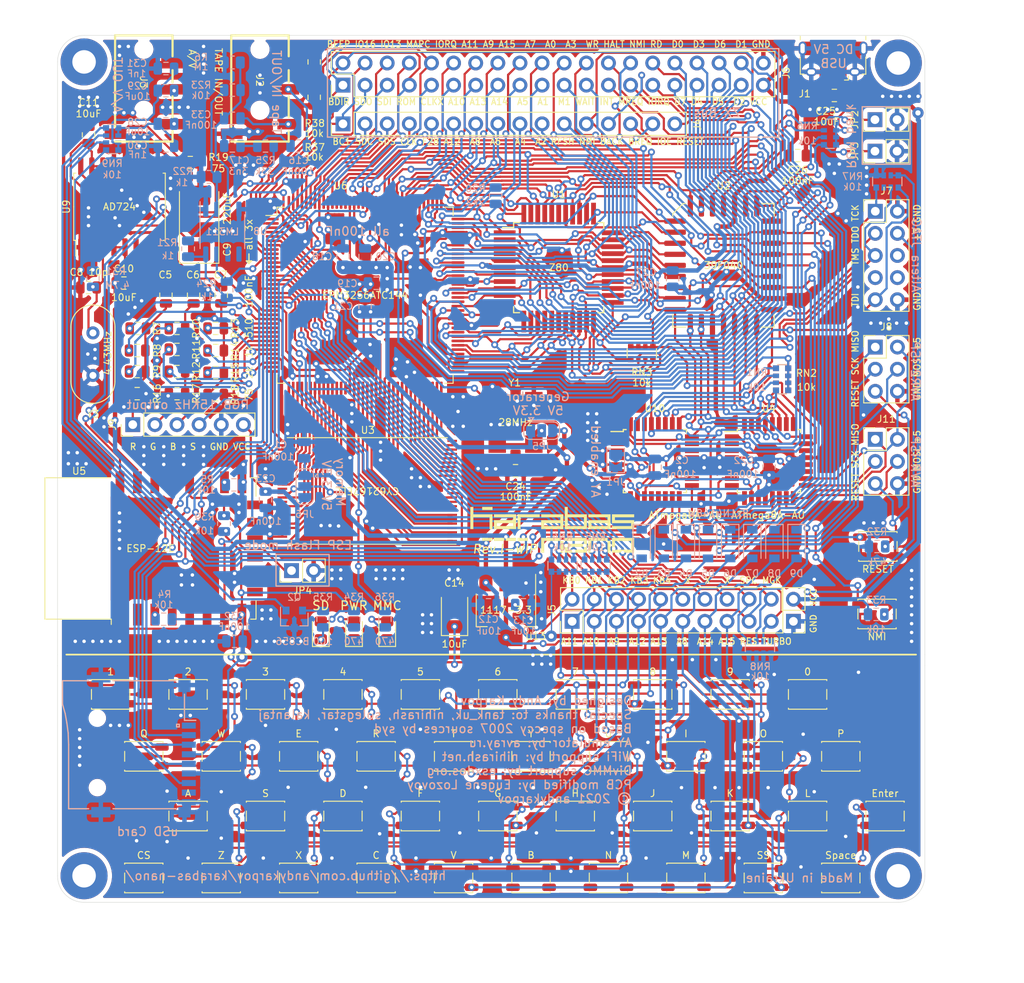
<source format=kicad_pcb>
(kicad_pcb (version 20210424) (generator pcbnew)
  (layers (0 "F.Cu" signal) (31 "B.Cu" signal) (34 "B.Paste" user) (35 "F.Paste" user) (36 "B.SilkS" user "B.Silkscreen") (37 "F.SilkS" user "F.Silkscreen") (38 "B.Mask" user) (39 "F.Mask" user) (44 "Edge.Cuts" user))
  (net 0 "")
  (net 1 "/A13")
  (net 2 "/A12")
  (net 3 "/A11")
  (net 4 "/A10")
  (net 5 "/A9")
  (net 6 "/A8")
  (net 7 "/A7")
  (net 8 "/A6")
  (net 9 "/A5")
  (net 10 "/A4")
  (net 11 "/A3")
  (net 12 "/A2")
  (net 13 "/A1")
  (net 14 "/A0")
  (net 15 "GND")
  (net 16 "/D1")
  (net 17 "/D0")
  (net 18 "/D2")
  (net 19 "VCC")
  (net 20 "/D6")
  (net 21 "/D5")
  (net 22 "/D3")
  (net 23 "/D4")
  (net 24 "/CLK_CPU")
  (net 25 "/MA15")
  (net 26 "/MA17")
  (net 27 "/~MWR")
  (net 28 "/MA13")
  (net 29 "/MA8")
  (net 30 "/MA9")
  (net 31 "/MA11")
  (net 32 "/~MRD")
  (net 33 "/MA10")
  (net 34 "/MD7")
  (net 35 "/MD6")
  (net 36 "/MD5")
  (net 37 "/MD4")
  (net 38 "/MD3")
  (net 39 "/MD2")
  (net 40 "/MD1")
  (net 41 "/MD0")
  (net 42 "/MA0")
  (net 43 "/MA1")
  (net 44 "/MA2")
  (net 45 "/MA3")
  (net 46 "/MA4")
  (net 47 "/MA5")
  (net 48 "/MA6")
  (net 49 "/MA7")
  (net 50 "/MA12")
  (net 51 "/MA14")
  (net 52 "/MA18")
  (net 53 "/A15")
  (net 54 "/A14")
  (net 55 "/~RFSH")
  (net 56 "/~M1")
  (net 57 "/~BUSREQ")
  (net 58 "/~WAIT")
  (net 59 "/~BUSACK")
  (net 60 "/~WR")
  (net 61 "/~RD")
  (net 62 "/~IORQ")
  (net 63 "/~MREQ")
  (net 64 "/~HALT")
  (net 65 "/~NMI")
  (net 66 "/~INT")
  (net 67 "/ROM_A14")
  (net 68 "/ROM_A15")
  (net 69 "+3V3")
  (net 70 "/CLKX")
  (net 71 "/~BUS_ROMCS")
  (net 72 "/CLK_BUS")
  (net 73 "/~BUS_IORQGE")
  (net 74 "/~ROMCS")
  (net 75 "/TDO")
  (net 76 "/TCK")
  (net 77 "/TMS")
  (net 78 "/TDI")
  (net 79 "Net-(C5-Pad1)")
  (net 80 "Net-(C6-Pad1)")
  (net 81 "Net-(C7-Pad1)")
  (net 82 "/R2")
  (net 83 "/R1")
  (net 84 "/R0")
  (net 85 "/G2")
  (net 86 "/G1")
  (net 87 "/G0")
  (net 88 "/B2")
  (net 89 "/B1")
  (net 90 "/B0")
  (net 91 "Net-(C8-Pad2)")
  (net 92 "Net-(C9-Pad2)")
  (net 93 "Net-(C9-Pad1)")
  (net 94 "/CSYNC")
  (net 95 "/CLK28")
  (net 96 "~RESET")
  (net 97 "Net-(C16-Pad2)")
  (net 98 "Net-(C16-Pad1)")
  (net 99 "TAPE_IN")
  (net 100 "TAPE_OUT")
  (net 101 "/MAGIC")
  (net 102 "/TURBO")
  (net 103 "/SPECIAL")
  (net 104 "/KB7")
  (net 105 "/KB6")
  (net 106 "/KB5")
  (net 107 "/IO16")
  (net 108 "/IO13")
  (net 109 "/BEEPER")
  (net 110 "/MA19")
  (net 111 "/MA20")
  (net 112 "/AY_BC1")
  (net 113 "/AY_OUT_R")
  (net 114 "/AY_OUT_L")
  (net 115 "/AY_BDIR")
  (net 116 "Net-(C28-Pad2)")
  (net 117 "Net-(C28-Pad1)")
  (net 118 "Net-(C29-Pad2)")
  (net 119 "Net-(C29-Pad1)")
  (net 120 "/~SD_CS")
  (net 121 "/SD_DI")
  (net 122 "/SD_CLK")
  (net 123 "/SD_DO")
  (net 124 "/RED")
  (net 125 "/GREEN")
  (net 126 "/BLUE")
  (net 127 "Net-(C33-Pad2)")
  (net 128 "/IOE")
  (net 129 "/~BTN_NMI")
  (net 130 "/MAPCOND")
  (net 131 "/D7")
  (net 132 "/MA16")
  (net 133 "/VCCJP")
  (net 134 "/AVR_SCK")
  (net 135 "/AVR_MISO")
  (net 136 "/AVR_MOSI")
  (net 137 "Net-(R4-Pad1)")
  (net 138 "Net-(R5-Pad2)")
  (net 139 "KA11")
  (net 140 "KA10")
  (net 141 "KA9")
  (net 142 "KA12")
  (net 143 "KA13")
  (net 144 "KA8")
  (net 145 "KA14")
  (net 146 "KA15")
  (net 147 "KB4")
  (net 148 "KB3")
  (net 149 "KB2")
  (net 150 "KB1")
  (net 151 "KB0")
  (net 152 "Net-(Q2-Pad2)")
  (net 153 "Net-(R21-Pad1)")
  (net 154 "/ROM_A18")
  (net 155 "/ROM_A16")
  (net 156 "/ROM_A17")
  (net 157 "/~ROM_WE")
  (net 158 "/ESP_FLASH")
  (net 159 "Net-(JP5-Pad2)")
  (net 160 "Net-(JP6-Pad2)")
  (net 161 "/AVR_MISO2")
  (net 162 "/AVR_SCK2")
  (net 163 "/AVR_MOSI2")
  (net 164 "/AY_OUT_L2")
  (net 165 "/AY_OUT_R2")
  (net 166 "Net-(C33-Pad1)")
  (net 167 "Net-(D10-Pad2)")
  (net 168 "Net-(D11-Pad1)")
  (net 169 "Net-(D12-Pad2)")
  (net 170 "Net-(J3-PadS)")
  (footprint "Package_TO_SOT_SMD:SOT-223-3_TabPin2" (layer "F.Cu") (at 141.9 116.8 -90)
    (fp_text reference "U13")
    (fp_text value "1117-3.3")
  )
  (footprint "footprints:TQFP-44_14x14mm_P0.8mm" (layer "F.Cu") (at 147.955 77.47)
    (fp_text reference "U1")
    (fp_text value "Z80")
  )
  (footprint "footprints:PLCC-32_11.4x14.0mm_P1.27mm-bigpads" (layer "F.Cu") (at 166.878 77.216)
    (fp_text reference "U2")
    (fp_text value "39F040")
  )
  (footprint "Package_QFP:LQFP-144_20x20mm_P0.5mm" (layer "F.Cu") (at 125.73 80.645)
    (fp_text reference "U6")
    (fp_text value "EPM3256ATC144")
  )
  (footprint "MountingHole:MountingHole_2.7mm_M2.5_Pad" (layer "F.Cu") (at 93.472 53.848 180)
    (fp_text reference "H1" hide)
    (fp_text value "MountingHole")
  )
  (footprint "MountingHole:MountingHole_2.7mm_M2.5_Pad" (layer "F.Cu") (at 186.944 53.975 180)
    (fp_text reference "H2" hide)
    (fp_text value "MountingHole")
  )
  (footprint "MountingHole:MountingHole_2.7mm_M2.5_Pad" (layer "F.Cu") (at 186.944 147.32)
    (fp_text reference "H3" hide)
    (fp_text value "MountingHole")
  )
  (footprint "MountingHole:MountingHole_2.7mm_M2.5_Pad" (layer "F.Cu") (at 93.472 147.32)
    (fp_text reference "H4" hide)
    (fp_text value "MountingHole")
  )
  (footprint "Connector_PinHeader_2.54mm:PinHeader_2x10_P2.54mm_Vertical" (layer "F.Cu") (at 149.5 118.1 90)
    (fp_text reference "J5")
    (fp_text value "KEYBOARD")
  )
  (footprint "Connector_PinHeader_2.54mm:PinHeader_2x20_P2.54mm_Vertical" (layer "F.Cu") (at 123.19 56.515 90)
    (fp_text reference "J6")
    (fp_text value "BUS")
  )
  (footprint "Resistor_SMD:R_Array_Convex_4x0612" (layer "F.Cu") (at 157.5 87.3 90)
    (fp_text reference "RN3")
    (fp_text value "10k")
  )
  (footprint "Capacitor_SMD:C_0805_2012Metric" (layer "F.Cu") (at 102.87 80.645 -90)
    (fp_text reference "C5")
    (fp_text value "100nF")
  )
  (footprint "Capacitor_SMD:C_0805_2012Metric" (layer "F.Cu") (at 106.045 80.645 -90)
    (fp_text reference "C6")
    (fp_text value "100nF")
  )
  (footprint "Capacitor_SMD:C_0805_2012Metric" (layer "F.Cu") (at 109.22 80.645 -90)
    (fp_text reference "C7")
    (fp_text value "100nF")
  )
  (footprint "Resistor_SMD:R_0805_2012Metric" (layer "F.Cu") (at 99.6465 84.455)
    (fp_text reference "R7")
    (fp_text value "510")
  )
  (footprint "Resistor_SMD:R_0805_2012Metric" (layer "F.Cu") (at 99.568 86.995)
    (fp_text reference "R8")
    (fp_text value "1k")
  )
  (footprint "Resistor_SMD:R_0805_2012Metric" (layer "F.Cu") (at 99.568 89.408)
    (fp_text reference "R9")
    (fp_text value "2k")
  )
  (footprint "Resistor_SMD:R_0805_2012Metric" (layer "F.Cu") (at 104.14 84.455)
    (fp_text reference "R10")
    (fp_text value "510")
  )
  (footprint "Resistor_SMD:R_0805_2012Metric" (layer "F.Cu") (at 104.14 86.868)
    (fp_text reference "R11")
    (fp_text value "1k")
  )
  (footprint "Resistor_SMD:R_0805_2012Metric" (layer "F.Cu") (at 104.14 89.408)
    (fp_text reference "R12")
    (fp_text value "2k")
  )
  (footprint "Resistor_SMD:R_0805_2012Metric" (layer "F.Cu") (at 108.585 84.455)
    (fp_text reference "R13")
    (fp_text value "510")
  )
  (footprint "Resistor_SMD:R_0805_2012Metric" (layer "F.Cu") (at 108.585 86.995)
    (fp_text reference "R14")
    (fp_text value "1k")
  )
  (footprint "Resistor_SMD:R_0805_2012Metric" (layer "F.Cu") (at 108.585 89.535)
    (fp_text reference "R15")
    (fp_text value "2k")
  )
  (footprint "Resistor_SMD:R_0805_2012Metric" (layer "F.Cu") (at 99.568 91.948)
    (fp_text reference "R16")
    (fp_text value "75")
  )
  (footprint "Resistor_SMD:R_0805_2012Metric" (layer "F.Cu") (at 104.14 91.948 180)
    (fp_text reference "R17")
    (fp_text value "75")
  )
  (footprint "Resistor_SMD:R_0805_2012Metric" (layer "F.Cu") (at 108.585 92.075)
    (fp_text reference "R18")
    (fp_text value "75")
  )
  (footprint "Package_SO:SOIC-16W_7.5x10.3mm_P1.27mm" (layer "F.Cu") (at 97.536 70.485 90)
    (fp_text reference "U9")
    (fp_text value "AD724")
  )
  (footprint "Capacitor_SMD:C_0805_2012Metric" (layer "F.Cu") (at 93.98 79.756)
    (fp_text reference "C8")
    (fp_text value "10p")
  )
  (footprint "Resistor_SMD:R_0805_2012Metric" (layer "F.Cu") (at 105.664 65.405)
    (fp_text reference "R19")
    (fp_text value "75")
  )
  (footprint "Capacitor_SMD:C_0805_2012Metric" (layer "F.Cu") (at 98.044 79.248)
    (fp_text reference "C10")
    (fp_text value "10uF")
  )
  (footprint "Capacitor_SMD:C_0805_2012Metric" (layer "F.Cu") (at 93.98 62.23 -90)
    (fp_text reference "C11")
    (fp_text value "10uF")
  )
  (footprint "Connector_PinHeader_2.54mm:PinHeader_1x06_P2.54mm_Vertical" (layer "F.Cu") (at 99.06 95.504 90)
    (fp_text reference "J9")
    (fp_text value "RGB")
  )
  (footprint "Resistor_SMD:R_Array_Convex_4x0612" (layer "F.Cu") (at 173.6 90.3)
    (fp_text reference "RN2")
    (fp_text value "10k")
  )
  (footprint "Capacitor_SMD:C_0805_2012Metric" (layer "F.Cu") (at 143 100.8)
    (fp_text reference "C24")
    (fp_text value "100nF")
  )
  (footprint "Capacitor_SMD:C_0805_2012Metric" (layer "F.Cu") (at 179.6 57.7)
    (fp_text reference "C25")
    (fp_text value "10uF")
  )
  (footprint "Capacitor_SMD:C_0805_2012Metric" (layer "F.Cu") (at 175.4 64.6 180)
    (fp_text reference "C26")
    (fp_text value "100nF")
  )
  (footprint "Package_QFP:TQFP-32_7x7mm_P0.8mm" (layer "F.Cu") (at 172.085 99.695)
    (fp_text reference "U4")
    (fp_text value "ATmega8A-AU")
  )
  (footprint "LED_SMD:LED_0805_2012Metric_Pad1.15x1.40mm_HandSolder" (layer "F.Cu") (at 124.46 119.126 90)
    (fp_text reference "D10" hide)
    (fp_text value "PWR")
  )
  (footprint "LED_SMD:LED_0805_2012Metric_Pad1.15x1.40mm_HandSolder" (layer "F.Cu") (at 120.65 119.126 90)
    (fp_text reference "D11" hide)
    (fp_text value "SD")
  )
  (footprint "LED_SMD:LED_0805_2012Metric_Pad1.15x1.40mm_HandSolder" (layer "F.Cu") (at 128.27 119.126 90)
    (fp_text reference "D12" hide)
    (fp_text value "MMC")
  )
  (footprint "Resistor_SMD:R_0805_2012Metric" (layer "F.Cu") (at 119.888 57.912 -90)
    (fp_text reference "R37")
    (fp_text value "10k")
  )
  (footprint "Resistor_SMD:R_0805_2012Metric" (layer "F.Cu") (at 119.888 53.848 90)
    (fp_text reference "R38")
    (fp_text value "10k")
  )
  (footprint "Connector_PinHeader_2.54mm:PinHeader_2x05_P2.54mm_Vertical" (layer "F.Cu") (at 184.3 71)
    (fp_text reference "J7")
    (fp_text value "JTAG")
  )
  (footprint "footprints:small-btn" (layer "F.Cu") (at 167.64 126.492 180)
    (fp_text reference "SW11" hide)
    (fp_text value "9")
  )
  (footprint "footprints:small-btn" (layer "F.Cu") (at 158.75 126.492 180)
    (fp_text reference "SW10" hide)
    (fp_text value "8")
  )
  (footprint "footprints:small-btn" (layer "F.Cu") (at 149.86 126.492 180)
    (fp_text reference "SW9" hide)
    (fp_text value "7")
  )
  (footprint "footprints:small-btn" (layer "F.Cu") (at 140.97 126.492 180)
    (fp_text reference "SW8" hide)
    (fp_text value "6")
  )
  (footprint "footprints:small-btn" (layer "F.Cu") (at 132.08 126.492 180)
    (fp_text reference "SW7" hide)
    (fp_text value "5")
  )
  (footprint "footprints:small-btn" (layer "F.Cu") (at 123.19 126.492 180)
    (fp_text reference "SW6" hide)
    (fp_text value "4")
  )
  (footprint "footprints:small-btn" (layer "F.Cu") (at 96.52 126.492 180)
    (fp_text reference "SW3" hide)
    (fp_text value "1")
  )
  (footprint "footprints:small-btn" (layer "F.Cu") (at 114.3 126.492 180)
    (fp_text reference "SW5" hide)
    (fp_text value "3")
  )
  (footprint "footprints:small-btn" (layer "F.Cu") (at 105.41 126.492 180)
    (fp_text reference "SW4" hide)
    (fp_text value "2")
  )
  (footprint "footprints:small-btn" (layer "F.Cu") (at 185.42 140.462 180)
    (fp_text reference "SW41" hide)
    (fp_text value "Enter")
  )
  (footprint "footprints:small-btn" (layer "F.Cu") (at 176.53 126.492 180)
    (fp_text reference "SW12" hide)
    (fp_text value "0")
  )
  (footprint "footprints:small-btn" (layer "F.Cu") (at 100.33 133.604 180)
    (fp_text reference "SW13" hide)
    (fp_text value "Q")
  )
  (footprint "footprints:small-btn" (layer "F.Cu") (at 100.33 147.574 180)
    (fp_text reference "SW15" hide)
    (fp_text value "CS")
  )
  (footprint "footprints:small-btn" (layer "F.Cu") (at 109.22 133.604 180)
    (fp_text reference "SW16" hide)
    (fp_text value "W")
  )
  (footprint "footprints:small-btn" (layer "F.Cu") (at 114.3 140.462 180)
    (fp_text reference "SW17" hide)
    (fp_text value "S")
  )
  (footprint "footprints:small-btn" (layer "F.Cu") (at 109.22 147.574 180)
    (fp_text reference "SW18" hide)
    (fp_text value "Z")
  )
  (footprint "footprints:small-btn" (layer "F.Cu") (at 118.11 133.604 180)
    (fp_text reference "SW19" hide)
    (fp_text value "E")
  )
  (footprint "footprints:small-btn" (layer "F.Cu") (at 123.19 140.462 180)
    (fp_text reference "SW20" hide)
    (fp_text value "D")
  )
  (footprint "footprints:small-btn" (layer "F.Cu") (at 118.11 147.574 180)
    (fp_text reference "SW21" hide)
    (fp_text value "X")
  )
  (footprint "footprints:small-btn" (layer "F.Cu") (at 127 133.604 180)
    (fp_text reference "SW22" hide)
    (fp_text value "R")
  )
  (footprint "footprints:small-btn" (layer "F.Cu") (at 127 147.574 180)
    (fp_text reference "SW24" hide)
    (fp_text value "C")
  )
  (footprint "footprints:small-btn" (layer "F.Cu") (at 184.6 109.5)
    (fp_text reference "SW1" hide)
    (fp_text value "RESET")
  )
  (footprint "footprints:small-btn" (layer "F.Cu") (at 162.56 133.604 180)
    (fp_text reference "SW34" hide)
    (fp_text value "I")
  )
  (footprint "footprints:small-btn" (layer "F.Cu") (at 135.89 133.604 180)
    (fp_text reference "SW25" hide)
    (fp_text value "T")
  )
  (footprint "footprints:small-btn" (layer "F.Cu") (at 140.97 140.462 180)
    (fp_text reference "SW26" hide)
    (fp_text value "G")
  )
  (footprint "footprints:small-btn" (layer "F.Cu") (at 135.89 147.574 180)
    (fp_text reference "SW27" hide)
    (fp_text value "V")
  )
  (footprint "footprints:small-btn" (layer "F.Cu") (at 144.78 133.604 180)
    (fp_text reference "SW28" hide)
    (fp_text value "Y")
  )
  (footprint "footprints:small-btn" (layer "F.Cu") (at 149.86 140.462 180)
    (fp_text reference "SW29" hide)
    (fp_text value "H")
  )
  (footprint "footprints:small-btn" (layer "F.Cu") (at 144.78 147.574 180)
    (fp_text reference "SW30" hide)
    (fp_text value "B")
  )
  (footprint "footprints:small-btn" (layer "F.Cu") (at 153.67 133.604 180)
    (fp_text reference "SW31" hide)
    (fp_text value "U")
  )
  (footprint "footprints:small-btn" (layer "F.Cu") (at 158.75 140.462 180)
    (fp_text reference "SW32" hide)
    (fp_text value "J")
  )
  (footprint "footprints:small-btn" (layer "F.Cu") (at 153.67 147.574 180)
    (fp_text reference "SW33" hide)
    (fp_text value "N")
  )
  (footprint "footprints:small-btn" (layer "F.Cu") (at 167.64 140.462 180)
    (fp_text reference "SW35" hide)
    (fp_text value "K")
  )
  (footprint "footprints:small-btn" (layer "F.Cu") (at 184.5 117.255)
    (fp_text reference "SW2" hide)
    (fp_text value "NMI")
  )
  (footprint "footprints:small-btn" (layer "F.Cu") (at 132.08 140.462 180)
    (fp_text reference "SW23" hide)
    (fp_text value "F")
  )
  (footprint "footprints:small-btn" (layer "F.Cu") (at 180.34 147.574 180)
    (fp_text reference "SW42" hide)
    (fp_text value "Space")
  )
  (footprint "footprints:small-btn" (layer "F.Cu") (at 180.34 133.604 180)
    (fp_text reference "SW40" hide)
    (fp_text value "P")
  )
  (footprint "footprints:small-btn" (layer "F.Cu") (at 171.45 147.574 180)
    (fp_text reference "SW39" hide)
    (fp_text value "SS")
  )
  (footprint "footprints:small-btn" (layer "F.Cu") (at 176.53 140.462 180)
    (fp_text reference "SW38" hide)
    (fp_text value "L")
  )
  (footprint "footprints:small-btn" (layer "F.Cu") (at 171.45 133.604 180)
    (fp_text reference "SW37" hide)
    (fp_text value "O")
  )
  (footprint "footprints:small-btn" (layer "F.Cu") (at 162.56 147.574 180)
    (fp_text reference "SW36" hide)
    (fp_text value "M")
  )
  (footprint "footprints:small-btn" (layer "F.Cu") (at 105.41 140.462 180)
    (fp_text reference "SW14" hide)
    (fp_text value "A")
  )
  (footprint "Oscillator:Oscillator_SMD_EuroQuartz_XO91-4Pin_7.0x5.0mm" (layer "F.Cu") (at 143.002 95.25 90)
    (fp_text reference "Y1")
    (fp_text value "28MHz")
  )
  (footprint "Crystal:Crystal_HC49-U_Vertical" (layer "F.Cu") (at 94.488 89.8525 90)
    (fp_text reference "Y3")
    (fp_text value "4.43MHz")
  )
  (footprint "footprints:AUDIO_JACK_3.5MM_SMD_TRRS" (layer "F.Cu") (at 113.665 50.8 -90)
    (fp_text reference "J2")
    (fp_text value "TAPE IN/OUT")
  )
  (footprint "footprints:AUDIO_JACK_3.5MM_SMD_TRRS" (layer "F.Cu") (at 100.33 50.8 -90)
    (fp_text reference "J3")
    (fp_text value "A/V")
  )
  (footprint "Connector_PinHeader_2.54mm:PinHeader_2x03_P2.54mm_Vertical" (layer "F.Cu") (at 184.3 97.2)
    (fp_text reference "J11")
    (fp_text value "AVR ISP")
  )
  (footprint "Connector_PinHeader_2.54mm:PinHeader_1x16_P2.54mm_Vertical" (layer "F.Cu") (at 123.19 60.96 90)
    (fp_text reference "J4")
    (fp_text value "BUS")
  )
  (footprint "Connector_PinHeader_2.54mm:PinHeader_1x02_P2.54mm_Vertical" (layer "F.Cu") (at 174.9 118.1 180)
    (fp_text reference "J10" hide)
    (fp_text value "PWR")
  )
  (footprint "Capacitor_Tantalum_SMD:CP_EIA-7343-31_Kemet-D_Pad2.25x2.55mm_HandSolder" (layer "F.Cu") (at 106.68 72.39 90)
    (fp_text reference "C9")
    (fp_text value "220uF")
  )
  (footprint "Capacitor_Tantalum_SMD:CP_EIA-3528-21_Kemet-B_Pad1.50x2.35mm_HandSolder" (layer "F.Cu") (at 136 117.1 90)
    (fp_text reference "C14")
    (fp_text value "10uF")
  )
  (footprint "RF_Module:ESP-12E" (layer "F.Cu") (at 101.092 109.728 90)
    (fp_text reference "U5")
    (fp_text value "ESP-12E")
  )
  (footprint "Package_SO:TSOP-I-48_18.4x12mm_P0.5mm" (layer "F.Cu") (at 125.984 103.124 180)
    (fp_text reference "U3")
    (fp_text value "CY62167ELL")
  )
  (footprint "Connector_USB:USB_Micro-B_Amphenol_10118194_Horizontal" (layer "F.Cu") (at 179.451 53.594 180)
    (fp_text reference "J1")
    (fp_text value "USB_B_Micro")
  )
  (footprint "Connector_PinHeader_2.54mm:PinHeader_1x02_P2.54mm_Vertical" (layer "F.Cu") (at 184.26 60.4805 90)
    (fp_text reference "JP2")
    (fp_text value "ROMBANK0")
  )
  (footprint "Connector_PinHeader_2.54mm:PinHeader_1x02_P2.54mm_Vertical" (layer "F.Cu") (at 184.26 64.1 90)
    (fp_text reference "JP3")
    (fp_text value "ROMBANK1")
  )
  (footprint "Connector_PinHeader_2.54mm:PinHeader_1x02_P2.54mm_Vertical" (layer "F.Cu") (at 117.2845 112.268 90)
    (fp_text reference "JP4")
    (fp_text value "FLASH")
  )
  (footprint "Package_QFP:TQFP-32_7x7mm_P0.8mm" (layer "F.Cu") (at 159 99.7)
    (fp_text reference "U10")
    (fp_text value "ATmega8A-AU")
  )
  (footprint "Connector_PinHeader_2.54mm:PinHeader_2x03_P2.54mm_Vertical" (layer "F.Cu") (at 184.3 86.6)
    (fp_text reference "J8")
    (fp_text value "AVR ISP")
  )
  (footprint "footprints:karabas_nano_logo3" (layer "F.Cu") (at 147.3 107.5)
    (fp_text reference "G***" hide)
    (fp_text value "LOGO" hide)
  )
  (footprint "Resistor_SMD:R_Array_Convex_4x0612" (layer "B.Cu") (at 173.6 90.3)
    (fp_text reference "RN1")
    (fp_text value "10k")
  )
  (footprint "Capacitor_SMD:C_0805_2012Metric" (layer "B.Cu") (at 139.9 116.2)
    (fp_text reference "C12")
    (fp_text value "10uF")
  )
  (footprint "Capacitor_SMD:C_0805_2012Metric" (layer "B.Cu") (at 143.9 116.2 180)
    (fp_text reference "C13")
    (fp_text value "10uF")
  )
  (footprint "Resistor_SMD:R_0805_2012Metric" (layer "B.Cu") (at 140.716 69.215 90)
    (fp_text reference "R20")
    (fp_text value "2k2")
  )
  (footprint "Capacitor_SMD:C_0805_2012Metric" (layer "B.Cu") (at 118.11 63.5)
    (fp_text reference "C16")
    (fp_text value "100nF")
  )
  (footprint "Capacitor_SMD:C_0805_2012Metric" (layer "B.Cu") (at 110.49 63.5)
    (fp_text reference "C17")
    (fp_text value "3n3")
  )
  (footprint "Resistor_SMD:R_0805_2012Metric" (layer "B.Cu") (at 110.49 57.0865 180)
    (fp_text reference "R23")
    (fp_text value "10k")
  )
  (footprint "Resistor_SMD:R_0805_2012Metric" (layer "B.Cu") (at 109.855 80.01 -90)
    (fp_text reference "R24")
    (fp_text value "1k")
  )
  (footprint "Resistor_SMD:R_0805_2012Metric" (layer "B.Cu") (at 114.3 63.5)
    (fp_text reference "R25")
    (fp_text value "33k")
  )
  (footprint "Diode_SMD:D_SOD-123" (layer "B.Cu") (at 157.48 109.22 -90)
    (fp_text reference "D2")
    (fp_text value "1N4148W")
  )
  (footprint "Diode_SMD:D_SOD-123" (layer "B.Cu") (at 160.02 109.22 -90)
    (fp_text reference "D3")
    (fp_text value "1N4148W")
  )
  (footprint "Diode_SMD:D_SOD-123" (layer "B.Cu") (at 162.56 109.22 -90)
    (fp_text reference "D4")
    (fp_text value "1N4148W")
  )
  (footprint "Diode_SMD:D_SOD-123" (layer "B.Cu") (at 165.1 109.22 -90)
    (fp_text reference "D5")
    (fp_text value "1N4148W")
  )
  (footprint "Diode_SMD:D_SOD-123" (layer "B.Cu") (at 167.64 109.22 -90)
    (fp_text reference "D6")
    (fp_text value "1N4148W")
  )
  (footprint "Diode_SMD:D_SOD-123" (layer "B.Cu") (at 170.18 109.22 -90)
    (fp_text reference "D7")
    (fp_text value "1N4148W")
  )
  (footprint "Diode_SMD:D_SOD-123" (layer "B.Cu") (at 172.72 109.22 -90)
    (fp_text reference "D8")
    (fp_text value "1N4148W")
  )
  (footprint "Diode_SMD:D_SOD-123" (layer "B.Cu") (at 175.26 109.22 -90)
    (fp_text reference "D9")
    (fp_text value "1N4148W")
  )
  (footprint "Resistor_SMD:R_Array_Convex_4x0612" (layer "B.Cu") (at 148.4 111.7 -90)
    (fp_text reference "RN4")
    (fp_text value "10k")
  )
  (footprint "Resistor_SMD:R_Array_Convex_4x0612" (layer "B.Cu") (at 152.2 111.7 -90)
    (fp_text reference "RN5")
    (fp_text value "10k")
  )
  (footprint "footprints:Conn_uSDcard" (layer "B.Cu") (at 94.996 132.2705 90)
    (fp_text reference "U7")
    (fp_text value "MicroSD")
  )
  (footprint "Capacitor_SMD:C_0805_2012Metric" (layer "B.Cu") (at 110.744 120.396)
    (fp_text reference "C32")
    (fp_text value "100nF")
  )
  (footprint "Capacitor_SMD:C_0805_2012Metric" (layer "B.Cu") (at 123.19 76.2 -90)
    (fp_text reference "C18")
    (fp_text value "100nF")
  )
  (footprint "Capacitor_SMD:C_0805_2012Metric" (layer "B.Cu") (at 125.73 76.2 -90)
    (fp_text reference "C20")
    (fp_text value "100nF")
  )
  (footprint "Capacitor_SMD:C_0805_2012Metric" (layer "B.Cu") (at 125.73 81.915 -90)
    (fp_text reference "C21")
    (fp_text value "100nF")
  )
  (footprint "Capacitor_SMD:C_0805_2012Metric" (layer "B.Cu") (at 172.1 100.38 90)
    (fp_text reference "C22")
    (fp_text value "100nF")
  )
  (footprint "Capacitor_SMD:C_0805_2012Metric" (layer "B.Cu") (at 114.3 104.14 90)
    (fp_text reference "C23")
    (fp_text value "100nF")
  )
  (footprint "Capacitor_SMD:C_0805_2012Metric" (layer "B.Cu") (at 161.036 78.74 90)
    (fp_text reference "C27")
    (fp_text value "100nF")
  )
  (footprint "Capacitor_SMD:C_0805_2012Metric" (layer "B.Cu") (at 127 79.275)
    (fp_text reference "C19")
    (fp_text value "100nF")
  )
  (footprint "Capacitor_SMD:C_0805_2012Metric" (layer "B.Cu") (at 102.87 60.96)
    (fp_text reference "C28")
    (fp_text value "10uF")
  )
  (footprint "Capacitor_SMD:C_0805_2012Metric" (layer "B.Cu") (at 102.87 57.15)
    (fp_text reference "C29")
    (fp_text value "10uF")
  )
  (footprint "Capacitor_SMD:C_0805_2012Metric" (layer "B.Cu") (at 102.87 63.5)
    (fp_text reference "C30")
    (fp_text value "1nF")
  )
  (footprint "Capacitor_SMD:C_0805_2012Metric" (layer "B.Cu") (at 102.87 54.61)
    (fp_text reference "C31")
    (fp_text value "1nF")
  )
  (footprint "Capacitor_SMD:C_0805_2012Metric" (layer "B.Cu") (at 110.49 60.325)
    (fp_text reference "C33")
    (fp_text value "100nF")
  )
  (footprint "Jumper:SolderJumper-2_P1.3mm_Open_TrianglePad1.0x1.5mm" (layer "B.Cu") (at 154.5 99.625 -90)
    (fp_text reference "JP1")
    (fp_text value "SolderJumper_2_Open")
  )
  (footprint "Resistor_SMD:R_0805_2012Metric" (layer "B.Cu") (at 94.488 78.74 -90)
    (fp_text reference "R31")
    (fp_text value "4,7M")
  )
  (footprint "Resistor_SMD:R_0805_2012Metric" (layer "B.Cu") (at 184.5 109.5)
    (fp_text reference "R32")
    (fp_text value "47k")
  )
  (footprint "Resistor_SMD:R_0805_2012Metric" (layer "B.Cu") (at 184.4 117.3 180)
    (fp_text reference "R33")
    (fp_text value "10k")
  )
  (footprint "Resistor_SMD:R_0805_2012Metric" (layer "B.Cu") (at 124.46 117.856 -90)
    (fp_text reference "R34")
    (fp_text value "470")
  )
  (footprint "Resistor_SMD:R_0805_2012Metric" (layer "B.Cu") (at 120.904 117.856 -90)
    (fp_text reference "R35")
    (fp_text value "100")
  )
  (footprint "Resistor_SMD:R_0805_2012Metric" (layer "B.Cu") (at 128.016 117.856 -90)
    (fp_text reference "R36")
    (fp_text value "470")
  )
  (footprint "Resistor_SMD:R_0805_2012Metric" (layer "B.Cu") (at 102.616 117.856)
    (fp_text reference "R4")
    (fp_text value "10k")
  )
  (footprint "Package_TO_SOT_SMD:SOT-23" (layer "B.Cu") (at 117.602 117.856 -90)
    (fp_text reference "Q2")
    (fp_text value "BC856")
  )
  (footprint "Resistor_SMD:R_0805_2012Metric" (layer "B.Cu") (at 110.49 53.9115)
    (fp_text reference "R6")
    (fp_text value "1M")
  )
  (footprint "Resistor_SMD:R_0805_2012Metric" (layer "B.Cu") (at 105.41 75.311 -90)
    (fp_text reference "R21")
    (fp_text value "1k")
  )
  (footprint "Resistor_SMD:R_0805_2012Metric" (layer "B.Cu") (at 107.823 67.056)
    (fp_text reference "R22")
    (fp_text value "1k")
  )
  (footprint "Package_SO:SO-8_3.9x4.9mm_P1.27mm" (layer "B.Cu") (at 109.347 73.3425 -90)
    (fp_text reference "U8")
    (fp_text value "LM311")
  )
  (footprint "Resistor_SMD:R_Array_Convex_4x0612" (layer "B.Cu") (at 179.1 62.1)
    (fp_text reference "RN6")
    (fp_text value "10k")
  )
  (footprint "Resistor_SMD:R_0805_2012Metric" (layer "B.Cu") (at 109.5375 106.8705 -90)
    (fp_text reference "R39")
    (fp_text value "10k")
  )
  (footprint "Resistor_SMD:R_0805_2012Metric" (layer "B.Cu") (at 110.6805 102.4255 180)
    (fp_text reference "R5")
    (fp_text value "10k")
  )
  (footprint "Jumper:SolderJumper-3_P1.3mm_Open_RoundedPad1.0x1.5mm" (layer "B.Cu") (at 146 96.2)
    (fp_text reference "JP5")
    (fp_text value "3/5V")
  )
  (footprint "Jumper:SolderJumper-3_P1.3mm_Open_RoundedPad1.0x1.5mm" (layer "B.Cu") (at 118.8085 102.616 -90)
    (fp_text reference "JP6")
    (fp_text value "3/5V")
  )
  (footprint "Capacitor_SMD:C_0805_2012Metric" (layer "B.Cu") (at 118.745 98.425 -90)
    (fp_text reference "C1")
    (fp_text value "100nF")
  )
  (footprint "Resistor_SMD:R_Array_Convex_4x0612" (layer "B.Cu") (at 185.675 67.575 90)
    (fp_text reference "RN7")
    (fp_text value "10k")
  )
  (footprint "Resistor_SMD:R_Array_Convex_4x0612" (layer "B.Cu") (at 171.06 121.09 -90)
    (fp_text reference "RN8")
    (fp_text value "10k")
  )
  (footprint "Resistor_SMD:R_Array_Convex_4x0612" (layer "B.Cu") (at 96.7 62.7 180)
    (fp_text reference "RN9")
    (fp_text value "10k")
  )
  (footprint "Capacitor_SMD:C_0805_2012Metric" (layer "B.Cu") (at 159 100.4 90)
    (fp_text reference "C2")
    (fp_text value "100nF")
  )
  (gr_line (start 121.412 62.484) (end 121.412 52.324) (layer "B.SilkS") (width 0.15))
  (gr_line (start 121.412 52.324) (end 173.228 52.324) (layer "B.SilkS") (width 0.15))
  (gr_rect (start 182.8 59) (end 188.3 65.6) (layer "B.SilkS") (width 0.15) (fill none))
  (gr_line (start 173.228 62.484) (end 121.412 62.484) (layer "B.SilkS") (width 0.15))
  (gr_line (start 173.228 52.324) (end 173.228 62.484) (layer "B.SilkS") (width 0.15))
  (gr_rect (start 115.5065 110.4265) (end 121.6025 114.046) (layer "B.SilkS") (width 0.15) (fill none))
  (gr_line (start 112.4 75.9) (end 112.4 77) (layer "F.SilkS") (width 0.15))
  (gr_line (start 112.4 77) (end 112.1 76.7) (layer "F.SilkS") (width 0.15))
  (gr_line (start 112.7 76.7) (end 112.4 77) (layer "F.SilkS") (width 0.15))
  (gr_line (start 112.1 76.7) (end 112.7 76.7) (layer "F.SilkS") (width 0.15))
  (gr_line (start 91.44 121.92) (end 188.976 121.92) (layer "F.SilkS") (width 0.2))
  (gr_line (start 90.424 121.92) (end 90.424 53.848) (layer "Edge.Cuts") (width 0.05))
  (gr_line (start 189.992 123.19) (end 189.992 147.32) (layer "Edge.Cuts") (width 0.05))
  (gr_line (start 90.424 123.19) (end 90.424 121.92) (layer "Edge.Cuts") (width 0.05))
  (gr_line (start 189.992 53.848) (end 189.992 121.92) (layer "Edge.Cuts") (width 0.05))
  (gr_line (start 93.472 50.8) (end 186.944 50.8) (layer "Edge.Cuts") (width 0.05))
  (gr_arc (start 93.472 147.32) (end 90.424 147.32) (angle -90) (layer "Edge.Cuts") (width 0.05))
  (gr_arc (start 186.944 147.32) (end 186.944 150.368) (angle -90) (layer "Edge.Cuts") (width 0.05))
  (gr_line (start 189.992 121.92) (end 189.992 123.19) (layer "Edge.Cuts") (width 0.05))
  (gr_arc (start 93.472 53.848) (end 93.472 50.8) (angle -90) (layer "Edge.Cuts") (width 0.05))
  (gr_arc (start 186.944 53.848) (end 189.992 53.848) (angle -90) (layer "Edge.Cuts") (width 0.05))
  (gr_line (start 186.944 150.368) (end 93.472 150.368) (layer "Edge.Cuts") (width 0.05))
  (gr_line (start 90.424 147.32) (end 90.424 123.19) (layer "Edge.Cuts") (width 0.05))
  (gr_text "Made in Ukraine" (at 181.864 147.574) (layer "B.SilkS") (effects (font (size 1 1)) (justify left mirror)))
  (gr_text "uSD Card" (at 104.394 142.24) (layer "B.SilkS") (effects (font (size 1 1)) (justify left mirror)))
  (gr_text "RGB 15KHz output" (at 112.522 93.218) (layer "B.SilkS") (effects (font (size 1 1)) (justify left mirror)))
  (gr_text "ZX Bus" (at 168.91 59.69) (layer "B.SilkS") (effects (font (size 1 1)) (justify left mirror)))
  (gr_text "Tape IN/OUT" (at 115.57 62.23 -90) (layer "B.SilkS") (effects (font (size 1 1)) (justify left mirror)))
  (gr_text "A/V OUT" (at 97.3 59.8 -90) (layer "B.SilkS") (effects (font (size 1 1)) (justify left mirror)))
  (gr_text "ROM bank" (at 181.5 66.2 270) (layer "B.SilkS") (effects (font (size 1 1)) (justify left mirror)))
  (gr_text "DC 5V\nUSB" (at 179.5145 53.213) (layer "B.SilkS") (effects (font (size 1 1)) (justify mirror)))
  (gr_text "ESP Flash mode" (at 124.333 109.347) (layer "B.SilkS") (effects (font (size 1 1)) (justify left mirror)))
  (gr_text "Generator\n5V 3.3V" (at 145.6 93.1) (layer "B.SilkS") (effects (font (size 1 1)) (justify mirror)))
  (gr_text "Memory\n5V 3.3V " (at 122.1 102.1 -90) (layer "B.SilkS") (effects (font (size 1 1)) (justify mirror)))
  (gr_text "Designed by: Andy Karpov\nSpecial thanks to: tank_uk, nihirash, solegstar, kalantaj\nBased on speccy 2007 sources by syd\nAY emulator by: avray.ru\nWiFi support by: nihirash.net\nDivMMC support by: esxdos.org\nPCB modified by: Eugene Lozovoy\n© 2021 andykarpov" (at 156.464 132.842) (layer "B.SilkS") (effects (font (size 1 1)) (justify left mirror)))
  (gr_text "AVR ISP" (at 188.9 102.8 270) (layer "B.SilkS") (effects (font (size 1 1)) (justify left mirror)))
  (gr_text "AVR2 ISP" (at 188.9 92.9 270) (layer "B.SilkS") (effects (font (size 1 1)) (justify left mirror)))
  (gr_text "Altera JTAG" (at 189 80.4 -90) (layer "B.SilkS") (effects (font (size 1 1)) (justify left mirror)))
  (gr_text "AY enabled" (at 152.2 104 270) (layer "B.SilkS") (effects (font (size 1 1)) (justify left mirror)))
  (gr_text "https://github.com/andykarpov/karabas-nano/" (at 135.128 147.32) (layer "B.SilkS") (effects (font (size 1 1)) (justify left mirror)))
  (gr_text "GND" (at 177.2 118.364 90) (layer "F.SilkS") (effects (font (size 0.7 0.7) (thickness 0.125))))
  (gr_text "A11 A10  A9  A12 A13  A8  A14 A15 RES TURBO" (at 161.452 120.396) (layer "F.SilkS") (effects (font (size 0.75 0.7) (thickness 0.125))))
  (gr_text "RESET SCK MISO" (at 182 99.8 90) (layer "F.SilkS") (effects (font (size 0.75 0.7) (thickness 0.125))))
  (gr_text "GND MOSI +5" (at 189.1 99.8 90) (layer "F.SilkS") (effects (font (size 0.75 0.7) (thickness 0.125))))
  (gr_text "R   G   B   S   GND VCC" (at 105.664 98.044) (layer "F.SilkS") (effects (font (size 0.75 0.7) (thickness 0.125))))
  (gr_text "BEEP IO16 IO13 MAPC IORQ A11 A9 A15  A7  A0  A3  WR HALT NMI RD  D0  D3  D6  D1 GND" (at 146.812 51.816) (layer "F.SilkS") (effects (font (size 0.75 0.7) (thickness 0.125))))
  (gr_text "BDIR SDO SDI ROM CLKX A10 A13 A14  A5  A1  M1 WAIT INT MREQ IORQ D7 D4  D5  D2 VCC" (at 121.412 58.42) (layer "F.SilkS") (effects (font (size 0.75 0.7) (thickness 0.125)) (justify left)))
  (gr_text "BC1 SDC SDS CLK F28 A12  A8  A6   A4  A2 RFSH NMI BACK BREQ IOE RESET" (at 121.92 62.992) (layer "F.SilkS") (effects (font (size 0.75 0.7) (thickness 0.125)) (justify left)))
  (gr_text "RESET SCK MISO" (at 182 89.1 90) (layer "F.SilkS") (effects (font (size 0.75 0.7) (thickness 0.125))))
  (gr_text "TDI      TMS TDO TCK" (at 182 76.1 90) (layer "F.SilkS") (effects (font (size 0.75 0.7) (thickness 0.125))))
  (gr_text "GND MOSI +5" (at 189.1 89.1 90) (layer "F.SilkS") (effects (font (size 0.75 0.7) (thickness 0.125))))
  (gr_text "VCC\n" (at 177.2 115.316 90) (layer "F.SilkS") (effects (font (size 0.7 0.7) (thickness 0.125))))
  (gr_text "GND           +3 GND" (at 189.1 76.3 90) (layer "F.SilkS") (effects (font (size 0.75 0.7) (thickness 0.125))))
  (gr_text "all 3x" (at 112.4 73.7 90) (layer "F.SilkS") (effects (font (size 0.8 0.8) (thickness 0.12))))
  (gr_text "Rev.I-WIP" (at 141.8 109.8) (layer "F.SilkS") (effects (font (size 1 1) (thickness 0.15) italic)))
  (gr_text "KB0 KB1 KB2 KB3 KB4   X   X   X  SPC MGK" (at 148.3 113.4) (layer "F.SilkS") (effects (font (size 0.75 0.7) (thickness 0.125)) (justify left)))
  (segment (start 137.8 64.6) (end 138.15147 64.24853) (width 0.25) (layer "F.Cu") (net 1))
  (segment (start 173.9 73.5) (end 178.1 73.5) (width 0.25) (layer "F.Cu") (net 1))
  (segment (start 130.48 69.9825) (end 130.48 69.037216) (width 0.25) (layer "F.Cu") (net 1))
  (segment (start 134.400729 67.500009) (end 134.729662 67.171076) (width 0.25) (layer "F.Cu") (net 1))
  (segment (start 173.806 73.406) (end 173.9 73.5) (width 0.25) (layer "F.Cu") (net 1))
  (segment (start 164.403722 73.7) (end 164.250583 73.853139) (width 0.25) (layer "F.Cu") (net 1))
  (segment (start 169.6 73.7) (end 164.403722 73.7) (width 0.25) (layer "F.Cu") (net 1))
  (segment (start 145.555 69.77) (end 145.0425 69.2575) (width 0.25) (layer "F.Cu") (net 1))
  (segment (start 158.200004 64.599996) (end 144.543676 64.599996) (width 0.25) (layer "F.Cu") (net 1))
  (segment (start 172.4405 73.406) (end 173.806 73.406) (width 0.25) (layer "F.Cu") (net 1))
  (segment (start 158.6 64.2) (end 158.200004 64.599996) (width 0.25) (layer "F.Cu") (net 1))
  (segment (start 144.543676 64.599996) (end 144.417691 64.474011) (width 0.25) (layer "F.Cu") (net 1))
  (segment (start 130.48 69.037216) (end 132.017207 67.500009) (width 0.25) (layer "F.Cu") (net 1))
  (segment (start 132.017207 67.500009) (end 134.400729 67.500009) (width 0.25) (layer "F.Cu") (net 1))
  (segment (start 172.4405 73.406) (end 169.894 73.406) (width 0.25) (layer "F.Cu") (net 1))
  (segment (start 144.19221 64.24853) (end 144.417691 64.474011) (width 0.25) (layer "F.Cu") (net 1))
  (segment (start 138.15147 64.24853) (end 144.19221 64.24853) (width 0.25) (layer "F.Cu") (net 1))
  (segment (start 145.555 71.27) (end 145.555 69.77) (width 0.25) (layer "F.Cu") (net 1))
  (segment (start 169.894 73.406) (end 169.6 73.7) (width 0.25) (layer "F.Cu") (net 1))
  (via (at 178.1 73.5) (size 0.8) (drill 0.4) (layers "F.Cu" "B.Cu") (net 1))
  (via (at 145.0425 69.2575) (size 0.8) (drill 0.4) (layers "F.Cu" "B.Cu") (net 1))
  (via (at 144.417691 64.474011) (size 0.8) (drill 0.4) (layers "F.Cu" "B.Cu") (net 1))
  (via (at 137.8 64.6) (size 0.8) (drill 0.4) (layers "F.Cu" "B.Cu") (net 1))
  (via (at 158.6 64.2) (size 0.8) (drill 0.4) (layers "F.Cu" "B.Cu") (net 1))
  (via (at 134.729662 67.171076) (size 0.8) (drill 0.4) (layers "F.Cu" "B.Cu") (net 1))
  (via (at 164.250583 73.853139) (size 0.8) (drill 0.4) (layers "F.Cu" "B.Cu") (net 1))
  (segment (start 137.288522 64.6) (end 134.729662 67.15886) (width 0.25) (layer "B.Cu") (net 1))
  (segment (start 138.43 56.515) (end 137.165199 57.779801) (width 0.25) (layer "B.Cu") (net 1))
  (segment (start 175.257588 105.54951) (end 178.698043 102.109054) (width 0.25) (layer "B.Cu") (net 1))
  (segment (start 169.450489 106.749511) (end 170.350489 106.749511) (width 0.25) (layer "B.Cu") (net 1))
  (segment (start 168.63 107.57) (end 169.450489 106.749511) (width 0.25) (layer "B.Cu") (net 1))
  (segment (start 167.64 107.57) (end 168.63 107.57) (width 0.25) (layer "B.Cu") (net 1))
  (segment (start 144.4 68.615) (end 144.4 64.491702) (width 0.25) (layer "B.Cu") (net 1))
  (segment (start 158.6 68.202556) (end 158.6 64.2) (width 0.25) (layer "B.Cu") (net 1))
  (segment (start 145.0425 69.2575) (end 144.4 68.615) (width 0.25) (layer "B.Cu") (net 1))
  (segment (start 134.729662 66.894944) (end 134.729662 67.171076) (width 0.25) (layer "B.Cu") (net 1))
  (segment (start 178.698043 75.640077) (end 178.1 75.042034) (width 0.25) (layer "B.Cu") (net 1))
  (segment (start 170.8 106.3) (end 172.79902 106.3) (width 0.25) (layer "B.Cu") (net 1))
  (segment (start 134.729662 67.15886) (end 134.729662 67.171076) (width 0.25) (layer "B.Cu") (net 1))
  (segment (start 137.8 64.6) (end 137.288522 64.6) (width 0.25) (layer "B.Cu") (net 1))
  (segment (start 170.350489 106.749511) (end 170.8 106.3) (width 0.25) (layer "B.Cu") (net 1))
  (segment (start 137.165199 57.779801) (end 137.165199 61.392937) (width 0.25) (layer "B.Cu") (net 1))
  (segment (start 172.79902 106.3) (end 173.54951 105.54951) (width 0.25) (layer "B.Cu") (net 1))
  (segment (start 144.4 64.491702) (end 144.417691 64.474011) (width 0.25) (layer "B.Cu") (net 1))
  (segment (start 137.8 62.027738) (end 137.8 64.6) (width 0.25) (layer "B.Cu") (net 1))
  (segment (start 164.250583 73.853139) (end 158.6 68.202556) (width 0.25) (layer "B.Cu") (net 1))
  (segment (start 178.698043 102.109054) (end 178.698043 75.640077) (width 0.25) (layer "B.Cu") (net 1))
  (segment (start 178.1 75.042034) (end 178.1 73.5) (width 0.25) (layer "B.Cu") (net 1))
  (segment (start 137.8 64.591128) (end 137.8 64.6) (width 0.25) (layer "B.Cu") (net 1))
  (segment (start 173.54951 105.54951) (end 175.257588 105.54951) (width 0.25) (layer "B.Cu") (net 1))
  (segment (start 137.165199 61.392937) (end 137.8 62.027738) (width 0.25) (layer "B.Cu") (net 1))
  (segment (start 139.407726 67.933978) (end 137.518896 67.933978) (width 0.25) (layer "F.Cu") (net 2))
  (segment (start 130.921007 67.307585) (end 129.981176 67.307585) (width 0.25) (layer "F.Cu") (net 2))
  (segment (start 163.08 68.58) (end 164.592 68.58) (width 0.25) (layer "F.Cu") (net 2))
  (segment (start 129.371808 68.74407) (end 129.371808 67.916953) (width 0.25) (layer "F.Cu") (net 2))
  (segment (start 169.386591 65.342001) (end 170.549575 65.342001) (width 0.25) (layer "F.Cu") (net 2))
  (segment (start 146.355 71.77) (end 146.355 70.037613) (width 0.25) (layer "F.Cu") (net 2))
  (segment (start 129.371808 67.916953) (end 129.981176 67.307585) (width 0.25) (layer "F.Cu") (net 2))
  (segment (start 150.948531 66.851469) (end 150.5 67.3) (width 0.25) (layer "F.Cu") (net 2))
  (segment (start 164.592 68.58) (end 164.084 68.58) (width 0.25) (layer "F.Cu") (net 2))
  (segment (start 163.068 68.592) (end 163.08 68.58) (width 0.25) (layer "F.Cu") (net 2))
  (segment (start 141.61501 67.933978) (end 141.603901 67.945086) (width 0.25) (layer "F.Cu") (net 2))
  (segment (start 166.773959 66.398041) (end 168.330553 66.398039) (width 0.25) (layer "F.Cu") (net 2))
  (segment (start 135.581981 65.997065) (end 134.238792 65.997065) (width 0.25) (layer "F.Cu") (net 2))
  (segment (start 137.518896 67.933978) (end 135.581981 65.997065) (width 0.25) (layer "F.Cu") (net 2))
  (segment (start 146.886941 68.366793) (end 146.454126 67.933978) (width 0.25) (layer "F.Cu") (net 2))
  (segment (start 129.48 68.852262) (end 129.371808 68.74407) (width 0.25) (layer "F.Cu") (net 2))
  (segment (start 163.08 68.58) (end 162.08 68.58) (width 0.25) (layer "F.Cu") (net 2))
  (segment (start 146.454126 67.933978) (end 141.61501 67.933978) (width 0.25) (layer "F.Cu") (net 2))
  (segment (start 129.48 69.9825) (end 129.48 68.852262) (width 0.25) (layer "F.Cu") (net 2))
  (segment (start 131.627612 66.60098) (end 130.921007 67.307585) (width 0.25) (layer "F.Cu") (net 2))
  (segment (start 162.08 68.58) (end 160.351469 66.851469) (width 0.25) (layer "F.Cu") (net 2))
  (segment (start 164.084 68.58) (end 163.576 68.58) (width 0.25) (layer "F.Cu") (net 2))
  (segment (start 141.603901 67.945086) (end 139.418832 67.945084) (width 0.25) (layer "F.Cu") (net 2))
  (segment (start 160.351469 66.851469) (end 150.948531 66.851469) (width 0.25) (layer "F.Cu") (net 2))
  (segment (start 146.886941 69.505672) (end 146.886941 68.366793) (width 0.25) (layer "F.Cu") (net 2))
  (segment (start 133.634877 66.60098) (end 131.627612 66.60098) (width 0.25) (layer "F.Cu") (net 2))
  (segment (start 168.330553 66.398039) (end 169.386591 65.342001) (width 0.25) (layer "F.Cu") (net 2))
  (segment (start 146.355 70.037613) (end 146.886941 69.505672) (width 0.25) (layer "F.Cu") (net 2))
  (segment (start 139.418832 67.945084) (end 139.407726 67.933978) (width 0.25) (layer "F.Cu") (net 2))
  (segment (start 164.592 68.58) (end 166.773959 66.398041) (width 0.25) (layer "F.Cu") (net 2))
  (segment (start 163.068 70.3785) (end 163.068 68.592) (width 0.25) (layer "F.Cu") (net 2))
  (segment (start 134.238792 65.997065) (end 133.634877 66.60098) (width 0.25) (layer "F.Cu") (net 2))
  (via (at 150.5 67.3) (size 0.8) (drill 0.4) (layers "F.Cu" "B.Cu") (net 2))
  (via (at 146.886941 68.366793) (size 0.8) (drill 0.4) (layers "F.Cu" "B.Cu") (net 2))
  (via (at 129.981176 67.307585) (size 0.8) (drill 0.4) (layers "F.Cu" "B.Cu") (net 2))
  (via (at 170.549575 65.342001) (size 0.8) (drill 0.4) (layers "F.Cu" "B.Cu") (net 2))
  (segment (start 173.763989 69.656148) (end 170.549575 66.441734) (width 0.25) (layer "B.Cu") (net 2))
  (segment (start 174.2633 70.613733) (end 173.763989 70.114422) (width 0.25) (layer "B.Cu") (net 2))
  (segment (start 178.248531 101.922862) (end 178.248531 75.849529) (width 0.25) (layer "B.Cu") (net 2))
  (segment (start 150.178228 68.421772) (end 148.844676 68.421772) (width 0.25) (layer "B.Cu") (net 2))
  (segment (start 173.763989 70.114422) (end 173.763989 69.656148) (width 0.25) (layer "B.Cu") (net 2))
  (segment (start 165.97 106.7) (end 168.8 106.7) (width 0.25) (layer "B.Cu") (net 2))
  (segment (start 170.549575 66.441734) (end 170.549575 65.342001) (width 0.25) (layer "B.Cu") (net 2))
  (segment (start 135.89 60.96) (end 135.89 64.345857) (width 0.25) (layer "B.Cu") (net 2))
  (segment (start 148.232555 69.033893) (end 147.554041 69.033893) (width 0.25) (layer "B.Cu") (net 2))
  (segment (start 147.554041 69.033893) (end 146.886941 68.366793) (width 0.25) (layer "B.Cu") (net 2))
  (segment (start 168.8 106.7) (end 169.2 106.3) (width 0.25) (layer "B.Cu") (net 2))
  (segment (start 172.54952 105.85048) (end 173.3 105.1) (width 0.25) (layer "B.Cu") (net 2))
  (segment (start 175.071395 105.099999) (end 178.248531 101.922862) (width 0.25) (layer "B.Cu") (net 2))
  (segment (start 175.713733 70.613733) (end 174.2633 70.613733) (width 0.25) (layer "B.Cu") (net 2))
  (segment (start 169.2 106.3) (end 170.135704 106.3) (width 0.25) (layer "B.Cu") (net 2))
  (segment (start 135.89 64.345857) (end 132.928272 67.307585) (width 0.25) (layer "B.Cu") (net 2))
  (segment (start 150.5 68.1) (end 150.178228 68.421772) (width 0.25) (layer "B.Cu") (net 2))
  (segment (start 165.1 107.57) (end 165.97 106.7) (width 0.25) (layer "B.Cu") (net 2))
  (segment (start 150.5 67.3) (end 150.5 68.1) (width 0.25) (layer "B.Cu") (net 2))
  (segment (start 177.374783 74.975781) (end 177.374783 72.274783) (width 0.25) (layer "B.Cu") (net 2))
  (segment (start 148.844676 68.421772) (end 148.232555 69.033893) (width 0.25) (layer "B.Cu") (net 2))
  (segment (start 132.928272 67.307585) (end 129.981176 67.307585) (width 0.25) (layer "B.Cu") (net 2))
  (segment (start 170.135704 106.3) (end 170.585224 105.85048) (width 0.25) (layer "B.Cu") (net 2))
  (segment (start 173.3 105.1) (end 175.071395 105.099999) (width 0.25) (layer "B.Cu") (net 2))
  (segment (start 177.374783 72.274783) (end 175.713733 70.613733) (width 0.25) (layer "B.Cu") (net 2))
  (segment (start 178.248531 75.849529) (end 177.374783 74.975781) (width 0.25) (layer "B.Cu") (net 2))
  (segment (start 170.585224 105.85048) (end 172.54952 105.85048) (width 0.25) (layer "B.Cu") (net 2))
  (segment (start 135.95437 65.098043) (end 133.429848 65.098043) (width 0.25) (layer "F.Cu") (net 3))
  (segment (start 172.4405 77.216) (end 177.05852 77.216) (width 0.25) (layer "F.Cu") (net 3))
  (segment (start 159.973241 67.300979) (end 160.7 68.027738) (width 0.25) (layer "F.Cu") (net 3))
  (segment (start 128.48 69.9825) (end 128.472788 69.975288) (width 0.25) (layer "F.Cu") (net 3))
  (segment (start 151.571283 67.300979) (end 159.973241 67.300979) (width 0.25) (layer "F.Cu") (net 3))
  (segment (start 137.890283 67.033956) (end 135.95437 65.098043) (width 0.25) (layer "F.Cu") (net 3))
  (segment (start 149.539817 67.577584) (end 148.996189 67.033956) (width 0.25) (layer "F.Cu") (net 3))
  (segment (start 147.884794 69.216621) (end 147.884794 68.309392) (width 0.25) (layer "F.Cu") (net 3))
  (segment (start 141.231516 67.046064) (end 139.79122 67.046064) (width 0.25) (layer "F.Cu") (net 3))
  (segment (start 128.472788 67.126722) (end 130.19951 65.4) (width 0.25) (layer "F.Cu") (net 3))
  (segment (start 170.4975 77.216) (end 168.8815 75.6) (width 0.25) (layer "F.Cu") (net 3))
  (segment (start 139.779112 67.033956) (end 137.890283 67.033956) (width 0.25) (layer "F.Cu") (net 3))
  (segment (start 134.625199 61.768936) (end 134.292574 62.101561) (width 0.25) (layer "F.Cu") (net 3))
  (segment (start 149.986734 68.024501) (end 150.847761 68.024501) (width 0.25) (layer "F.Cu") (net 3))
  (segment (start 168.8815 75.6) (end 165.1 75.6) (width 0.25) (layer "F.Cu") (net 3))
  (segment (start 133.127891 65.4) (end 133.154859 65.373032) (width 0.25) (layer "F.Cu") (net 3))
  (segment (start 148.996189 67.033956) (end 141.243624 67.033956) (width 0.25) (layer "F.Cu") (net 3))
  (segment (start 139.79122 67.046064) (end 139.779112 67.033956) (width 0.25) (layer "F.Cu") (net 3))
  (segment (start 134.625199 55.239801) (end 134.625199 61.768936) (width 0.25) (layer "F.Cu") (net 3))
  (segment (start 177.05852 77.216) (end 177.07452 77.2) (width 0.25) (layer "F.Cu") (net 3))
  (segment (start 172.4405 77.216) (end 170.4975 77.216) (width 0.25) (layer "F.Cu") (net 3))
  (segment (start 149.539817 67.577584) (end 149.986734 68.024501) (width 0.25) (layer "F.Cu") (net 3))
  (segment (start 135.89 53.975) (end 134.625199 55.239801) (width 0.25) (layer "F.Cu") (net 3))
  (segment (start 150.847761 68.024501) (end 151.571283 67.300979) (width 0.25) (layer "F.Cu") (net 3))
  (segment (start 147.155 69.946415) (end 147.884794 69.216621) (width 0.25) (layer "F.Cu") (net 3))
  (segment (start 147.155 71.77) (end 147.155 69.946415) (width 0.25) (layer "F.Cu") (net 3))
  (segment (start 141.243624 67.033956) (end 141.231516 67.046064) (width 0.25) (layer "F.Cu") (net 3))
  (segment (start 160.7 68.027738) (end 160.7 69.1) (width 0.25) (layer "F.Cu") (net 3))
  (segment (start 128.472788 69.975288) (end 128.472788 67.126722) (width 0.25) (layer "F.Cu") (net 3))
  (segment (start 130.19951 65.4) (end 133.127891 65.4) (width 0.25) (layer "F.Cu") (net 3))
  (segment (start 133.429848 65.098043) (end 133.154859 65.373032) (width 0.25) (layer "F.Cu") (net 3))
  (via (at 147.884794 68.309392) (size 0.8) (drill 0.4) (layers "F.Cu" "B.Cu") (net 3))
  (via (at 133.154859 65.373032) (size 0.8) (drill 0.4) (layers "F.Cu" "B.Cu") (net 3))
  (via (at 134.292574 62.101561) (size 0.8) (drill 0.4) (layers "F.Cu" "B.Cu") (net 3))
  (via (at 149.539817 67.577584) (size 0.8) (drill 0.4) (layers "F.Cu" "B.Cu") (net 3))
  (via (at 165.1 75.6) (size 0.8) (drill 0.4) (layers "F.Cu" "B.Cu") (net 3))
  (via (at 177.07452 77.2) (size 0.8) (drill 0.4) (layers "F.Cu" "B.Cu") (net 3))
  (via (at 160.7 69.1) (size 0.8) (drill 0.4) (layers "F.Cu" "B.Cu") (net 3))
  (segment (start 170.00096 104.45048) (end 169.5 104.95144) (width 0.25) (layer "B.Cu") (net 3))
  (segment (start 165.1 73.507966) (end 160.7 69.107966) (width 0.25) (layer "B.Cu") (net 3))
  (segment (start 160.7 69.107966) (end 160.7 69.1) (width 0.25) (layer "B.Cu") (net 3))
  (segment (start 165.25 105.35) (end 164.9 105.7) (width 0.25) (layer "B.Cu") (net 3))
  (segment (start 148.616602 67.577584) (end 147.884794 68.309392) (width 0.25) (layer "B.Cu") (net 3))
  (segment (start 168.641406 104.95144) (end 168.242846 105.35) (width 0.25) (layer "B.Cu") (net 3))
  (segment (start 149.539817 67.577584) (end 148.616602 67.577584) (width 0.25) (layer "B.Cu") (net 3))
  (segment (start 176.3 77.97452) (end 176.3 78.2) (width 0.25) (layer "B.Cu") (net 3))
  (segment (start 176.3 78.2) (end 176.3 79.8) (width 0.25) (layer "B.Cu") (net 3))
  (segment (start 157.715604 107.57) (end 157.48 107.57) (width 0.25) (layer "B.Cu") (net 3))
  (segment (start 169.5 104.95144) (end 168.641406 104.95144) (width 0.25) (layer "B.Cu") (net 3))
  (segment (start 176.9 80.4) (end 176.9 101.364282) (width 0.25) (layer "B.Cu") (net 3))
  (segment (start 176.9 101.364282) (end 174.513802 103.75048) (width 0.25) (layer "B.Cu") (net 3))
  (segment (start 177.07452 77.2) (end 176.3 77.97452) (width 0.25) (layer "B.Cu") (net 3))
  (segment (start 133.154859 65.373032) (end 134.292574 64.235317) (width 0.25) (layer "B.Cu") (net 3))
  (segment (start 174.513802 103.75048) (end 172.6 103.75048) (width 0.25) (layer "B.Cu") (net 3))
  (segment (start 172.6 103.75048) (end 171.9 104.45048) (width 0.25) (layer "B.Cu") (net 3))
  (segment (start 168.242846 105.35) (end 165.25 105.35) (width 0.25) (layer "B.Cu") (net 3))
  (segment (start 164.9 105.7) (end 159.585604 105.7) (width 0.25) (layer "B.Cu") (net 3))
  (segment (start 159.585604 105.7) (end 157.715604 107.57) (width 0.25) (layer "B.Cu") (net 3))
  (segment (start 171.9 104.45048) (end 170.00096 104.45048) (width 0.25) (layer "B.Cu") (net 3))
  (segment (start 165.1 75.6) (end 165.1 73.507966) (width 0.25) (layer "B.Cu") (net 3))
  (segment (start 134.292574 64.235317) (end 134.292574 62.101561) (width 0.25) (layer "B.Cu") (net 3))
  (segment (start 176.3 79.8) (end 176.9 80.4) (width 0.25) (layer "B.Cu") (net 3))
  (segment (start 157.603476 72.228074) (end 156.986549 72.845001) (width 0.25) (layer "F.Cu") (net 4))
  (segment (start 141.045322 67.495574) (end 139.605026 67.495574) (width 0.25) (layer "F.Cu") (net 4))
  (segment (start 172.4405 79.756) (end 175.970985 79.756) (width 0.25) (layer "F.Cu") (net 4))
  (segment (start 148.083467 67.483467) (end 141.429817 67.483467) (width 0.25) (layer "F.Cu") (net 4))
  (segment (start 139.605026 67.495574) (end 139.592919 67.483467) (width 0.25) (layer "F.Cu") (net 4))
  (segment (start 130.059714 66.1755) (end 131 66.1755) (width 0.25) (layer "F.Cu") (net 4))
  (segment (start 134.052599 65.547554) (end 133.448686 66.151467) (width 0.25) (layer "F.Cu") (net 4))
  (segment (start 141.429817 67.483467) (end 141.417709 67.495575) (width 0.25) (layer "F.Cu") (net 4))
  (segment (start 164.070938 77.170938) (end 163.6 76.7) (width 0.25) (layer "F.Cu") (net 4))
  (segment (start 135.768174 65.547554) (end 134.052599 65.547554) (width 0.25) (layer "F.Cu") (net 4))
  (segment (start 156.986549 72.845001) (end 149.019999 72.845001) (width 0.25) (layer "F.Cu") (net 4))
  (segment (start 128.98 68.987966) (end 128.922297 68.930263) (width 0.25) (layer "F.Cu") (net 4))
  (segment (start 128.922297 67.312917) (end 130.059714 66.1755) (width 0.25) (layer "F.Cu") (net 4))
  (segment (start 148.755 72.580002) (end 148.755 68.155) (width 0.25) (layer "F.Cu") (net 4))
  (segment (start 168.404278 77.170938) (end 164.070938 77.170938) (width 0.25) (layer "F.Cu") (net 4))
  (segment (start 131.024033 66.151467) (end 131 66.1755) (width 0.25) (layer "F.Cu") (net 4))
  (segment (start 139.592919 67.483467) (end 137.704087 67.483467) (width 0.25) (layer "F.Cu") (net 4))
  (segment (start 137.704087 67.483467) (end 135.768174 65.547554) (width 0.25) (layer "F.Cu") (net 4))
  (segment (start 170.98934 79.756) (end 168.404278 77.170938) (width 0.25) (layer "F.Cu") (net 4))
  (segment (start 141.417709 67.495575) (end 141.045322 67.495574) (width 0.25) (layer "F.Cu") (net 4))
  (segment (start 172.4405 79.756) (end 170.98934 79.756) (width 0.25) (layer "F.Cu") (net 4))
  (segment (start 149.019999 72.845001) (end 148.755 72.580002) (width 0.25) (layer "F.Cu") (net 4))
  (segment (start 128.922297 68.930263) (end 128.922297 67.312917) (width 0.25) (layer "F.Cu") (net 4))
  (segment (start 133.448686 66.151467) (end 131.024033 66.151467) (width 0.25) (layer "F.Cu") (net 4))
  (segment (start 128.98 69.9825) (end 128.98 68.987966) (width 0.25) (layer "F.Cu") (net 4))
  (segment (start 175.970985 79.756) (end 177.0245 78.702485) (width 0.25) (layer "F.Cu") (net 4))
  (segment (start 148.755 68.155) (end 148.083467 67.483467) (width 0.25) (layer "F.Cu") (net 4))
  (via (at 163.6 76.7) (size 0.8) (drill 0.4) (layers "F.Cu" "B.Cu") (net 4))
  (via (at 157.603476 72.228074) (size 0.8) (drill 0.4) (layers "F.Cu" "B.Cu") (net 4))
  (via (at 131 66.1755) (size 0.8) (drill 0.4) (layers "F.Cu" "B.Cu") (net 4))
  (via (at 177.0245 78.702485) (size 0.8) (drill 0.4) (layers "F.Cu" "B.Cu") (net 4))
  (segment (start 177.34951 79.027495) (end 177.0245 78.702485) (width 0.25) (layer "B.Cu") (net 4))
  (segment (start 165.1 106.2) (end 165.5 105.8) (width 0.25) (layer "B.Cu") (net 4))
  (segment (start 135.017075 61.7538) (end 135.017075 64.583078) (width 0.25) (layer "B.Cu") (net 4))
  (segment (start 135.89 56.515) (end 134.640335 57.764665) (width 0.25) (layer "B.Cu") (net 4))
  (segment (start 134.640335 57.764665) (end 134.640335 61.37706) (width 0.25) (layer "B.Cu") (net 4))
  (segment (start 165.5 105.8) (end 168.428564 105.8) (width 0.25) (layer "B.Cu") (net 4))
  (segment (start 161.39 106.2) (end 165.1 106.2) (width 0.25) (layer "B.Cu") (net 4))
  (segment (start 174.7 104.2) (end 177.34951 101.55049) (width 0.25) (layer "B.Cu") (net 4))
  (segment (start 134.640335 61.37706) (end 135.017075 61.7538) (width 0.25) (layer "B.Cu") (net 4))
  (segment (start 168.827604 105.40096) (end 169.69904 105.40096) (width 0.25) (layer "B.Cu") (net 4))
  (segment (start 160.02 107.57) (end 161.39 106.2) (width 0.25) (layer "B.Cu") (net 4))
  (segment (start 135.017075 64.583078) (end 133.424653 66.1755) (width 0.25) (layer "B.Cu") (net 4))
  (segment (start 168.428564 105.8) (end 168.827604 105.40096) (width 0.25) (layer "B.Cu") (net 4))
  (segment (start 165.5 105.8) (end 168.2 105.8) (width 0.25) (layer "B.Cu") (net 4))
  (segment (start 159.128074 72.228074) (end 163.6 76.7) (width 0.25) (layer "B.Cu") (net 4))
  (segment (start 172.2 104.9) (end 172.9 104.2) (width 0.25) (layer "B.Cu") (net 4))
  (segment (start 169.69904 105.40096) (end 170.2 104.9) (width 0.25) (layer "B.Cu") (net 4))
  (segment (start 133.424653 66.1755) (end 131 66.1755) (width 0.25) (layer "B.Cu") (net 4))
  (segment (start 157.603476 72.228074) (end 159.128074 72.228074) (width 0.25) (layer "B.Cu") (net 4))
  (segment (start 172.9 104.2) (end 174.7 104.2) (width 0.25) (layer "B.Cu") (net 4))
  (segment (start 177.34951 101.55049) (end 177.34951 79.027495) (width 0.25) (layer "B.Cu") (net 4))
  (segment (start 170.2 104.9) (end 172.2 104.9) (width 0.25) (layer "B.Cu") (net 4))
  (segment (start 129.98 68.884296) (end 129.98 69.9825) (width 0.25) (layer "F.Cu") (net 5))
  (segment (start 149.6 69.2) (end 150.325988 68.474012) (width 0.25) (layer "F.Cu") (net 5))
  (segment (start 159.375087 67.750489) (end 159.812299 68.187701) (width 0.25) (layer "F.Cu") (net 5))
  (segment (start 151.033954 68.474012) (end 151.757477 67.750489) (width 0.25) (layer "F.Cu") (net 5))
  (segment (start 146.162441 69.093822) (end 145.452608 68.383989) (width 0.25) (layer "F.Cu") (net 5))
  (segment (start 150.325988 68.474012) (end 151.033954 68.474012) (width 0.25) (layer "F.Cu") (net 5))
  (segment (start 133.82107 67.050491) (end 131.813805 67.050491) (width 0.25) (layer "F.Cu") (net 5))
  (segment (start 139.222033 68.383989) (end 137.295995 68.383989) (width 0.25) (layer "F.Cu") (net 5))
  (segment (start 129.98 69.9825) (end 129.98 68.512618) (width 0.25) (layer "F.Cu") (net 5))
  (segment (start 139.232638 68.394594) (end 139.222033 68.383989) (width 0.25) (layer "F.Cu") (net 5))
  (segment (start 137.16 55.245) (end 137.16 61.74) (width 0.25) (layer "F.Cu") (net 5))
  (segment (start 149.555 71.77) (end 149.555 69.245) (width 0.25) (layer "F.Cu") (net 5))
  (segment (start 149.555 69.245) (end 149.6 69.2) (width 0.25) (layer "F.Cu") (net 5))
  (segment (start 131.813805 67.050491) (end 130.467987 68.396309) (width 0.25) (layer "F.Cu") (net 5))
  (segment (start 129.98 68.512618) (end 130.096309 68.396309) (width 0.25) (layer "F.Cu") (net 5))
  (segment (start 141.800702 68.383989) (end 141.790094 68.394597) (width 0.25) (layer "F.Cu") (net 5))
  (segment (start 151.757477 67.750489) (end 159.375087 67.750489) (width 0.25) (layer "F.Cu") (net 5))
  (segment (start 141.790094 68.394597) (end 141.790083 68.394597) (width 0.25) (layer "F.Cu") (net 5))
  (segment (start 145.452608 68.383989) (end 141.800702 68.383989) (width 0.25) (layer "F.Cu") (net 5))
  (segment (start 130.467987 68.396309) (end 130.096309 68.396309) (width 0.25) (layer "F.Cu") (net 5))
  (segment (start 141.790083 68.394597) (end 141.790075 68.394605) (width 0.25) (layer "F.Cu") (net 5))
  (segment (start 138.43 53.975) (end 137.16 55.245) (width 0.25) (layer "F.Cu") (net 5))
  (segment (start 169.1095 74.8755) (end 166.1 74.8755) (width 0.25) (layer "F.Cu") (net 5))
  (segment (start 137.295995 68.383989) (end 135.358582 66.446576) (width 0.25) (layer "F.Cu") (net 5))
  (segment (start 177.296 75.946) (end 177.3 75.95) (width 0.25) (layer "F.Cu") (net 5))
  (segment (start 172.4405 75.946) (end 170.18 75.946) (width 0.25) (layer "F.Cu") (net 5))
  (segment (start 172.4405 75.946) (end 177.296 75.946) (width 0.25) (layer "F.Cu") (net 5))
  (segment (start 141.790075 68.394605) (end 141.611778 68.394597) (width 0.25) (layer "F.Cu") (net 5))
  (segment (start 141.611778 68.394597) (end 139.232638 68.394594) (width 0.25) (layer "F.Cu") (net 5))
  (segment (start 135.358582 66.446576) (end 134.424985 66.446576) (width 0.25) (layer "F.Cu") (net 5))
  (segment (start 134.424985 66.446576) (end 133.82107 67.050491) (width 0.25) (layer "F.Cu") (net 5))
  (segment (start 170.18 75.946) (end 169.1095 74.8755) (width 0.25) (layer "F.Cu") (net 5))
  (segment (start 137.16 61.74) (end 136.8 62.1) (width 0.25) (layer "F.Cu") (net 5))
  (via (at 177.3 75.95) (size 0.8) (drill 0.4) (layers "F.Cu" "B.Cu") (net 5))
  (via (at 130.096309 68.396309) (size 0.8) (drill 0.4) (layers "F.Cu" "B.Cu") (net 5))
  (via (at 136.8 62.1) (size 0.8) (drill 0.4) (layers "F.Cu" "B.Cu") (net 5))
  (via (at 166.1 74.8755) (size 0.8) (drill 0.4) (layers "F.Cu" "B.Cu") (net 5))
  (via (at 146.162441 69.093822) (size 0.8) (drill 0.4) (layers "F.Cu" "B.Cu") (net 5))
  (via (at 159.812299 68.187701) (size 0.8) (drill 0.4) (layers "F.Cu" "B.Cu") (net 5))
  (via (at 149.6 69.2) (size 0.8) (drill 0.4) (layers "F.Cu" "B.Cu") (net 5))
  (segment (start 149.6 69.2) (end 149.316597 69.483403) (width 0.25) (layer "B.Cu") (net 5))
  (segment (start 136.8 64.071561) (end 136.8 62.1) (width 0.25) (layer "B.Cu") (net 5))
  (segment (start 163.479001 106.650999) (end 165.383283 106.650999) (width 0.25) (layer "B.Cu") (net 5))
  (segment (start 166.1 74.8755) (end 166.1 73.872262) (width 0.25) (layer "B.Cu") (net 5))
  (segment (start 177.79902 101.73667) (end 177.79902 76.44902) (width 0.25) (layer "B.Cu") (net 5))
  (segment (start 172.386194 105.34951) (end 173.086193 104.649511) (width 0.25) (layer "B.Cu") (net 5))
  (segment (start 169.94952 105.85048) (end 170.45049 105.34951) (width 0.25) (layer "B.Cu") (net 5))
  (segment (start 132.475252 68.396309) (end 136.8 64.071561) (width 0.25) (layer "B.Cu") (net 5))
  (segment (start 165.383283 106.650999) (end 165.783802 106.25048) (width 0.25) (layer "B.Cu") (net 5))
  (segment (start 177.79902 76.44902) (end 177.3 75.95) (width 0.25) (layer "B.Cu") (net 5))
  (segment (start 170.45049 105.34951) (end 172.386194 105.34951) (width 0.25) (layer "B.Cu") (net 5))
  (segment (start 165.783802 106.25048) (end 168.613802 106.25048) (width 0.25) (layer "B.Cu") (net 5))
  (segment (start 162.56 107.57) (end 163.479001 106.650999) (width 0.25) (layer "B.Cu") (net 5))
  (segment (start 168.613802 106.25048) (end 169.013802 105.85048) (width 0.25) (layer "B.Cu") (net 5))
  (segment (start 174.886179 104.649511) (end 177.79902 101.73667) (width 0.25) (layer "B.Cu") (net 5))
  (segment (start 166.1 73.872262) (end 161.6368 69.409062) (width 0.25) (layer "B.Cu") (net 5))
  (segment (start 173.086193 104.649511) (end 174.886179 104.649511) (width 0.25) (layer "B.Cu") (net 5))
  (segment (start 160.884561 68.187701) (end 159.812299 68.187701) (width 0.25) (layer "B.Cu") (net 5))
  (segment (start 146.552022 69.483403) (end 146.162441 69.093822) (width 0.25) (layer "B.Cu") (net 5))
  (segment (start 161.6368 68.93994) (end 160.884561 68.187701) (width 0.25) (layer "B.Cu") (net 5))
  (segment (start 169.013802 105.85048) (end 169.94952 105.85048) (width 0.25) (layer "B.Cu") (net 5))
  (segment (start 161.6368 69.409062) (end 161.6368 68.93994) (width 0.25) (layer "B.Cu") (net 5))
  (segment (start 130.096309 68.396309) (end 132.475252 68.396309) (width 0.25) (layer "B.Cu") (net 5))
  (segment (start 149.316597 69.483403) (end 146.552022 69.483403) (width 0.25) (layer "B.Cu") (net 5))
  (segment (start 130.98 69.17292) (end 132.13246 68.02046) (width 0.25) (layer "F.Cu") (net 6))
  (segment (start 172.4405 74.676) (end 178.8005 74.676) (width 0.25) (layer "F.Cu") (net 6))
  (segment (start 150.355 71.77) (end 150.343735 71.758735) (width 0.25) (layer "F.Cu") (net 6))
  (segment (start 137.378923 69.125476) (end 135.950854 67.697407) (width 0.25) (layer "F.Cu") (net 6))
  (segment (start 141.465509 69.125476) (end 137.378923 69.125476) (width 0.25) (layer "F.Cu") (net 6))
  (segment (start 142.466022 70.125989) (end 141.465509 69.125476) (width 0.25) (layer "F.Cu") (net 6))
  (segment (start 135.950854 67.697407) (end 135.579355 67.697407) (width 0.25) (layer "F.Cu") (net 6))
  (segment (start 178.8005 74.676) (end 178.8245 74.7) (width 0.25) (layer "F.Cu") (net 6))
  (segment (start 150.830871 69.312799) (end 151.94367 68.2) (width 0.25) (layer "F.Cu") (net 6))
  (segment (start 150.343735 71.758735) (end 150.343735 69.61836) (width 0.25) (layer "F.Cu") (net 6))
  (segment (start 170.076 74.676) (end 169.550999 74.150999) (width 0.25) (layer "F.Cu") (net 6))
  (segment (start 150.649296 69.312799) (end 150.830871 69.312799) (width 0.25) (layer "F.Cu") (net 6))
  (segment (start 150.343735 69.61836) (end 150.649296 69.312799) (width 0.25) (layer "F.Cu") (net 6))
  (segment (start 130.98 69.9825) (end 130.98 69.17292) (width 0.25) (layer "F.Cu") (net 6))
  (segment (start 169.550999 74.150999) (end 165.149001 74.150999) (width 0.25) (layer "F.Cu") (net 6))
  (segment (start 135.256302 68.02046) (end 135.579355 67.697407) (width 0.25) (layer "F.Cu") (net 6))
  (segment (start 151.94367 68.2) (end 156.6 68.2) (width 0.25) (layer "F.Cu") (net 6))
  (segment (start 132.13246 68.02046) (end 135.256302 68.02046) (width 0.25) (layer "F.Cu") (net 6))
  (segment (start 156.6 68.2) (end 159.5 71.1) (width 0.25) (layer "F.Cu") (net 6))
  (segment (start 165.149001 74.150999) (end 164.3 75) (width 0.25) (layer "F.Cu") (net 6))
  (segment (start 172.4405 74.676) (end 170.076 74.676) (width 0.25) (layer "F.Cu") (net 6))
  (via (at 178.8245 74.7) (size 0.8) (drill 0.4) (layers "F.Cu" "B.Cu") (net 6))
  (via (at 135.579355 67.697407) (size 0.8) (drill 0.4) (layers "F.Cu" "B.Cu") (net 6))
  (via (at 159.5 71.1) (size 0.8) (drill 0.4) (layers "F.Cu" "B.Cu") (net 6))
  (via (at 164.3 75) (size 0.8) (drill 0.4) (layers "F.Cu" "B.Cu") (net 6))
  (via (at 142.466022 70.125989) (size 0.8) (drill 0.4) (layers "F.Cu" "B.Cu") (net 6))
  (via (at 150.649296 69.312799) (size 0.8) (drill 0.4) (layers "F.Cu" "B.Cu") (net 6))
  (segment (start 138.524501 64.947761) (end 135.774855 67.697407) (width 0.25) (layer "B.Cu") (net 6))
  (segment (start 170.18 107.57) (end 171.000489 106.749511) (width 0.25) (layer "B.Cu") (net 6))
  (segment (start 163.300583 75) (end 159.5 71.199417) (width 0.25) (layer "B.Cu") (net 6))
  (segment (start 150.649296 69.312799) (end 149.815101 70.146994) (width 0.25) (layer "B.Cu") (net 6))
  (segment (start 164.3 75) (end 163.300583 75) (width 0.25) (layer "B.Cu") (net 6))
  (segment (start 135.774855 67.697407) (end 135.579355 67.697407) (width 0.25) (layer "B.Cu") (net 6))
  (segment (start 159.5 71.199417) (end 159.5 71.1) (width 0.25) (layer "B.Cu") (net 6))
  (segment (start 171.000489 106.749511) (end 173.048531 106.749511) (width 0.25) (layer "B.Cu") (net 6))
  (segment (start 149.815101 70.146994) (end 142.487027 70.146994) (width 0.25) (layer "B.Cu") (net 6))
  (segment (start 142.487027 70.146994) (end 142.466022 70.125989) (width 0.25) (layer "B.Cu") (net 6))
  (segment (start 173.048531 106.749511) (end 173.777221 106.020821) (width 0.25) (layer "B.Cu") (net 6))
  (segment (start 138.524501 61.054501) (end 138.524501 64.947761) (width 0.25) (layer "B.Cu") (net 6))
  (segment (start 175.450587 106.020821) (end 179.147551 102.323857) (width 0.25) (layer "B.Cu") (net 6))
  (segment (start 138.43 60.96) (end 138.524501 61.054501) (width 0.25) (layer "B.Cu") (net 6))
  (segment (start 179.147551 75.023051) (end 178.8245 74.7) (width 0.25) (layer "B.Cu") (net 6))
  (segment (start 179.147551 102.323857) (end 179.147551 75.023051) (width 0.25) (layer "B.Cu") (net 6))
  (segment (start 173.777221 106.020821) (end 175.450587 106.020821) (width 0.25) (layer "B.Cu") (net 6))
  (segment (start 151.155 69.834129) (end 151.725192 69.263937) (width 0.25) (layer "F.Cu") (net 7))
  (segment (start 132.98 71.355402) (end 133.024549 71.399951) (width 0.25) (layer "F.Cu") (net 7))
  (segment (start 142.144511 55.340489) (end 142.144511 61.845065) (width 0.25) (layer "F.Cu") (net 7))
  (segment (start 151.725192 69.263937) (end 151.904331 69.263937) (width 0.25) (layer "F.Cu") (net 7))
  (segment (start 151.155 71.27) (end 151.155 69.834129) (width 0.25) (layer "F.Cu") (net 7))
  (segment (start 156.591675 69.263937) (end 151.904331 69.263937) (width 0.25) (layer "F.Cu") (net 7))
  (segment (start 142.144511 55.340489) (end 142.234801 55.250199) (width 0.25) (layer "F.Cu") (net 7))
  (segment (start 159.463738 72.136) (end 156.591675 69.263937) (width 0.25) (layer "F.Cu") (net 7))
  (segment (start 161.3155 72.136) (end 159.463738 72.136) (width 0.25) (layer "F.Cu") (net 7))
  (segment (start 142.144511 61.845065) (end 141.88835 62.101226) (width 0.25) (layer "F.Cu") (net 7))
  (segment (start 142.144511 55.340489) (end 143.51 53.975) (width 0.25) (layer "F.Cu") (net 7))
  (segment (start 132.98 69.9825) (end 132.98 71.355402) (width 0.25) (layer "F.Cu") (net 7))
  (via (at 141.88835 62.101226) (size 0.8) (drill 0.4) (layers "F.Cu" "B.Cu") (net 7))
  (via (at 133.024549 71.399951) (size 0.8) (drill 0.4) (layers "F.Cu" "B.Cu") (net 7))
  (via (at 151.904331 69.263937) (size 0.8) (drill 0.4) (layers "F.Cu" "B.Cu") (net 7))
  (segment (start 136.835638 71) (end 139.417421 68.418217) (width 0.25) (layer "B.Cu") (net 7))
  (segment (start 139.417421 68.418217) (end 139.417421 68.054103) (width 0.25) (layer "B.Cu") (net 7))
  (segment (start 139.417421 68.054103) (end 140.874971 66.596553) (width 0.25) (layer "B.Cu") (net 7))
  (segment (start 134.828908 70.749511) (end 135.079397 71) (width 0.25) (layer "B.Cu") (net 7))
  (segment (start 141.88835 65.753526) (end 141.88835 62.101226) (width 0.25) (layer "B.Cu") (net 7))
  (segment (start 135.079397 71) (end 136.835638 71) (width 0.25) (layer "B.Cu") (net 7))
  (segment (start 135.335244 72.277479) (end 133.902077 72.277479) (width 0.25) (layer "B.Cu") (net 7))
  (segment (start 135.427361 72.369596) (end 135.335244 72.277479) (width 0.25) (layer "B.Cu") (net 7))
  (segment (start 141.045323 66.596553) (end 141.88835 65.753526) (width 0.25) (layer "B.Cu") (net 7))
  (segment (start 148.798672 72.369596) (end 135.427361 72.369596) (width 0.25) (layer "B.Cu") (net 7))
  (segment (start 140.874971 66.596553) (end 141.045323 66.596553) (width 0.25) (layer "B.Cu") (net 7))
  (segment (start 151.904331 69.263937) (end 148.798672 72.369596) (width 0.25) (layer "B.Cu") (net 7))
  (segment (start 133.024549 71.399951) (end 133.674989 70.749511) (width 0.25) (layer "B.Cu") (net 7))
  (segment (start 133.902077 72.277479) (end 133.024549 71.399951) (width 0.25) (layer "B.Cu") (net 7))
  (segment (start 133.674989 70.749511) (end 134.828908 70.749511) (width 0.25) (layer "B.Cu") (net 7))
  (segment (start 157.52 71.12) (end 159.806 73.406) (width 0.25) (layer "F.Cu") (net 8))
  (segment (start 152.4 71.12) (end 157.52 71.12) (width 0.25) (layer "F.Cu") (net 8))
  (segment (start 133.74905 71.286164) (end 133.74905 71.75095) (width 0.25) (layer "F.Cu") (net 8))
  (segment (start 152.25 71.27) (end 152.4 71.12) (width 0.25) (layer "F.Cu") (net 8))
  (segment (start 159.806 73.406) (end 161.3155 73.406) (width 0.25) (layer "F.Cu") (net 8))
  (segment (start 133.74905 71.75095) (end 133 72.5) (width 0.25) (layer "F.Cu") (net 8))
  (segment (start 133.98 69.9825) (end 133.98 71.055214) (width 0.25) (layer "F.Cu") (net 8))
  (segment (start 133.98 71.055214) (end 133.74905 71.286164) (width 0.25) (layer "F.Cu") (net 8))
  (segment (start 151.955 71.27) (end 152.25 71.27) (width 0.25) (layer "F.Cu") (net 8))
  (via (at 152.4 71.12) (size 0.8) (drill 0.4) (layers "F.Cu" "B.Cu") (net 8))
  (via (at 133 72.5) (size 0.8) (drill 0.4) (layers "F.Cu" "B.Cu") (net 8))
  (segment (start 135.015808 70.3) (end 133 70.3) (width 0.25) (layer "B.Cu") (net 8))
  (segment (start 134.989769 72.819607) (end 134.897152 72.72699) (width 0.25) (layer "B.Cu") (net 8))
  (segment (start 133.255753 72.299998) (end 133.055751 72.5) (width 0.25) (layer "B.Cu") (net 8))
  (segment (start 133.22699 72.72699) (end 133 72.5) (width 0.25) (layer "B.Cu") (net 8))
  (segment (start 140.859129 66.147043) (end 140.688777 66.147043) (width 0.25) (layer "B.Cu") (net 8))
  (segment (start 140.97 64.65745) (end 141.235869 64.923319) (width 0.25) (layer "B.Cu") (net 8))
  (segment (start 132.3 71) (end 132.3 71.8) (width 0.25) (layer "B.Cu") (net 8))
  (segment (start 133 70.3) (end 132.3 71) (width 0.25) (layer "B.Cu") (net 8))
  (segment (start 140.688777 66.147043) (end 138.96791 67.86791) (width 0.25) (layer "B.Cu") (net 8))
  (segment (start 140.97 60.96) (end 140.97 64.65745) (width 0.25) (layer "B.Cu") (net 8))
  (segment (start 138.96791 67.86791) (end 138.96791 68.232011) (width 0.25) (layer "B.Cu") (net 8))
  (segment (start 141.235869 65.770303) (end 140.859129 66.147043) (width 0.25) (layer "B.Cu") (net 8))
  (segment (start 134.897152 72.72699) (end 133.22699 72.72699) (width 0.25) (layer "B.Cu") (net 8))
  (segment (start 133.055751 72.5) (end 133 72.5) (width 0.25) (layer "B.Cu") (net 8))
  (segment (start 136.649432 70.550489) (end 135.266297 70.550489) (width 0.25) (layer "B.Cu") (net 8))
  (segment (start 141.235869 64.923319) (end 141.235869 65.770303) (width 0.25) (layer "B.Cu") (net 8))
  (segment (start 138.96791 68.232011) (end 136.649432 70.550489) (width 0.25) (layer "B.Cu") (net 8))
  (segment (start 152.4 71.12) (end 150.700393 72.819607) (width 0.25) (layer "B.Cu") (net 8))
  (segment (start 135.266297 70.550489) (end 135.015808 70.3) (width 0.25) (layer "B.Cu") (net 8))
  (segment (start 150.700393 72.819607) (end 134.989769 72.819607) (width 0.25) (layer "B.Cu") (net 8))
  (segment (start 132.3 71.8) (end 133 72.5) (width 0.25) (layer "B.Cu") (net 8))
  (segment (start 152.676653 74.2696) (end 151.834586 73.427534) (width 0.25) (layer "F.Cu") (net 9))
  (segment (start 139.7 72.767076) (end 138.577518 71.644594) (width 0.25) (layer "F.Cu") (net 9))
  (segment (start 138.327112 71.895) (end 138.577518 71.644594) (width 0.25) (layer "F.Cu") (net 9))
  (segment (start 151.834586 73.427534) (end 150.002541 73.427534) (width 0.25) (layer "F.Cu") (net 9))
  (segment (start 156.278043 73.406) (end 158.242 73.406) (width 0.25) (layer "F.Cu") (net 9))
  (segment (start 136.3925 71.895) (end 138.327112 71.895) (width 0.25) (layer "F.Cu") (net 9))
  (segment (start 153.6192 74.2696) (end 152.676653 74.2696) (width 0.25) (layer "F.Cu") (net 9))
  (segment (start 153.6192 74.2696) (end 153.6192 74.2442) (width 0.25) (layer "F.Cu") (net 9))
  (segment (start 150.002541 73.427534) (end 149.86 73.570075) (width 0.25) (layer "F.Cu") (net 9))
  (segment (start 158.242 73.406) (end 159.512 74.676) (width 0.25) (layer "F.Cu") (net 9))
  (segment (start 155.414443 74.2696) (end 156.278043 73.406) (width 0.25) (layer "F.Cu") (net 9))
  (segment (start 139.7 73.66) (end 139.7 72.767076) (width 0.25) (layer "F.Cu") (net 9))
  (segment (start 153.6192 74.2696) (end 155.414443 74.2696) (width 0.25) (layer "F.Cu") (net 9))
  (segment (start 159.512 74.676) (end 161.3155 74.676) (width 0.25) (layer "F.Cu") (net 9))
  (via (at 149.86 73.570075) (size 0.8) (drill 0.4) (layers "F.Cu" "B.Cu") (net 9))
  (via (at 139.7 73.66) (size 0.8) (drill 0.4) (layers "F.Cu" "B.Cu") (net 9))
  (via (at 138.577518 71.644594) (size 0.8) (drill 0.4) (layers "F.Cu" "B.Cu") (net 9))
  (segment (start 142.858342 67.776245) (end 142.858342 62.046619) (width 0.25) (layer "B.Cu") (net 9))
  (segment (start 140.182075 69.182075) (end 138.577518 70.786632) (width 0.25) (layer "B.Cu") (net 9))
  (segment (start 139.7 73.66) (end 145.41641 73.66) (width 0.25) (layer "B.Cu") (net 9))
  (segment (start 142.335489 57.689511) (end 143.51 56.515) (width 0.25) (layer "B.Cu") (net 9))
  (segment (start 148.754075 74.676) (end 149.460001 73.970074) (width 0.25) (layer "B.Cu") (net 9))
  (segment (start 146.43241 74.676) (end 148.754075 74.676) (width 0.25) (layer "B.Cu") (net 9))
  (segment (start 142.335489 61.523766) (end 142.858342 62.046619) (width 0.25) (layer "B.Cu") (net 9))
  (segment (start 149.460001 73.970074) (end 149.86 73.570075) (width 0.25) (layer "B.Cu") (net 9))
  (segment (start 142.858342 67.776245) (end 141.452512 69.182075) (width 0.25) (layer "B.Cu") (net 9))
  (segment (start 141.452512 69.182075) (end 140.182075 69.182075) (width 0.25) (layer "B.Cu") (net 9))
  (segment (start 138.577518 70.786632) (end 138.577518 71.644594) (width 0.25) (layer "B.Cu") (net 9))
  (segment (start 145.41641 73.66) (end 146.43241 74.676) (width 0.25) (layer "B.Cu") (net 9))
  (segment (start 142.335489 57.689511) (end 142.335489 61.523766) (width 0.25) (layer "B.Cu") (net 9))
  (segment (start 136.3925 72.895) (end 137.922282 72.895) (width 0.25) (layer "F.Cu") (net 10))
  (segment (start 143.5 73.905158) (end 143.5 73.01641) (width 0.25) (layer "F.Cu") (net 10))
  (segment (start 157.422011 73.856011) (end 159.512 75.946) (width 0.25) (layer "F.Cu") (net 10))
  (segment (start 145.665879 74.295075) (end 150.208002 74.295075) (width 0.25) (layer "F.Cu") (net 10))
  (segment (start 156.564754 73.856011) (end 157.422011 73.856011) (width 0.25) (layer "F.Cu") (net 10))
  (segment (start 150.625532 73.877545) (end 151.648186 73.877545) (width 0.25) (layer "F.Cu") (net 10))
  (segment (start 151.648186 73.877545) (end 152.953006 75.182365) (width 0.25) (layer "F.Cu") (net 10))
  (segment (start 150.208002 74.295075) (end 150.625532 73.877545) (width 0.25) (layer "F.Cu") (net 10))
  (segment (start 144.777898 75.183056) (end 143.5 73.905158) (width 0.25) (layer "F.Cu") (net 10))
  (segment (start 138.525478 74.194199) (end 138.650838 74.319559) (width 0.25) (layer "F.Cu") (net 10))
  (segment (start 152.953006 75.182365) (end 155.2384 75.182365) (width 0.25) (layer "F.Cu") (net 10))
  (segment (start 143.5 73.01641) (end 143.08359 72.6) (width 0.25) (layer "F.Cu") (net 10))
  (segment (start 155.2384 75.182365) (end 156.564754 73.856011) (width 0.25) (layer "F.Cu") (net 10))
  (segment (start 143.08359 72.6) (end 142.184312 72.6) (width 0.25) (layer "F.Cu") (net 10))
  (segment (start 137.922282 72.895) (end 138.525478 73.498196) (width 0.25) (layer "F.Cu") (net 10))
  (segment (start 144.777898 75.183056) (end 145.665879 74.295075) (width 0.25) (layer "F.Cu") (net 10))
  (segment (start 159.512 75.946) (end 161.3155 75.946) (width 0.25) (layer "F.Cu") (net 10))
  (segment (start 142.184312 72.6) (end 141.218156 71.633844) (width 0.25) (layer "F.Cu") (net 10))
  (segment (start 138.650838 74.319559) (end 138.650838 74.709162) (width 0.25) (layer "F.Cu") (net 10))
  (segment (start 138.525478 73.498196) (end 138.525478 74.194199) (width 0.25) (layer "F.Cu") (net 10))
  (via (at 138.650838 74.709162) (size 0.8) (drill 0.4) (layers "F.Cu" "B.Cu") (net 10))
  (via (at 141.218156 71.633844) (size 0.8) (drill 0.4) (layers "F.Cu" "B.Cu") (net 10))
  (via (at 144.777898 75.183056) (size 0.8) (drill 0.4) (layers "F.Cu" "B.Cu") (net 10))
  (segment (start 144.78 74.93) (end 144.78 75.180954) (width 0.25) (layer "B.Cu") (net 10))
  (segment (start 141.74101 69.67316) (end 141.74101 71.11099) (width 0.25) (layer "B.Cu") (net 10))
  (segment (start 141.74101 71.11099) (end 141.618155 71.233845) (width 0.25) (layer "B.Cu") (net 10))
  (segment (start 141.618155 71.233845) (end 141.218156 71.633844) (width 0.25) (layer "B.Cu") (net 10))
  (segment (start 143.51 60.96) (end 143.51 67.90417) (width 0.25) (layer "B.Cu") (net 10))
  (segment (start 138.871676 74.93) (end 138.650838 74.709162) (width 0.25) (layer "B.Cu") (net 10))
  (segment (start 143.51 67.90417) (end 141.74101 69.67316) (width 0.25) (layer "B.Cu") (net 10))
  (segment (start 144.78 74.93) (end 138.871676 74.93) (width 0.25) (layer "B.Cu") (net 10))
  (segment (start 144.78 75.180954) (end 144.777898 75.183056) (width 0.25) (layer "B.Cu") (net 10))
  (segment (start 144.78 74.93) (end 144.613141 74.93) (width 0.25) (layer "B.Cu") (net 10))
  (segment (start 161.3155 77.216) (end 160.5535 77.216) (width 0.25) (layer "F.Cu") (net 11))
  (segment (start 154.155 75.87) (end 155.384539 75.87) (width 0.25) (layer "F.Cu") (net 11))
  (segment (start 161.3155 77.216) (end 160.02 77.216) (width 0.25) (layer "F.Cu") (net 11))
  (segment (start 150.811932 74.327556) (end 150.394402 74.745086) (width 0.25) (layer "F.Cu") (net 11))
  (segment (start 161.3155 77.216) (end 161.2805 77.251) (width 0.25) (layer "F.Cu") (net 11))
  (segment (start 152.502997 75.569706) (end 152.502997 75.368767) (width 0.25) (layer "F.Cu") (net 11))
  (segment (start 155.384539 75.87) (end 155.816539 75.438) (width 0.25) (layer "F.Cu") (net 11))
  (segment (start 155.816539 75.438) (end 156.044203 75.438) (width 0.25) (layer "F.Cu") (net 11))
  (segment (start 148.59 53.975) (end 147.387244 55.177756) (width 0.25) (layer "F.Cu") (net 11))
  (segment (start 152.80329 75.87) (end 152.502997 75.569706) (width 0.25) (layer "F.Cu") (net 11))
  (segment (start 146.538822 74.745086) (end 146.089293 75.194615) (width 0.25) (layer "F.Cu") (net 11))
  (segment (start 152.502997 75.368767) (end 151.461787 74.327556) (width 0.25) (layer "F.Cu") (net 11))
  (segment (start 151.461787 74.327556) (end 150.811932 74.327556) (width 0.25) (layer "F.Cu") (net 11))
  (segment (start 150.394402 74.745086) (end 146.538822 74.745086) (width 0.25) (layer "F.Cu") (net 11))
  (segment (start 158.242 75.438) (end 156.044203 75.438) (width 0.25) (layer "F.Cu") (net 11))
  (segment (start 146.089293 75.194615) (end 145.689294 75.594614) (width 0.25) (layer "F.Cu") (net 11))
  (segment (start 160.02 77.216) (end 158.242 75.438) (width 0.25) (layer "F.Cu") (net 11))
  (segment (start 147.387244 55.177756) (end 147.387244 62.2) (width 0.25) (layer "F.Cu") (net 11))
  (segment (start 154.155 75.87) (end 152.80329 75.87) (width 0.25) (layer "F.Cu") (net 11))
  (segment (start 134.754811 74.895) (end 134.749321 74.90049) (width 0.25) (layer "F.Cu") (net 11))
  (segment (start 136.3925 74.895) (end 134.754811 74.895) (width 0.25) (layer "F.Cu") (net 11))
  (via (at 147.387244 62.2) (size 0.8) (drill 0.4) (layers "F.Cu" "B.Cu") (net 11))
  (via (at 145.689294 75.594614) (size 0.8) (drill 0.4) (layers "F.Cu" "B.Cu") (net 11))
  (via (at 156.044203 75.438) (size 0.8) (drill 0.4) (layers "F.Cu" "B.Cu") (net 11))
  (via (at 134.749321 74.90049) (size 0.8) (drill 0.4) (layers "F.Cu" "B.Cu") (net 11))
  (segment (start 149.402106 62.2) (end 147.387244 62.2) (width 0.25) (layer "B.Cu") (net 11))
  (segment (start 145.689294 75.594614) (end 145.374897 75.909011) (width 0.25) (layer "B.Cu") (net 11))
  (segment (start 154.63142 74.025217) (end 154.63142 67.429314) (width 0.25) (layer "B.Cu") (net 11))
  (segment (start 154.63142 67.429314) (end 149.402106 62.2) (width 0.25) (layer "B.Cu") (net 11))
  (segment (start 144.432007 75.909011) (end 143.957159 75.434163) (width 0.25) (layer "B.Cu") (net 11))
  (segment (start 156.044203 75.438) (end 154.63142 74.025217) (width 0.25) (layer "B.Cu") (net 11))
  (segment (start 143.957159 75.434163) (end 135.282994 75.434163) (width 0.25) (layer "B.Cu") (net 11))
  (segment (start 145.374897 75.909011) (end 144.432007 75.909011) (width 0.25) (layer "B.Cu") (net 11))
  (segment (start 135.282994 75.434163) (end 134.749321 74.90049) (width 0.25) (layer "B.Cu") (net 11))
  (segment (start 153.655 76.67) (end 152.935994 76.67) (width 0.25) (layer "F.Cu") (net 12))
  (segment (start 152.935994 76.67) (end 152.144826 75.878832) (width 0.25) (layer "F.Cu") (net 12))
  (segment (start 155.824636 76.2) (end 155.930177 76.2) (width 0.25) (layer "F.Cu") (net 12))
  (segment (start 160.4645 78.486) (end 161.3155 78.486) (width 0.25) (layer "F.Cu") (net 12))
  (segment (start 153.6192 76.6826) (end 155.342036 76.6826) (width 0.25) (layer "F.Cu") (net 12))
  (segment (start 155.342036 76.6826) (end 155.824636 76.2) (width 0.25) (layer "F.Cu") (net 12))
  (segment (start 152.144826 75.878832) (end 151.788574 75.878832) (width 0.25) (layer "F.Cu") (net 12))
  (segment (start 158.1785 76.2) (end 160.4645 78.486) (width 0.25) (layer "F.Cu") (net 12))
  (segment (start 134.429528 75.895) (end 134.352273 75.817745) (width 0.25) (layer "F.Cu") (net 12))
  (segment (start 155.824636 76.2) (end 158.1785 76.2) (width 0.25) (layer "F.Cu") (net 12))
  (segment (start 136.3925 75.895) (end 134.429528 75.895) (width 0.25) (layer "F.Cu") (net 12))
  (via (at 134.352273 75.817745) (size 0.8) (drill 0.4) (layers "F.Cu" "B.Cu") (net 12))
  (via (at 151.788574 75.878832) (size 0.8) (drill 0.4) (layers "F.Cu" "B.Cu") (net 12))
  (segment (start 146.05 60.96) (end 146.05 61.973178) (width 0.25) (layer "B.Cu") (net 12))
  (segment (start 143.771274 75.884689) (end 135.012484 75.884689) (width 0.25) (layer "B.Cu") (net 12))
  (segment (start 151.222889 75.878832) (end 150.888184 76.213537) (width 0.25) (layer "B.Cu") (net 12))
  (segment (start 151.19337 64.626968) (end 154.181909 67.615507) (width 0.25) (layer "B.Cu") (net 12))
  (segment (start 154.181909 73.485497) (end 151.788574 75.878832) (width 0.25) (layer "B.Cu") (net 12))
  (segment (start 150.888184 76.213537) (end 147.541162 76.213537) (width 0.25) (layer "B.Cu") (net 12))
  (segment (start 154.181909 67.615507) (end 154.181909 73.485497) (width 0.25) (layer "B.Cu") (net 12))
  (segment (start 144.245598 76.359013) (end 143.771274 75.884689) (width 0.25) (layer "B.Cu") (net 12))
  (segment (start 151.788574 75.878832) (end 151.222889 75.878832) (width 0.25) (layer "B.Cu") (net 12))
  (segment (start 134.94554 75.817745) (end 134.352273 75.817745) (width 0.25) (layer "B.Cu") (net 12))
  (segment (start 146.05 61.973178) (end 148.70379 64.626968) (width 0.25) (layer "B.Cu") (net 12))
  (segment (start 147.541162 76.213537) (end 147.395686 76.359013) (width 0.25) (layer "B.Cu") (net 12))
  (segment (start 148.70379 64.626968) (end 151.19337 64.626968) (width 0.25) (layer "B.Cu") (net 12))
  (segment (start 147.395686 76.359013) (end 144.245598 76.359013) (width 0.25) (layer "B.Cu") (net 12))
  (segment (start 135.012484 75.884689) (end 134.94554 75.817745) (width 0.25) (layer "B.Cu") (net 12))
  (segment (start 134.096121 76.895) (end 133.920108 76.718987) (width 0.25) (layer "F.Cu") (net 13))
  (segment (start 151.147582 75.11127) (end 151.062236 75.196616) (width 0.25) (layer "F.Cu") (net 13))
  (segment (start 152.34972 77.265774) (end 151.949721 76.865775) (width 0.25) (layer "F.Cu") (net 13))
  (segment (start 151.062236 75.196616) (end 151.062236 76.543975) (width 0.25) (layer "F.Cu") (net 13))
  (segment (start 154.155 77.47) (end 155.378856 77.47) (width 0.25) (layer "F.Cu") (net 13))
  (segment (start 151.384036 76.865775) (end 151.949721 76.865775) (width 0.25) (layer "F.Cu") (net 13))
  (segment (start 151.062236 76.543975) (end 151.384036 76.865775) (width 0.25) (layer "F.Cu") (net 13))
  (segment (start 155.659345 77.750489) (end 157.188989 77.750489) (width 0.25) (layer "F.Cu") (net 13))
  (segment (start 159.1945 79.756) (end 161.3155 79.756) (width 0.25) (layer "F.Cu") (net 13))
  (segment (start 153.6192 77.47) (end 154.363522 77.47) (width 0.25) (layer "F.Cu") (net 13))
  (segment (start 136.3925 76.895) (end 134.096121 76.895) (width 0.25) (layer "F.Cu") (net 13))
  (segment (start 157.188989 77.750489) (end 159.1945 79.756) (width 0.25) (layer "F.Cu") (net 13))
  (segment (start 152.553946 77.47) (end 152.34972 77.265774) (width 0.25) (layer "F.Cu") (net 13))
  (segment (start 153.655 77.47) (end 152.553946 77.47) (width 0.25) (layer "F.Cu") (net 13))
  (segment (start 155.378856 77.47) (end 155.659345 77.750489) (width 0.25) (layer "F.Cu") (net 13))
  (via (at 133.920108 76.718987) (size 0.8) (drill 0.4) (layers "F.Cu" "B.Cu") (net 13))
  (via (at 151.147582 75.11127) (size 0.8) (drill 0.4) (layers "F.Cu" "B.Cu") (net 13))
  (via (at 151.949721 76.865775) (size 0.8) (drill 0.4) (layers "F.Cu" "B.Cu") (net 13))
  (segment (start 134.845414 76.386622) (end 134.513049 76.718987) (width 0.25) (layer "B.Cu") (net 13))
  (segment (start 146.05 56.515) (end 144.785199 57.779801) (width 0.25) (layer "B.Cu") (net 13))
  (segment (start 147.582086 76.809024) (end 144.059198 76.809024) (width 0.25) (layer "B.Cu") (net 13))
  (segment (start 148.498827 65.076479) (end 151.005763 65.076479) (width 0.25) (layer "B.Cu") (net 13))
  (segment (start 143.636797 76.386622) (end 134.845414 76.386622) (width 0.25) (layer "B.Cu") (net 13))
  (segment (start 153.732398 72.526454) (end 151.147582 75.11127) (width 0.25) (layer "B.Cu") (net 13))
  (segment (start 144.059198 76.809024) (end 143.636797 76.386622) (width 0.25) (layer "B.Cu") (net 13))
  (segment (start 151.949721 76.865775) (end 151.747494 76.663548) (width 0.25) (layer "B.Cu") (net 13))
  (segment (start 147.727562 76.663548) (end 147.582086 76.809024) (width 0.25) (layer "B.Cu") (net 13))
  (segment (start 144.785199 57.779801) (end 144.785199 61.362851) (width 0.25) (layer "B.Cu") (net 13))
  (segment (start 134.513049 76.718987) (end 133.920108 76.718987) (width 0.25) (layer "B.Cu") (net 13))
  (segment (start 151.747494 76.663548) (end 147.727562 76.663548) (width 0.25) (layer "B.Cu") (net 13))
  (segment (start 144.785199 61.362851) (end 148.498827 65.076479) (width 0.25) (layer "B.Cu") (net 13))
  (segment (start 151.005763 65.076479) (end 153.732398 67.803114) (width 0.25) (layer "B.Cu") (net 13))
  (segment (start 153.732398 67.803114) (end 153.732398 72.526454) (width 0.25) (layer "B.Cu") (net 13))
  (segment (start 152.28019 78.27) (end 151.992241 78.557949) (width 0.25) (layer "F.Cu") (net 14))
  (segment (start 156.877966 78.27) (end 154.155 78.27) (width 0.25) (layer "F.Cu") (net 14))
  (segment (start 159.507185 80.899219) (end 156.877966 78.27) (width 0.25) (layer "F.Cu") (net 14))
  (segment (start 144.78 55.245) (end 144.78 61.793303) (width 0.25) (layer "F.Cu") (net 14))
  (segment (start 135.067422 77.395) (end 134.294939 78.167483) (width 0.25) (layer "F.Cu") (net 14))
  (segment (start 136.3925 77.395) (end 135.067422 77.395) (width 0.25) (layer "F.Cu") (net 14))
  (segment (start 159.507185 80.899219) (end 159.333966 80.726) (width 0.25) (layer "F.Cu") (net 14))
  (segment (start 153.655 78.27) (end 152.28019 78.27) (width 0.25) (layer "F.Cu") (net 14))
  (segment (start 150.218643 77.350036) (end 151.026557 78.15795) (width 0.25) (layer "F.Cu") (net 14))
  (segment (start 151.026557 78.15795) (end 151.426556 78.557949) (width 0.25) (layer "F.Cu") (net 14))
  (segment (start 159.964352 80.899219) (end 159.507185 80.899219) (width 0.25) (layer "F.Cu") (net 14))
  (segment (start 161.3155 81.026) (end 160.091133 81.026) (width 0.25) (layer "F.Cu") (net 14))
  (segment (start 146.05 53.975) (end 144.78 55.245) (width 0.25) (layer "F.Cu") (net 14))
  (segment (start 144.78 61.793303) (end 144.44949 62.123813) (width 0.25) (layer "F.Cu") (net 14))
  (segment (start 151.992241 78.557949) (end 151.426556 78.557949) (width 0.25) (layer "F.Cu") (net 14))
  (segment (start 150.218643 75.481535) (end 150.218643 77.350036) (width 0.25) (layer "F.Cu") (net 14))
  (segment (start 160.091133 81.026) (end 159.964352 80.899219) (width 0.25) (layer "F.Cu") (net 14))
  (via (at 144.44949 62.123813) (size 0.8) (drill 0.4) (layers "F.Cu" "B.Cu") (net 14))
  (via (at 151.426556 78.557949) (size 0.8) (drill 0.4) (layers "F.Cu" "B.Cu") (net 14))
  (via (at 150.218643 75.481535) (size 0.8) (drill 0.4) (layers "F.Cu" "B.Cu") (net 14))
  (via (at 134.294939 78.167483) (size 0.8) (drill 0.4) (layers "F.Cu" "B.Cu") (net 14))
  (segment (start 150.682177 77.81357) (end 148.203872 77.81357) (width 0.25) (layer "B.Cu") (net 14))
  (segment (start 147.851667 65.52599) (end 144.44949 62.123813) (width 0.25) (layer "B.Cu") (net 14))
  (segment (start 151.426556 78.557949) (end 150.682177 77.81357) (width 0.25) (layer "B.Cu") (net 14))
  (segment (start 150.218643 75.481535) (end 150.218643 74.572151) (width 0.25) (layer "B.Cu") (net 14))
  (segment (start 153.282888 71.507906) (end 153.282888 67.990015) (width 0.25) (layer "B.Cu") (net 14))
  (segment (start 148.058396 77.959046) (end 135.051322 77.959046) (width 0.25) (layer "B.Cu") (net 14))
  (segment (start 148.203872 77.81357) (end 148.058396 77.959046) (width 0.25) (layer "B.Cu") (net 14))
  (segment (start 134.842885 78.167483) (end 134.294939 78.167483) (width 0.25) (layer "B.Cu") (net 14))
  (segment (start 135.051322 77.959046) (end 134.842885 78.167483) (width 0.25) (layer "B.Cu") (net 14))
  (segment (start 150.218643 74.572151) (end 153.282888 71.507906) (width 0.25) (layer "B.Cu") (net 14))
  (segment (start 150.818864 65.52599) (end 147.851667 65.52599) (width 0.25) (layer "B.Cu") (net 14))
  (segment (start 153.282888 67.990015) (end 150.818864 65.52599) (width 0.25) (layer "B.Cu") (net 14))
  (segment (start 135.275388 78.895) (end 134.828893 79.341495) (width 0.25) (layer "F.Cu") (net 15))
  (segment (start 188.5 80.9) (end 188.5 91.6) (width 0.5) (layer "F.Cu") (net 15))
  (segment (start 165.421205 83.478295) (end 165.55886 83.34064) (width 0.25) (layer "F.Cu") (net 15))
  (segment (start 124.48 69.9825) (end 124.48 72.08) (width 0.25) (layer "F.Cu") (net 15))
  (segment (start 124.47 91.3175) (end 124.47 98.83) (width 0.25) (layer "F.Cu") (net 15))
  (segment (start 127.00499 88.26999) (end 126.365 87.63) (width 0.25) (layer "F.Cu") (net 15))
  (segment (start 167.835 100.095) (end 166.755 100.095) (width 0.25) (layer "F.Cu") (net 15))
  (segment (start 115.0675 72.895) (end 115.905 72.895) (width 0.25) (layer "F.Cu") (net 15))
  (segment (start 112.33359 84.395) (end 111.75859 83.82) (width 0.25) (layer "F.Cu") (net 15))
  (segment (start 121.48 69.9825) (end 121.48 71.68) (width 0.25) (layer "F.Cu") (net 15))
  (segment (start 166.4 99.3) (end 166.4 100.35) (width 0.25) (layer "F.Cu") (net 15))
  (segment (start 98.171 65.835) (end 98.171 68.199) (width 0.25) (layer "F.Cu") (net 15))
  (segment (start 117.034 97.874) (end 116.234 97.874) (width 0.25) (layer "F.Cu") (net 15))
  (segment (start 188.5 64.4) (end 188.2 64.1) (width 0.5) (layer "F.Cu") (net 15))
  (segment (start 153.655 79.07) (end 151.987509 79.07) (width 0.25) (layer "F.Cu") (net 15))
  (segment (start 126.98 92.145) (end 126.98 92.37) (width 0.25) (layer "F.Cu") (net 15))
  (segment (start 155.94525 100.1) (end 156.149707 100.304457) (width 0.25) (layer "F.Cu") (net 15))
  (segment (start 136.3925 83.395) (end 135.367262 83.395) (width 0.25) (layer "F.Cu") (net 15))
  (segment (start 174.5295 99.295) (end 174.4 99.4245) (width 0.25) (layer "F.Cu") (net 15))
  (segment (start 134.760694 87.395) (end 133.6 86.234306) (width 0.25) (layer "F.Cu") (net 15))
  (segment (start 188.649501 91.749501) (end 188.649501 100.470499) (width 0.5) (layer "F.Cu") (net 15))
  (segment (start 136.3925 73.395) (end 137.395 73.395) (width 0.25) (layer "F.Cu") (net 15))
  (segment (start 124.48 72.08) (end 125.1 72.7) (width 0.25) (layer "F.Cu") (net 15))
  (segment (start 186.84 81.16) (end 188.24 81.16) (width 0.5) (layer "F.Cu") (net 15))
  (segment (start 127.86 92.47) (end 127.98 92.35) (width 0.25) (layer "F.Cu") (net 15))
  (segment (start 126.98 69.9825) (end 126.98 71.027738) (width 0.25) (layer "F.Cu") (net 15))
  (segment (start 113.677 79.895) (end 112.93999 79.15799) (width 0.25) (layer "F.Cu") (net 15))
  (segment (start 171.177368 81.026) (end 172.4405 81.026) (width 0.5) (layer "F.Cu") (net 15))
  (segment (start 137.22668 83.395) (end 137.939748 84.108068) (width 0.25) (layer "F.Cu") (net 15))
  (segment (start 103.57866 53.99786) (end 104.2289 53.99786) (width 0.25) (layer "F.Cu") (net 15))
  (segment (start 130.48 91.3075) (end 130.48 90.007167) (width 0.25) (layer "F.Cu") (net 15))
  (segment (start 116.84 96.52) (end 117.121696 96.801696) (width 0.25) (layer "F.Cu") (net 15))
  (segment (start 188.42 91.68) (end 188.5 91.6) (width 0.5) (layer "F.Cu") (net 15))
  (segment (start 115.716005 71.011999) (end 115.316006 70.612) (width 0.25) (layer "F.Cu") (net 15))
  (segment (start 124.47 98.83) (end 124 99.3) (width 0.25) (layer "F.Cu") (net 15))
  (segment (start 127.08 92.47) (end 127.86 92.47) (width 0.25) (layer "F.Cu") (net 15))
  (segment (start 188.5 80.9) (end 188.5 71.4) (width 0.5) (layer "F.Cu") (net 15))
  (segment (start 134.093668 73.45149) (end 134.620867 73.45149) (width 0.25) (layer "F.Cu") (net 15))
  (segment (start 124.48 89.515) (end 126.365 87.63) (width 0.25) (layer "F.Cu") (net 15))
  (segment (start 188.2 64.1) (end 186.8 64.1) (width 0.5) (layer "F.Cu") (net 15))
  (segment (start 115.905 72.895) (end 116.332 72.468) (width 0.25) (layer "F.Cu") (net 15))
  (segment (start 116.900187 89.842011) (end 117.316302 89.842011) (width 0.25) (layer "F.Cu") (net 15))
  (segment (start 121.48 71.68) (end 121.5 71.7) (width 0.25) (layer "F.Cu") (net 15))
  (segment (start 120.297343 89.976206) (end 121.297343 89.976206) (width 0.25) (layer "F.Cu") (net 15))
  (segment (start 136.3925 73.395) (end 134.677357 73.395) (width 0.25) (layer "F.Cu") (net 15))
  (segment (start 165.490678 80.675164) (end 165.490678 80.619025) (width 0.25) (layer "F.Cu") (net 15))
  (segment (start 188.649501 100.470499) (end 186.84 102.28) (width 0.5) (layer "F.Cu") (net 15))
  (segment (start 137.395 73.395) (end 137.75 73.75) (width 0.25) (layer "F.Cu") (net 15))
  (segment (start 134.677357 73.395) (end 134.620867 73.45149) (width 0.25) (layer "F.Cu") (net 15))
  (segment (start 115.0675 87.895) (end 115.905 87.895) (width 0.25) (layer "F.Cu") (net 15))
  (segment (start 116.332 72.468) (end 116.332 71.628) (width 0.25) (layer "F.Cu") (net 15))
  (segment (start 126.98 91.3075) (end 126.98 92.145) (width 0.25) (layer "F.Cu") (net 15))
  (segment (start 127.98 90.242301) (end 129.1495 89.072801) (width 0.25) (layer "F.Cu") (net 15))
  (segment (start 111.75859 83.82) (end 111.125 83.82) (width 0.25) (layer "F.Cu") (net 15))
  (segment (start 131.98 69.9825) (end 131.98 72.663347) (width 0.25) (layer "F.Cu") (net 15))
  (segment (start 169.2 100.1) (end 169.195 100.095) (width 0.25) (layer "F.Cu") (net 15))
  (segment (start 116.332 71.628) (end 116.223999 71.519993) (width 0.25) (layer "F.Cu") (net 15))
  (segment (start 169.424511 98.724511) (end 171.024511 98.724511) (width 0.25) (layer "F.Cu") (net 15))
  (segment (start 167.835 100.095) (end 169.195 100.095) (width 0.25) (layer "F.Cu") (net 15))
  (segment (start 117.121696 96.801696) (end 117.121696 97.786304) (width 0.25) (layer "F.Cu") (net 15))
  (segment (start 165.55886 83.34064) (end 165.55886 80.687207) (width 0.25) (layer "F.Cu") (net 15))
  (segment (start 135.272262 83.3) (end 133.6 83.3) (width 0.25) (layer "F.Cu") (net 15))
  (segment (start 136.3925 78.895) (end 135.275388 78.895) (width 0.25) (layer "F.Cu") (net 15))
  (segment (start 164.65 99.3) (end 164.65 100.45) (width 0.25) (layer "F.Cu") (net 15))
  (segment (start 96.901 65.835) (end 98.171 65.835) (width 0.25) (layer "F.Cu") (net 15))
  (segment (start 163.25 99.3) (end 164.65 99.3) (width 0.25) (layer "F.Cu") (net 15))
  (segment (start 176.335 99.295) (end 177.495 99.295) (width 0.25) (layer "F.Cu") (net 15))
  (segment (start 133.399653 79.325347) (end 132.08 80.645) (width 0.25) (layer "F.Cu") (net 15))
  (segment (start 124.48 91.3075) (end 124.48 89.515) (width 0.25) (layer "F.Cu") (net 15))
  (segment (start 154.75 100.1) (end 155.94525 100.1) (width 0.25) (layer "F.Cu") (net 15))
  (segment (start 133.6 82.5) (end 132.08 80.98) (width 0.25) (layer "F.Cu") (net 15))
  (segment (start 154.75 98.5) (end 153 98.5) (width 0.25) (layer "F.Cu") (net 15))
  (segment (start 153 100.1) (end 154.75 100.1) (width 0.25) (layer "F.Cu") (net 15))
  (segment (start 136.3925 78.895) (end 137.73001 78.895) (width 0.25) (layer "F.Cu") (net 15))
  (segment (start 127.98 91.3075) (end 127.97 91.3175) (width 0.25) (layer "F.Cu") (net 15))
  (segment (start 93.091 75.135) (end 94.361 75.135) (width 0.25) (layer "F.Cu") (net 15))
  (segment (start 116.234 108.374) (end 116.234 107.874) (width 0.25) (layer "F.Cu") (net 15))
  (segment (start 127.97 99.106) (end 127.508 99.568) (width 0.25) (layer "F.Cu") (net 15))
  (segment (start 116.900187 89.842011) (end 116.078 90.664198) (width 0.25) (layer "F.Cu") (net 15))
  (segment (start 127.98 92.35) (end 127.98 91.3075) (width 0.25) (layer "F.Cu") (net 15))
  (segment (start 169.195 98.495) (end 169.2 98.5) (width 0.25) (layer "F.Cu") (net 15))
  (segment (start 151.987509 79.07) (end 151.774558 79.282951) (width 0.25) (layer "F.Cu") (net 15))
  (segment (start 116.172988 89.114812) (end 116.900187 89.842011) (width 0.25) (layer "F.Cu") (net 15))
  (segment (start 178.151 56.001) (end 178.6625 56.5125) (width 0.5) (layer "F.Cu") (net 15))
  (segment (start 116.234 98.374) (end 116.234 97.874) (width 0.25) (layer "F.Cu") (net 15))
  (segment (start 94.361 75.135) (end 94.361 73.025) (width 0.25) (layer "F.Cu") (net 15))
  (segment (start 120.578011 75.874011) (end 119.766045 75.874011) (width 0.25) (layer "F.Cu") (net 15))
  (segment (start 166.4 98.7) (end 166.4 99.3) (width 0.25) (layer "F.Cu") (net 15))
  (segment (start 144.2 113.65) (end 144.2 113.7) (width 0.15) (layer "F.Cu") (net 15))
  (segment (start 137.73001 78.895) (end 137.795 78.83001) (width 0.25) (layer "F.Cu") (net 15))
  (segment (start 163.25 99.3) (end 161.901376 99.3) (width 0.25) (layer "F.Cu") (net 15))
  (segment (start 116.223999 71.519993) (end 115.716005 71.011999) (width 0.25) (layer "F.Cu") (net 15))
  (segment (start 136.3925 83.395) (end 137.22668 83.395) (width 0.25) (layer "F.Cu") (net 15))
  (segment (start 161.901376 99.3) (end 161.850688 99.350688) (width 0.25) (layer "F.Cu") (net 15))
  (segment (start 136.3925 83.395) (end 136.372999 83.375499) (width 0.25) (layer "F.Cu") (net 15))
  (segment (start 167.835 98.495) (end 166.605 98.495) (width 0.25) (layer "F.Cu") (net 15))
  (segment (start 131.445 73.66) (end 131.844999 74.059999) (width 0.25) (layer "F.Cu") (net 15))
  (segment (start 136.3925 87.395) (end 134.760694 87.395) (width 0.25) (layer "F.Cu") (net 15))
  (segment (start 115.905 87.895) (end 116.172988 88.162988) (width 0.25) (layer "F.Cu") (net 15))
  (segment (start 131.844999 74.059999) (end 133.485159 74.059999) (width 0.25) (layer "F.Cu") (net 15))
  (segment (start 166.4 100.35) (end 166.45 100.4) (width 0.25) (layer "F.Cu") (net 15))
  (segment (start 116.650034 67.553369) (end 115.316006 68.887397) (width 0.25) (layer "F.Cu") (net 15))
  (segment (start 131.98 72.663347) (end 131.445 73.198347) (width 0.25) (layer "F.Cu") (net 15))
  (segment (start 188.24 81.16) (end 188.5 80.9) (width 0.5) (layer "F.Cu") (net 15))
  (segment (start 116.234 108.374) (end 115.104243 108.374) (width 0.25) (layer "F.Cu") (net 15))
  (segment (start 116.078 90.664198) (end 116.078 94.742) (width 0.25) (layer "F.Cu") (net 15))
  (segment (start 126.98 92.145) (end 127.00499 92.12001) (width 0.25) (layer "F.Cu") (net 15))
  (segment (start 131.445 73.198347) (end 131.445 73.66) (width 0.25) (layer "F.Cu") (net 15))
  (segment (start 151.078554 79.282951) (end 148.335118 76.539515) (width 0.25) (layer "F.Cu") (net 15))
  (segment (start 188.1 71) (end 186.84 71) (width 0.5) (layer "F.Cu") (net 15))
  (segment (start 117.121696 97.786304) (end 117.034 97.874) (width 0.25) (layer "F.Cu") (net 15))
  (segment (start 124.48 91.3075) (end 124.47 91.3175) (width 0.25) (layer "F.Cu") (net 15))
  (segment (start 133.485159 74.059999) (end 134.093668 73.45149) (width 0.25) (layer "F.Cu") (net 15))
  (segment (start 176.335 99.295) (end 174.5295 99.295) (width 0.25) (layer "F.Cu") (net 15))
  (segment (start 168.103434 77.952066) (end 171.177368 81.026) (width 0.5) (layer "F.Cu") (net 15))
  (segment (start 127.00499 92.12001) (end 127.00499 88.26999) (width 0.25) (layer "F.Cu") (net 15))
  (segment (start 116.332 71.628) (end 116.332 71.959732) (width 0.25) (layer "F.Cu") (net 15))
  (segment (start 167.201044 77.952066) (end 168.103434 77.952066) (width 0.5) (layer "F.Cu") (net 15))
  (segment (start 94.361 73.025) (end 93.98 72.644) (width 0.25) (layer "F.Cu") (net 15))
  (segment (start 98.171 68.199) (end 97.79 68.58) (width 0.25) (layer "F.Cu") (net 15))
  (segment (start 165.55886 80.687207) (end 165.490678 80.619025) (width 0.25) (layer "F.Cu") (net 15))
  (segment (start 132.08 80.98) (end 132.08 80.645) (width 0.25) (layer "F.Cu") (net 15))
  (segment (start 188.5 71.4) (end 188.1 71) (width 0.5) (layer "F.Cu") (net 15))
  (segment (start 188.5 70.6) (end 188.5 64.4) (width 0.5) (layer "F.Cu") (net 15))
  (segment (start 127.98 91.3075) (end 127.98 90.242301) (width 0.25) (layer "F.Cu") (net 15))
  (segment (start 117.316302 89.842011) (end 117.391087 89.916796) (width 0.25) (layer "F.Cu") (net 15))
  (segment (start 178.6625 56.5125) (end 178.6625 57.75) (width 0.5) (layer "F.Cu") (net 15))
  (segment (start 133.760984 79.341494) (end 133.744837 79.325347) (width 0.25) (layer "F.Cu") (net 15))
  (segment (start 112.93999 79.15799) (end 112.93999 78.74) (width 0.25) (layer "F.Cu") (net 15))
  (segment (start 134.828893 79.341495) (end 133.760984 79.341494) (width 0.25) (layer "F.Cu") (net 15))
  (segment (start 188.1 71) (end 188.5 70.6) (width 0.5) (layer "F.Cu") (net 15))
  (segment (start 113.78499 77.895) (end 112.93999 78.74) (width 0.25) (layer "F.Cu") (net 15))
  (segment (start 117.391087 89.916796) (end 120.237933 89.916796) (width 0.25) (layer "F.Cu") (net 15))
  (segment (start 178.151 54.994) (end 178.151 56.001) (width 0.5) (layer "F.Cu") (net 15))
  (segment (start 165.414653 80.751189) (end 165.490678 80.675164) (width 0.25) (layer "F.Cu") (net 15))
  (segment (start 166.605 98.495) (end 166.4 98.7) (width 0.25) (layer "F.Cu") (net 15))
  (segment (start 135.367262 83.395) (end 135.272262 83.3) (width 0.25) (layer "F.Cu") (net 15))
  (segment (start 167.835 98.495) (end 169.195 98.495) (width 0.25) (layer "F.Cu") (net 15))
  (segment (start 115.104243 108.374) (end 114.800744 108.070501) (width 0.25) (layer "F.Cu") (net 15))
  (segment (start 166.755 100.095) (end 166.45 100.4) (width 0.25) (layer "F.Cu") (net 15))
  (segment (start 119.766045 75.874011) (end 118.850999 74.958965) (width 0.25) (layer "F.Cu") (net 15))
  (segment (start 115.0675 84.395) (end 112.33359 84.395) (width 0.25) (layer "F.Cu") (net 15))
  (segment (start 127.42201 97.45001) (end 127.508 97.536) (width 0.25) (layer "F.Cu") (net 15))
  (segment (start 178.151 54.994) (end 176.951 54.994) (width 0.5) (layer "F.Cu") (net 15))
  (segment (start 130.48 90.007167) (end 130.475 90.002167) (width 0.25) (layer "F.Cu") (net 15))
  (segment (start 133.744837 79.325347) (end 133.399653 79.325347) (width 0.25) (layer "F.Cu") (net 15))
  (segment (start 127.00499 99.06499) (end 127.508 99.568) (width 0.25) (layer "F.Cu") (net 15))
  (segment (start 148.335118 76.054212) (end 148.335118 75.488527) (width 0.25) (layer "F.Cu") (net 15))
  (segment (start 126.98 71.027738) (end 127.308592 71.35633) (width 0.25) (layer "F.Cu") (net 15))
  (segment (start 127.00499 92.12001) (end 127.00499 99.06499) (width 0.25) (layer "F.Cu") (net 15))
  (segment (start 118.850999 74.958965) (end 118.850999 74.478731) (width 0.25) (layer "F.Cu") (net 15))
  (segment (start 148.335118 76.539515) (end 148.335118 76.054212) (width 0.25) (layer "F.Cu") (net 15))
  (segment (start 133.6 83.3) (end 133.6 82.5) (width 0.25) (layer "F.Cu") (net 15))
  (segment (start 116.078 94.742) (end 116.84 95.504) (width 0.25) (layer "F.Cu") (net 15))
  (segment (start 116.332 71.959732) (end 118.850999 74.478731) (width 0.25) (layer "F.Cu") (net 15))
  (segment (start 133.6 86.234306) (end 133.6 83.3) (width 0.25) (layer "F.Cu") (net 15))
  (segment (start 120.237933 89.916796) (end 120.297343 89.976206) (width 0.25) (layer "F.Cu") (net 15))
  (segment (start 116.172988 88.162988) (end 116.172988 89.114812) (width 0.25) (layer "F.Cu") (net 15))
  (segment (start 115.0675 77.895) (end 113.78499 77.895) (width 0.25) (layer "F.Cu") (net 15))
  (segment (start 126.98 92.37) (end 127.08 92.47) (width 0.25) (layer "F.Cu") (net 15))
  (segment (start 127.308592 71.35633) (end 127.308592 72.504913) (width 0.25) (layer "F.Cu") (net 15))
  (segment (start 188.5 91.6) (end 188.649501 91.749501) (width 0.5) (layer "F.Cu") (net 15))
  (segment (start 115.316006 68.887397) (end 115.316006 70.612) (width 0.25) (layer "F.Cu") (net 15))
  (segment (start 151.774558 79.282951) (end 151.078554 79.282951) (width 0.25) (layer "F.Cu") (net 15))
  (segment (start 121.158 76.454) (end 120.578011 75.874011) (width 0.25) (layer "F.Cu") (net 15))
  (segment (start 127.97 91.3175) (end 127.97 99.106) (width 0.25) (layer "F.Cu") (net 15))
  (segment (start 169.2 98.5) (end 169.424511 98.724511) (width 0.25) (layer "F.Cu") (net 15))
  (segment (start 115.0675 79.895) (end 113.677 79.895) (width 0.25) (layer "F.Cu") (net 15))
  (segment (start 186.84 91.68) (end 188.42 91.68) (width 0.5) (layer "F.Cu") (net 15))
  (via (at 107.188 98.044) (size 0.8) (drill 0.4) (layers "F.Cu" "B.Cu") (net 15))
  (via (at 104.902 98.044) (size 0.8) (drill 0.4) (layers "F.Cu" "B.Cu") (net 15))
  (via (at 110.884 65.7) (size 0.8) (drill 0.4) (layers "F.Cu" "B.Cu") (net 15))
  (via (at 111.9 65.7) (size 0.8) (drill 0.4) (layers "F.Cu" "B.Cu") (net 15))
  (via (at 135.8 92.3) (size 0.8) (drill 0.4) (layers "F.Cu" "B.Cu") (net 15))
  (via (at 105.918 113.919) (size 0.8) (drill 0.4) (layers "F.Cu" "B.Cu") (net 15))
  (via (at 188.468 112.268) (size 0.8) (drill 0.4) (layers "F.Cu" "B.Cu") (net 15))
  (via (at 188.468 114.3) (size 0.8) (drill 0.4) (layers "F.Cu" "B.Cu") (net 15))
  (via (at 188.468 113.284) (size 0.8) (drill 0.4) (layers "F.Cu" "B.Cu") (net 15))
  (via (at 97.536 105.664) (size 0.8) (drill 0.4) (layers "F.Cu" "B.Cu") (net 15))
  (via (at 97.536 106.68) (size 0.8) (drill 0.4) (layers "F.Cu" "B.Cu") (net 15))
  (via (at 97.536 107.696) (size 0.8) (drill 0.4) (layers "F.Cu" "B.Cu") (net 15))
  (via (at 97.536 108.712) (size 0.8) (drill 0.4) (layers "F.Cu" "B.Cu") (net 15))
  (via (at 97.536 109.728) (size 0.8) (drill 0.4) (layers "F.Cu" "B.Cu") (net 15))
  (via (at 102.616 98.044) (size 0.8) (drill 0.4) (layers "F.Cu" "B.Cu") (net 15))
  (via (at 92.964 131.572) (size 0.8) (drill 0.4) (layers "F.Cu" "B.Cu") (net 15))
  (via (at 92.964 132.588) (size 0.8) (drill 0.4) (layers "F.Cu" "B.Cu") (net 15))
  (via (at 92.964 133.604) (size 0.8) (drill 0.4) (layers "F.Cu" "B.Cu") (net 15))
  (via (at 92.964 134.62) (size 0.8) (drill 0.4) (layers "F.Cu" "B.Cu") (net 15))
  (via (at 111.76 79.248) (size 0.8) (drill 0.4) (layers "F.Cu" "B.Cu") (net 15))
  (via (at 113.665 57.404) (size 0.8) (drill 0.4) (layers "F.Cu" "B.Cu") (net 15))
  (via (at 113.665 55.372) (size 0.8) (drill 0.4) (layers "F.Cu" "B.Cu") (net 15))
  (via (at 92.964 57.912) (size 0.8) (drill 0.4) (layers "F.Cu" "B.Cu") (net 15))
  (via (at 121.5 71.7) (size 0.8) (drill 0.4) (layers "F.Cu" "B.Cu") (net 15))
  (via (at 121.499457 73.10961) (size 0.8) (drill 0.4) (layers "F.Cu" "B.Cu") (net 15))
  (via (at 125.73 80.01) (size 0.8) (drill 0.4) (layers "F.Cu" "B.Cu") (net 15))
  (via (at 94.724 86.8825) (size 0.8) (drill 0.4) (layers "F.Cu" "B.Cu") (net 15))
  (via (at 126.365 87.63) (size 0.8) (drill 0.4) (layers "F.Cu" "B.Cu") (net 15))
  (via (at 125.1 72.7) (size 0.8) (drill 0.4) (layers "F.Cu" "B.Cu") (net 15))
  (via (at 132.08 80.645) (size 0.8) (drill 0.4) (layers "F.Cu" "B.Cu") (net 15))
  (via (at 132.08 77.47) (size 0.8) (drill 0.4) (layers "F.Cu" "B.Cu") (net 15))
  (via (at 111.76 93.345) (size 0.8) (drill 0.4) (layers "F.Cu" "B.Cu") (net 15))
  (via (at 94.724 87.8985) (size 0.8) (drill 0.4) (layers "F.Cu" "B.Cu") (net 15))
  (via (at 93.9 87.4025) (size 0.8) (drill 0.4) (layers "F.Cu" "B.Cu") (net 15))
  (via (at 93.98 57.912) (size 0.8) (drill 0.4) (layers "F.Cu" "B.Cu") (net 15))
  (via (at 94.996 57.912) (size 0.8) (drill 0.4) (layers "F.Cu" "B.Cu") (net 15))
  (via (at 93.98 70.612) (size 0.8) (drill 0.4) (layers "F.Cu" "B.Cu") (net 15))
  (via (at 93.98 72.644) (size 0.8) (drill 0.4) (layers "F.Cu" "B.Cu") (net 15))
  (via (at 93.98 71.628) (size 0.8) (drill 0.4) (layers "F.Cu" "B.Cu") (net 15))
  (via (at 97.028 71.755) (size 0.8) (drill 0.4) (layers "F.Cu" "B.Cu") (net 15))
  (via (at 98.806 69.596) (size 0.8) (drill 0.4) (layers "F.Cu" "B.Cu") (net 15))
  (via (at 97.79 68.58) (size 0.8) (drill 0.4) (layers "F.Cu" "B.Cu") (net 15))
  (via (at 125.095 79.375) (size 0.8) (drill 0.4) (layers "F.Cu" "B.Cu") (net 15))
  (via (at 126.365 80.645) (size 0.8) (drill 0.4) (layers "F.Cu" "B.Cu") (net 15))
  (via (at 126.365 79.375) (size 0.8) (drill 0.4) (layers "F.Cu" "B.Cu") (net 15))
  (via (at 125.095 80.645) (size 0.8) (drill 0.4) (layers "F.Cu" "B.Cu") (net 15))
  (via (at 94.488 77.724) (size 0.8) (drill 0.4) (layers "F.Cu" "B.Cu") (net 15))
  (via (at 93.1245 77.724) (size 0.8) (drill 0.4) (layers "F.Cu" "B.Cu") (net 15))
  (via (at 114.808 107.188) (size 0.8) (drill 0.4) (layers "F.Cu" "B.Cu") (net 15))
  (via (at 114.800744 108.070501) (size 0.8) (drill 0.4) (layers "F.Cu" "B.Cu") (net 15))
  (via (at 127.508 98.552) (size 0.8) (drill 0.4) (layers "F.Cu" "B.Cu") (net 15))
  (via (at 141.2 95.5) (size 0.8) (drill 0.4) (layers "F.Cu" "B.Cu") (net 15))
  (via (at 151.284 95.284) (size 0.8) (drill 0.4) (layers "F.Cu" "B.Cu") (net 15))
  (via (at 152.3 95.284) (size 0.8) (drill 0.4) (layers "F.Cu" "B.Cu") (net 15))
  (via (at 133.35 117.348) (size 0.8) (drill 0.4) (layers "F.Cu" "B.Cu") (net 15))
  (via (at 133.35 118.364) (size 0.8) (drill 0.4) (layers "F.Cu" "B.Cu") (net 15))
  (via (at 132.334 119.38) (size 0.8) (drill 0.4) (layers "F.Cu" "B.Cu") (net 15))
  (via (at 133.35 119.38) (size 0.8) (drill 0.4) (layers "F.Cu" "B.Cu") (net 15))
  (via (at 132.334 117.348) (size 0.8) (drill 0.4) (layers "F.Cu" "B.Cu") (net 15))
  (via (at 132.334 118.364) (size 0.8) (drill 0.4) (layers "F.Cu" "B.Cu") (net 15))
  (via (at 187.184 57.8) (size 0.8) (drill 0.4) (layers "F.Cu" "B.Cu") (net 15))
  (via (at 186.168 57.8) (size 0.8) (drill 0.4) (layers "F.Cu" "B.Cu") (net 15))
  (via (at 152.316 94.2625) (size 0.8) (drill 0.4) (layers "F.Cu" "B.Cu") (net 15))
  (via (at 151.3 94.2625) (size 0.8) (drill 0.4) (layers "F.Cu" "B.Cu") (net 15))
  (via (at 121.158 76.454) (size 0.8) (drill 0.4) (layers "F.Cu" "B.Cu") (net 15))
  (via (at 108.204 104.648) (size 0.8) (drill 0.4) (layers "F.Cu" "B.Cu") (net 15))
  (via (at 97.028 79.248) (size 0.8) (drill 0.4) (layers "F.Cu" "B.Cu") (net 15))
  (via (at 107.696 80.01) (size 0.8) (drill 0.4) (layers "F.Cu" "B.Cu") (net 15))
  (via (at 133.096 102.616) (size 0.8) (drill 0.4) (layers "F.Cu" "B.Cu") (net 15))
  (via (at 127 113.20198) (size 0.8) (drill 0.4) (layers "F.Cu" "B.Cu") (net 15))
  (via (at 128.016 113.20198) (size 0.8) (drill 0.4) (layers "F.Cu" "B.Cu") (net 15))
  (via (at 111.76 100.076) (size 0.8) (drill 0.4) (layers "F.Cu" "B.Cu") (net 15))
  (via (at 111.76 102.108) (size 0.8) (drill 0.4) (layers "F.Cu" "B.Cu") (net 15))
  (via (at 108.204 120.396) (size 0.8) (drill 0.4) (layers "F.Cu" "B.Cu") (net 15))
  (via (at 107.188 120.396) (size 0.8) (drill 0.4) (layers "F.Cu" "B.Cu") (net 15))
  (via (at 106.172 120.396) (size 0.8) (drill 0.4) (layers "F.Cu" "B.Cu") (net 15))
  (via (at 105.156 120.396) (size 0.8) (drill 0.4) (layers "F.Cu" "B.Cu") (net 15))
  (via (at 104.14 120.396) (size 0.8) (drill 0.4) (layers "F.Cu" "B.Cu") (net 15))
  (via (at 113.284 120.396) (size 0.8) (drill 0.4) (layers "F.Cu" "B.Cu") (net 15))
  (via (at 114.3 120.396) (size 0.8) (drill 0.4) (layers "F.Cu" "B.Cu") (net 15))
  (via (at 115.316 120.396) (size 0.8) (drill 0.4) (layers "F.Cu" "B.Cu") (net 15))
  (via (at 116.332 120.396) (size 0.8) (drill 0.4) (layers "F.Cu" "B.Cu") (net 15))
  (via (at 117.348 120.396) (size 0.8) (drill 0.4) (layers "F.Cu" "B.Cu") (net 15))
  (via (at 92.456 120.396) (size 0.8) (drill 0.4) (layers "F.Cu" "B.Cu") (net 15))
  (via (at 93.472 120.396) (size 0.8) (drill 0.4) (layers "F.Cu" "B.Cu") (net 15))
  (via (at 94.488 120.396) (size 0.8) (drill 0.4) (layers "F.Cu" "B.Cu") (net 15))
  (via (at 95.504 120.396) (size 0.8) (drill 0.4) (layers "F.Cu" "B.Cu") (net 15))
  (via (at 96.52 120.396) (size 0.8) (drill 0.4) (layers "F.Cu" "B.Cu") (net 15))
  (via (at 97.536 120.396) (size 0.8) (drill 0.4) (layers "F.Cu" "B.Cu") (net 15))
  (via (at 103.124 120.396) (size 0.8) (drill 0.4) (layers "F.Cu" "B.Cu") (net 15))
  (via (at 102.108 120.396) (size 0.8) (drill 0.4) (layers "F.Cu" "B.Cu") (net 15))
  (via (at 121.92 113.20198) (size 0.8) (drill 0.4) (layers "F.Cu" "B.Cu") (net 15))
  (via (at 118.364 120.396) (size 0.8) (drill 0.4) (layers "F.Cu" "B.Cu") (net 15))
  (via (at 114.3 130.048) (size 0.8) (drill 0.4) (layers "F.Cu" "B.Cu") (net 15))
  (via (at 122.428 130.5) (size 0.8) (drill 0.4) (layers "F.Cu" "B.Cu") (net 15))
  (via (at 132.08 130.5) (size 0.8) (drill 0.4) (layers "F.Cu" "B.Cu") (net 15))
  (via (at 116.9 137.16) (size 0.8) (drill 0.4) (layers "F.Cu" "B.Cu") (net 15))
  (via (at 125.8 137.16) (size 0.8) (drill 0.4) (layers "F.Cu" "B.Cu") (net 15))
  (via (at 132.1 137.16) (size 0.8) (drill 0.4) (layers "F.Cu" "B.Cu") (net 15))
  (via (at 109.22 137.668) (size 0.8) (drill 0.4) (layers "F.Cu" "B.Cu") (net 15))
  (via (at 131.572 145.288) (size 0.8) (drill 0.4) (layers "F.Cu" "B.Cu") (net 15))
  (via (at 140.208 145.288) (size 0.8) (drill 0.4) (layers "F.Cu" "B.Cu") (net 15))
  (via (at 149.352 145.288) (size 0.8) (drill 0.4) (layers "F.Cu" "B.Cu") (net 15))
  (via (at 157.988 145.288) (size 0.8) (drill 0.4) (layers "F.Cu" "B.Cu") (net 15))
  (via (at 166.624 145.288) (size 0.8) (drill 0.4) (layers "F.Cu" "B.Cu") (net 15))
  (via (at 168.656 145.288) (size 0.8) (drill 0.4) (layers "F.Cu" "B.Cu") (net 15))
  (via (at 162.052 137.2) (size 0.8) (drill 0.4) (layers "F.Cu" "B.Cu") (net 15))
  (via (at 168.656 137.2) (size 0.8) (drill 0.4) (layers "F.Cu" "B.Cu") (net 15))
  (via (at 172 137.2) (size 0.8) (drill 0.4) (layers "F.Cu" "B.Cu") (net 15))
  (via (at 177.292 137.668) (size 0.8) (drill 0.4) (layers "F.Cu" "B.Cu") (net 15))
  (via (at 158.2 132) (size 0.8) (drill 0.4) (layers "F.Cu" "B.Cu") (net 15))
  (via (at 168.656 129.54) (size 0.8) (drill 0.4) (layers "F.Cu" "B.Cu") (net 15))
  (via (at 176.022 131.064) (size 0.8) (drill 0.4) (layers "F.Cu" "B.Cu") (net 15))
  (via (at 169.7 124.2) (size 0.8) (drill 0.4) (layers "F.Cu" "B.Cu") (net 15))
  (via (at 182.372 123.952) (size 0.8) (drill 0.4) (layers "F.Cu" "B.Cu") (net 15))
  (via (at 97.028 59.69) (size 0.8) (drill 0.4) (layers "F.Cu" "B.Cu") (net 15))
  (via (at 98.044 59.69) (size 0.8) (drill 0.4) (layers "F.Cu" "B.Cu") (net 15))
  (via (at 99.06 59.69) (size 0.8) (drill 0.4) (layers "F.Cu" "B.Cu") (net 15))
  (via (at 185.152 57.8) (size 0.8) (drill 0.4) (layers "F.Cu" "B.Cu") (net 15))
  (via (at 189.216 57.8) (size 0.8) (drill 0.4) (layers "F.Cu" "B.Cu") (net 15))
  (via (at 177.825947 59.3) (size 0.8) (drill 0.4) (layers "F.Cu" "B.Cu") (net 15))
  (via (at 178.841985 59.3) (size 0.8) (drill 0.4) (layers "F.Cu" "B.Cu") (net 15))
  (via (at 179.9 59.3) (size 0.8) (drill 0.4) (layers "F.Cu" "B.Cu") (net 15))
  (via (at 188.2 57.8) (size 0.8) (drill 0.4) (layers "F.Cu" "B.Cu") (net 15))
  (via (at 97.536 52.07) (size 0.8) (drill 0.4) (layers "F.Cu" "B.Cu") (net 15))
  (via (at 97.536 53.086) (size 0.8) (drill 0.4) (layers "F.Cu" "B.Cu") (net 15))
  (via (at 140.716 100.584) (size 0.8) (drill 0.4) (layers "F.Cu" "B.Cu") (net 15))
  (via (at 139.7 100.584) (size 0.8) (drill 0.4) (layers "F.Cu" "B.Cu") (net 15))
  (via (at 138.707394 100.560606) (size 0.8) (drill 0.4) (layers "F.Cu" "B.Cu") (net 15))
  (via (at 100.33 98.044) (size 0.8) (drill 0.4) (layers "F.Cu" "B.Cu") (net 15))
  (via (at 100.33 99.06) (size 0.8) (drill 0.4) (layers "F.Cu" "B.Cu") (net 15))
  (via (at 102.616 99.06) (size 0.8) (drill 0.4) (layers "F.Cu" "B.Cu") (net 15))
  (via (at 104.902 99.06) (size 0.8) (drill 0.4) (layers "F.Cu" "B.Cu") (net 15))
  (via (at 107.188 99.06) (size 0.8) (drill 0.4) (layers "F.Cu" "B.Cu") (net 15))
  (via (at 104.902 100.076) (size 0.8) (drill 0.4) (layers "F.Cu" "B.Cu") (net 15))
  (via (at 102.616 100.076) (size 0.8) (drill 0.4) (layers "F.Cu" "B.Cu") (net 15))
  (via (at 100.33 100.076) (size 0.8) (drill 0.4) (layers "F.Cu" "B.Cu") (net 15))
  (via (at 93.7 100) (size 0.8) (drill 0.4) (layers "F.Cu" "B.Cu") (net 15))
  (via (at 188.468 117.348) (size 0.8) (drill 0.4) (layers "F.Cu" "B.Cu") (net 15))
  (via (at 188.468 118.364) (size 0.8) (drill 0.4) (layers "F.Cu" "B.Cu") (net 15))
  (via (at 188.468 119.38) (size 0.8) (drill 0.4) (layers "F.Cu" "B.Cu") (net 15))
  (via (at 188.468 120.396) (size 0.8) (drill 0.4) (layers "F.Cu" "B.Cu") (net 15))
  (via (at 151.284 96.3) (size 0.8) (drill 0.4) (layers "F.Cu" "B.Cu") (net 15))
  (via (at 152.3 96.3) (size 0.8) (drill 0.4) (layers "F.Cu" "B.Cu") (net 15))
  (via (at 151.284 97.316) (size 0.8) (drill 0.4) (layers "F.Cu" "B.Cu") (net 15))
  (via (at 152.3 97.316) (size 0.8) (drill 0.4) (layers "F.Cu" "B.Cu") (net 15))
  (via (at 142.2 95.5) (size 0.8) (drill 0.4) (layers "F.Cu" "B.Cu") (net 15))
  (via (at 143.2 95.5) (size 0.8) (drill 0.4) (layers "F.Cu" "B.Cu") (net 15))
  (via (at 92.684 100) (size 0.8) (drill 0.4) (layers "F.Cu" "B.Cu") (net 15))
  (via (at 91.668 100) (size 0.8) (drill 0.4) (layers "F.Cu" "B.Cu") (net 15))
  (via (at 91.668 98.73) (size 0.8) (drill 0.4) (layers "F.Cu" "B.Cu") (net 15))
  (via (at 92.684 98.73) (size 0.8) (drill 0.4) (layers "F.Cu" "B.Cu") (net 15))
  (via (at 100.584 91.948) (size 0.8) (drill 0.4) (layers "F.Cu" "B.Cu") (net 15))
  (via (at 103.124 92.202) (size 0.8) (drill 0.4) (layers "F.Cu" "B.Cu") (net 15))
  (via (at 101.854 92.202) (size 0.8) (drill 0.4) (layers "F.Cu" "B.Cu") (net 15))
  (via (at 106.426 92.202) (size 0.8) (drill 0.4) (layers "F.Cu" "B.Cu") (net 15))
  (via (at 100.076 81.28) (size 0.8) (drill 0.4) (layers "F.Cu" "B.Cu") (net 15))
  (via (at 99.314 82.042) (size 0.8) (drill 0.4) (layers "F.Cu" "B.Cu") (net 15))
  (via (at 98.552 82.804) (size 0.8) (drill 0.4) (layers "F.Cu" "B.Cu") (net 15))
  (via (at 99.568 70.358) (size 0.8) (drill 0.4) (layers "F.Cu" "B.Cu") (net 15))
  (via (at 100.33 71.12) (size 0.8) (drill 0.4) (layers "F.Cu" "B.Cu") (net 15))
  (via (at 101.854 93.472) (size 0.8) (drill 0.4) (layers "F.Cu" "B.Cu") (net 15))
  (via (at 98.044 93.472) (size 0.8) (drill 0.4) (layers "F.Cu" "B.Cu") (net 15))
  (via (at 95.758 94.742) (size 0.8) (drill 0.4) (layers "F.Cu" "B.Cu") (net 15))
  (via (at 100.838 93.472) (size 0.8) (drill 0.4) (layers "F.Cu" "B.Cu") (net 15))
  (via (at 95.758 95.758) (size 0.8) (drill 0.4) (layers "F.Cu" "B.Cu") (net 15))
  (via (at 135.382864 112.2) (size 0.8) (drill 0.4) (layers "F.Cu" "B.Cu") (net 15))
  (via (at 136.39883 112.2) (size 0.8) (drill 0.4) (layers "F.Cu" "B.Cu") (net 15))
  (via (at 135.382 113.20198) (size 0.8) (drill 0.4) (layers "F.Cu" "B.Cu") (net 15))
  (via (at 136.398 113.20198) (size 0.8) (drill 0.4) (layers "F.Cu" "B.Cu") (net 15))
  (via (at 113.9 117.816) (size 0.8) (drill 0.4) (layers "F.Cu" "B.Cu") (net 15))
  (via (at 114.916 117.816) (size 0.8) (drill 0.4) (layers "F.Cu" "B.Cu") (net 15))
  (via (at 113.9 116.8) (size 0.8) (drill 0.4) (layers "F.Cu" "B.Cu") (net 15))
  (via (at 114.916 116.8) (size 0.8) (drill 0.4) (layers "F.Cu" "B.Cu") (net 15))
  (via (at 110.744 112.6) (size 0.8) (drill 0.4) (layers "F.Cu" "B.Cu") (net 15))
  (via (at 110.744 113.616) (size 0.8) (drill 0.4) (layers "F.Cu" "B.Cu") (net 15))
  (via (at 120.684 107.1) (size 0.8) (drill 0.4) (layers "F.Cu" "B.Cu") (net 15))
  (via (at 121.7 107.1) (size 0.8) (drill 0.4) (layers "F.Cu" "B.Cu") (net 15))
  (via (at 122.686415 107.151729) (size 0.8) (drill 0.4) (layers "F.Cu" "B.Cu") (net 15))
  (via (at 106.426 88.138) (size 0.8) (drill 0.4) (layers "F.Cu" "B.Cu") (net 15))
  (via (at 106.426 85.598) (size 0.8) (drill 0.4) (layers "F.Cu" "B.Cu") (net 15))
  (via (at 101.854 85.598) (size 0.8) (drill 0.4) (layers "F.Cu" "B.Cu") (net 15))
  (via (at 101.854 88.138) (size 0.8) (drill 0.4) (layers "F.Cu" "B.Cu") (net 15))
  (via (at 101.854 89.916) (size 0.8) (drill 0.4) (layers "F.Cu" "B.Cu") (net 15))
  (via (at 106.68 83.312) (size 0.8) (drill 0.4) (layers "F.Cu" "B.Cu") (net 15))
  (via (at 108.458 83.312) (size 0.8) (drill 0.4) (layers "F.Cu" "B.Cu") (net 15))
  (via (at 127.508 99.568) (size 0.8) (drill 0.4) (layers "F.Cu" "B.Cu") (net 15))
  (via (at 127.508 97.536) (size 0.8) (drill 0.4) (layers "F.Cu" "B.Cu") (net 15))
  (via (at 131.064 101.6) (size 0.8) (drill 0.4) (layers "F.Cu" "B.Cu") (net 15))
  (via (at 132.08 102.616) (size 0.8) (drill 0.4) (layers "F.Cu" "B.Cu") (net 15))
  (via (at 114.3 100.584) (size 0.8) (drill 0.4) (layers "F.Cu" "B.Cu") (net 15))
  (via (at 114.3 101.6) (size 0.8) (drill 0.4) (layers "F.Cu" "B.Cu") (net 15))
  (via (at 116.84 95.504) (size 0.8) (drill 0.4) (layers "F.Cu" "B.Cu") (net 15))
  (via (at 116.84 96.52) (size 0.8) (drill 0.4) (layers "F.Cu" "B.Cu") (net 15))
  (via (at 124.206 94.234) (size 0.8) (drill 0.4) (layers "F.Cu" "B.Cu") (net 15))
  (via (at 124.206 95.1865) (size 0.8) (drill 0.4) (layers "F.Cu" "B.Cu") (net 15))
  (via (at 129.032 113.20198) (size 0.8) (drill 0.4) (layers "F.Cu" "B.Cu") (net 15))
  (via (at 130.048 113.20198) (size 0.8) (drill 0.4) (layers "F.Cu" "B.Cu") (net 15))
  (via (at 127.000855 112.2) (size 0.8) (drill 0.4) (layers "F.Cu" "B.Cu") (net 15))
  (via (at 128.017011 112.2) (size 0.8) (drill 0.4) (layers "F.Cu" "B.Cu") (net 15))
  (via (at 129.032 112.2) (size 0.8) (drill 0.4) (layers "F.Cu" "B.Cu") (net 15))
  (via (at 130.049001 112.2) (size 0.8) (drill 0.4) (layers "F.Cu" "B.Cu") (net 15))
  (via (at 185.85 83.384) (size 0.8) (drill 0.4) (layers "F.Cu" "B.Cu") (net 15))
  (via (at 185.85 84.4) (size 0.8) (drill 0.4) (layers "F.Cu" "B.Cu") (net 15))
  (via (at 184.914 83.85) (size 0.8) (drill 0.4) (layers "F.Cu" "B.Cu") (net 15))
  (via (at 105.664 128.905) (size 0.8) (drill 0.4) (layers "F.Cu" "B.Cu") (net 15))
  (via (at 121.92 112.2) (size 0.8) (drill 0.4) (layers "F.Cu" "B.Cu") (net 15))
  (via (at 122.936 112.2) (size 0.8) (drill 0.4) (layers "F.Cu" "B.Cu") (net 15))
  (via (at 122.936 113.20198) (size 0.8) (drill 0.4) (layers "F.Cu" "B.Cu") (net 15))
  (via (at 104.5845 128.905) (size 0.8) (drill 0.4) (layers "F.Cu" "B.Cu") (net 15))
  (via (at 98.552 130.048) (size 0.8) (drill 0.4) (layers "F.Cu" "B.Cu") (net 15))
  (via (at 97.536 130.048) (size 0.8) (drill 0.4) (layers "F.Cu" "B.Cu") (net 15))
  (via (at 96.52 130.048) (size 0.8) (drill 0.4) (layers "F.Cu" "B.Cu") (net 15))
  (via (at 137 92.3) (size 0.8) (drill 0.4) (layers "F.Cu" "B.Cu") (net 15))
  (via (at 136.4 94) (size 0.8) (drill 0.4) (layers "F.Cu" "B.Cu") (net 15))
  (via (at 137 95.7) (size 0.8) (drill 0.4) (layers "F.Cu" "B.Cu") (net 15))
  (via (at 111.9 66.7795) (size 0.8) (drill 0.4) (layers "F.Cu" "B.Cu") (net 15))
  (via (at 112.916 65.7) (size 0.8) (drill 0.4) (layers "F.Cu" "B.Cu") (net 15))
  (via (at 107.188 52.07) (size 0.8) (drill 0.4) (layers "F.Cu" "B.Cu") (net 15))
  (via (at 107.188 53.086) (size 0.8) (drill 0.4) (layers "F.Cu" "B.Cu") (net 15))
  (via (at 107.188 54.102) (size 0.8) (drill 0.4) (layers "F.Cu" "B.Cu") (net 15))
  (via (at 107.188 55.118) (size 0.8) (drill 0.4) (layers "F.Cu" "B.Cu") (net 15))
  (via (at 92.964 58.928) (size 0.8) (drill 0.4) (layers "F.Cu" "B.Cu") (net 15))
  (via (at 93.98 58.928) (size 0.8) (drill 0.4) (layers "F.Cu" "B.Cu") (net 15))
  (via (at 94.996 58.928) (size 0.8) (drill 0.4) (layers "F.Cu" "B.Cu") (net 15))
  (via (at 176.808604 59.3) (size 0.8) (drill 0.4) (layers "F.Cu" "B.Cu") (net 15))
  (via (at 107.188 100.076) (size 0.8) (drill 0.4) (layers "F.Cu" "B.Cu") (net 15))
  (via (at 131.572 146.812) (size 0.8) (drill 0.4) (layers "F.Cu" "B.Cu") (net 15))
  (via (at 149.352 146.812) (size 0.8) (drill 0.4) (layers "F.Cu" "B.Cu") (net 15))
  (via (at 138.684 137.16) (size 0.8) (drill 0.4) (layers "F.Cu" "B.Cu") (net 15))
  (via (at 146.05 130.5) (size 0.8) (drill 0.4) (layers "F.Cu" "B.Cu") (net 15))
  (via (at 145.034 137.2) (size 0.8) (drill 0.4) (layers "F.Cu" "B.Cu") (net 15))
  (via (at 175.768 146.304) (size 0.8) (drill 0.4) (layers "F.Cu" "B.Cu") (net 15))
  (via (at 114.046 145.288) (size 0.8) (drill 0.4) (layers "F.Cu" "B.Cu") (net 15))
  (via (at 121.92 145.288) (size 0.8) (drill 0.4) (layers "F.Cu" "B.Cu") (net 15))
  (via (at 105.41 145.288) (size 0.8) (drill 0.4) (layers "F.Cu" "B.Cu") (net 15))
  (via (at 109.22 143.002) (size 0.8) (drill 0.4) (layers "F.Cu" "B.Cu") (net 15))
  (via (at 108.458 73.279) (size 0.8) (drill 0.4) (layers "F.Cu" "B.Cu") (net 15))
  (via (at 110.5535 73.279) (size 0.8) (drill 0.4) (layers "F.Cu" "B.Cu") (net 15))
  (via (at 113.411 61.849) (size 0.8) (drill 0.4) (layers "F.Cu" "B.Cu") (net 15))
  (via (at 112.4585 61.849) (size 0.8) (drill 0.4) (layers "F.Cu" "B.Cu") (net 15))
  (via (at 104.394 59.055) (size 0.8) (drill 0.4) (layers "F.Cu" "B.Cu") (net 15))
  (via (at 103.4415 59.055) (size 0.8) (drill 0.4) (layers "F.Cu" "B.Cu") (net 15))
  (via (at 102.489 59.055) (size 0.8) (drill 0.4) (layers "F.Cu" "B.Cu") (net 15))
  (via (at 108.204 105.6005) (size 0.8) (drill 0.4) (layers "F.Cu" "B.Cu") (net 15))
  (via (at 111.252 104.648) (size 0.8) (drill 0.4) (layers "F.Cu" "B.Cu") (net 15))
  (via (at 111.252 105.6005) (size 0.8) (drill 0.4) (layers "F.Cu" "B.Cu") (net 15))
  (via (at 114.808 106.172) (size 0.8) (drill 0.4) (layers "F.Cu" "B.Cu") (net 15))
  (via (at 161.850688 99.350688) (size 0.8) (drill 0.4) (layers "F.Cu" "B.Cu") (net 15))
  (via (at 114.84499 69.85) (size 0.8) (drill 0.4) (layers "F.Cu" "B.Cu") (net 15))
  (via (at 130.6 88.3) (size 0.8) (drill 0.4) (layers "F.Cu" "B.Cu") (net 15))
  (via (at 117.391087 89.916796) (size 0.8) (drill 0.4) (layers "F.Cu" "B.Cu") (net 15))
  (via (at 160 109.22) (size 0.8) (drill 0.4) (layers "F.Cu" "B.Cu") (net 15))
  (via (at 180.9 142.8) (size 0.8) (drill 0.4) (layers "F.Cu" "B.Cu") (net 15))
  (via (at 137.75 73.75) (size 0.8) (drill 0.4) (layers "F.Cu" "B.Cu") (net 15))
  (via (at 163.2 142.4) (size 0.8) (drill 0.4) (layers "F.Cu" "B.Cu") (net 15))
  (via (at 109.5375 73.279) (size 0.8) (drill 0.4) (layers "F.Cu" "B.Cu") (net 15))
  (via (at 121.297343 89.976206) (size 0.8) (drill 0.4) (layers "F.Cu" "B.Cu") (net 15))
  (via (at 161 122.5) (size 0.8) (drill 0.4) (layers "F.Cu" "B.Cu") (net 15))
  (via (at 98.552 52.07) (size 0.8) (drill 0.4) (layers "F.Cu" "B.Cu") (net 15))
  (via (at 143.2 92.8) (size 0.8) (drill 0.4) (layers "F.Cu" "B.Cu") (net 15))
  (via (at 152.6 102.7) (size 0.8) (drill 0.4) (layers "F.Cu" "B.Cu") (net 15))
  (via (at 145.9 113.6) (size 0.8) (drill 0.4) (layers "F.Cu" "B.Cu") (net 15))
  (via (at 166.4 99.3) (size 0.8) (drill 0.4) (layers "F.Cu" "B.Cu") (net 15))
  (via (at 145.1 93.3) (size 0.8) (drill 0.4) (layers "F.Cu" "B.Cu") (net 15))
  (via (at 120.297343 89.976206) (size 0.8) (drill 0.4) (layers "F.Cu" "B.Cu") (net 15))
  (via (at 184.1 106.8) (size 0.8) (drill 0.4) (layers "F.Cu" "B.Cu") (net 15))
  (via (at 167.5 104.3) (size 0.8) (drill 0.4) (layers "F.Cu" "B.Cu") (net 15))
  (via (at 145 122) (size 0.8) (drill 0.4) (layers "F.Cu" "B.Cu") (net 15))
  (via (at 105.902738 112.776) (size 0.8) (drill 0.4) (layers "F.Cu" "B.Cu") (net 15))
  (via (at 183.3 68) (size 0.8) (drill 0.4) (layers "F.Cu" "B.Cu") (net 15))
  (via (at 148.335118 75.488527) (size 0.8) (drill 0.4) (layers "F.Cu" "B.Cu") (net 15))
  (via (at 135.8 95.7) (size 0.8) (drill 0.4) (layers "F.Cu" "B.Cu") (net 15))
  (via (at 151.8 101.9) (size 0.8) (drill 0.4) (layers "F.Cu" "B.Cu") (net 15))
  (via (at 113.665 56.388) (size 0.8) (drill 0.4) (layers "F.Cu" "B.Cu") (net 15))
  (via (at 146.016 122) (size 0.8) (drill 0.4) (layers "F.Cu" "B.Cu") (net 15))
  (via (at 111.125 83.82) (size 0.8) (drill 0.4) (layers "F.Cu" "B.Cu") (net 15))
  (via (at 127.4 142.5) (size 0.8) (drill 0.4) (layers "F.Cu" "B.Cu") (net 15))
  (via (at 183.8 83.85) (size 0.8) (drill 0.4) (layers "F.Cu" "B.Cu") (net 15))
  (via (at 165.9 137.2) (size 0.8) (drill 0.4) (layers "F.Cu" "B.Cu") (net 15))
  (via (at 163.3 122.5) (size 0.8) (drill 0.4) (layers "F.Cu" "B.Cu") (net 15))
  (via (at 153 100.1) (size 0.8) (drill 0.4) (layers "F.Cu" "B.Cu") (net 15))
  (via (at 145.4 118.8) (size 0.8) (drill 0.4) (layers "F.Cu" "B.Cu") (net 15))
  (via (at 169.195 100.095) (size 0.8) (drill 0.4) (layers "F.Cu" "B.Cu") (net 15))
  (via (at 172.7 124.2) (size 0.8) (drill 0.4) (layers "F.Cu" "B.Cu") (net 15))
  (via (at 124.206 93.218) (size 0.8) (drill 0.4) (layers "F.Cu" "B.Cu") (net 15))
  (via (at 132.08 101.6) (size 0.8) (drill 0.4) (layers "F.Cu" "B.Cu") (net 15))
  (via (at 144.8 117.8) (size 0.8) (drill 0.4) (layers "F.Cu" "B.Cu") (net 15))
  (via (at 144.2 113.7) (size 0.8) (drill 0.4) (layers "F.Cu" "B.Cu") (net 15))
  (via (at 126.3 86.3) (size 0.8) (drill 0.4) (layers "F.Cu" "B.Cu") (net 15))
  (via (at 177.292 113.284) (size 0.8) (drill 0.4) (layers "F.Cu" "B.Cu") (net 15))
  (via (at 167.201044 77.952066) (size 0.8) (drill 0.4) (layers "F.Cu" "B.Cu") (net 15))
  (via (at 137.939748 84.108068) (size 0.8) (drill 0.4) (layers "F.Cu" "B.Cu") (net 15))
  (via (at 153.5 103.5) (size 0.8) (drill 0.4) (layers "F.Cu" "B.Cu") (net 15))
  (via (at 104.648 112.776) (size 0.8) (drill 0.4) (layers "F.Cu" "B.Cu") (net 15))
  (via (at 99.8 63.5) (size 0.8) (drill 0.4) (layers "F.Cu" "B.Cu") (net 15))
  (via (at 116.650034 67.553369) (size 0.8) (drill 0.4) (layers "F.Cu" "B.Cu") (net 15))
  (via (at 147.032 122) (size 0.8) (drill 0.4) (layers "F.Cu" "B.Cu") (net 15))
  (via (at 146 117.8) (size 0.8) (drill 0.4) (layers "F.Cu" "B.Cu") (net 15))
  (via (at 127.308592 72.504913) (size 0.8) (drill 0.4) (layers "F.Cu" "B.Cu") (net 15))
  (via (at 187.864 83.85) (size 0.8) (drill 0.4) (layers "F.Cu" "B.Cu") (net 15))
  (via (at 180.95 72.1) (size 0.8) (drill 0.4) (layers "F.Cu" "B.Cu") (net 15))
  (via (at 183.3 66) (size 0.8) (drill 0.4) (layers "F.Cu" "B.Cu") (net 15))
  (via (at 129.1495 89.072801) (size 0.8) (drill 0.4) (layers "F.Cu" "B.Cu") (net 15))
  (via (at 166 122.5) (size 0.8) (drill 0.4) (layers "F.Cu" "B.Cu") (net 15))
  (via (at 137.795 78.83001) (size 0.8) (drill 0.4) (layers "F.Cu" "B.Cu") (net 15))
  (via (at 183 106.8) (size 0.8) (drill 0.4) (layers "F.Cu" "B.Cu") (net 15))
  (via (at 140.2 95.5) (size 0.8) (drill 0.4) (layers "F.Cu" "B.Cu") (net 15))
  (via (at 120.1 88.5) (size 0.8) (drill 0.4) (layers "F.Cu" "B.Cu") (net 15))
  (via (at 129.9 73.7) (size 0.8) (drill 0.4) (layers "F.Cu" "B.Cu") (net 15))
  (via (at 125.095 73.905) (size 0.8) (drill 0.4) (layers "F.Cu" "B.Cu") (net 15))
  (via (at 105.41 59.055) (size 0.8) (drill 0.4) (layers "F.Cu" "B.Cu") (net 15))
  (via (at 103 143.4) (size 0.8) (drill 0.4) (layers "F.Cu" "B.Cu") (net 15))
  (via (at 188.468 115.3) (size 0.8) (drill 0.4) (layers "F.Cu" "B.Cu") (net 15))
  (via (at 136.6 142.4) (size 0.8) (drill 0.4) (layers "F.Cu" "B.Cu") (net 15))
  (via (at 161.85 100.45) (size 0.8) (drill 0.4) (layers "F.Cu" "B.Cu") (net 15))
  (via (at 104.648 113.919) (size 0.8) (drill 0.4) (layers "F.Cu" "B.Cu") (net 15))
  (via (at 166.45 100.4) (size 0.8) (drill 0.4) (layers "F.Cu" "B.Cu") (net 15))
  (via (at 147.032 123.016) (size 0.8) (drill 0.4) (layers "F.Cu" "B.Cu") (net 15))
  (via (at 131.4 89.5) (size 0.8) (drill 0.4) (layers "F.Cu" "B.Cu") (net 15))
  (via (at 145.9 114.7) (size 0.8) (drill 0.4) (layers "F.Cu" "B.Cu") (net 15))
  (via (at 140.35 91.125) (size 0.8) (drill 0.4) (layers "F.Cu" "B.Cu") (net 15))
  (via (at 131.064 100.584) (size 0.8) (drill 0.4) (layers "F.Cu" "B.Cu") (net 15))
  (via (at 131.774718 74.64882) (size 0.8) (drill 0.4) (layers "F.Cu" "B.Cu") (net 15))
  (via (at 103.4 68.4) (size 0.8) (drill 0.4) (layers "F.Cu" "B.Cu") (net 15))
  (via (at 172.099998 101.3) (size 0.8) (drill 0.4) (layers "F.Cu" "B.Cu") (net 15))
  (via (at 185.2 106.8) (size 0.8) (drill 0.4) (layers "F.Cu" "B.Cu") (net 15))
  (via (at 180.175 65.575) (size 0.8) (drill 0.4) (layers "F.Cu" "B.Cu") (net 15))
  (via (at 147 92.8) (size 0.8) (drill 0.4) (layers "F.Cu" "B.Cu") (net 15))
  (via (at 99.5 143.3) (size 0.8) (drill 0.4) (layers "F.Cu" "B.Cu") (net 15))
  (via (at 183.3 69) (size 0.8) (drill 0.4) (layers "F.Cu" "B.Cu") (net 15))
  (via (at 156.149707 100.304457) (size 0.8) (drill 0.4) (layers "F.Cu" "B.Cu") (net 15))
  (via (at 165.490678 80.619025) (size 0.8) (drill 0.4) (layers "F.Cu" "B.Cu") (net 15))
  (via (at 103.4 67.2) (size 0.8) (drill 0.4) (layers "F.Cu" "B.Cu") (net 15))
  (via (at 179.6 66.65) (size 0.8) (drill 0.4) (layers "F.Cu" "B.Cu") (net 15))
  (via (at 103 137.6) (size 0.8) (drill 0.4) (layers "F.Cu" "B.Cu") (net 15))
  (via (at 147.6 100.7) (size 0.8) (drill 0.4) (layers "F.Cu" "B.Cu") (net 15))
  (via (at 164.65 100.45) (size 0.8) (drill 0.4) (layers "F.Cu" "B.Cu") (net 15))
  (via (at 153 98.5) (size 0.8) (drill 0.4) (layers "F.Cu" "B.Cu") (net 15))
  (via (at 172.1 102.4) (size 0.8) (drill 0.4) (layers "F.Cu" "B.Cu") (net 15))
  (via (at 99.2 62.5) (size 0.8) (drill 0.4) (layers "F.Cu" "B.Cu") (net 15))
  (via (at 124.6 85.9) (size 0.8) (drill 0.4) (layers "F.Cu" "B.Cu") (net 15))
  (via (at 145.4 142.4) (size 0.8) (drill 0.4) (layers "F.Cu" "B.Cu") (net 15))
  (via (at 125.9 106.6) (size 0.8) (drill 0.4) (layers "F.Cu" "B.Cu") (net 15))
  (via (at 130.475 90.002167) (size 0.8) (drill 0.4) (layers "F.Cu" "B.Cu") (net 15))
  (via (at 112.93999 78.74) (size 0.8) (drill 0.4) (layers "F.Cu" "B.Cu") (net 15))
  (via (at 100.4 62.5) (size 0.8) (drill 0.4) (layers "F.Cu" "B.Cu") (net 15))
  (via (at 174.4 99.4245) (size 0.8) (drill 0.4) (layers "F.Cu" "B.Cu") (net 15))
  (via (at 183.3 67) (size 0.8) (drill 0.4) (layers "F.Cu" "B.Cu") (net 15))
  (via (at 182.3 79.7) (size 0.8) (drill 0.4) (layers "F.Cu" "B.Cu") (net 15))
  (via (at 164.3 104.6) (size 0.8) (drill 0.4) (layers "F.Cu" "B.Cu") (net 15))
  (via (at 97.536 72.644) (size 0.8) (drill 0.4) (layers "F.Cu" "B.Cu") (net 15))
  (via (at 178.991388 65.569108) (size 0.8) (drill 0.4) (layers "F.Cu" "B.Cu") (net 15))
  (via (at 146.016 123.016) (size 0.8) (drill 0.4) (layers "F.Cu" "B.Cu") (net 15))
  (via (at 126.6 107.4) (size 0.8) (drill 0.4) (layers "F.Cu" "B.Cu") (net 15))
  (via (at 118.850999 74.478731) (size 0.8) (drill 0.4) (layers "F.Cu" "B.Cu") (net 15))
  (via (at 145 123.016) (size 0.8) (drill 0.4) (layers "F.Cu" "B.Cu") (net 15))
  (via (at 115.316006 70.612) (size 0.8) (drill 0.4) (layers "F.Cu" "B.Cu") (net 15))
  (via (at 131.445 73.66) (size 0.8) (drill 0.4) (layers "F.Cu" "B.Cu") (net 15))
  (via (at 130.9 77.4) (size 0.8) (drill 0.4) (layers "F.Cu" "B.Cu") (net 15))
  (via (at 129.3 88) (size 0.8) (drill 0.4) (layers "F.Cu" "B.Cu") (net 15))
  (via (at 134.620867 73.45149) (size 0.8) (drill 0.4) (layers "F.Cu" "B.Cu") (net 15))
  (via (at 154.1 142.4) (size 0.8) (drill 0.4) (layers "F.Cu" "B.Cu") (net 15))
  (via (at 182.3 82) (size 0.8) (drill 0.4) (layers "F.Cu" "B.Cu") (net 15))
  (via (at 188.468 116.316) (size 0.8) (drill 0.4) (layers "F.Cu" "B.Cu") (net 15))
  (via (at 186.75 83.85) (size 0.8) (drill 0.4) (layers "F.Cu" "B.Cu") (net 15))
  (via (at 145.9 112.5) (size 0.8) (drill 0.4) (layers "F.Cu" "B.Cu") (net 15))
  (via (at 164.65 99.3) (size 0.8) (drill 0.4) (layers "F.Cu" "B.Cu") (net 15))
  (via (at 182.95 94.4) (size 0.8) (drill 0.4) (layers "F.Cu" "B.Cu") (net 15))
  (via (at 124 99.3) (size 0.8) (drill 0.4) (layers "F.Cu" "B.Cu") (net 15))
  (via (at 92.964 130.556) (size 0.8) (drill 0.4) (layers "F.Cu" "B.Cu") (net 15))
  (via (at 180 71.25) (size 0.8) (drill 0.4) (layers "F.Cu" "B.Cu") (net 15))
  (via (at 129.9 72.6) (size 0.8) (drill 0.4) (layers "F.Cu" "B.Cu") (net 15))
  (via (at 123.8 84.9) (size 0.8) (drill 0.4) (layers "F.Cu" "B.Cu") (net 15))
  (segment (start 169.195 100.095) (end 170.0175 100.9175) (width 0.25) (layer "B.Cu") (net 15))
  (segment (start 159.851376 101.35) (end 161.850688 99.350688) (width 0.25) (layer "B.Cu") (net 15))
  (segment (start 165.393133 80.449298) (end 165.490678 80.546843) (width 0.25) (layer "B.Cu") (net 15))
  (segment (start 167.201044 77.952066) (end 165.490678 79.662432) (width 0.5) (layer "B.Cu") (net 15))
  (segment (start 139.351999 74.385001) (end 138.716998 73.75) (width 0.25) (layer "B.Cu") (net 15))
  (segment (start 170.0175 100.9175) (end 170.4 101.3) (width 0.25) (layer "B.Cu") (net 15))
  (segment (start 125.095 72.705) (end 125.1 72.7) (width 0.25) (layer "B.Cu") (net 15))
  (segment (start 145.505001 74.385001) (end 139.351999 74.385001) (width 0.25) (layer "B.Cu") (net 15))
  (segment (start 125.095 73.905) (end 125.095 74.6275) (width 0.25) (layer "B.Cu") (net 15))
  (segment (start 157.19525 101.35) (end 156.149707 100.304457) (width 0.25) (layer "B.Cu") (net 15))
  (segment (start 159.55 101.2) (end 169.735 101.2) (width 0.25) (layer "B.Cu") (net 15))
  (segment (start 170.4 101.3) (end 172.099998 101.3) (width 0.25) (layer "B.Cu") (net 15))
  (segment (start 125.095 73.905) (end 125.095 72.705) (width 0.25) (layer "B.Cu") (net 15))
  (segment (start 159.4 101.35) (end 159.55 101.2) (width 0.25) (layer "B.Cu") (net 15))
  (segment (start 156.075499 100.075499) (end 156.149707 100.149707) (width 0.25) (layer "B.Cu") (net 15))
  (segment (start 120.297343 89.976206) (end 120.297343 88.697343) (width 0.25) (layer "B.Cu") (net 15))
  (segment (start 165.490678 79.662432) (end 165.490678 80.619025) (width 0.5) (layer "B.Cu") (net 15))
  (segment (start 160.9575 79.6775) (end 161.729298 80.449298) (width 0.25) (layer "B.Cu") (net 15))
  (segment (start 120.297343 88.697343) (end 120.1 88.5) (width 0.25) (layer "B.Cu") (net 15))
  (segment (start 148.335118 75.488527) (end 148.030591 75.184) (width 0.25) (layer "B.Cu") (net 15))
  (segment (start 174.4 99.4245) (end 174.4 99.8) (width 0.25) (layer "B.Cu") (net 15))
  (segment (start 164.3 104.6) (end 167.2 104.6) (width 0.5) (layer "B.Cu") (net 15))
  (segment (start 161.729298 80.449298) (end 165.393133 80.449298) (width 0.25) (layer "B.Cu") (net 15))
  (segment (start 169.735 101.2) (end 170.0175 100.9175) (width 0.25) (layer "B.Cu") (net 15))
  (segment (start 134.919377 73.75) (end 134.620867 73.45149) (width 0.25) (layer "B.Cu") (net 15))
  (segment (start 167.2 104.6) (end 167.5 104.3) (width 0.5) (layer "B.Cu") (net 15))
  (segment (start 174.4 99.8) (end 172.9 101.3) (width 0.25) (layer "B.Cu") (net 15))
  (segment (start 159.4 101.35) (end 157.19525 101.35) (width 0.25) (layer "B.Cu") (net 15))
  (segment (start 148.030591 75.184) (end 146.304 75.184) (width 0.25) (layer "B.Cu") (net 15))
  (segment (start 156.149707 100.149707) (end 156.149707 100.304457) (width 0.25) (layer "B.Cu") (net 15))
  (segment (start 146.304 75.184) (end 145.505001 74.385001) (width 0.25) (layer "B.Cu") (net 15))
  (segment (start 172.9 101.3) (end 172.099998 101.3) (width 0.25) (layer "B.Cu") (net 15))
  (segment (start 138.716998 73.75) (end 134.919377 73.75) (width 0.25) (layer "B.Cu") (net 15))
  (segment (start 159.4 101.35) (end 159.851376 101.35) (width 0.25) (layer "B.Cu") (net 15))
  (segment (start 125.095 74.6275) (end 125.73 75.2625) (width 0.25) (layer "B.Cu") (net 15))
  (segment (start 165.490678 80.546843) (end 165.490678 80.619025) (width 0.25) (layer "B.Cu") (net 15))
  (segment (start 163.25 96.9) (end 164.296339 95.853661) (width 0.25) (layer "F.Cu") (net 16))
  (segment (start 163.068 84.0535) (end 163.068 84.094989) (width 0.25) (layer "F.Cu") (net 16))
  (segment (start 163.068 84.712207) (end 163.062408 84.717799) (width 0.25) (layer "F.Cu") (net 16))
  (segment (start 141.755 80.67) (end 143.421883 80.67) (width 0.25) (layer "F.Cu") (net 16))
  (segment (start 164.296339 87.714191) (end 164.296339 95.174691) (width 0.25) (layer "F.Cu") (net 16))
  (segment (start 136.3925 81.895) (end 138.205 81.895) (width 0.25) (layer "F.Cu") (net 16))
  (segment (start 138.205 81.895) (end 139.43 80.67) (width 0.25) (layer "F.Cu") (net 16))
  (segment (start 174.250498 96.895) (end 176.335 96.895) (width 0.25) (layer "F.Cu") (net 16))
  (segment (start 143.7 80.948117) (end 143.7 81.5) (width 0.25) (layer "F.Cu") (net 16))
  (segment (start 163.068 84.0535) (end 163.068 84.712207) (width 0.25) (layer "F.Cu") (net 16))
  (segment (start 139.43 80.67) (end 141.755 80.67) (width 0.25) (layer "F.Cu") (net 16))
  (segment (start 163.062408 86.48026) (end 164.296339 87.714191) (width 0.25) (layer "F.Cu") (net 16))
  (segment (start 143.421883 80.67) (end 143.7 80.948117) (width 0.25) (layer "F.Cu") (net 16))
  (segment (start 174.2 96.844502) (end 174.250498 96.895) (width 0.25) (layer "F.Cu") (net 16))
  (segment (start 164.296339 95.853661) (end 164.296339 95.174691) (width 0.25) (layer "F.Cu") (net 16))
  (segment (start 163.062408 84.717799) (end 163.062408 86.48026) (width 0.25) (layer "F.Cu") (net 16))
  (via (at 164.296339 95.174691) (size 0.8) (drill 0.4) (layers "F.Cu" "B.Cu") (net 16))
  (via (at 143.7 81.5) (size 0.8) (drill 0.4) (layers "F.Cu" "B.Cu") (net 16))
  (via (at 163.062408 84.717799) (size 0.8) (drill 0.4) (layers "F.Cu" "B.Cu") (net 16))
  (via (at 174.2 96.844502) (size 0.8) (drill 0.4) (layers "F.Cu" "B.Cu") (net 16))
  (segment (start 165.749954 66.727764) (end 165.749954 60.359544) (width 0.25) (layer "B.Cu") (net 16))
  (segment (start 171.610584 94.655788) (end 171.066372 95.2) (width 0.25) (layer "B.Cu") (net 16))
  (segment (start 166.144396 67.122708) (end 166.013523 66.991334) (width 0.25) (layer "B.Cu") (net 16))
  (segment (start 163.062408 84.717799) (end 163.062408 85.237592) (width 0.25) (layer "B.Cu") (net 16))
  (segment (start 164.439467 95.317819) (end 164.296339 95.174691) (width 0.25) (layer "B.Cu") (net 16))
  (segment (start 173.799298 96.844502) (end 174.2 96.844502) (width 0.25) (layer "B.Cu") (net 16))
  (segment (start 170.2 55.265) (end 168.91 53.975) (width 0.25) (layer "B.Cu") (net 16))
  (segment (start 165.457124 95.317819) (end 164.439467 95.317819) (width 0.25) (layer "B.Cu") (net 16))
  (segment (start 170.854212 80.662792) (end 170.854212 72.295933) (width 0.25) (layer "B.Cu") (net 16))
  (segment (start 145.998686 83.851468) (end 149.130843 83.851469) (width 0.25) (layer "B.Cu") (net 16))
  (segment (start 166.276321 67.255138) (end 166.2763 67.255138) (width 0.25) (layer "B.Cu") (net 16))
  (segment (start 159.364296 86.1) (end 160.164296 85.3) (width 0.25) (layer "B.Cu") (net 16))
  (segment (start 172.9 91.57) (end 172.9 92.4) (width 0.25) (layer "B.Cu") (net 16))
  (segment (start 170.162482 71.604203) (end 170.162482 71.140292) (width 0.25) (layer "B.Cu") (net 16))
  (segment (start 153.772262 86.1) (end 159.364296 86.1) (width 0.25) (layer "B.Cu") (net 16))
  (segment (start 143.7 81.552782) (end 145.998686 83.851468) (width 0.25) (layer "B.Cu") (net 16))
  (segment (start 160.164296 85.3) (end 163 85.3) (width 0.25) (layer "B.Cu") (net 16))
  (segment (start 163 85.3) (end 166.217004 85.3) (width 0.25) (layer "B.Cu") (net 16))
  (segment (start 167.312041 58.533297) (end 168.132826 57.712512) (width 0.25) (layer "B.Cu") (net 16))
  (segment (start 166.2763 67.255138) (end 166.144396 67.122708) (width 0.25) (layer "B.Cu") (net 16))
  (segment (start 149.30634 84.026966) (end 151.699228 84.026966) (width 0.25) (layer "B.Cu") (net 16))
  (segment (start 143.7 81.5) (end 143.7 81.552782) (width 0.25) (layer "B.Cu") (net 16))
  (segment (start 163.062408 85.237592) (end 163 85.3) (width 0.25) (layer "B.Cu") (net 16))
  (segment (start 151.699228 84.026966) (end 153.772262 86.1) (width 0.25) (layer "B.Cu") (net 16))
  (segment (start 149.130843 83.851469) (end 149.30634 84.026966) (width 0.25) (layer "B.Cu") (net 16))
  (segment (start 166.217004 85.3) (end 170.854212 80.662792) (width 0.25) (layer "B.Cu") (net 16))
  (segment (start 170.2 56.964002) (end 170.2 55.265) (width 0.25) (layer "B.Cu") (net 16))
  (segment (start 166.277346 67.255156) (end 166.276337 67.255154) (width 0.25) (layer "B.Cu") (net 16))
  (segment (start 167.312038 58.797461) (end 167.312041 58.533297) (width 0.25) (layer "B.Cu") (net 16))
  (segment (start 169.45149 57.712512) (end 170.2 56.964002) (width 0.25) (layer "B.Cu") (net 16))
  (segment (start 166.276337 67.255154) (end 166.276321 67.255138) (width 0.25) (layer "B.Cu") (net 16))
  (segment (start 165.749954 60.359544) (end 167.312038 58.797461) (width 0.25) (layer "B.Cu") (net 16))
  (segment (start 166.013523 66.991334) (end 165.749954 66.727764) (width 0.25) (layer "B.Cu") (net 16))
  (segment (start 172.9 92.4) (end 172.9 93.366372) (width 0.25) (layer "B.Cu") (net 16))
  (segment (start 168.132826 57.712512) (end 169.45149 57.712512) (width 0.25) (layer "B.Cu") (net 16))
  (segment (start 165.574943 95.2) (end 165.457124 95.317819) (width 0.25) (layer "B.Cu") (net 16))
  (segment (start 170.854212 72.295933) (end 170.162482 71.604203) (width 0.25) (layer "B.Cu") (net 16))
  (segment (start 171.066372 95.2) (end 165.574943 95.2) (width 0.25) (layer "B.Cu") (net 16))
  (segment (start 170.162482 71.140292) (end 166.277346 67.255156) (width 0.25) (layer "B.Cu") (net 16))
  (segment (start 171.610584 94.655788) (end 173.799298 96.844502) (width 0.25) (layer "B.Cu") (net 16))
  (segment (start 172.9 93.366372) (end 171.610584 94.655788) (width 0.25) (layer "B.Cu") (net 16))
  (segment (start 172.817402 96.887205) (end 173.625197 97.695) (width 0.25) (layer "F.Cu") (net 17))
  (segment (start 162.56 82.296) (end 163 81.856) (width 0.25) (layer "F.Cu") (net 17))
  (segment (start 137.471996 80.395) (end 137.696998 80.169998) (width 0.25) (layer "F.Cu") (net 17))
  (segment (start 163.624501 88.010205) (end 163.624501 94.903518) (width 0.25) (layer "F.Cu") (net 17))
  (segment (start 160.016593 82.296) (end 159.964352 82.348241) (width 0.25) (layer "F.Cu") (net 17))
  (segment (start 177.459511 95.859511) (end 177.459511 97.620489) (width 0.25) (layer "F.Cu") (net 17))
  (segment (start 163 81.856) (end 163 79.6) (width 0.25) (layer "F.Cu") (net 17))
  (segment (start 173.6 92) (end 177.459511 95.859511) (width 0.25) (layer "F.Cu") (net 17))
  (segment (start 173.5 90.7) (end 173.6 90.8) (width 0.25) (layer "F.Cu") (net 17))
  (segment (start 163 79.6) (end 163.4 79.2) (width 0.25) (layer "F.Cu") (net 17))
  (segment (start 159.964352 82.348241) (end 159.272257 82.348241) (width 0.25) (layer "F.Cu") (net 17))
  (segment (start 138.803 79.87) (end 143.377191 79.87) (width 0.25) (layer "F.Cu") (net 17))
  (segment (start 173.625197 97.695) (end 176.335 97.695) (width 0.25) (layer "F.Cu") (net 17))
  (segment (start 177.385 97.695) (end 176.335 97.695) (width 0.25) (layer "F.Cu") (net 17))
  (segment (start 137.696998 80.169998) (end 138.503003 80.169997) (width 0.25) (layer "F.Cu") (net 17))
  (segment (start 143.377191 79.87) (end 143.9755 79.271691) (width 0.25) (layer "F.Cu") (net 17))
  (segment (start 164.3 97.7) (end 165.14029 96.85971) (width 0.25) (layer "F.Cu") (net 17))
  (segment (start 158.139007 81.214991) (end 156.689002 81.214991) (width 0.25) (layer "F.Cu") (net 17))
  (segment (start 177.459511 97.620489) (end 177.385 97.695) (width 0.25) (layer "F.Cu") (net 17))
  (segment (start 159.272257 82.348241) (end 158.139007 81.214991) (width 0.25) (layer "F.Cu") (net 17))
  (segment (start 173.6 90.8) (end 173.6 92) (width 0.25) (layer "F.Cu") (net 17))
  (segment (start 172.9 90.7) (end 173.5 90.7) (width 0.25) (layer "F.Cu") (net 17))
  (segment (start 161.3155 85.701204) (end 163.624501 88.010205) (width 0.25) (layer "F.Cu") (net 17))
  (segment (start 165.14029 96.85971) (end 165.14029 96.049001) (width 0.25) (layer "F.Cu") (net 17))
  (segment (start 163.624501 94.903518) (end 162.938045 95.589974) (width 0.25) (layer "F.Cu") (net 17))
  (segment (start 161.3155 82.296) (end 161.3155 85.701204) (width 0.25) (layer "F.Cu") (net 17))
  (segment (start 161.3155 82.296) (end 162.56 82.296) (width 0.25) (layer "F.Cu") (net 17))
  (segment (start 138.503003 80.169997) (end 138.803 79.87) (width 0.25) (layer "F.Cu") (net 17))
  (segment (start 136.3925 80.395) (end 137.471996 80.395) (width 0.25) (layer "F.Cu") (net 17))
  (segment (start 161.3155 82.296) (end 160.016593 82.296) (width 0.25) (layer "F.Cu") (net 17))
  (segment (start 163.25 97.7) (end 164.3 97.7) (width 0.25) (layer "F.Cu") (net 17))
  (via (at 143.9755 79.271691) (size 0.8) (drill 0.4) (layers "F.Cu" "B.Cu") (net 17))
  (via (at 165.14029 96.049001) (size 0.8) (drill 0.4) (layers "F.Cu" "B.Cu") (net 17))
  (via (at 163.4 79.2) (size 0.8) (drill 0.4) (layers "F.Cu" "B.Cu") (net 17))
  (via (at 162.938045 95.589974) (size 0.8) (drill 0.4) (layers "F.Cu" "B.Cu") (net 17))
  (via (at 172.817402 96.887205) (size 0.8) (drill 0.4) (layers "F.Cu" "B.Cu") (net 17))
  (via (at 156.689002 81.214991) (size 0.8) (drill 0.4) (layers "F.Cu" "B.Cu") (net 17))
  (segment (start 162.554801 55.239801) (end 162.554801 58.345471) (width 0.25) (layer "B.Cu") (net 17))
  (segment (start 168.154144 73.429014) (end 168.154144 75.973647) (width 0.25) (layer "B.Cu") (net 17))
  (segment (start 165.976316 95.64952) (end 165.576835 96.049001) (width 0.25) (layer "B.Cu") (net 17))
  (segment (start 162.554801 58.345471) (end 163.004812 58.795482) (width 0.25) (layer "B.Cu") (net 17))
  (segment (start 165.156542 69.952219) (end 165.160185 69.952219) (width 0.25) (layer "B.Cu") (net 17))
  (segment (start 151.040096 79.880902) (end 153.680902 79.880902) (width 0.25) (layer "B.Cu") (net 17))
  (segment (start 148.576672 78.713592) (end 149.872786 78.713592) (width 0.25) (layer "B.Cu") (net 17))
  (segment (start 163.842385 68.636995) (end 164.36686 69.16147) (width 0.25) (layer "B.Cu") (net 17))
  (segment (start 168.154144 75.973647) (end 164.927791 79.2) (width 0.25) (layer "B.Cu") (net 17))
  (segment (start 144.375499 78.871692) (end 148.418572 78.871692) (width 0.25) (layer "B.Cu") (net 17))
  (segment (start 161.29 53.975) (end 162.554801 55.239801) (width 0.25) (layer "B.Cu") (net 17))
  (segment (start 163.005312 67.797346) (end 163.579238 68.371275) (width 0.25) (layer "B.Cu") (net 17))
  (segment (start 172.817402 96.887205) (end 171.579717 95.64952) (width 0.25) (layer "B.Cu") (net 17))
  (segment (start 165.576835 96.049001) (end 165.14029 96.049001) (width 0.25) (layer "B.Cu") (net 17))
  (segment (start 143.9755 79.271691) (end 144.375499 78.871692) (width 0.25) (layer "B.Cu") (net 17))
  (segment (start 167.463335 72.738205) (end 168.154144 73.429014) (width 0.25) (layer "B.Cu") (net 17))
  (segment (start 155.014991 81.214991) (end 156.689002 81.214991) (width 0.25) (layer "B.Cu") (net 17))
  (segment (start 149.872786 78.713592) (end 151.040096 79.880902) (width 0.25) (layer "B.Cu") (net 17))
  (segment (start 164.628926 69.423557) (end 164.628927 69.424081) (width 0.25) (layer "B.Cu") (net 17))
  (segment (start 163.579238 68.373071) (end 163.842385 68.636218) (width 0.25) (layer "B.Cu") (net 17))
  (segment (start 163.842385 68.636218) (end 163.842385 68.636995) (width 0.25) (layer "B.Cu") (net 17))
  (segment (start 163.579238 68.371275) (end 163.579238 68.373071) (width 0.25) (layer "B.Cu") (net 17))
  (segment (start 164.36686 69.161491) (end 164.628926 69.423557) (width 0.25) (layer "B.Cu") (net 17))
  (segment (start 164.891349 69.687026) (end 165.156542 69.952219) (width 0.25) (layer "B.Cu") (net 17))
  (segment (start 163.397072 96.049001) (end 165.14029 96.049001) (width 0.25) (layer "B.Cu") (net 17))
  (segment (start 167.463335 72.255369) (end 167.463335 72.738205) (width 0.25) (layer "B.Cu") (net 17))
  (segment (start 164.927791 79.2) (end 163.4 79.2) (width 0.25) (layer "B.Cu") (net 17))
  (segment (start 163.004812 58.795482) (end 163.004812 67.796846) (width 0.25) (layer "B.Cu") (net 17))
  (segment (start 164.891349 69.686503) (end 164.891349 69.687026) (width 0.25) (layer "B.Cu") (net 17))
  (segment (start 164.36686 69.16147) (end 164.36686 69.161491) (width 0.25) (layer "B.Cu") (net 17))
  (segment (start 171.579717 95.64952) (end 165.976316 95.64952) (width 0.25) (layer "B.Cu") (net 17))
  (segment (start 153.680902 79.880902) (end 155.014991 81.214991) (width 0.25) (layer "B.Cu") (net 17))
  (segment (start 165.160185 69.952219) (end 167.463335 72.255369) (width 0.25) (layer "B.Cu") (net 17))
  (segment (start 164.628927 69.424081) (end 164.891349 69.686503) (width 0.25) (layer "B.Cu") (net 17))
  (segment (start 162.938045 95.589974) (end 163.397072 96.049001) (width 0.25) (layer "B.Cu") (net 17))
  (segment (start 148.418572 78.871692) (end 148.576672 78.713592) (width 0.25) (layer "B.Cu") (net 17))
  (segment (start 163.004812 67.796846) (end 163.005312 67.797346) (width 0.25) (layer "B.Cu") (net 17))
  (segment (start 165.109358 87.509358) (end 165.109358 94.593308) (width 0.25) (layer "F.Cu") (net 18))
  (segment (start 162.144771 94.580229) (end 162.868212 94.580229) (width 0.25) (layer "F.Cu") (net 18))
  (segment (start 164.338 84.5375) (end 164.3 84.5755) (width 0.25) (layer "F.Cu") (net 18))
  (segment (start 136.3925 77.895) (end 138.22 77.895) (width 0.25) (layer "F.Cu") (net 18))
  (segment (start 174.885 94.395) (end 172.888134 92.398134) (width 0.25) (layer "F.Cu") (net 18))
  (segment (start 164.3 84.5755) (end 164.3 86.7) (width 0.25) (layer "F.Cu") (net 18))
  (segment (start 164.3 86.7) (end 165.109358 87.509358) (width 0.25) (layer "F.Cu") (net 18))
  (segment (start 172.9 91.611325) (end 172.113191 92.398134) (width 0.25) (layer "F.Cu") (net 18))
  (segment (start 164.338 84.0535) (end 164.338 84.5375) (width 0.25) (layer "F.Cu") (net 18))
  (segment (start 138.595 78.27) (end 144.271929 78.27) (width 0.25) (layer "F.Cu") (net 18))
  (segment (start 174.885 95.445) (end 174.885 94.395) (width 0.25) (layer "F.Cu") (net 18))
  (segment (start 144.271929 78.27) (end 144.7 78.698071) (width 0.25) (layer "F.Cu") (net 18))
  (segment (start 172.9 91.57) (end 172.9 91.611325) (width 0.25) (layer "F.Cu") (net 18))
  (segment (start 144.7 78.698071) (end 144.7 81.48052) (width 0.25) (layer "F.Cu") (net 18))
  (segment (start 138.22 77.895) (end 138.595 78.27) (width 0.25) (layer "F.Cu") (net 18))
  (segment (start 161.8 95.45) (end 161.8 94.925) (width 0.25) (layer "F.Cu") (net 18))
  (segment (start 172.888134 92.398134) (end 172.113191 92.398134) (width 0.25) (layer "F.Cu") (net 18))
  (segment (start 161.8 94.925) (end 162.144771 94.580229) (width 0.25) (layer "F.Cu") (net 18))
  (via (at 172.113191 92.398134) (size 0.8) (drill 0.4) (layers "F.Cu" "B.Cu") (net 18))
  (via (at 164.3 84.5755) (size 0.8) (drill 0.4) (layers "F.Cu" "B.Cu") (net 18))
  (via (at 162.868212 94.580229) (size 0.8) (drill 0.4) (layers "F.Cu" "B.Cu") (net 18))
  (via (at 165.109358 94.593308) (size 0.8) (drill 0.4) (layers "F.Cu" "B.Cu") (net 18))
  (via (at 144.7 81.48052) (size 0.8) (drill 0.4) (layers "F.Cu" "B.Cu") (net 18))
  (segment (start 166.089754 67.704296) (end 166.090107 67.704649) (width 0.25) (layer "B.Cu") (net 18))
  (segment (start 166.693299 83.993299) (end 164.306701 83.993299) (width 0.25) (layer "B.Cu") (net 18))
  (segment (start 168.91 56.515) (end 168.674744 56.515) (width 0.25) (layer "B.Cu") (net 18))
  (segment (start 166.862029 58.327715) (end 166.862029 58.61106) (width 0.25) (layer "B.Cu") (net 18))
  (segment (start 165.109358 94.593308) (end 165.265051 94.749001) (width 0.25) (layer "B.Cu") (net 18))
  (segment (start 166.089253 67.704295) (end 166.089754 67.704296) (width 0.25) (layer "B.Cu") (net 18))
  (segment (start 172.113191 93.391651) (end 172.113191 92.398134) (width 0.25) (layer "B.Cu") (net 18))
  (segment (start 166.09115 67.704664) (end 169.71089 71.324404) (width 0.25) (layer "B.Cu") (net 18))
  (segment (start 170.755841 94.749001) (end 172.113191 93.391651) (width 0.25) (layer "B.Cu") (net 18))
  (segment (start 163.040249 94.408192) (end 164.924242 94.408192) (width 0.25) (layer "B.Cu") (net 18))
  (segment (start 164.306701 83.993299) (end 160.806701 83.993299) (width 0.25) (layer "B.Cu") (net 18))
  (segment (start 165.826789 67.440807) (end 165.826789 67.441331) (width 0.25) (layer "B.Cu") (net 18))
  (segment (start 149.492533 83.577455) (end 149.317036 83.401958) (width 0.25) (layer "B.Cu") (net 18))
  (segment (start 165.826789 67.441331) (end 165.9581 67.572642) (width 0.25) (layer "B.Cu") (net 18))
  (segment (start 164.3 84) (end 164.306701 83.993299) (width 0.25) (layer "B.Cu") (net 18))
  (segment (start 166.089235 67.704277) (end 166.089253 67.704295) (width 0.25) (layer "B.Cu") (net 18))
  (segment (start 166.090128 67.704649) (end 166.090143 67.704664) (width 0.25) (layer "B.Cu") (net 18))
  (segment (start 164.3 84.5755) (end 164.3 84) (width 0.25) (layer "B.Cu") (net 18))
  (segment (start 166.090107 67.704649) (end 166.090128 67.704649) (width 0.25) (layer "B.Cu") (net 18))
  (segment (start 165.9581 67.572642) (end 166.089212 67.704277) (width 0.25) (layer "B.Cu") (net 18))
  (segment (start 162.868212 94.580229) (end 163.040249 94.408192) (width 0.25) (layer "B.Cu") (net 18))
  (segment (start 170.404201 72.482332) (end 170.404201 80.282397) (width 0.25) (layer "B.Cu") (net 18))
  (segment (start 160.806701 83.993299) (end 159.149511 85.650489) (width 0.25) (layer "B.Cu") (net 18))
  (segment (start 165.265051 94.749001) (end 170.755841 94.749001) (width 0.25) (layer "B.Cu") (net 18))
  (segment (start 165.695713 67.30923) (end 165.826789 67.440807) (width 0.25) (layer "B.Cu") (net 18))
  (segment (start 164.924242 94.408192) (end 165.109358 94.593308) (width 0.25) (layer "B.Cu") (net 18))
  (segment (start 146.621437 83.401957) (end 144.7 81.48052) (width 0.25) (layer "B.Cu") (net 18))
  (segment (start 153.958455 85.650489) (end 151.885421 83.577455) (width 0.25) (layer "B.Cu") (net 18))
  (segment (start 149.317036 83.401958) (end 146.621437 83.401957) (width 0.25) (layer "B.Cu") (net 18))
  (segment (start 169.71089 71.789021) (end 170.404201 72.482332) (width 0.25) (layer "B.Cu") (net 18))
  (segment (start 165.299943 66.913457) (end 165.695713 67.30923) (width 0.25) (layer "B.Cu") (net 18))
  (segment (start 151.885421 83.577455) (end 149.492533 83.577455) (width 0.25) (layer "B.Cu") (net 18))
  (segment (start 159.149511 85.650489) (end 153.958455 85.650489) (width 0.25) (layer "B.Cu") (net 18))
  (segment (start 170.404201 80.282397) (end 166.693299 83.993299) (width 0.25) (layer "B.Cu") (net 18))
  (segment (start 166.862029 58.61106) (end 165.299943 60.173144) (width 0.25) (layer "B.Cu") (net 18))
  (segment (start 166.090143 67.704664) (end 166.09115 67.704664) (width 0.25) (layer "B.Cu") (net 18))
  (segment (start 165.299943 60.173144) (end 165.299943 66.913457) (width 0.25) (layer "B.Cu") (net 18))
  (segment (start 169.71089 71.324404) (end 169.71089 71.789021) (width 0.25) (layer "B.Cu") (net 18))
  (segment (start 166.089212 67.704277) (end 166.089235 67.704277) (width 0.25) (layer "B.Cu") (net 18))
  (segment (start 168.674744 56.515) (end 166.862029 58.327715) (width 0.25) (layer "B.Cu") (net 18))
  (segment (start 93.98 63.1675) (end 93.9125 63.1) (width 0.25) (layer "F.Cu") (net 19))
  (segment (start 168.148 69.141) (end 168.148 70.3785) (width 0.5) (layer "F.Cu") (net 19))
  (segment (start 140.062192 77.216) (end 139.757685 77.216) (width 0.5) (layer "F.Cu") (net 19))
  (segment (start 168.148 72.106806) (end 167.494449 72.760357) (width 0.5) (layer "F.Cu") (net 19))
  (segment (start 134.581148 72.327599) (end 133.598539 73.310208) (width 0.25) (layer "F.Cu") (net 19))
  (segment (start 133.598539 73.310208) (end 132.414705 73.310208) (width 0.25) (layer "F.Cu") (net 19))
  (segment (start 176.7 119.2) (end 176.7 117.36) (width 0.5) (layer "F.Cu") (net 19))
  (segment (start 180.751 56.3355) (end 180.5375 56.549) (width 0.5) (layer "F.Cu") (net 19))
  (segment (start 174.4 58.4) (end 173.335 58.4) (width 0.5) (layer "F.Cu") (net 19))
  (segment (start 180.751 54.994) (end 180.751 53.95988) (width 0.5) (layer "F.Cu") (net 19))
  (segment (start 139.6 109.122161) (end 139.622163 109.099998) (width 0.5) (layer "F.Cu") (net 19))
  (segment (start 97.028 94.996) (end 97.028 82.296) (width 0.5) (layer "F.Cu") (net 19))
  (segment (start 95.794999 70.845997) (end 95.794999 72.103001) (width 0.25) (layer "F.Cu") (net 19))
  (segment (start 180.49112 53.7) (end 174.265 53.7) (width 0.5) (layer "F.Cu") (net 19))
  (segment (start 180.751 53.95988) (end 180.49112 53.7) (width 0.5) (layer "F.Cu") (net 19))
  (segment (start 169.777062 67.511938) (end 168.148 69.141) (width 0.5) (layer "F.Cu") (net 19))
  (segment (start 140.316192 77.47) (end 140.062192 77.216) (width 0.5) (layer "F.Cu") (net 19))
  (segment (start 142.255 77.47) (end 140.316192 77.47) (width 0.5) (layer "F.Cu") (net 19))
  (segment (start 167.494449 72.760357) (end 166.138374 72.760357) (width 0.5) (layer "F.Cu") (net 19))
  (segment (start 158.77 86.6) (end 156.23 86.6) (width 0.25) (layer "F.Cu") (net 19))
  (segment (start 157.949093 77.025989) (end 156.044212 77.025989) (width 0.5) (layer "F.Cu") (net 19))
  (segment (start 174.3 87.9) (end 174.3 89.03) (width 0.25) (layer "F.Cu") (net 19))
  (segment (start 181.437011 58.649511) (end 180.5375 57.75) (width 0.5) (layer "F.Cu") (net 19))
  (segment (start 97.028 82.296) (end 98.9815 80.3425) (width 0.5) (layer "F.Cu") (net 19))
  (segment (start 147.1 119.8) (end 176.1 119.8) (width 0.5) (layer "F.Cu") (net 19))
  (segment (start 98.9815 79.248) (end 98.171 78.4375) (width 0.25) (layer "F.Cu") (net 19))
  (segment (start 175.3 59.3) (end 174.4 58.4) (width 0.5) (layer "F.Cu") (net 19))
  (segment (start 94.361 64.161) (end 93.98 63.78) (width 0.25) (layer "F.Cu") (net 19))
  (segment (start 151.550989 100.512299) (end 149.13869 98.1) (width 0.5) (layer "F.Cu") (net 19))
  (segment (start 168.148 70.3785) (end 168.148 72.106806) (width 0.5) (layer "F.Cu") (net 19))
  (segment (start 158.77 83.67) (end 158.166293 83.066293) (width 0.25) (layer "F.Cu") (net 19))
  (segment (start 143.9375 100.8) (end 143.9375 104.784661) (width 0.5) (layer "F.Cu") (net 19))
  (segment (start 98.171 78.4375) (end 98.171 75.135) (width 0.25) (layer "F.Cu") (net 19))
  (segment (start 174.265 53.7) (end 171.45 56.515) (width 0.5) (layer "F.Cu") (net 19))
  (segment (start 158.77 86.6) (end 158.77 83.67) (width 0.25) (layer "F.Cu") (net 19))
  (segment (start 174.3 91.57) (end 174.3 89.03) (width 0.25) (layer "F.Cu") (net 19))
  (segment (start 93.98 63.78) (end 93.98 63.1675) (width 0.25) (layer "F.Cu") (net 19))
  (segment (start 176.1 119.8) (end 176.7 119.2) (width 0.5) (layer "F.Cu") (net 19))
  (segment (start 91.948 66.998998) (end 95.794999 70.845997) (width 0.25) (layer "F.Cu") (net 19))
  (segment (start 176.7 117.36) (end 174.9 115.56) (width 0.5) (layer "F.Cu") (net 19))
  (segment (start 95.794999 72.103001) (end 98.171 74.479002) (width 0.25) (layer "F.Cu") (net 19))
  (segment (start 188.149511 58.649511) (end 189.2 59.7) (width 0.5) (layer "F.Cu") (net 19))
  (segment (start 93.2 63.1) (end 91.948 64.352) (width 0.25) (layer "F.Cu") (net 19))
  (segment (start 145.9 100.8) (end 148.6 98.1) (width 0.5) (layer "F.Cu") (net 19))
  (segment (start 180.5375 56.549) (end 180.5375 57.75) (width 0.5) (layer "F.Cu") (net 19))
  (segment (start 93.9125 63.1) (end 93.2 63.1) (width 0.25) (layer "F.Cu") (net 19))
  (segment (start 95.631 65.835) (end 94.361 65.835) (width 0.25) (layer "F.Cu") (net 19))
  (segment (start 91.948 64.352) (end 91.948 66.998998) (width 0.25) (layer "F.Cu") (net 19))
  (segment (start 98.171 74.479002) (end 98.171 75.135) (width 0.25) (layer "F.Cu") (net 19))
  (segment (start 143.9375 104.784661) (end 139.622163 109.099998) (width 0.5) (layer "F.Cu") (net 19))
  (segment (start 158.77 86.6) (end 160.9 86.6) (width 0.25) (layer "F.Cu") (net 19))
  (segment (start 181.437011 58.649511) (end 181.437011 58.835266) (width 0.25) (layer "F.Cu") (net 19))
  (segment (start 175.3 62.6) (end 175.3 59.3) (width 0.5) (layer "F.Cu") (net 19))
  (segment (start 180.075489 60.196788) (end 180.075489 60.975489) (width 0.25) (layer "F.Cu") (net 19))
  (segment (start 180.751 56.3355) (end 180.751 55.9135) (width 0.5) (layer "F.Cu") (net 19))
  (segment (start 94.361 65.835) (end 94.361 64.161) (width 0.25) (layer "F.Cu") (net 19))
  (segment (start 139.757685 77.216) (end 139.192 77.216) (width 0.5) (layer "F.Cu") (net 19))
  (segment (start 156.107919 77.089696) (end 156.044212 77.025989) (width 0.5) (layer "F.Cu") (net 19))
  (segment (start 98.171 75.135) (end 96.901 75.135) (width 0.25) (layer "F.Cu") (net 19))
  (segment (start 139.6 113.65) (end 139.6 109.122161) (width 0.5) (layer "F.Cu") (net 19))
  (segment (start 111.76 95.504) (end 112.609999 96.353999) (width 0.25) (layer "F.Cu") (net 19))
  (segment (start 143.9375 100.8) (end 145.9 100.8) (width 0.5) (layer "F.Cu") (net 19))
  (segment (start 114.4865 103.374) (end 114.3 103.1875) (width 0.25) (layer "F.Cu") (net 19))
  (segment (start 181.437011 58.835266) (end 180.075489 60.196788) (width 0.25) (layer "F.Cu") (net 19))
  (segment (start 160.9 86.6) (end 162.7 88.4) (width 0.25) (layer "F.Cu") (net 19))
  (segment (start 174.4625 63.4375) (end 175.3 62.6) (width 0.5) (layer "F.Cu") (net 19))
  (segment (start 174.4625 64.6) (end 171.550562 67.511938) (width 0.5) (layer "F.Cu") (net 19))
  (segment (start 174.4625 64.6) (end 174.4625 63.4375) (width 0.5) (layer "F.Cu") (net 19))
  (segment (start 149.13869 98.1) (end 148.6 98.1) (width 0.5) (layer "F.Cu") (net 19))
  (segment (start 173.335 58.4) (end 171.45 56.515) (width 0.5) (layer "F.Cu") (net 19))
  (segment (start 134.581148 71.52707) (end 134.581148 72.327599) (width 0.25) (layer "F.Cu") (net 19))
  (segment (start 171.550562 67.511938) (end 169.777062 67.511938) (width 0.5) (layer "F.Cu") (net 19))
  (segment (start 112.609999 96.353999) (end 112.609999 101.497499) (width 0.25) (layer "F.Cu") (net 19))
  (segment (start 159.294267 78.371163) (end 157.949093 77.025989) (width 0.5) (layer "F.Cu") (net 19))
  (segment (start 162.7 88.4) (end 162.7 91.0245) (width 0.25) (layer "F.Cu") (net 19))
  (segment (start 112.609999 101.497499) (end 114.3 103.1875) (width 0.25) (layer "F.Cu") (net 19))
  (segment (start 148.6 98.1) (end 148.6 96.2) (width 0.5) (layer "F.Cu") (net 19))
  (segment (start 98.9815 80.3425) (end 98.9815 79.248) (width 0.5) (layer "F.Cu") (net 19))
  (segment (start 180.751 54.994) (end 180.751 55.9135) (width 0.5) (layer "F.Cu") (net 19))
  (segment (start 183.065011 58.649511) (end 181.437011 58.649511) (width 0.5) (layer "F.Cu") (net 19))
  (segment (start 183.065011 58.649511) (end 188.149511 58.649511) (width 0.5) (layer "F.Cu") (net 19))
  (segment (start 180.075489 60.975489) (end 180.8 61.7) (width 0.25) (layer "F.Cu") (net 19))
  (via (at 180.8 61.7) (size 0.8) (drill 0.4) (layers "F.Cu" "B.Cu") (net 19))
  (via (at 151.550989 100.512299) (size 0.8) (drill 0.4) (layers "F.Cu" "B.Cu") (net 19))
  (via (at 132.414705 73.310208) (size 0.8) (drill 0.4) (layers "F.Cu" "B.Cu") (net 19))
  (via (at 134.581148 71.52707) (size 0.8) (drill 0.4) (layers "F.Cu" "B.Cu") (net 19))
  (via (at 139.192 77.216) (size 0.8) (drill 0.4) (layers "F.Cu" "B.Cu") (net 19))
  (via (at 162.7 91.0245) (size 0.8) (drill 0.4) (layers "F.Cu" "B.Cu") (net 19))
  (via (at 174.3 87.9) (size 0.8) (drill 0.4) (layers "F.Cu" "B.Cu") (net 19))
  (via (at 147.1 119.8) (size 1.3) (drill 0.6) (layers "F.Cu" "B.Cu") (net 19))
  (via (at 139.6 113.65) (size 0.8) (drill 0.4) (layers "F.Cu" "B.Cu") (net 19))
  (via (at 139.622163 109.099998) (size 0.8) (drill 0.4) (layers "F.Cu" "B.Cu") (net 19))
  (via (at 158.166293 83.066293) (size 0.8) (drill 0.4) (layers "F.Cu" "B.Cu") (net 19))
  (via (at 148.6 96.2) (size 0.8) (drill 0.4) (layers "F.Cu" "B.Cu") (net 19))
  (via (at 156.044212 77.025989) (size 0.8) (drill 0.4) (layers "F.Cu" "B.Cu") (net 19))
  (via (at 166.138374 72.760357) (size 0.8) (drill 0.4) (layers "F.Cu" "B.Cu") (net 19))
  (via (at 97.028 94.996) (size 0.8) (drill 0.4) (layers "F.Cu" "B.Cu") (net 19))
  (via (at 189.2 59.7) (size 1.3) (drill 0.6) (layers "F.Cu" "B.Cu") (net 19))
  (via (at 159.294267 78.371163) (size 0.8) (drill 0.4) (layers "F.Cu" "B.Cu") (net 19))
  (via (at 114.3 103.1875) (size 0.8) (drill 0.4) (layers "F.Cu" "B.Cu") (net 19))
  (segment (start 118.8085 103.916) (end 117.98125 104.74325) (width 0.25) (layer "B.Cu") (net 19))
  (segment (start 110.20345 109.776956) (end 108.255633 109.776956) (width 0.5) (layer "B.Cu") (net 19))
  (segment (start 168.1755 91.0245) (end 171.4 87.8) (width 0.25) (layer "B.Cu") (net 19))
  (segment (start 151.550989 100.512299) (end 151.669576 100.512299) (width 0.5) (layer "B.Cu") (net 19))
  (segment (start 171.4 87.8) (end 174.2 87.8) (width 0.25) (layer "B.Cu") (net 19))
  (segment (start 174.2 87.8) (end 174.3 87.9) (width 0.25) (layer "B.Cu") (net 19))
  (segment (start 167 73.9) (end 166.138374 73.038374) (width 0.5) (layer "B.Cu") (net 19))
  (segment (start 114.3 103.2025) (end 114.3 103.1875) (width 0.25) (layer "B.Cu") (net 19))
  (segment (start 116.4105 103.2025) (end 114.3 103.2025) (width 0.5) (layer "B.Cu") (net 19))
  (segment (start 154.5 100.9) (end 154.5 100.35) (width 0.5) (layer "B.Cu") (net 19))
  (segment (start 147.13 112.4) (end 147.13 119.77) (width 0.15) (layer "B.Cu") (net 19))
  (segment (start 118.131247 109.099998) (end 139.622163 109.099998) (width 0.5) (layer "B.Cu") (net 19))
  (segment (start 134.267869 77.443488) (end 133.572347 77.443488) (width 0.25) (layer "B.Cu") (net 19))
  (segment (start 148.6 96.2) (end 147.3 96.2) (width 0.5) (layer "B.Cu") (net 19))
  (segment (start 167 75.357262) (end 167 73.9) (width 0.5) (layer "B.Cu") (net 19))
  (segment (start 174.3 87.9) (end 174.3 89.03) (width 0.25) (layer "B.Cu") (net 19))
  (segment (start 151.541761 77.715776) (end 155.354425 77.715776) (width 0.5) (layer "B.Cu") (net 19))
  (segment (start 147.13 112.4) (end 153.47 112.4) (width 0.15) (layer "B.Cu") (net 19))
  (segment (start 139.192 77.216) (end 134.495357 77.216) (width 0.25) (layer "B.Cu") (net 19))
  (segment (start 159.294267 78.371163) (end 159.294267 80.920811) (width 0.25) (layer "B.Cu") (net 19))
  (segment (start 147.965739 77.238559) (end 151.064544 77.238559) (width 0.5) (layer "B.Cu") (net 19))
  (segment (start 117.95125 108.920001) (end 118.131247 109.099998) (width 0.5) (layer "B.Cu") (net 19))
  (segment (start 97.028 98.549323) (end 97.028 94.996) (width 0.5) (layer "B.Cu") (net 19))
  (segment (start 183.4625 117.3) (end 183.4625 116.2825) (width 0.25) (layer "B.Cu") (net 19))
  (segment (start 189.2 60.5) (end 189.2 59.7) (width 0.5) (layer "B.Cu") (net 19))
  (segment (start 139.757685 77.216) (end 139.92572 77.384035) (width 0.5) (layer "B.Cu") (net 19))
  (segment (start 152.357277 101.2) (end 154.2 101.2) (width 0.5) (layer "B.Cu") (net 19))
  (segment (start 137.20067 71.52707) (end 134.581148 71.52707) (width 0.25) (layer "B.Cu") (net 19))
  (segment (start 117.895751 108.9755) (end 111.004906 108.9755) (width 0.5) (layer "B.Cu") (net 19))
  (segment (start 166.138374 72.84816) (end 166.138374 72.760357) (width 0.5) (layer "B.Cu") (net 19))
  (segment (start 189.3 63.1) (end 189.3 60.6) (width 0.5) (layer "B.Cu") (net 19))
  (segment (start 132.589518 76.460659) (end 132.589518 73.485021) (width 0.25) (layer "B.Cu") (net 19))
  (segment (start 117.98125 104.74325) (end 117.95125 104.74325) (width 0.25) (layer "B.Cu") (net 19))
  (segment (start 117.95125 108.920001) (end 117.95125 104.74325) (width 0.5) (layer "B.Cu") (net 19))
  (segment (start 165.191211 76.484013) (end 165.873249 76.484013) (width 0.5) (layer "B.Cu") (net 19))
  (segment (start 117.95125 108.920001) (end 117.895751 108.9755) (width 0.5) (layer "B.Cu") (net 19))
  (segment (start 159.86293 77.8025) (end 159.294267 78.371163) (width 0.5) (layer "B.Cu") (net 19))
  (segment (start 133.572347 77.443488) (end 132.589518 76.460659) (width 0.25) (layer "B.Cu") (net 19))
  (segment (start 158.773033 81.442045) (end 158.773033 82.459553) (width 0.25) (layer "B.Cu") (net 19))
  (segment (start 134.495357 77.216) (end 134.267869 77.443488) (width 0.25) (layer "B.Cu") (net 19))
  (segment (start 140.8375 114.8875) (end 140.8375 116.2) (width 0.5) (layer "B.Cu") (net 19))
  (segment (start 144.4375 119.8) (end 147.1 119.8) (width 0.5) (layer "B.Cu") (net 19))
  (segment (start 132.589518 73.485021) (end 132.414705 73.310208) (width 0.25) (layer "B.Cu") (net 19))
  (segment (start 179.8 61.7) (end 180.8 61.7) (width 0.25) (layer "B.Cu") (net 19))
  (segment (start 189.3 60.6) (end 189.2 60.5) (width 0.5) (layer "B.Cu") (net 19))
  (segment (start 166.138374 73.038374) (end 166.138374 72.760357) (width 0.5) (layer "B.Cu") (net 19))
  (segment (start 139.192 77.216) (end 139.757685 77.216) (width 0.5) (layer "B.Cu") (net 19))
  (segment (start 139.92572 77.384035) (end 147.820263 77.384035) (width 0.5) (layer "B.Cu") (net 19))
  (segment (start 111.004906 108.9755) (end 110.20345 109.776956) (width 0.5) (layer "B.Cu") (net 19))
  (segment (start 182.74 115.56) (end 174.9 115.56) (width 0.5) (layer "B.Cu") (net 19))
  (segment (start 140.716 68.2775) (end 140.45024 68.2775) (width 0.25) (layer "B.Cu") (net 19))
  (segment (start 159.294267 80.920811) (end 158.773033 81.442045) (width 0.25) (layer "B.Cu") (net 19))
  (segment (start 161.036 77.8025) (end 159.86293 77.8025) (width 0.5) (layer "B.Cu") (net 19))
  (segment (start 174.3 89.03) (end 174.3 91.57) (width 0.25) (layer "B.Cu") (net 19))
  (segment (start 108.255633 109.776956) (end 97.028 98.549323) (width 0.5) (layer "B.Cu") (net 19))
  (segment (start 165.873249 76.484013) (end 167 75.357262) (width 0.5) (layer "B.Cu") (net 19))
  (segment (start 117.95125 104.74325) (end 116.4105 103.2025) (width 0.5) (layer "B.Cu") (net 19))
  (segment (start 140.8375 116.2) (end 144.4375 119.8) (width 0.5) (layer "B.Cu") (net 19))
  (segment (start 155.354425 77.715776) (end 156.044212 77.025989) (width 0.5) (layer "B.Cu") (net 19))
  (segment (start 158.773033 82.459553) (end 158.166293 83.066293) (width 0.25) (layer "B.Cu") (net 19))
  (segment (start 151.669576 100.512299) (end 152.357277 101.2) (width 0.5) (layer "B.Cu") (net 19))
  (segment (start 139.6 113.65) (end 140.8375 114.8875) (width 0.5) (layer "B.Cu") (net 19))
  (segment (start 151.064544 77.238559) (end 151.541761 77.715776) (width 0.5) (layer "B.Cu") (net 19))
  (segment (start 147.13 119.77) (end 147.1 119.8) (width 0.15) (layer "B.Cu") (net 19))
  (segment (start 140.45024 68.2775) (end 137.20067 71.52707) (width 0.25) (layer "B.Cu") (net 19))
  (segment (start 163.872724 77.8025) (end 165.191211 76.484013) (width 0.5) (layer "B.Cu") (net 19))
  (segment (start 189.3 63.1) (end 189.3 109) (width 0.5) (layer "B.Cu") (net 19))
  (segment (start 189.3 109) (end 182.74 115.56) (width 0.5) (layer "B.Cu") (net 19))
  (segment (start 154.2 101.2) (end 154.5 100.9) (width 0.5) (layer "B.Cu") (net 19))
  (segment (start 147.820263 77.384035) (end 147.965739 77.238559) (width 0.5) (layer "B.Cu") (net 19))
  (segment (start 179.8 60.83) (end 179.8 63.37) (width 0.25) (layer "B.Cu") (net 19))
  (segment (start 183.4625 116.2825) (end 182.74 115.56) (width 0.25) (layer "B.Cu") (net 19))
  (segment (start 162.7 91.0245) (end 168.1755 91.0245) (width 0.25) (layer "B.Cu") (net 19))
  (segment (start 161.036 77.8025) (end 163.872724 77.8025) (width 0.5) (layer "B.Cu") (net 19))
  (segment (start 140.454999 76.67) (end 143.308339 76.67) (width 0.25) (layer "F.Cu") (net 20))
  (segment (start 140.179999 76.395) (end 140.454999 76.67) (width 0.25) (layer "F.Cu") (net 20))
  (segment (start 170.085 103.945) (end 170.085 102.6595) (width 0.25) (layer "F.Cu") (net 20))
  (segment (start 157 103.95) (end 157 102.9) (width 0.25) (layer "F.Cu") (net 20))
  (segment (start 170.688 89.912) (end 169.5 91.1) (width 0.25) (layer "F.Cu") (net 20))
  (segment (start 157.6 102.3) (end 157.4 102.3) (width 0.25) (layer "F.Cu") (net 20))
  (segment (start 170.688 84.0535) (end 170.688 82.421376) (width 0.25) (layer "F.Cu") (net 20))
  (segment (start 145.8 79.161661) (end 145.8 81.5) (width 0.25) (layer "F.Cu") (net 20))
  (segment (start 158.384642 100.295881) (end 156.707585 98.618824) (width 0.25) (layer "F.Cu") (net 20))
  (segment (start 170.688 84.0535) (end 170.688 89.912) (width 0.25) (layer "F.Cu") (net 20))
  (segment (start 158.384642 101.515358) (end 158.384642 100.295881) (width 0.25) (layer "F.Cu") (net 20))
  (segment (start 143.308339 76.67) (end 145.8 79.161661) (width 0.25) (layer "F.Cu") (net 20))
  (segment (start 157.4 102.3) (end 157.212299 102.487701) (width 0.25) (layer "F.Cu") (net 20))
  (segment (start 170.688 82.421376) (end 168.951691 80.685067) (width 0.25) (layer "F.Cu") (net 20))
  (segment (start 157 102.9) (end 157.6 102.3) (width 0.25) (layer "F.Cu") (net 20))
  (segment (start 136.3925 76.395) (end 140.179999 76.395) (width 0.25) (layer "F.Cu") (net 20))
  (segment (start 170.085 102.6595) (end 169.5 102.0745) (width 0.25) (layer "F.Cu") (net 20))
  (segment (start 157.6 102.3) (end 158.384642 101.515358) (width 0.25) (layer "F.Cu") (net 20))
  (via (at 157.212299 102.487701) (size 0.8) (drill 0.4) (layers "F.Cu" "B.Cu") (net 20))
  (via (at 156.707585 98.618824) (size 0.8) (drill 0.4) (layers "F.Cu" "B.Cu") (net 20))
  (via (at 169.5 102.0745) (size 0.8) (drill 0.4) (layers "F.Cu" "B.Cu") (net 20))
  (via (at 169.5 91.1) (size 0.8) (drill 0.4) (layers "F.Cu" "B.Cu") (net 20))
  (via (at 168.951691 80.685067) (size 0.8) (drill 0.4) (layers "F.Cu" "B.Cu") (net 20))
  (via (at 145.8 81.5) (size 0.8) (drill 0.4) (layers "F.Cu" "B.Cu") (net 20))
  (segment (start 169.261379 71.510597) (end 169.261379 71.975922) (width 0.25) (layer "B.Cu") (net 20))
  (segment (start 145.8 81.5) (end 147.252446 82.952446) (width 0.25) (layer "B.Cu") (net 20))
  (segment (start 147.252446 82.952446) (end 149.503229 82.952447) (width 0.25) (layer "B.Cu") (net 20))
  (segment (start 165.377279 67.627525) (end 165.639701 67.889947) (width 0.25) (layer "B.Cu") (net 20))
  (segment (start 152.071613 83.127944) (end 154.144647 85.200978) (width 0.25) (layer "B.Cu") (net 20))
  (segment (start 166.506398 83.543789) (end 168.951691 81.098496) (width 0.25) (layer "B.Cu") (net 20))
  (segment (start 158.963318 85.200978) (end 160.620507 83.543789) (width 0.25) (layer "B.Cu") (net 20))
  (segment (start 156.707585 95.104081) (end 159.933352 91.878314) (width 0.25) (layer "B.Cu") (net 20))
  (segment (start 165.903406 68.154175) (end 165.904957 68.154175) (width 0.25) (layer "B.Cu") (net 20))
  (segment (start 165.377278 67.626498) (end 165.377279 67.627525) (width 0.25) (layer "B.Cu") (net 20))
  (segment (start 165.904957 68.154175) (end 169.261379 71.510597) (width 0.25) (layer "B.Cu") (net 20))
  (segment (start 156.707585 98.618824) (end 156.707585 95.104081) (width 0.25) (layer "B.Cu") (net 20))
  (segment (start 167.6 55.205) (end 167.6 56.953333) (width 0.25) (layer "B.Cu") (net 20))
  (segment (start 169.954188 72.668731) (end 169.954188 79.68257) (width 0.25) (layer "B.Cu") (net 20))
  (segment (start 149.503229 82.952447) (end 149.678726 83.127944) (width 0.25) (layer "B.Cu") (net 20))
  (segment (start 161.195406 101.775499) (end 160.483204 102.487701) (width 0.25) (layer "B.Cu") (net 20))
  (segment (start 168.721686 91.878314) (end 169.5 91.1) (width 0.25) (layer "B.Cu") (net 20))
  (segment (start 167.6 56.953333) (end 166.412018 58.141315) (width 0.25) (layer "B.Cu") (net 20))
  (segment (start 159.933352 91.878314) (end 168.721686 91.878314) (width 0.25) (layer "B.Cu") (net 20))
  (segment (start 166.412018 58.141315) (end 166.412018 58.42466) (width 0.25) (layer "B.Cu") (net 20))
  (segment (start 149.678726 83.127944) (end 152.071613 83.127944) (width 0.25) (layer "B.Cu") (net 20))
  (segment (start 165.639701 67.889947) (end 165.639701 67.89047) (width 0.25) (layer "B.Cu") (net 20))
  (segment (start 169.954188 79.68257) (end 168.951691 80.685067) (width 0.25) (layer "B.Cu") (net 20))
  (segment (start 160.620507 83.543789) (end 166.506398 83.543789) (width 0.25) (layer "B.Cu") (net 20))
  (segment (start 154.144647 85.200978) (end 158.963318 85.200978) (width 0.25) (layer "B.Cu") (net 20))
  (segment (start 168.951691 81.098496) (end 168.951691 80.685067) (width 0.25) (layer "B.Cu") (net 20))
  (segment (start 169.5 102.0745) (end 169.200999 101.775499) (width 0.25) (layer "B.Cu") (net 20))
  (segment (start 166.412018 58.42466) (end 164.849932 59.986744) (width 0.25) (layer "B.Cu") (net 20))
  (segment (start 169.261379 71.975922) (end 169.954188 72.668731) (width 0.25) (layer "B.Cu") (net 20))
  (segment (start 169.200999 101.775499) (end 161.195406 101.775499) (width 0.25) (layer "B.Cu") (net 20))
  (segment (start 172.9 89.03) (end 171.57 89.03) (width 0.25) (layer "B.Cu") (net 20))
  (segment (start 171.57 89.03) (end 169.5 91.1) (width 0.25) (layer "B.Cu") (net 20))
  (segment (start 166.37 53.975) (end 167.6 55.205) (width 0.25) (layer "B.Cu") (net 20))
  (segment (start 160.483204 102.487701) (end 157.212299 102.487701) (width 0.25) (layer "B.Cu") (net 20))
  (segment (start 165.639701 67.89047) (end 165.903406 68.154175) (width 0.25) (layer "B.Cu") (net 20))
  (segment (start 164.849932 67.09915) (end 165.377278 67.626498) (width 0.25) (layer "B.Cu") (net 20))
  (segment (start 164.849932 59.986744) (end 164.849932 67.09915) (width 0.25) (layer "B.Cu") (net 20))
  (segment (start 167.9523 80.761642) (end 167.9523 80.7) (width 0.25) (layer "F.Cu") (net 21))
  (segment (start 172.344108 94.254108) (end 169.966272 94.254108) (width 0.25) (layer "F.Cu") (net 21))
  (segment (start 159.4 94.317289) (end 159.301463 94.218752) (width 0.25) (layer "F.Cu") (net 21))
  (segment (start 169.418 82.227342) (end 167.9523 80.761642) (width 0.25) (layer "F.Cu") (net 21))
  (segment (start 168.775499 92.842608) (end 168.985217 93.052326) (width 0.25) (layer "F.Cu") (net 21))
  (segment (start 146.54831 79.273561) (end 146.54831 80.890059) (width 0.25) (layer "F.Cu") (net 21))
  (segment (start 172.485 95.445) (end 172.485 94.395) (width 0.25) (layer "F.Cu") (net 21))
  (segment (start 169.418 89.782) (end 168.775499 90.424501) (width 0.25) (layer "F.Cu") (net 21))
  (segment (start 137.627261 75.395) (end 138.116436 75.884175) (width 0.25) (layer "F.Cu") (net 21))
  (segment (start 169.418 84.0535) (end 169.418 82.227342) (width 0.25) (layer "F.Cu") (net 21))
  (segment (start 143.158924 75.884175) (end 146.54831 79.273561) (width 0.25) (layer "F.Cu") (net 21))
  (segment (start 168.985217 93.273053) (end 168.985217 93.052326) (width 0.25) (layer "F.Cu") (net 21))
  (segment (start 146.848237 81.189986) (end 146.848237 81.462534) (width 0.25) (layer "F.Cu") (net 21))
  (segment (start 138.116436 75.884175) (end 143.158924 75.884175) (width 0.25) (layer "F.Cu") (net 21))
  (segment (start 146.54831 80.890059) (end 146.848237 81.189986) (width 0.25) (layer "F.Cu") (net 21))
  (segment (start 172.485 94.395) (end 172.344108 94.254108) (width 0.25) (layer "F.Cu") (net 21))
  (segment (start 169.418 84.0535) (end 169.418 89.782) (width 0.25) (layer "F.Cu") (net 21))
  (segment (start 159.4 95.45) (end 159.4 94.317289) (width 0.25) (layer "F.Cu") (net 21))
  (segment (start 169.966272 94.254108) (end 168.985217 93.273053) (width 0.25) (layer "F.Cu") (net 21))
  (segment (start 136.3925 75.395) (end 137.627261 75.395) (width 0.25) (layer "F.Cu") (net 21))
  (segment (start 168.775499 90.424501) (end 168.775499 92.842608) (width 0.25) (layer "F.Cu") (net 21))
  (via (at 167.9523 80.7) (size 0.8) (drill 0.4) (layers "F.Cu" "B.Cu") (net 21))
  (via (at 168.985217 93.052326) (size 0.8) (drill 0.4) (layers "F.Cu" "B.Cu") (net 21))
  (via (at 159.301463 94.218752) (size 0.8) (drill 0.4) (layers "F.Cu" "B.Cu") (net 21))
  (via (at 146.848237 81.462534) (size 0.8) (drill 0.4) (layers "F.Cu" "B.Cu") (net 21))
  (segment (start 149.864919 82.678433) (end 152.257807 82.678434) (width 0.25) (layer "B.Cu") (net 21))
  (segment (start 164.399921 67.284843) (end 164.927769 67.812693) (width 0.25) (layer "B.Cu") (net 21))
  (segment (start 164.399921 59.800344) (end 164.399921 67.284843) (width 0.25) (layer "B.Cu") (net 21))
  (segment (start 158.777125 84.751467) (end 160.434314 83.094278) (width 0.25) (layer "B.Cu") (net 21))
  (segment (start 146.848237 81.462534) (end 147.888638 82.502935) (width 0.25) (layer "B.Cu") (net 21))
  (segment (start 165.520001 58.680266) (end 164.399921 59.800344) (width 0.25) (layer "B.Cu") (net 21))
  (segment (start 159.301463 94.198537) (end 160.694893 92.805107) (width 0.25) (layer "B.Cu") (net 21))
  (segment (start 167.9523 81.461476) (end 167.9523 80.7) (width 0.25) (layer "B.Cu") (net 21))
  (segment (start 165.718764 68.603686) (end 168.811868 71.69679) (width 0.25) (layer "B.Cu") (net 21))
  (segment (start 152.257807 82.678434) (end 154.33084 84.751467) (width 0.25) (layer "B.Cu") (net 21))
  (segment (start 159.301463 94.218752) (end 159.301463 94.198537) (width 0.25) (layer "B.Cu") (net 21))
  (segment (start 165.19019 68.07614) (end 165.190191 68.076664) (width 0.25) (layer "B.Cu") (net 21))
  (segment (start 166.37 56.515) (end 165.52 57.365) (width 0.25) (layer "B.Cu") (net 21))
  (segment (start 168.811868 71.69679) (end 168.811868 72.162822) (width 0.25) (layer "B.Cu") (net 21))
  (segment (start 154.33084 84.751467) (end 158.777125 84.751467) (width 0.25) (layer "B.Cu") (net 21))
  (segment (start 147.888638 82.502935) (end 149.689422 82.502936) (width 0.25) (layer "B.Cu") (net 21))
  (segment (start 164.927769 67.812693) (end 164.927769 67.813719) (width 0.25) (layer "B.Cu") (net 21))
  (segment (start 160.434314 83.094278) (end 166.319498 83.094278) (width 0.25) (layer "B.Cu") (net 21))
  (segment (start 165.190191 68.076664) (end 165.717213 68.603686) (width 0.25) (layer "B.Cu") (net 21))
  (segment (start 170.324511 92.447766) (end 169.719951 93.052326) (width 0.25) (layer "B.Cu") (net 21))
  (segment (start 170.324511 91.475489) (end 170.324511 92.447766) (width 0.25) (layer "B.Cu") (net 21))
  (segment (start 149.689422 82.502936) (end 149.864919 82.678433) (width 0.25) (layer "B.Cu") (net 21))
  (segment (start 168.737998 92.805107) (end 168.985217 93.052326) (width 0.25) (layer "B.Cu") (net 21))
  (segment (start 165.717213 68.603686) (end 165.718764 68.603686) (width 0.25) (layer "B.Cu") (net 21))
  (segment (start 167.9523 80.612196) (end 167.9523 80.7) (width 0.25) (layer "B.Cu") (net 21))
  (segment (start 169.503175 72.854129) (end 169.503175 79.061321) (width 0.25) (layer "B.Cu") (net 21))
  (segment (start 172.9 89.9) (end 171.9 89.9) (width 0.25) (layer "B.Cu") (net 21))
  (segment (start 160.694893 92.805107) (end 168.737998 92.805107) (width 0.25) (layer "B.Cu") (net 21))
  (segment (start 165.52 57.365) (end 165.520001 58.680266) (width 0.25) (layer "B.Cu") (net 21))
  (segment (start 169.503175 79.061321) (end 167.9523 80.612196) (width 0.25) (layer "B.Cu") (net 21))
  (segment (start 171.9 89.9) (end 170.324511 91.475489) (width 0.25) (layer "B.Cu") (net 21))
  (segment (start 164.927769 67.813719) (end 165.19019 68.07614) (width 0.25) (layer "B.Cu") (net 21))
  (segment (start 166.319498 83.094278) (end 167.9523 81.461476) (width 0.25) (layer "B.Cu") (net 21))
  (segment (start 169.719951 93.052326) (end 168.985217 93.052326) (width 0.25) (layer "B.Cu") (net 21))
  (segment (start 168.811868 72.162822) (end 169.503175 72.854129) (width 0.25) (layer "B.Cu") (net 21))
  (segment (start 171.735893 93.150489) (end 171.123542 92.538138) (width 0.25) (layer "F.Cu") (net 22))
  (segment (start 161.0368 94.400117) (end 161.364547 94.07237) (width 0.25) (layer "F.Cu") (net 22))
  (segment (start 174.085 95.445) (end 174.085 94.395) (width 0.25) (layer "F.Cu") (net 22))
  (segment (start 172.840489 93.150489) (end 171.735893 93.150489) (width 0.25) (layer "F.Cu") (net 22))
  (segment (start 166.43263 81.714682) (end 166.43263 81.908142) (width 0.25) (layer "F.Cu") (net 22))
  (segment (start 166.878 93.7025) (end 167.2 94.0245) (width 0.25) (layer "F.Cu") (net 22))
  (segment (start 161.0368 95.4132) (end 161.0368 94.400117) (width 0.25) (layer "F.Cu") (net 22))
  (segment (start 147.273312 79.362153) (end 147.273312 80.542057) (width 0.25) (layer "F.Cu") (net 22))
  (segment (start 166.878 84.0535) (end 166.878 93.7025) (width 0.25) (layer "F.Cu") (net 22))
  (segment (start 138.99884 75.434164) (end 139.220422 75.212582) (width 0.25) (layer "F.Cu") (net 22))
  (segment (start 142.2908 75.161782) (end 142.24 75.212582) (width 0.25) (layer "F.Cu") (net 22))
  (segment (start 166.878 82.353512) (end 166.43263 81.908142) (width 0.25) (layer "F.Cu") (net 22))
  (segment (start 174.085 94.395) (end 172.840489 93.150489) (width 0.25) (layer "F.Cu") (net 22))
  (segment (start 139.220422 75.212582) (end 142.24 75.212582) (width 0.25) (layer "F.Cu") (net 22))
  (segment (start 166.486156 81.661156) (end 166.43263 81.714682) (width 0.25) (layer "F.Cu") (net 22))
  (segment (start 142.2908 75.0824) (end 142.2908 75.161782) (width 0.25) (layer "F.Cu") (net 22))
  (segment (start 166.878 84.0535) (end 166.878 82.353512) (width 0.25) (layer "F.Cu") (net 22))
  (segment (start 137.263672 74.395) (end 138.302836 75.434164) (width 0.25) (layer "F.Cu") (net 22))
  (segment (start 136.3925 74.395) (end 137.263672 74.395) (width 0.25) (layer "F.Cu") (net 22))
  (segment (start 143.123742 75.212583) (end 147.273312 79.362153) (width 0.25) (layer "F.Cu") (net 22))
  (segment (start 142.24 75.212582) (end 143.123742 75.212583) (width 0.25) (layer "F.Cu") (net 22))
  (segment (start 138.302836 75.434164) (end 138.99884 75.434164) (width 0.25) (layer "F.Cu") (net 22))
  (segment (start 161 95.45) (end 161.0368 95.4132) (width 0.25) (layer "F.Cu") (net 22))
  (via (at 167.2 94.0245) (size 0.8) (drill 0.4) (layers "F.Cu" "B.Cu") (net 22))
  (via (at 161.364547 94.07237) (size 0.8) (drill 0.4) (layers "F.Cu" "B.Cu") (net 22))
  (via (at 147.273312 80.542057) (size 0.8) (drill 0.4) (layers "F.Cu" "B.Cu") (net 22))
  (via (at 171.123542 92.538138) (size 0.8) (drill 0.4) (layers "F.Cu" "B.Cu") (net 22))
  (via (at 166.43263 81.908142) (size 0.8) (drill 0.4) (layers "F.Cu" "B.Cu") (net 22))
  (segment (start 165.527987 69.051711) (end 165.528489 69.051712) (width 0.25) (layer "B.Cu") (net 22))
  (segment (start 171.123542 92.538138) (end 171.123542 93.745596) (width 0.25) (layer "B.Cu") (net 22))
  (segment (start 169.053664 78.424867) (end 167.227799 80.250732) (width 0.25) (layer "B.Cu") (net 22))
  (segment (start 163.94991 59.613944) (end 163.94991 67.470536) (width 0.25) (layer "B.Cu") (net 22))
  (segment (start 165.265525 68.788225) (end 165.265525 68.788748) (width 0.25) (layer "B.Cu") (net 22))
  (segment (start 165.52976 69.052438) (end 165.529776 69.052454) (width 0.25) (layer "B.Cu") (net 22))
  (segment (start 165.527948 69.051694) (end 165.52797 69.051694) (width 0.25) (layer "B.Cu") (net 22))
  (segment (start 165.265525 68.788748) (end 165.396804 68.920027) (width 0.25) (layer "B.Cu") (net 22))
  (segment (start 149.87562 82.053424) (end 148.444322 82.053424) (width 0.25) (layer "B.Cu") (net 22))
  (segment (start 164.610407 68.132318) (end 164.740681 68.262592) (width 0.25) (layer "B.Cu") (net 22))
  (segment (start 171.123542 91.876458) (end 171.123542 92.538138) (width 0.25) (layer "B.Cu") (net 22))
  (segment (start 148.444322 82.053424) (end 147.451907 81.061009) (width 0.25) (layer "B.Cu") (net 22))
  (segment (start 165.53102 69.053197) (end 165.532571 69.053197) (width 0.25) (layer "B.Cu") (net 22))
  (segment (start 165.528843 69.052066) (end 165.528865 69.052066) (width 0.25) (layer "B.Cu") (net 22))
  (segment (start 166.925011 93.749511) (end 167.2 94.0245) (width 0.25) (layer "B.Cu") (net 22))
  (segment (start 164.740681 68.262858) (end 164.741035 68.263212) (width 0.25) (layer "B.Cu") (net 22))
  (segment (start 168.362357 71.882983) (end 168.362357 72.365819) (width 0.25) (layer "B.Cu") (net 22))
  (segment (start 154.517031 84.301956) (end 152.443999 82.228924) (width 0.25) (layer "B.Cu") (net 22))
  (segment (start 160.24812 82.644768) (end 158.590932 84.301956) (width 0.25) (layer "B.Cu") (net 22))
  (segment (start 147.451907 81.061009) (end 147.451907 80.720652) (width 0.25) (layer "B.Cu") (net 22))
  (segment (start 161.687406 93.749511) (end 166.925011 93.749511) (width 0.25) (layer "B.Cu") (net 22))
  (segment (start 165.003102 68.525279) (end 165.003103 68.525803) (width 0.25) (layer "B.Cu") (net 22))
  (segment (start 165.005001 58.558855) (end 163.94991 59.613944) (width 0.25) (layer "B.Cu") (net 22))
  (segment (start 165.530277 69.052454) (end 165.53102 69.053197) (width 0.25) (layer "B.Cu") (net 22))
  (segment (start 167.227799 81.112973) (end 166.43263 81.908142) (width 0.25) (layer "B.Cu") (net 22))
  (segment (start 167.429608 94.254108) (end 167.2 94.0245) (width 0.25) (layer "B.Cu") (net 22))
  (segment (start 164.478438 68.000349) (end 164.47862 68.000531) (width 0.25) (layer "B.Cu") (net 22))
  (segment (start 150.051118 82.228922) (end 149.87562 82.053424) (width 0.25) (layer "B.Cu") (net 22))
  (segment (start 171.123542 93.745596) (end 170.61503 94.254108) (width 0.25) (layer "B.Cu") (net 22))
  (segment (start 164.872684 68.394861) (end 165.003102 68.525279) (width 0.25) (layer "B.Cu") (net 22))
  (segment (start 167.227799 80.250732) (end 167.227799 81.112973) (width 0.25) (layer "B.Cu") (net 22))
  (segment (start 164.478259 67.999913) (end 164.478438 68.000092) (width 0.25) (layer "B.Cu") (net 22))
  (segment (start 164.741035 68.263212) (end 164.741036 68.263715) (width 0.25) (layer "B.Cu") (net 22))
  (segment (start 165.528489 69.051712) (end 165.528843 69.052066) (width 0.25) (layer "B.Cu") (net 22))
  (segment (start 164.47862 68.000531) (end 164.47862 68.000788) (width 0.25) (layer "B.Cu") (net 22))
  (segment (start 169.053664 73.057126) (end 169.053664 78.424867) (width 0.25) (layer "B.Cu") (net 22))
  (segment (start 165.528865 69.052066) (end 165.528881 69.052082) (width 0.25) (layer "B.Cu") (net 22))
  (segment (start 165.396804 68.920027) (end 165.527948 69.051694) (width 0.25) (layer "B.Cu") (net 22))
  (segment (start 164.741036 68.263715) (end 164.872684 68.394861) (width 0.25) (layer "B.Cu") (net 22))
  (segment (start 161.364547 94.07237) (end 161.687406 93.749511) (width 0.25) (layer "B.Cu") (net 22))
  (segment (start 170.61503 94.254108) (end 167.429608 94.254108) (width 0.25) (layer "B.Cu") (net 22))
  (segment (start 164.478438 68.000092) (end 164.478438 68.000349) (width 0.25) (layer "B.Cu") (net 22))
  (segment (start 163.94991 67.470536) (end 163.95041 67.471036) (width 0.25) (layer "B.Cu") (net 22))
  (segment (start 172.3 90.7) (end 171.123542 91.876458) (width 0.25) (layer "B.Cu") (net 22))
  (segment (start 165.529738 69.052438) (end 165.52976 69.052438) (width 0.25) (layer "B.Cu") (net 22))
  (segment (start 165.529776 69.052454) (end 165.530277 69.052454) (width 0.25) (layer "B.Cu") (net 22))
  (segment (start 164.47862 68.000788) (end 164.610407 68.132318) (width 0.25) (layer "B.Cu") (net 22))
  (segment (start 163.95041 67.471036) (end 164.478258 67.998887) (width 0.25) (layer "B.Cu") (net 22))
  (segment (start 152.443999 82.228924) (end 150.051118 82.228922) (width 0.25) (layer "B.Cu") (net 22))
  (segment (start 165.003103 68.525803) (end 165.265525 68.788225) (width 0.25) (layer "B.Cu") (net 22))
  (segment (start 168.362357 72.365819) (end 169.053664 73.057126) (width 0.25) (layer "B.Cu") (net 22))
  (segment (start 172.9 90.7) (end 172.3 90.7) (width 0.25) (layer "B.Cu") (net 22))
  (segment (start 165.52797 69.051694) (end 165.527987 69.051711) (width 0.25) (layer "B.Cu") (net 22))
  (segment (start 163.83 53.975) (end 165.005001 55.150001) (width 0.25) (layer "B.Cu") (net 22))
  (segment (start 165.696004 82.644768) (end 160.24812 82.644768) (width 0.25) (layer "B.Cu") (net 22))
  (segment (start 158.590932 84.301956) (end 154.517031 84.301956) (width 0.25) (layer "B.Cu") (net 22))
  (segment (start 166.43263 81.908142) (end 165.696004 82.644768) (width 0.25) (layer "B.Cu") (net 22))
  (segment (start 164.478258 67.998887) (end 164.478259 67.999913) (width 0.25) (layer "B.Cu") (net 22))
  (segment (start 165.528881 69.052082) (end 165.529382 69.052082) (width 0.25) (layer "B.Cu") (net 22))
  (segment (start 165.005001 55.150001) (end 165.005001 58.558855) (width 0.25) (layer "B.Cu") (net 22))
  (segment (start 164.740681 68.262592) (end 164.740681 68.262858) (width 0.25) (layer "B.Cu") (net 22))
  (segment (start 147.451907 80.720652) (end 147.273312 80.542057) (width 0.25) (layer "B.Cu") (net 22))
  (segment (start 165.529382 69.052082) (end 165.529738 69.052438) (width 0.25) (layer "B.Cu") (net 22))
  (segment (start 165.532571 69.053197) (end 168.362357 71.882983) (width 0.25) (layer "B.Cu") (net 22))
  (segment (start 168.148 84.0535) (end 168.148 93.488641) (width 0.25) (layer "F.Cu") (net 23))
  (segment (start 168.148 93.488641) (end 168.107033 93.529608) (width 0.25) (layer "F.Cu") (net 23))
  (segment (start 160.2 95.45) (end 160.2 94.324598) (width 0.25) (layer "F.Cu") (net 23))
  (segment (start 160.2 94.324598) (end 160.312299 94.212299) (width 0.25) (layer "F.Cu") (net 23))
  (segment (start 170.267269 92.040697) (end 170.267269 93.529607) (width 0.25) (layer "F.Cu") (net 23))
  (segment (start 168.148 84.0535) (end 168.148 82.348) (width 0.25) (layer "F.Cu") (net 23))
  (segment (start 143.219002 74.385002) (end 143.51 74.676) (width 0.25) (layer "F.Cu") (net 23))
  (segment (start 138.058 72.395) (end 138.974998 73.311998) (width 0.25) (layer "F.Cu") (net 23))
  (segment (start 170.337662 93.6) (end 170.267269 93.529607) (width 0.25) (layer "F.Cu") (net 23))
  (segment (start 139.351998 74.385002) (end 143.219002 74.385002) (width 0.25) (layer "F.Cu") (net 23))
  (segment (start 143.51 74.676) (end 143.51 74.962431) (width 0.25) (layer "F.Cu") (net 23))
  (segment (start 173.285 95.445) (end 173.285 94.395) (width 0.25) (layer "F.Cu") (net 23))
  (segment (start 138.974998 73.311998) (end 138.974998 74.008002) (width 0.25) (layer "F.Cu") (net 23))
  (segment (start 143.51 74.962431) (end 148.238226 79.690657) (width 0.25) (layer "F.Cu") (net 23))
  (segment (start 173.285 94.395) (end 172.49 93.6) (width 0.25) (layer "F.Cu") (net 23))
  (segment (start 172.9 89.9) (end 172.407966 89.9) (width 0.25) (layer "F.Cu") (net 23))
  (segment (start 172.49 93.6) (end 170.337662 93.6) (width 0.25) (layer "F.Cu") (net 23))
  (segment (start 172.407966 89.9) (end 170.267269 92.040697) (width 0.25) (layer "F.Cu") (net 23))
  (segment (start 148.238226 79.690657) (end 148.238226 80.804667) (width 0.25) (layer "F.Cu") (net 23))
  (segment (start 136.3925 72.395) (end 138.058 72.395) (width 0.25) (layer "F.Cu") (net 23))
  (segment (start 138.974998 74.008002) (end 139.351998 74.385002) (width 0.25) (layer "F.Cu") (net 23))
  (segment (start 168.148 82.348) (end 166.5 80.7) (width 0.25) (layer "F.Cu") (net 23))
  (via (at 170.267269 93.529607) (size 0.8) (drill 0.4) (layers "F.Cu" "B.Cu") (net 23))
  (via (at 166.5 80.7) (size 0.8) (drill 0.4) (layers "F.Cu" "B.Cu") (net 23))
  (via (at 168.107033 93.529608) (size 0.8) (drill 0.4) (layers "F.Cu" "B.Cu") (net 23))
  (via (at 148.238226 80.804667) (size 0.8) (drill 0.4) (layers "F.Cu" "B.Cu") (net 23))
  (via (at 160.312299 94.212299) (size 0.8) (drill 0.4) (layers "F.Cu" "B.Cu") (net 23))
  (segment (start 167.876447 93.299022) (end 168.107033 93.529608) (width 0.25) (layer "B.Cu") (net 23))
  (segment (start 149.037472 81.603913) (end 150.061813 81.603913) (width 0.25) (layer "B.Cu") (net 23))
  (segment (start 148.238226 80.804667) (end 148.238226 80.896461) (width 0.25) (layer "B.Cu") (net 23))
  (segment (start 154.703226 83.852445) (end 158.404739 83.852445) (width 0.25) (layer "B.Cu") (net 23))
  (segment (start 164.028749 68.185081) (end 164.028749 68.186621) (width 0.25) (layer "B.Cu") (net 23))
  (segment (start 150.061813 81.603913) (end 150.237311 81.779411) (width 0.25) (layer "B.Cu") (net 23))
  (segment (start 160.312299 94.212299) (end 160.312299 94.087701) (width 0.25) (layer "B.Cu") (net 23))
  (segment (start 167.912846 72.552026) (end 168.604153 73.243333) (width 0.25) (layer "B.Cu") (net 23))
  (segment (start 158.404739 83.852445) (end 160.061926 82.195258) (width 0.25) (layer "B.Cu") (net 23))
  (segment (start 163.454823 56.890177) (end 163.454823 67.611153) (width 0.25) (layer "B.Cu") (net 23))
  (segment (start 170.001393 93.795483) (end 168.372908 93.795483) (width 0.25) (layer "B.Cu") (net 23))
  (segment (start 168.604153 77.595847) (end 166.5 79.7) (width 0.25) (layer "B.Cu") (net 23))
  (segment (start 161.100978 93.299022) (end 167.876447 93.299022) (width 0.25) (layer "B.Cu") (net 23))
  (segment (start 167.912846 72.069176) (end 167.912846 72.552026) (width 0.25) (layer "B.Cu") (net 23))
  (segment (start 163.83 56.515) (end 163.454823 56.890177) (width 0.25) (layer "B.Cu") (net 23))
  (segment (start 166.5 79.7) (end 166.5 80.7) (width 0.25) (layer "B.Cu") (net 23))
  (segment (start 164.29117 68.449574) (end 164.816014 68.974418) (width 0.25) (layer "B.Cu") (net 23))
  (segment (start 164.29117 68.449042) (end 164.29117 68.449574) (width 0.25) (layer "B.Cu") (net 23))
  (segment (start 150.237311 81.779411) (end 152.630192 81.779413) (width 0.25) (layer "B.Cu") (net 23))
  (segment (start 165.078437 69.237887) (end 165.343258 69.502708) (width 0.25) (layer "B.Cu") (net 23))
  (segment (start 165.004742 82.195258) (end 166.5 80.7) (width 0.25) (layer "B.Cu") (net 23))
  (segment (start 170.267269 93.529607) (end 170.001393 93.795483) (width 0.25) (layer "B.Cu") (net 23))
  (segment (start 165.346378 69.502708) (end 167.912846 72.069176) (width 0.25) (layer "B.Cu") (net 23))
  (segment (start 163.454823 67.611153) (end 164.028749 68.185081) (width 0.25) (layer "B.Cu") (net 23))
  (segment (start 168.372908 93.795483) (end 168.107033 93.529608) (width 0.25) (layer "B.Cu") (net 23))
  (segment (start 148.238226 80.804667) (end 149.037472 81.603913) (width 0.25) (layer "B.Cu") (net 23))
  (segment (start 152.630192 81.779413) (end 154.703226 83.852445) (width 0.25) (layer "B.Cu") (net 23))
  (segment (start 164.028749 68.186621) (end 164.29117 68.449042) (width 0.25) (layer "B.Cu") (net 23))
  (segment (start 164.816014 68.974418) (end 164.816015 68.974942) (width 0.25) (layer "B.Cu") (net 23))
  (segment (start 160.312299 94.087701) (end 161.100978 93.299022) (width 0.25) (layer "B.Cu") (net 23))
  (segment (start 168.604153 73.243333) (end 168.604153 77.595847) (width 0.25) (layer "B.Cu") (net 23))
  (segment (start 165.078437 69.237364) (end 165.078437 69.237887) (width 0.25) (layer "B.Cu") (net 23))
  (segment (start 160.061926 82.195258) (end 165.004742 82.195258) (width 0.25) (layer "B.Cu") (net 23))
  (segment (start 164.816015 68.974942) (end 165.078437 69.237364) (width 0.25) (layer "B.Cu") (net 23))
  (segment (start 165.343258 69.502708) (end 165.346378 69.502708) (width 0.25) (layer "B.Cu") (net 23))
  (segment (start 138.844071 70.772071) (end 139.7 71.628) (width 0.25) (layer "F.Cu") (net 24))
  (segment (start 141.542 73.47) (end 140.099999 72.027999) (width 0.25) (layer "F.Cu") (net 24))
  (segment (start 134.48 69.9825) (end 135.269571 70.772071) (width 0.25) (layer "F.Cu") (net 24))
  (segment (start 142.255 73.47) (end 141.542 73.47) (width 0.25) (layer "F.Cu") (net 24))
  (segment (start 140.099999 72.027999) (end 139.7 71.628) (width 0.25) (layer "F.Cu") (net 24))
  (segment (start 135.269571 70.772071) (end 138.844071 70.772071) (width 0.25) (layer "F.Cu") (net 24))
  (via (at 139.7 71.628) (size 0.8) (drill 0.4) (layers "F.Cu" "B.Cu") (net 24))
  (segment (start 140.716 70.1525) (end 140.716 70.612) (width 0.25) (layer "B.Cu") (net 24))
  (segment (start 140.716 70.612) (end 139.7 71.628) (width 0.25) (layer "B.Cu") (net 24))
  (segment (start 122.079978 92.855869) (end 122.079978 100.107716) (width 0.25) (layer "F.Cu") (net 25))
  (segment (start 122.079978 100.107716) (end 130.846262 108.874) (width 0.25) (layer "F.Cu") (net 25))
  (segment (start 130.846262 108.874) (end 135.734 108.874) (width 0.25) (layer "F.Cu") (net 25))
  (segment (start 121.98 92.755891) (end 122.079978 92.855869) (width 0.25) (layer "F.Cu") (net 25))
  (segment (start 121.98 91.3075) (end 121.98 92.755891) (width 0.25) (layer "F.Cu") (net 25))
  (segment (start 134.06555 100.82401) (end 135.68401 100.82401) (width 0.25) (layer "F.Cu") (net 26))
  (segment (start 130.98 91.3075) (end 130.98 97.73846) (width 0.25) (layer "F.Cu") (net 26))
  (segment (start 135.68401 100.82401) (end 135.734 100.874) (width 0.25) (layer "F.Cu") (net 26))
  (segment (start 130.98 97.73846) (end 134.06555 100.82401) (width 0.25) (layer "F.Cu") (net 26))
  (segment (start 131.56987 103.874) (end 135.734 103.874) (width 0.25) (layer "F.Cu") (net 27))
  (segment (start 129.48 91.3075) (end 129.48 101.78413) (width 0.25) (layer "F.Cu") (net 27))
  (segment (start 129.48 101.78413) (end 131.56987 103.874) (width 0.25) (layer "F.Cu") (net 27))
  (segment (start 122.98 91.3075) (end 122.98 99.73633) (width 0.25) (layer "F.Cu") (net 28))
  (segment (start 131.11767 107.874) (end 135.734 107.874) (width 0.25) (layer "F.Cu") (net 28))
  (segment (start 122.98 99.73633) (end 131.11767 107.874) (width 0.25) (layer "F.Cu") (net 28))
  (segment (start 128.48 91.3075) (end 128.48 102.05695) (width 0.25) (layer "F.Cu") (net 29))
  (segment (start 128.48 102.05695) (end 131.79705 105.374) (width 0.25) (layer "F.Cu") (net 29))
  (segment (start 131.79705 105.374) (end 135.734 105.374) (width 0.25) (layer "F.Cu") (net 29))
  (segment (start 126.48 100.693246) (end 131.660754 105.874) (width 0.25) (layer "F.Cu") (net 30))
  (segment (start 131.660754 105.874) (end 135.734 105.874) (width 0.25) (layer "F.Cu") (net 30))
  (segment (start 126.48 91.3075) (end 126.48 100.693246) (width 0.25) (layer "F.Cu") (net 30))
  (segment (start 125.48 91.3075) (end 125.48 100.964922) (width 0.25) (layer "F.Cu") (net 31))
  (segment (start 125.48 100.964922) (end 131.389078 106.874) (width 0.25) (layer "F.Cu") (net 31))
  (segment (start 131.389078 106.874) (end 135.734 106.874) (width 0.25) (layer "F.Cu") (net 31))
  (segment (start 114.00499 97.404992) (end 115.473998 98.874) (width 0.25) (layer "F.Cu") (net 32))
  (segment (start 114.264298 88.895) (end 114.00499 89.154308) (width 0.25) (layer "F.Cu") (net 32))
  (segment (start 115.473998 98.874) (end 116.234 98.874) (width 0.25) (layer "F.Cu") (net 32))
  (segment (start 115.0675 88.895) (end 114.264298 88.895) (width 0.25) (layer "F.Cu") (net 32))
  (segment (start 114.00499 89.154308) (end 114.00499 97.404992) (width 0.25) (layer "F.Cu") (net 32))
  (segment (start 125.98 91.3075) (end 125.98 100.829084) (width 0.25) (layer "F.Cu") (net 33))
  (segment (start 125.98 100.829084) (end 131.524916 106.374) (width 0.25) (layer "F.Cu") (net 33))
  (segment (start 131.524916 106.374) (end 135.734 106.374) (width 0.25) (layer "F.Cu") (net 33))
  (segment (start 120.259078 99.76786) (end 120.259078 100.563801) (width 0.25) (layer "F.Cu") (net 34))
  (segment (start 117.666233 106.874) (end 116.234 106.874) (width 0.25) (layer "F.Cu") (net 34))
  (segment (start 120.729945 93.415072) (end 120.729945 99.296994) (width 0.25) (layer "F.Cu") (net 34))
  (segment (start 120.48 93.165127) (end 120.729945 93.415072) (width 0.25) (layer "F.Cu") (net 34))
  (segment (start 120.103069 100.71981) (end 120.103069 104.437164) (width 0.25) (layer "F.Cu") (net 34))
  (segment (start 120.103069 104.437164) (end 117.666233 106.874) (width 0.25) (layer "F.Cu") (net 34))
  (segment (start 120.48 91.3075) (end 120.48 93.165127) (width 0.25) (layer "F.Cu") (net 34))
  (segment (start 120.729945 99.296994) (end 120.259078 99.76786) (width 0.25) (layer "F.Cu") (net 34))
  (segment (start 120.259078 100.563801) (end 120.103069 100.71981) (width 0.25) (layer "F.Cu") (net 34))
  (segment (start 119.98 91.3075) (end 119.98 93.301539) (width 0.25) (layer "F.Cu") (net 35))
  (segment (start 119.653058 100.53341) (end 119.653058 104.250764) (width 0.25) (layer "F.Cu") (net 35))
  (segment (start 119.809067 99.58146) (end 119.809067 100.377401) (width 0.25) (layer "F.Cu") (net 35))
  (segment (start 119.653058 104.250764) (end 118.029822 105.874) (width 0.25) (layer "F.Cu") (net 35))
  (segment (start 118.029822 105.874) (end 116.234 105.874) (width 0.25) (layer "F.Cu") (net 35))
  (segment (start 119.98 93.301539) (end 120.271773 93.593312) (width 0.25) (layer "F.Cu") (net 35))
  (segment (start 120.271773 93.593312) (end 120.271773 99.118754) (width 0.25) (layer "F.Cu") (net 35))
  (segment (start 119.809067 100.377401) (end 119.653058 100.53341) (width 0.25) (layer "F.Cu") (net 35))
  (segment (start 120.271773 99.118754) (end 119.809067 99.58146) (width 0.25) (layer "F.Cu") (net 35))
  (segment (start 119.821762 93.779712) (end 119.821762 98.932354) (width 0.25) (layer "F.Cu") (net 36))
  (segment (start 119.203047 100.34701) (end 119.203047 104.064364) (width 0.25) (layer "F.Cu") (net 36))
  (segment (start 119.359056 100.191001) (end 119.203047 100.34701) (width 0.25) (layer "F.Cu") (net 36))
  (segment (start 119.48 93.437949) (end 119.821762 93.779712) (width 0.25) (layer "F.Cu") (net 36))
  (segment (start 119.48 91.3075) (end 119.48 93.437949) (width 0.25) (layer "F.Cu") (net 36))
  (segment (start 119.821762 98.932354) (end 119.359056 99.39506) (width 0.25) (layer "F.Cu") (net 36))
  (segment (start 118.393411 104.874) (end 116.234 104.874) (width 0.25) (layer "F.Cu") (net 36))
  (segment (start 119.203047 104.064364) (end 118.393411 104.874) (width 0.25) (layer "F.Cu") (net 36))
  (segment (start 119.359056 99.39506) (end 119.359056 100.191001) (width 0.25) (layer "F.Cu") (net 36))
  (segment (start 118.909045 99.20866) (end 118.909045 100.004601) (width 0.25) (layer "F.Cu") (net 37))
  (segment (start 118.98 93.57436) (end 119.371751 93.966112) (width 0.25) (layer "F.Cu") (net 37))
  (segment (start 118.753036 103.874) (end 116.234 103.874) (width 0.25) (layer "F.Cu") (net 37))
  (segment (start 119.371751 93.966112) (end 119.371751 98.745954) (width 0.25) (layer "F.Cu") (net 37))
  (segment (start 118.98 91.3075) (end 118.98 93.57436) (width 0.25) (layer "F.Cu") (net 37))
  (segment (start 119.371751 98.745954) (end 118.909045 99.20866) (width 0.25) (layer "F.Cu") (net 37))
  (segment (start 118.753036 100.16061) (end 118.753036 103.874) (width 0.25) (layer "F.Cu") (net 37))
  (segment (start 118.909045 100.004601) (end 118.753036 100.16061) (width 0.25) (layer "F.Cu") (net 37))
  (segment (start 118.92174 94.152512) (end 118.92174 98.559554) (width 0.25) (layer "F.Cu") (net 38))
  (segment (start 118.92174 98.559554) (end 118.459034 99.02226) (width 0.25) (layer "F.Cu") (net 38))
  (segment (start 118.459034 99.02226) (end 118.459034 99.818201) (width 0.25) (layer "F.Cu") (net 38))
  (segment (start 117.034 102.374) (end 116.234 102.374) (width 0.25) (layer "F.Cu") (net 38))
  (segment (start 118.48 91.3075) (end 118.48 93.710771) (width 0.25) (layer "F.Cu") (net 38))
  (segment (start 118.48 93.710771) (end 118.92174 94.152512) (width 0.25) (layer "F.Cu") (net 38))
  (segment (start 118.287896 101.120104) (end 117.034 102.374) (width 0.25) (layer "F.Cu") (net 38))
  (segment (start 118.459034 99.818201) (end 118.287896 99.989339) (width 0.25) (layer "F.Cu") (net 38))
  (segment (start 118.287896 99.989339) (end 118.287896 101.120104) (width 0.25) (layer "F.Cu") (net 38))
  (segment (start 117.034 101.374) (end 116.234 101.374) (width 0.25) (layer "F.Cu") (net 39))
  (segment (start 117.98 93.847182) (end 118.471729 94.338912) (width 0.25) (layer "F.Cu") (net 39))
  (segment (start 117.837885 100.570115) (end 117.034 101.374) (width 0.25) (layer "F.Cu") (net 39))
  (segment (start 118.471729 98.373154) (end 118.009023 98.83586) (width 0.25) (layer "F.Cu") (net 39))
  (segment (start 117.98 91.3075) (end 117.98 93.847182) (width 0.25) (layer "F.Cu") (net 39))
  (segment (start 118.471729 94.338912) (end 118.471729 98.373154) (width 0.25) (layer "F.Cu") (net 39))
  (segment (start 117.837885 99.802939) (end 117.837885 100.570115) (width 0.25) (layer "F.Cu") (net 39))
  (segment (start 118.009023 98.83586) (end 118.009023 99.631801) (width 0.25) (layer "F.Cu") (net 39))
  (segment (start 118.009023 99.631801) (end 117.837885 99.802939) (width 0.25) (layer "F.Cu") (net 39))
  (segment (start 118.021711 98.186762) (end 117.559012 98.64946) (width 0.25) (layer "F.Cu") (net 40))
  (segment (start 118.021712 94.525306) (end 118.021711 98.186762) (width 0.25) (layer "F.Cu") (net 40))
  (segment (start 117.559012 99.445401) (end 117.387874 99.616539) (width 0.25) (layer "F.Cu") (net 40))
  (segment (start 117.48 91.3075) (end 117.48 93.983593) (width 0.25) (layer "F.Cu") (net 40))
  (segment (start 117.559012 98.64946) (end 117.559012 99.445401) (width 0.25) (layer "F.Cu") (net 40))
  (segment (start 117.48 93.983593) (end 118.021712 94.525306) (width 0.25) (layer "F.Cu") (net 40))
  (segment (start 117.034 100.374) (end 116.234 100.374) (width 0.25) (layer "F.Cu") (net 40))
  (segment (start 117.387874 99.616539) (end 117.387874 100.020126) (width 0.25) (layer "F.Cu") (net 40))
  (segment (start 117.387874 100.020126) (end 117.034 100.374) (width 0.25) (layer "F.Cu") (net 40))
  (segment (start 116.98 91.3075) (end 116.98 94.19019) (width 0.25) (layer "F.Cu") (net 41))
  (segment (start 117.571701 98.000361) (end 117.109001 98.463061) (width 0.25) (layer "F.Cu") (net 41))
  (segment (start 117.109001 98.463061) (end 117.109001 99.202862) (width 0.25) (layer "F.Cu") (net 41))
  (segment (start 116.98 94.19019) (end 117.571701 94.781891) (width 0.25) (layer "F.Cu") (net 41))
  (segment (start 117.571701 94.781891) (end 117.571701 98.000361) (width 0.25) (layer "F.Cu") (net 41))
  (segment (start 116.937863 99.374) (end 116.234 99.374) (width 0.25) (layer "F.Cu") (net 41))
  (segment (start 117.109001 99.202862) (end 116.937863 99.374) (width 0.25) (layer "F.Cu") (net 41))
  (segment (start 115.0675 89.395) (end 115.0675 96.2075) (width 0.25) (layer "F.Cu") (net 42))
  (segment (start 115.0675 96.2075) (end 116.234 97.374) (width 0.25) (layer "F.Cu") (net 42))
  (segment (start 134.48 96.12) (end 135.734 97.374) (width 0.25) (layer "F.Cu") (net 43))
  (segment (start 134.48 91.3075) (end 134.48 96.12) (width 0.25) (layer "F.Cu") (net 43))
  (segment (start 133.98 96.92) (end 134.934 97.874) (width 0.25) (layer "F.Cu") (net 44))
  (segment (start 134.934 97.874) (end 135.734 97.874) (width 0.25) (layer "F.Cu") (net 44))
  (segment (start 133.98 91.3075) (end 133.98 96.92) (width 0.25) (layer "F.Cu") (net 44))
  (segment (start 133.48 91.3075) (end 133.48 97.05641) (width 0.25) (layer "F.Cu") (net 45))
  (segment (start 134.79759 98.374) (end 135.734 98.374) (width 0.25) (layer "F.Cu") (net 45))
  (segment (start 133.48 97.05641) (end 134.79759 98.374) (width 0.25) (layer "F.Cu") (net 45))
  (segment (start 134.66118 98.874) (end 135.734 98.874) (width 0.25) (layer "F.Cu") (net 46))
  (segment (start 132.98 91.3075) (end 132.98 97.19282) (width 0.25) (layer "F.Cu") (net 46))
  (segment (start 132.98 97.19282) (end 134.66118 98.874) (width 0.25) (layer "F.Cu") (net 46))
  (segment (start 132.48 97.32923) (end 134.52477 99.374) (width 0.25) (layer "F.Cu") (net 47))
  (segment (start 132.48 91.3075) (end 132.48 97.32923) (width 0.25) (layer "F.Cu") (net 47))
  (segment (start 134.52477 99.374) (end 135.734 99.374) (width 0.25) (layer "F.Cu") (net 47))
  (segment (start 131.98 91.3075) (end 131.98 97.46564) (width 0.25) (layer "F.Cu") (net 48))
  (segment (start 131.98 97.46564) (end 134.38836 99.874) (width 0.25) (layer "F.Cu") (net 48))
  (segment (start 134.38836 99.874) (end 135.734 99.874) (width 0.25) (layer "F.Cu") (net 48))
  (segment (start 131.48 97.60205) (end 134.25195 100.374) (width 0.25) (layer "F.Cu") (net 49))
  (segment (start 134.25195 100.374) (end 135.734 100.374) (width 0.25) (layer "F.Cu") (net 49))
  (segment (start 131.48 91.3075) (end 131.48 97.60205) (width 0.25) (layer "F.Cu") (net 49))
  (segment (start 124.98 91.3075) (end 124.98 101.100626) (width 0.25) (layer "F.Cu") (net 50))
  (segment (start 124.98 101.100626) (end 131.253374 107.374) (width 0.25) (layer "F.Cu") (net 50))
  (segment (start 131.253374 107.374) (end 135.734 107.374) (width 0.25) (layer "F.Cu") (net 50))
  (segment (start 122.48 91.3075) (end 122.48 92.61948) (width 0.25) (layer "F.Cu") (net 51))
  (segment (start 122.48 92.61948) (end 122.529989 92.669469) (width 0.25) (layer "F.Cu") (net 51))
  (segment (start 130.981966 108.374) (end 135.734 108.374) (width 0.25) (layer "F.Cu") (net 51))
  (segment (start 122.529989 92.669469) (end 122.529989 99.922023) (width 0.25) (layer "F.Cu") (net 51))
  (segment (start 122.529989 99.922023) (end 130.981966 108.374) (width 0.25) (layer "F.Cu") (net 51))
  (segment (start 133.97913 101.374) (end 135.734 101.374) (width 0.25) (layer "F.Cu") (net 52))
  (segment (start 129.98 97.37487) (end 133.97913 101.374) (width 0.25) (layer "F.Cu") (net 52))
  (segment (start 129.98 91.3075) (end 129.98 97.37487) (width 0.25) (layer "F.Cu") (net 52))
  (segment (start 170.718328 62.950489) (end 169.870991 62.950489) (width 0.25) (layer "F.Cu") (net 53))
  (segment (start 133.48 69.9825) (end 133.48 69.145) (width 0.25) (layer "F.Cu") (net 53))
  (segment (start 133.48 69.145) (end 133.705009 68.919991) (width 0.25) (layer "F.Cu") (net 53))
  (segment (start 139.7 55.245) (end 139.7 61.738619) (width 0.25) (layer "F.Cu") (net 53))
  (segment (start 139.706388 64.698043) (end 139.203226 65.201205) (width 0.25) (layer "F.Cu") (net 53))
  (segment (start 140.97 53.975) (end 139.7 55.245) (width 0.25) (layer "F.Cu") (net 53))
  (segment (start 141.044776 64.698041) (end 139.706388 64.698043) (width 0.25) (layer "F.Cu") (net 53))
  (segment (start 169.870991 62.950489) (end 167.771974 65.049506) (width 0.25) (layer "F.Cu") (net 53))
  (segment (start 133.705009 68.919991) (end 134.720692 68.91999) (width 0.25) (layer "F.Cu") (net 53))
  (segment (start 171.167903 62.500914) (end 170.718328 62.950489) (width 0.25) (layer "F.Cu") (net 53))
  (segment (start 143.925 71.3) (end 141.909632 71.3) (width 0.25) (layer "F.Cu") (net 53))
  (segment (start 143.955 71.27) (end 143.925 71.3) (width 0.25) (layer "F.Cu") (net 53))
  (segment (start 141.545247 65.198512) (end 141.044776 64.698041) (width 0.25) (layer "F.Cu") (net 53))
  (segment (start 139.7 61.738619) (end 139.338619 62.1) (width 0.25) (layer "F.Cu") (net 53))
  (segment (start 135.250351 69.449649) (end 135.550351 69.749649) (width 0.25) (layer "F.Cu") (net 53))
  (segment (start 140.931693 70.322061) (end 136.122763 70.322061) (width 0.25) (layer "F.Cu") (net 53))
  (segment (start 144.914457 65.049507) (end 144.765452 65.198512) (width 0.25) (layer "F.Cu") (net 53))
  (segment (start 141.909632 71.3) (end 140.931693 70.322061) (width 0.25) (layer "F.Cu") (net 53))
  (segment (start 136.122763 70.322061) (end 135.550351 69.749649) (width 0.25) (layer "F.Cu") (net 53))
  (segment (start 134.720692 68.91999) (end 135.250351 69.449649) (width 0.25) (layer "F.Cu") (net 53))
  (segment (start 167.771974 65.049506) (end 144.914457 65.049507) (width 0.25) (layer "F.Cu") (net 53))
  (segment (start 144.765452 65.198512) (end 141.545247 65.198512) (width 0.25) (layer "F.Cu") (net 53))
  (via (at 171.167903 62.500914) (size 0.8) (drill 0.4) (layers "F.Cu" "B.Cu") (net 53))
  (via (at 139.203226 65.201205) (size 0.8) (drill 0.4) (layers "F.Cu" "B.Cu") (net 53))
  (via (at 135.550351 69.749649) (size 0.8) (drill 0.4) (layers "F.Cu" "B.Cu") (net 53))
  (via (at 139.338619 62.1) (size 0.8) (drill 0.4) (layers "F.Cu" "B.Cu") (net 53))
  (segment (start 139.4 65.004431) (end 139.4 62.161381) (width 0.25) (layer "B.Cu") (net 53))
  (segment (start 172.449981 63.495002) (end 171.455893 62.500914) (width 0.25) (layer "B.Cu") (net 53))
  (segment (start 172.449981 66.057093) (end 172.449981 63.495002) (width 0.25) (layer "B.Cu") (net 53))
  (segment (start 135.550351 68.849649) (end 139.198795 65.201205) (width 0.25) (layer "B.Cu") (net 53))
  (segment (start 139.4 62.161381) (end 139.338619 62.1) (width 0.25) (layer "B.Cu") (net 53))
  (segment (start 139.203226 65.201205) (end 139.4 65.004431) (width 0.25) (layer "B.Cu") (net 53))
  (segment (start 180.046576 73.653688) (end 172.449981 66.057093) (width 0.25) (layer "B.Cu") (net 53))
  (segment (start 139.198795 65.201205) (end 139.203226 65.201205) (width 0.25) (layer "B.Cu") (net 53))
  (segment (start 180.046576 102.783424) (end 180.046576 73.653688) (width 0.25) (layer "B.Cu") (net 53))
  (segment (start 135.550351 69.800776) (end 135.550351 68.849649) (width 0.25) (layer "B.Cu") (net 53))
  (segment (start 171.455893 62.500914) (end 171.167903 62.500914) (width 0.25) (layer "B.Cu") (net 53))
  (segment (start 175.26 107.57) (end 180.046576 102.783424) (width 0.25) (layer "B.Cu") (net 53))
  (segment (start 142.826951 70.850489) (end 142.096532 70.850489) (width 0.25) (layer "F.Cu") (net 54))
  (segment (start 144.755 70.042262) (end 144.212738 69.5) (width 0.25) (layer "F.Cu") (net 54))
  (segment (start 137.053235 69.87205) (end 136.654422 69.473237) (width 0.25) (layer "F.Cu") (net 54))
  (segment (start 171.203562 63.49978) (end 169.957404 63.49978) (width 0.25) (layer "F.Cu") (net 54))
  (segment (start 144.951645 65.648023) (end 140.736849 65.648023) (width 0.25) (layer "F.Cu") (net 54))
  (segment (start 167.958167 65.499017) (end 145.10065 65.499018) (width 0.25) (layer "F.Cu") (net 54))
  (segment (start 133.165724 68.46998) (end 135.651165 68.46998) (width 0.25) (layer "F.Cu") (net 54))
  (segment (start 132.48 69.9825) (end 132.48 69.155704) (width 0.25) (layer "F.Cu") (net 54))
  (segment (start 144.7546 71.8058) (end 144.7546 71.0946) (width 0.25) (layer "F.Cu") (net 54))
  (segment (start 143.614998 69.5) (end 143.2 69.914998) (width 0.25) (layer "F.Cu") (net 54))
  (segment (start 144.755 71.27) (end 144.755 70.042262) (width 0.25) (layer "F.Cu") (net 54))
  (segment (start 145.10065 65.499018) (end 144.951645 65.648023) (width 0.25) (layer "F.Cu") (net 54))
  (segment (start 141.118093 69.87205) (end 137.053235 69.87205) (width 0.25) (layer "F.Cu") (net 54))
  (segment (start 169.957404 63.49978) (end 167.958167 65.499017) (width 0.25) (layer "F.Cu") (net 54))
  (segment (start 144.212738 69.5) (end 143.614998 69.5) (width 0.25) (layer "F.Cu") (net 54))
  (segment (start 132.48 69.155704) (end 133.165724 68.46998) (width 0.25) (layer "F.Cu") (net 54))
  (segment (start 142.096532 70.850489) (end 141.118093 69.87205) (width 0.25) (layer "F.Cu") (net 54))
  (segment (start 140.736849 65.648023) (end 140.511368 65.422542) (width 0.25) (layer "F.Cu") (net 54))
  (segment (start 143.2 69.914998) (end 143.2 70.47744) (width 0.25) (layer "F.Cu") (net 54))
  (segment (start 143.2 70.47744) (end 142.826951 70.850489) (width 0.25) (layer "F.Cu") (net 54))
  (segment (start 135.651165 68.46998) (end 136.654422 69.473237) (width 0.25) (layer "F.Cu") (net 54))
  (via (at 171.203562 63.49978) (size 0.8) (drill 0.4) (layers "F.Cu" "B.Cu") (net 54))
  (via (at 136.654422 69.473237) (size 0.8) (drill 0.4) (layers "F.Cu" "B.Cu") (net 54))
  (via (at 140.511368 65.422542) (size 0.8) (drill 0.4) (layers "F.Cu" "B.Cu") (net 54))
  (segment (start 136.654422 69.473237) (end 136.654422 69.128076) (width 0.25) (layer "B.Cu") (net 54))
  (segment (start 172.87 107.57) (end 173.969668 106.470332) (width 0.25) (layer "B.Cu") (net 54))
  (segment (start 140.359956 65.422542) (end 140.511368 65.422542) (width 0.25) (layer "B.Cu") (net 54))
  (segment (start 172.72 107.57) (end 172.87 107.57) (width 0.25) (layer "B.Cu") (net 54))
  (segment (start 139.705199 61.394318) (end 140.511368 62.200487) (width 0.25) (layer "B.Cu") (net 54))
  (segment (start 140.511368 62.200487) (end 140.511368 65.422542) (width 0.25) (layer "B.Cu") (net 54))
  (segment (start 139.705199 57.779801) (end 139.705199 61.394318) (width 0.25) (layer "B.Cu") (net 54))
  (segment (start 136.654422 69.128076) (end 140.359956 65.422542) (width 0.25) (layer "B.Cu") (net 54))
  (segment (start 171.99997 64.296188) (end 171.203562 63.49978) (width 0.25) (layer "B.Cu") (net 54))
  (segment (start 179.597061 102.513679) (end 179.597061 73.839877) (width 0.25) (layer "B.Cu") (net 54))
  (segment (start 175.640408 106.470332) (end 179.597061 102.513679) (width 0.25) (layer "B.Cu") (net 54))
  (segment (start 173.969668 106.470332) (end 175.640408 106.470332) (width 0.25) (layer "B.Cu") (net 54))
  (segment (start 171.99997 66.242786) (end 171.99997 64.296188) (width 0.25) (layer "B.Cu") (net 54))
  (segment (start 140.97 56.515) (end 139.705199 57.779801) (width 0.25) (layer "B.Cu") (net 54))
  (segment (start 179.597061 73.839877) (end 171.99997 66.242786) (width 0.25) (layer "B.Cu") (net 54))
  (segment (start 149.40298 78.960286) (end 149.324682 79.038584) (width 0.25) (layer "F.Cu") (net 55))
  (segment (start 135.505 79.895) (end 135 80.4) (width 0.25) (layer "F.Cu") (net 55))
  (segment (start 153.6192 79.8576) (end 153.701067 79.8576) (width 0.25) (layer "F.Cu") (net 55))
  (segment (start 150.119478 78.960286) (end 149.40298 78.960286) (width 0.25) (layer "F.Cu") (net 55))
  (segment (start 154.25901 79.76599) (end 156.7 79.76599) (width 0.25) (layer "F.Cu") (net 55))
  (segment (start 154.155 79.87) (end 152.655 79.87) (width 0.25) (layer "F.Cu") (net 55))
  (segment (start 154.155 79.87) (end 154.25901 79.76599) (width 0.25) (layer "F.Cu") (net 55))
  (segment (start 148.924683 79.438583) (end 148.924674 79.438583) (width 0.25) (layer "F.Cu") (net 55))
  (segment (start 149.324682 79.038584) (end 148.924683 79.438583) (width 0.25) (layer "F.Cu") (net 55))
  (segment (start 150.892154 79.732962) (end 150.119478 78.960286) (width 0.25) (layer "F.Cu") (net 55))
  (segment (start 136.3925 79.895) (end 135.505 79.895) (width 0.25) (layer "F.Cu") (net 55))
  (segment (start 152.517962 79.732962) (end 150.892154 79.732962) (width 0.25) (layer "F.Cu") (net 55))
  (segment (start 148.924674 79.438583) (end 148.924662 79.438595) (width 0.25) (layer "F.Cu") (net 55))
  (segment (start 152.655 79.87) (end 152.517962 79.732962) (width 0.25) (layer "F.Cu") (net 55))
  (via (at 148.924662 79.438595) (size 0.8) (drill 0.4) (layers "F.Cu" "B.Cu") (net 55))
  (via (at 156.7 79.76599) (size 0.8) (drill 0.4) (layers "F.Cu" "B.Cu") (net 55))
  (via (at 135 80.4) (size 0.8) (drill 0.4) (layers "F.Cu" "B.Cu") (net 55))
  (segment (start 148.924662 79.438595) (end 148.817489 79.331422) (width 0.25) (layer "B.Cu") (net 55))
  (segment (start 155.080931 67.242414) (end 155.080933 73.320609) (width 0.25) (layer "B.Cu") (net 55))
  (segment (start 135.39 80.01) (end 135 80.4) (width 0.25) (layer "B.Cu") (net 55))
  (segment (start 145.734553 79.331422) (end 145.055975 80.01) (width 0.25) (layer "B.Cu") (net 55))
  (segment (start 156.769213 75.008889) (end 156.769213 79.696777) (width 0.25) (layer "B.Cu") (net 55))
  (segment (start 145.055975 80.01) (end 135.39 80.01) (width 0.25) (layer "B.Cu") (net 55))
  (segment (start 148.59 60.96) (end 148.798517 60.96) (width 0.25) (layer "B.Cu") (net 55))
  (segment (start 148.798517 60.96) (end 155.080931 67.242414) (width 0.25) (layer "B.Cu") (net 55))
  (segment (start 156.769213 79.696777) (end 156.7 79.76599) (width 0.25) (layer "B.Cu") (net 55))
  (segment (start 148.817489 79.331422) (end 145.734553 79.331422) (width 0.25) (layer "B.Cu") (net 55))
  (segment (start 155.080933 73.320609) (end 156.769213 75.008889) (width 0.25) (layer "B.Cu") (net 55))
  (segment (start 155.720491 80.67) (end 155.9 80.490491) (width 0.25) (layer "F.Cu") (net 56))
  (segment (start 154.155 80.67) (end 151.341722 80.67) (width 0.25) (layer "F.Cu") (net 56))
  (segment (start 136.3925 80.895) (end 137.995 80.895) (width 0.25) (layer "F.Cu") (net 56))
  (segment (start 137.995 80.895) (end 138 80.9) (width 0.25) (layer "F.Cu") (net 56))
  (segment (start 151.002134 80.330412) (end 150.858436 80.330412) (width 0.25) (layer "F.Cu") (net 56))
  (segment (start 154.155 80.67) (end 155.720491 80.67) (width 0.25) (layer "F.Cu") (net 56))
  (segment (start 151.341722 80.67) (end 151.002134 80.330412) (width 0.25) (layer "F.Cu") (net 56))
  (segment (start 150.671283 80.143259) (end 150.277133 80.143259) (width 0.25) (layer "F.Cu") (net 56))
  (segment (start 150.858436 80.330412) (end 150.671283 80.143259) (width 0.25) (layer "F.Cu") (net 56))
  (segment (start 150.277133 80.143259) (end 149.877134 79.74326) (width 0.25) (layer "F.Cu") (net 56))
  (via (at 149.877134 79.74326) (size 0.8) (drill 0.4) (layers "F.Cu" "B.Cu") (net 56))
  (via (at 155.9 80.490491) (size 0.8) (drill 0.4) (layers "F.Cu" "B.Cu") (net 56))
  (via (at 138 80.9) (size 0.8) (drill 0.4) (layers "F.Cu" "B.Cu") (net 56))
  (segment (start 157.009509 80.490491) (end 155.9 80.490491) (width 0.25) (layer "B.Cu") (net 56))
  (segment (start 148.577047 80.163699) (end 148.230404 79.817056) (width 0.25) (layer "B.Cu") (net 56))
  (segment (start 145.241927 80.460459) (end 138.439541 80.460459) (width 0.25) (layer "B.Cu") (net 56))
  (segment (start 157.219224 79.246962) (end 157.424501 79.452239) (width 0.25) (layer "B.Cu") (net 56))
  (segment (start 157.219224 74.823196) (end 157.219224 79.246962) (width 0.25) (layer "B.Cu") (net 56))
  (segment (start 157.424501 80.075499) (end 157.009509 80.490491) (width 0.25) (layer "B.Cu") (net 56))
  (segment (start 149.456695 80.163699) (end 148.577047 80.163699) (width 0.25) (layer "B.Cu") (net 56))
  (segment (start 155.530443 73.134415) (end 157.219224 74.823196) (width 0.25) (layer "B.Cu") (net 56))
  (segment (start 138.439541 80.460459) (end 138 80.9) (width 0.25) (layer "B.Cu") (net 56))
  (segment (start 149.954999 57.879999) (end 149.954999 61.480071) (width 0.25) (layer "B.Cu") (net 56))
  (segment (start 157.424501 79.452239) (end 157.424501 80.075499) (width 0.25) (layer "B.Cu") (net 56))
  (segment (start 148.59 56.515) (end 149.954999 57.879999) (width 0.25) (layer "B.Cu") (net 56))
  (segment (start 155.530442 67.055514) (end 155.530443 73.134415) (width 0.25) (layer "B.Cu") (net 56))
  (segment (start 145.88533 79.817056) (end 145.241927 80.460459) (width 0.25) (layer "B.Cu") (net 56))
  (segment (start 149.877134 79.74326) (end 149.456695 80.163699) (width 0.25) (layer "B.Cu") (net 56))
  (segment (start 149.954999 61.480071) (end 155.530442 67.055514) (width 0.25) (layer "B.Cu") (net 56))
  (segment (start 148.230404 79.817056) (end 145.88533 79.817056) (width 0.25) (layer "B.Cu") (net 56))
  (segment (start 152.701565 89.650119) (end 153.353293 88.998391) (width 0.25) (layer "F.Cu") (net 57))
  (segment (start 157.349511 89.150489) (end 153.574496 89.150489) (width 0.25) (layer "F.Cu") (net 57))
  (segment (start 151.100049 88.925989) (end 151.824179 89.650119) (width 0.25) (layer "F.Cu") (net 57))
  (segment (start 167.875001 63.265019) (end 168.275 62.86502) (width 0.25) (layer "F.Cu") (net 57))
  (segment (start 158.515019 63.265019) (end 167.875001 63.265019) (width 0.25) (layer "F.Cu") (net 57))
  (segment (start 153.353293 88.998391) (end 153.353293 88.929286) (width 0.25) (layer "F.Cu") (net 57))
  (segment (start 136.3925 83.895) (end 135.305 83.895) (width 0.25) (layer "F.Cu") (net 57))
  (segment (start 151.955 85.109296) (end 151.525988 85.538308) (width 0.25) (layer "F.Cu") (net 57))
  (segment (start 151.955 83.67) (end 151.955 85.109296) (width 0.25) (layer "F.Cu") (net 57))
  (segment (start 151.525988 88.50005) (end 151.100049 88.925989) (width 0.25) (layer "F.Cu") (net 57))
  (segment (start 153.574496 89.150489) (end 153.353293 88.929286) (width 0.25) (layer "F.Cu") (net 57))
  (segment (start 157.9 88) (end 157.9 88.6) (width 0.25) (layer "F.Cu") (net 57))
  (segment (start 151.525988 85.538308) (end 151.525988 88.50005) (width 0.25) (layer "F.Cu") (net 57))
  (segment (start 151.824179 89.650119) (end 152.701565 89.650119) (width 0.25) (layer "F.Cu") (net 57))
  (segment (start 157.9 88.6) (end 157.349511 89.150489) (width 0.25) (layer "F.Cu") (net 57))
  (segment (start 135.305 83.895) (end 135 84.2) (width 0.25) (layer "F.Cu") (net 57))
  (segment (start 156.21 60.96) (end 158.515019 63.265019) (width 0.25) (layer "F.Cu") (net 57))
  (via (at 151.100049 88.925989) (size 0.8) (drill 0.4) (layers "F.Cu" "B.Cu") (net 57))
  (via (at 168.275 62.86502) (size 0.8) (drill 0.4) (layers "F.Cu" "B.Cu") (net 57))
  (via (at 135 84.2) (size 0.8) (drill 0.4) (layers "F.Cu" "B.Cu") (net 57))
  (via (at 153.353293 88.929286) (size 0.8) (drill 0.4) (layers "F.Cu" "B.Cu") (net 57))
  (segment (start 134.249511 85.642399) (end 136.307112 87.7) (width 0.25) (layer "B.Cu") (net 57))
  (segment (start 150.824549 88.650489) (end 151.100049 88.925989) (width 0.25) (layer "B.Cu") (net 57))
  (segment (start 172.411456 70.671121) (end 173.104267 71.363932) (width 0.25) (layer "B.Cu") (net 57))
  (segment (start 168.275 62.86502) (end 168.275 66.074273) (width 0.25) (layer "B.Cu") (net 57))
  (segment (start 134.249511 84.950489) (end 134.249511 85.642399) (width 0.25) (layer "B.Cu") (net 57))
  (segment (start 160.071951 88.649529) (end 153.63305 88.649529) (width 0.25) (layer "B.Cu") (net 57))
  (segment (start 173.104267 81.594792) (end 167.124272 87.574787) (width 0.25) (layer "B.Cu") (net 57))
  (segment (start 143.493305 88.650489) (end 150.824549 88.650489) (width 0.25) (layer "B.Cu") (net 57))
  (segment (start 142.542816 87.7) (end 143.493305 88.650489) (width 0.25) (layer "B.Cu") (net 57))
  (segment (start 173.104267 71.363932) (end 173.104267 81.594792) (width 0.25) (layer "B.Cu") (net 57))
  (segment (start 153.63305 88.649529) (end 153.353293 88.929286) (width 0.25) (layer "B.Cu") (net 57))
  (segment (start 172.411456 70.210729) (end 172.411456 70.671121) (width 0.25) (layer "B.Cu") (net 57))
  (segment (start 168.275 66.074273) (end 172.411456 70.210729) (width 0.25) (layer "B.Cu") (net 57))
  (segment (start 167.124272 87.574787) (end 161.146693 87.574787) (width 0.25) (layer "B.Cu") (net 57))
  (segment (start 136.307112 87.7) (end 142.542816 87.7) (width 0.25) (layer "B.Cu") (net 57))
  (segment (start 135 84.2) (end 134.249511 84.950489) (width 0.25) (layer "B.Cu") (net 57))
  (segment (start 161.146693 87.574787) (end 160.071951 88.649529) (width 0.25) (layer "B.Cu") (net 57))
  (segment (start 153.7 89.6) (end 157.77 89.6) (width 0.25) (layer "F.Cu") (net 58))
  (segment (start 158.77 88.6) (end 158.77 88) (width 0.25) (layer "F.Cu") (net 58))
  (segment (start 151.076477 85.501317) (end 151.076477 81.477015) (width 0.25) (layer "F.Cu") (net 58))
  (segment (start 153.2 90.1) (end 153.7 89.6) (width 0.25) (layer "F.Cu") (net 58))
  (segment (start 150.523257 86.054537) (end 151.076477 85.501317) (width 0.25) (layer "F.Cu") (net 58))
  (segment (start 157.77 89.6) (end 158.77 88.6) (width 0.25) (layer "F.Cu") (net 58))
  (segment (start 150.523257 86.576743) (end 150.314096 86.785904) (width 0.25) (layer "F.Cu") (net 58))
  (segment (start 151.2 90.1) (end 153.2 90.1) (width 0.25) (layer "F.Cu") (net 58))
  (segment (start 135.405 84.895) (end 135 85.3) (width 0.25) (layer "F.Cu") (net 58))
  (segment (start 151.076477 81.477015) (end 150.654373 81.054911) (width 0.25) (layer "F.Cu") (net 58))
  (segment (start 136.3925 84.895) (end 135.405 84.895) (width 0.25) (layer "F.Cu") (net 58))
  (segment (start 150.523257 86.054537) (end 150.523257 86.576743) (width 0.25) (layer "F.Cu") (net 58))
  (segment (start 150.314096 89.214096) (end 151.2 90.1) (width 0.25) (layer "F.Cu") (net 58))
  (segment (start 150.314096 86.785904) (end 150.314096 89.214096) (width 0.25) (layer "F.Cu") (net 58))
  (via (at 150.523257 86.054537) (size 0.8) (drill 0.4) (layers "F.Cu" "B.Cu") (net 58))
  (via (at 135 85.3) (size 0.8) (drill 0.4) (layers "F.Cu" "B.Cu") (net 58))
  (via (at 150.654373 81.054911) (size 0.8) (drill 0.4) (layers "F.Cu" "B.Cu") (net 58))
  (segment (start 158.119246 74.45181) (end 158.119246 78.875576) (width 0.25) (layer "B.Cu") (net 58))
  (segment (start 156.429464 65.442454) (end 156.429466 72.76203) (width 0.25) (layer "B.Cu") (net 58))
  (segment (start 157.874011 81.690285) (end 157.164296 82.4) (width 0.25) (layer "B.Cu") (net 58))
  (segment (start 148.758456 84.75049) (end 148.933955 84.925989) (width 0.25) (layer "B.Cu") (net 58))
  (segment (start 135 85.3) (end 138.664296 85.3) (width 0.25) (layer "B.Cu") (net 58))
  (segment (start 158.119246 78.875576) (end 158.32352 79.07985) (width 0.25) (layer "B.Cu") (net 58))
  (segment (start 152.394801 61.407791) (end 156.429464 65.442454) (width 0.25) (layer "B.Cu") (net 58))
  (segment (start 156.429466 72.76203) (end 158.119246 74.45181) (width 0.25) (layer "B.Cu") (net 58))
  (segment (start 148.933955 84.925989) (end 149.394709 84.925989) (width 0.25) (layer "B.Cu") (net 58))
  (segment (start 138.664296 85.3) (end 139.213807 84.750489) (width 0.25) (layer "B.Cu") (net 58))
  (segment (start 153.886485 82.4) (end 152.541396 81.054911) (width 0.25) (layer "B.Cu") (net 58))
  (segment (start 139.213807 84.750489) (end 148.758456 84.75049) (width 0.25) (layer "B.Cu") (net 58))
  (segment (start 152.541396 81.054911) (end 150.654373 81.054911) (width 0.25) (layer "B.Cu") (net 58))
  (segment (start 158.32352 80.62015) (end 157.874011 81.069659) (width 0.25) (layer "B.Cu") (net 58))
  (segment (start 149.394709 84.925989) (end 150.523257 86.054537) (width 0.25) (layer "B.Cu") (net 58))
  (segment (start 151.13 56.515) (end 152.394801 57.779801) (width 0.25) (layer "B.Cu") (net 58))
  (segment (start 152.394801 57.779801) (end 152.394801 61.407791) (width 0.25) (layer "B.Cu") (net 58))
  (segment (start 157.874011 81.069659) (end 157.874011 81.690285) (width 0.25) (layer "B.Cu") (net 58))
  (segment (start 157.164296 82.4) (end 153.886485 82.4) (width 0.25) (layer "B.Cu") (net 58))
  (segment (start 158.32352 79.07985) (end 158.32352 80.62015) (width 0.25) (layer "B.Cu") (net 58))
  (segment (start 149.5 86.005532) (end 149.5 86.1) (width 0.25) (layer "F.Cu") (net 59))
  (segment (start 170.078626 59.334626) (end 170.025355 59.334626) (width 0.25) (layer "F.Cu") (net 59))
  (segment (start 169.329404 59.334626) (end 169.048286 59.615744) (width 0.25) (layer "F.Cu") (net 59))
  (segment (start 170.025355 59.334626) (end 170.025166 59.334437) (width 0.25) (layer "F.Cu") (net 59))
  (segment (start 158.636008 58.14001) (end 157.48 56.984002) (width 0.25) (layer "F.Cu") (net 59))
  (segment (start 150.355 83.17) (end 150.355 85.150532) (width 0.25) (layer "F.Cu") (net 59))
  (segment (start 162.482924 59.615744) (end 161.00719 58.14001) (width 0.25) (layer "F.Cu") (net 59))
  (segment (start 169.048286 59.615744) (end 162.482924 59.615744) (width 0.25) (layer "F.Cu") (net 59))
  (segment (start 169.329644 59.334437) (end 169.329455 59.334626) (width 0.25) (layer "F.Cu") (net 59))
  (segment (start 150.355 85.150532) (end 149.5 86.005532) (width 0.25) (layer "F.Cu") (net 59))
  (segment (start 157.48 56.984002) (end 157.48 55.372) (width 0.25) (layer "F.Cu") (net 59))
  (segment (start 170.025166 59.334437) (end 169.329644 59.334437) (width 0.25) (layer "F.Cu") (net 59))
  (segment (start 136.3925 85.895) (end 138.095 85.895) (width 0.25) (layer "F.Cu") (net 59))
  (segment (start 138.095 85.895) (end 138.4 86.2) (width 0.25) (layer "F.Cu") (net 59))
  (segment (start 169.329455 59.334626) (end 169.329404 59.334626) (width 0.25) (layer "F.Cu") (net 59))
  (segment (start 149.5 86.1) (end 149.5 89.826967) (width 0.25) (layer "F.Cu") (net 59))
  (segment (start 170.688 59.944) (end 170.078626 59.334626) (width 0.25) (layer "F.Cu") (net 59))
  (segment (start 161.00719 58.14001) (end 158.636008 58.14001) (width 0.25) (layer "F.Cu") (net 59))
  (via (at 138.4 86.2) (size 0.8) (drill 0.4) (layers "F.Cu" "B.Cu") (net 59))
  (via (at 149.5 86.1) (size 0.8) (drill 0.4) (layers "F.Cu" "B.Cu") (net 59))
  (via (at 149.5 89.826967) (size 0.8) (drill 0.4) (layers "F.Cu" "B.Cu") (net 59))
  (via (at 157.48 55.372) (size 0.8) (drill 0.4) (layers "F.Cu" "B.Cu") (net 59))
  (via (at 170.688 59.944) (size 0.8) (drill 0.4) (layers "F.Cu" "B.Cu") (net 59))
  (segment (start 173.554278 81.781192) (end 167.311163 88.024307) (width 0.25) (layer "B.Cu") (net 59))
  (segment (start 169.1 61.402539) (end 169.1 66.263568) (width 0.25) (layer "B.Cu") (net 59))
  (segment (start 172.860967 70.484222) (end 173.554278 71.177533) (width 0.25) (layer "B.Cu") (net 59))
  (segment (start 169.719102 60.783437) (end 169.1 61.402539) (width 0.25) (layer "B.Cu") (net 59))
  (segment (start 138.4 86.2) (end 139.4 85.2) (width 0.25) (layer "B.Cu") (net 59))
  (segment (start 160.255237 89.101947) (end 154.205229 89.101948) (width 0.25) (layer "B.Cu") (net 59))
  (segment (start 167.311163 88.024307) (end 161.332877 88.024307) (width 0.25) (layer "B.Cu") (net 59))
  (segment (start 169.1 66.263568) (end 172.860967 70.024536) (width 0.25) (layer "B.Cu") (net 59))
  (segment (start 157.48 55.372) (end 157.48 57.15) (width 0.25) (layer "B.Cu") (net 59))
  (segment (start 170.414248 60.783437) (end 169.719102 60.783437) (width 0.25) (layer "B.Cu") (net 59))
  (segment (start 149.773033 90.1) (end 149.5 89.826967) (width 0.25) (layer "B.Cu") (net 59))
  (segment (start 157.48 57.15) (end 153.67 60.96) (width 0.25) (layer "B.Cu") (net 59))
  (segment (start 139.4 85.2) (end 148.572262 85.2) (width 0.25) (layer "B.Cu") (net 59))
  (segment (start 148.572262 85.2) (end 149.472262 86.1) (width 0.25) (layer "B.Cu") (net 59))
  (segment (start 172.860967 70.024536) (end 172.860967 70.484222) (width 0.25) (layer "B.Cu") (net 59))
  (segment (start 161.332877 88.024307) (end 160.255237 89.101947) (width 0.25) (layer "B.Cu") (net 59))
  (segment (start 170.688 59.944) (end 170.688 60.509685) (width 0.25) (layer "B.Cu") (net 59))
  (segment (start 153.207177 90.1) (end 149.773033 90.1) (width 0.25) (layer "B.Cu") (net 59))
  (segment (start 154.205229 89.101948) (end 153.207177 90.1) (width 0.25) (layer "B.Cu") (net 59))
  (segment (start 173.554278 71.177533) (end 173.554278 81.781192) (width 0.25) (layer "B.Cu") (net 59))
  (segment (start 170.688 60.509685) (end 170.414248 60.783437) (width 0.25) (layer "B.Cu") (net 59))
  (segment (start 149.472262 86.1) (end 149.5 86.1) (width 0.25) (layer "B.Cu") (net 59))
  (segment (start 151.13 53.975) (end 149.864902 55.240098) (width 0.25) (layer "F.Cu") (net 60))
  (segment (start 136.3925 86.895) (end 137.259296 86.895) (width 0.25) (layer "F.Cu") (net 60))
  (segment (start 148.4 86.1) (end 148.4 85.9) (width 0.25) (layer "F.Cu") (net 60))
  (segment (start 137.897807 87.533511) (end 143.666489 87.533511) (width 0.25) (layer "F.Cu") (net 60))
  (segment (start 143.666489 87.533511) (end 144.3 86.9) (width 0.25) (layer "F.Cu") (net 60))
  (segment (start 149.555 80.922185) (end 149.597774 80.879411) (width 0.25) (layer "F.Cu") (net 60))
  (segment (start 149.864902 61.735217) (end 150.373211 62.243526) (width 0.25) (layer "F.Cu") (net 60))
  (segment (start 149.864902 55.240098) (end 149.864902 61.735217) (width 0.25) (layer "F.Cu") (net 60))
  (segment (start 137.259296 86.895) (end 137.897807 87.533511) (width 0.25) (layer "F.Cu") (net 60))
  (segment (start 148.4 85.9) (end 149.025526 85.274474) (width 0.25) (layer "F.Cu") (net 60))
  (segment (start 149.5552 83.1342) (end 149.541641 83.1342) (width 0.25) (layer "F.Cu") (net 60))
  (segment (start 150.373211 62.243526) (end 152.190651 62.243526) (width 0.25) (layer "F.Cu") (net 60))
  (segment (start 149.555 83.67) (end 149.555 85.083315) (width 0.25) (layer "F.Cu") (net 60))
  (segment (start 149.555 83.67) (end 149.555 80.922185) (width 0.25) (layer "F.Cu") (net 60))
  (segment (start 149.555 85.083315) (end 149.363841 85.274474) (width 0.25) (layer "F.Cu") (net 60))
  (segment (start 149.025526 85.274474) (end 149.363841 85.274474) (width 0.25) (layer "F.Cu") (net 60))
  (via (at 152.190651 62.243526) (size 0.8) (drill 0.4) (layers "F.Cu" "B.Cu") (net 60))
  (via (at 144.3 86.9) (size 0.8) (drill 0.4) (layers "F.Cu" "B.Cu") (net 60))
  (via (at 148.4 86.1) (size 0.8) (drill 0.4) (layers "F.Cu" "B.Cu") (net 60))
  (via (at 149.597774 80.879411) (size 0.8) (drill 0.4) (layers "F.Cu" "B.Cu") (net 60))
  (segment (start 152.452599 80.33041) (end 150.306614 80.33041) (width 0.25) (layer "B.Cu") (net 60))
  (segment (start 157.669235 74.637503) (end 157.669235 79.061269) (width 0.25) (layer "B.Cu") (net 60))
  (segment (start 157.4245 80.883466) (end 157.4245 81.504092) (width 0.25) (layer "B.Cu") (net 60))
  (segment (start 154.072678 81.950489) (end 152.452599 80.33041) (width 0.25) (layer "B.Cu") (net 60))
  (segment (start 156.978103 81.950489) (end 154.072678 81.950489) (width 0.25) (layer "B.Cu") (net 60))
  (segment (start 148.4 86.1) (end 147.975499 85.675499) (width 0.25) (layer "B.Cu") (net 60))
  (segment (start 152.190651 62.243526) (end 155.979953 66.032828) (width 0.25) (layer "B.Cu") (net 60))
  (segment (start 150.306614 80.33041) (end 149.757613 80.879411) (width 0.25) (layer "B.Cu") (net 60))
  (segment (start 149.757613 80.879411) (end 149.597774 80.879411) (width 0.25) (layer "B.Cu") (net 60))
  (segment (start 155.979956 72.948224) (end 157.669235 74.637503) (width 0.25) (layer "B.Cu") (net 60))
  (segment (start 157.874009 80.433957) (end 157.4245 80.883466) (width 0.25) (layer "B.Cu") (net 60))
  (segment (start 157.874009 79.266043) (end 157.874009 80.433957) (width 0.25) (layer "B.Cu") (net 60))
  (segment (start 145.524501 85.675499) (end 144.3 86.9) (width 0.25) (layer "B.Cu") (net 60))
  (segment (start 157.669235 79.061269) (end 157.874009 79.266043) (width 0.25) (layer "B.Cu") (net 60))
  (segment (start 155.979953 66.032828) (end 155.979956 72.948224) (width 0.25) (layer "B.Cu") (net 60))
  (segment (start 147.975499 85.675499) (end 145.524501 85.675499) (width 0.25) (layer "B.Cu") (net 60))
  (segment (start 157.4245 81.504092) (end 156.978103 81.950489) (width 0.25) (layer "B.Cu") (net 60))
  (segment (start 162.56 58.419998) (end 162.577516 58.437514) (width 0.25) (layer "F.Cu") (net 61))
  (segment (start 158.75 53.975) (end 160.02 55.245) (width 0.25) (layer "F.Cu") (net 61))
  (segment (start 147.1 86.58) (end 147.1 86.4) (width 0.25) (layer "F.Cu") (net 61))
  (segment (start 148.052239 85.375499) (end 147.1 86.327738) (width 0.25) (layer "F.Cu") (net 61))
  (segment (start 162.577516 58.437514) (end 168.461645 58.437514) (width 0.25) (layer "F.Cu") (net 61))
  (segment (start 162.56 56.045998) (end 162.56 58.419998) (width 0.25) (layer "F.Cu") (net 61))
  (segment (start 147.1 86.327738) (end 147.1 86.4) (width 0.25) (layer "F.Cu") (net 61))
  (segment (start 148.755 84.85401) (end 148.233511 85.375499) (width 0.25) (layer "F.Cu") (net 61))
  (segment (start 148.233511 85.375499) (end 148.052239 85.375499) (width 0.25) (layer "F.Cu") (net 61))
  (segment (start 136.3925 88.895) (end 144.605 88.895) (width 0.25) (layer "F.Cu") (net 61))
  (segment (start 160.02 55.245) (end 161.759002 55.245) (width 0.25) (layer "F.Cu") (net 61))
  (segment (start 148.755 83.67) (end 148.755 84.85401) (width 0.25) (layer "F.Cu") (net 61))
  (segment (start 161.759002 55.245) (end 162.56 56.045998) (width 0.25) (layer "F.Cu") (net 61))
  (segment (start 144.605 88.895) (end 147.1 86.4) (width 0.25) (layer "F.Cu") (net 61))
  (via (at 147.1 86.4) (size 0.8) (drill 0.4) (layers "F.Cu" "B.Cu") (net 61))
  (via (at 168.461645 58.437514) (size 0.8) (drill 0.4) (layers "F.Cu" "B.Cu") (net 61))
  (segment (start 166.376707 85.776707) (end 160.323293 85.776707) (width 0.25) (layer "B.Cu") (net 61))
  (segment (start 170.61337 71.418679) (end 171.304223 72.109532) (width 0.25) (layer "B.Cu") (net 61))
  (segment (start 168.461645 58.437514) (end 168.308395 58.437514) (width 0.25) (layer "B.Cu") (net 61))
  (segment (start 168.308395 58.437514) (end 166.199965 60.545944) (width 0.25) (layer "B.Cu") (net 61))
  (segment (start 171.304223 80.849192) (end 166.376707 85.776707) (width 0.25) (layer "B.Cu") (net 61))
  (segment (start 159.249511 86.850489) (end 147.550489 86.850489) (width 0.25) (layer "B.Cu") (net 61))
  (segment (start 147.550489 86.850489) (end 147.1 86.4) (width 0.25) (layer "B.Cu") (net 61))
  (segment (start 166.199965 66.542055) (end 170.61337 70.95546) (width 0.25) (layer "B.Cu") (net 61))
  (segment (start 160.323293 85.776707) (end 159.249511 86.850489) (width 0.25) (layer "B.Cu") (net 61))
  (segment (start 166.199965 60.545944) (end 166.199965 66.542055) (width 0.25) (layer "B.Cu") (net 61))
  (segment (start 171.304223 72.109532) (end 171.304223 80.849192) (width 0.25) (layer "B.Cu") (net 61))
  (segment (start 170.61337 70.95546) (end 170.61337 71.418679) (width 0.25) (layer "B.Cu") (net 61))
  (segment (start 147.155 85.272738) (end 147.155 83.17) (width 0.25) (layer "F.Cu") (net 62))
  (segment (start 158.75 56.515) (end 159.924999 57.689999) (width 0.25) (layer "F.Cu") (net 62))
  (segment (start 168.861887 59.165733) (end 169.418004 58.609616) (width 0.25) (layer "F.Cu") (net 62))
  (segment (start 159.924999 57.689999) (end 161.193592 57.69) (width 0.25) (layer "F.Cu") (net 62))
  (segment (start 147.155 85.272738) (end 147.027262 85.272738) (width 0.25) (layer "F.Cu") (net 62))
  (segment (start 137.378529 88.395) (end 136.3925 88.395) (width 0.25) (layer "F.Cu") (net 62))
  (segment (start 137.790507 87.983022) (end 137.378529 88.395) (width 0.25) (layer "F.Cu") (net 62))
  (segment (start 147.027262 85.272738) (end 145.9 86.4) (width 0.25) (layer "F.Cu") (net 62))
  (segment (start 169.418004 58.609616) (end 169.446736 58.609616) (width 0.25) (layer "F.Cu") (net 62))
  (segment (start 145.9 86.4) (end 144.316978 87.983022) (width 0.25) (layer "F.Cu") (net 62))
  (segment (start 161.193592 57.69) (end 162.669325 59.165733) (width 0.25) (layer "F.Cu") (net 62))
  (segment (start 144.316978 87.983022) (end 137.790507 87.983022) (width 0.25) (layer "F.Cu") (net 62))
  (segment (start 162.669325 59.165733) (end 168.861887 59.165733) (width 0.25) (layer "F.Cu") (net 62))
  (via (at 169.446736 58.609616) (size 0.8) (drill 0.4) (layers "F.Cu" "B.Cu") (net 62))
  (via (at 145.9 86.4) (size 0.8) (drill 0.4) (layers "F.Cu" "B.Cu") (net 62))
  (segment (start 171.754234 71.923133) (end 171.754234 81.035592) (width 0.25) (layer "B.Cu") (net 62))
  (segment (start 160.588141 86.226227) (end 159.514368 87.3) (width 0.25) (layer "B.Cu") (net 62))
  (segment (start 171.062923 70.769309) (end 171.062923 71.231822) (width 0.25) (layer "B.Cu") (net 62))
  (segment (start 166.65046 66.356844) (end 166.650477 66.356844) (width 0.25) (layer "B.Cu") (net 62))
  (segment (start 169.446736 58.609616) (end 168.369118 59.687234) (width 0.25) (layer "B.Cu") (net 62))
  (segment (start 146.8 87.3) (end 145.9 86.4) (width 0.25) (layer "B.Cu") (net 62))
  (segment (start 166.649976 66.355836) (end 166.650104 66.355963) (width 0.25) (layer "B.Cu") (net 62))
  (segment (start 166.650477 66.356844) (end 166.650477 66.356861) (width 0.25) (layer "B.Cu") (net 62))
  (segment (start 167.695086 59.687234) (end 166.649976 60.732344) (width 0.25) (layer "B.Cu") (net 62))
  (segment (start 166.649976 60.732344) (end 166.649976 66.355836) (width 0.25) (layer "B.Cu") (net 62))
  (segment (start 171.062923 71.231822) (end 171.754234 71.923133) (width 0.25) (layer "B.Cu") (net 62))
  (segment (start 159.514368 87.3) (end 146.8 87.3) (width 0.25) (layer "B.Cu") (net 62))
  (segment (start 168.369118 59.687234) (end 167.695086 59.687234) (width 0.25) (layer "B.Cu") (net 62))
  (segment (start 166.650105 66.356487) (end 166.65046 66.356844) (width 0.25) (layer "B.Cu") (net 62))
  (segment (start 166.563599 86.226227) (end 160.588141 86.226227) (width 0.25) (layer "B.Cu") (net 62))
  (segment (start 171.754234 81.035592) (end 166.563599 86.226227) (width 0.25) (layer "B.Cu") (net 62))
  (segment (start 166.650477 66.356861) (end 171.062923 70.769309) (width 0.25) (layer "B.Cu") (net 62))
  (segment (start 166.650104 66.355963) (end 166.650105 66.356487) (width 0.25) (layer "B.Cu") (net 62))
  (segment (start 158.285022 58.590022) (end 160.820792 58.590022) (width 0.25) (layer "F.Cu") (net 63))
  (segment (start 146.355 84.872738) (end 145.052239 86.175499) (width 0.25) (layer "F.Cu") (net 63))
  (segment (start 156.21 56.515) (end 158.285022 58.590022) (width 0.25) (layer "F.Cu") (net 63))
  (segment (start 162.296526 60.065756) (end 169.670587 60.065756) (width 0.25) (layer "F.Cu") (net 63))
  (segment (start 142.016 87.084) (end 142.6 86.5) (width 0.25) (layer "F.Cu") (net 63))
  (segment (start 160.820792 58.590022) (end 162.296526 60.065756) (width 0.25) (layer "F.Cu") (net 63))
  (segment (start 146.355 83.17) (end 146.355 84.872738) (width 0.25) (layer "F.Cu") (net 63))
  (segment (start 169.670587 60.065756) (end 169.677405 60.058938) (width 0.25) (layer "F.Cu") (net 63))
  (segment (start 137.395 86.395) (end 138.084 87.084) (width 0.25) (layer "F.Cu") (net 63))
  (segment (start 136.3925 86.395) (end 137.395 86.395) (width 0.25) (layer "F.Cu") (net 63))
  (segment (start 145.052239 86.175499) (end 142.924501 86.175499) (width 0.25) (layer "F.Cu") (net 63))
  (segment (start 142.924501 86.175499) (end 142.6 86.5) (width 0.25) (layer "F.Cu") (net 63))
  (segment (start 138.084 87.084) (end 142.016 87.084) (width 0.25) (layer "F.Cu") (net 63))
  (via (at 142.6 86.5) (size 0.8) (drill 0.4) (layers "F.Cu" "B.Cu") (net 63))
  (via (at 169.677405 60.058938) (size 0.8) (drill 0.4) (layers "F.Cu" "B.Cu") (net 63))
  (segment (start 160.774325 86.675747) (end 166.749797 86.675747) (width 0.25) (layer "B.Cu") (net 63))
  (segment (start 159.699583 87.750489) (end 160.774325 86.675747) (width 0.25) (layer "B.Cu") (net 63))
  (segment (start 172.204245 81.221299) (end 172.204245 71.736732) (width 0.25) (layer "B.Cu") (net 63))
  (segment (start 172.204245 71.736732) (end 171.512434 71.044921) (width 0.25) (layer "B.Cu") (net 63))
  (segment (start 171.512434 71.044921) (end 171.512434 70.583116) (width 0.25) (layer "B.Cu") (net 63))
  (segment (start 142.6 86.5) (end 142.614224 86.5) (width 0.25) (layer "B.Cu") (net 63))
  (segment (start 167.099987 66.170667) (end 167.099987 61.042603) (width 0.25) (layer "B.Cu") (net 63))
  (segment (start 166.749797 86.675747) (end 172.204245 81.221299) (width 0.25) (layer "B.Cu") (net 63))
  (segment (start 167.682964 60.459626) (end 169.276717 60.459626) (width 0.25) (layer "B.Cu") (net 63))
  (segment (start 167.099987 61.042603) (end 167.682964 60.459626) (width 0.25) (layer "B.Cu") (net 63))
  (segment (start 143.864713 87.750489) (end 159.699583 87.750489) (width 0.25) (layer "B.Cu") (net 63))
  (segment (start 169.276717 60.459626) (end 169.677405 60.058938) (width 0.25) (layer "B.Cu") (net 63))
  (segment (start 171.512434 70.583116) (end 167.099987 66.170667) (width 0.25) (layer "B.Cu") (net 63))
  (segment (start 142.614224 86.5) (end 143.864713 87.750489) (width 0.25) (layer "B.Cu") (net 63))
  (segment (start 141.239472 85.695012) (end 140.606765 86.327719) (width 0.25) (layer "F.Cu") (net 64))
  (segment (start 153.67 53.975) (end 154.94 55.245) (width 0.25) (layer "F.Cu") (net 64))
  (segment (start 145.555 84.94859) (end 144.808578 85.695012) (width 0.25) (layer "F.Cu") (net 64))
  (segment (start 157.578841 59.622843) (end 159.295147 59.622843) (width 0.25) (layer "F.Cu") (net 64))
  (segment (start 154.94 56.984002) (end 157.578841 59.622843) (width 0.25) (layer "F.Cu") (net 64))
  (segment (start 136.3925 85.395) (end 139.674046 85.395) (width 0.25) (layer "F.Cu") (net 64))
  (segment (start 160.025199 61.567105) (end 160.682895 62.224801) (width 0.25) (layer "F.Cu") (net 64))
  (segment (start 145.555 83.17) (end 145.555 84.94859) (width 0.25) (layer "F.Cu") (net 64))
  (segment (start 144.808578 85.695012) (end 141.239472 85.695012) (width 0.25) (layer "F.Cu") (net 64))
  (segment (start 160.682895 62.224801) (end 166.990793 62.224801) (width 0.25) (layer "F.Cu") (net 64))
  (segment (start 159.295147 59.622843) (end 160.025199 60.352895) (width 0.25) (layer "F.Cu") (net 64))
  (segment (start 160.025199 60.352895) (end 160.025199 61.567105) (width 0.25) (layer "F.Cu") (net 64))
  (segment (start 154.94 55.245) (end 154.94 56.984002) (width 0.25) (layer "F.Cu") (net 64))
  (segment (start 166.990793 62.224801) (end 167.974826 61.240768) (width 0.25) (layer "F.Cu") (net 64))
  (segment (start 139.674046 85.395) (end 140.606765 86.327719) (width 0.25) (layer "F.Cu") (net 64))
  (via (at 167.974826 61.240768) (size 0.8) (drill 0.4) (layers "F.Cu" "B.Cu") (net 64))
  (via (at 140.606765 86.327719) (size 0.8) (drill 0.4) (layers "F.Cu" "B.Cu") (net 64))
  (segment (start 167.549998 65.984976) (end 171.961945 70.396923) (width 0.25) (layer "B.Cu") (net 64))
  (segment (start 143.678515 88.200009) (end 142.703017 87.224511) (width 0.25) (layer "B.Cu") (net 64))
  (segment (start 160.960509 87.125267) (end 159.885767 88.200009) (width 0.25) (layer "B.Cu") (net 64))
  (segment (start 172.654256 71.550333) (end 172.654256 81.408392) (width 0.25) (layer "B.Cu") (net 64))
  (segment (start 167.974826 61.240768) (end 167.549998 61.665596) (width 0.25) (layer "B.Cu") (net 64))
  (segment (start 166.937381 87.125267) (end 160.960509 87.125267) (width 0.25) (layer "B.Cu") (net 64))
  (segment (start 167.549998 61.665596) (end 167.549998 65.984976) (width 0.25) (layer "B.Cu") (net 64))
  (segment (start 142.703017 87.224511) (end 141.503557 87.224511) (width 0.25) (layer "B.Cu") (net 64))
  (segment (start 171.961945 70.396923) (end 171.961945 70.858022) (width 0.25) (layer "B.Cu") (net 64))
  (segment (start 159.885767 88.200009) (end 143.678515 88.200009) (width 0.25) (layer "B.Cu") (net 64))
  (segment (start 171.961945 70.858022) (end 172.654256 71.550333) (width 0.25) (layer "B.Cu") (net 64))
  (segment (start 172.654256 81.408392) (end 166.937381 87.125267) (width 0.25) (layer "B.Cu") (net 64))
  (segment (start 141.503557 87.224511) (end 140.606765 86.327719) (width 0.25) (layer "B.Cu") (net 64))
  (segment (start 143.318522 85.244511) (end 142.1 84.025989) (width 0.25) (layer "F.Cu") (net 65))
  (segment (start 144.489609 85.244511) (end 143.318522 85.244511) (width 0.25) (layer "F.Cu") (net 65))
  (segment (start 154.945199 62.478801) (end 154.94 62.484) (width 0.25) (layer "F.Cu") (net 65))
  (segment (start 154.432 58.928) (end 154.945199 59.441199) (width 0.25) (layer "F.Cu") (net 65))
  (segment (start 144.755 84.97912) (end 144.489609 85.244511) (width 0.25) (layer "F.Cu") (net 65))
  (segment (start 156.23 88) (end 154.6 88) (width 0.25) (layer "F.Cu") (net 65))
  (segment (start 154.6 88) (end 152.7 86.1) (width 0.25) (layer "F.Cu") (net 65))
  (segment (start 154.945199 59.441199) (end 154.945199 62.478801) (width 0.25) (layer "F.Cu") (net 65))
  (segment (start 155.6 83.2) (end 155.6 83.126232) (width 0.25) (layer "F.Cu") (net 65))
  (segment (start 144.755 83.67) (end 144.755 84.97912) (width 0.25) (layer "F.Cu") (net 65))
  (segment (start 141.225989 84.9) (end 142.1 84.025989) (width 0.25) (layer "F.Cu") (net 65))
  (segment (start 137.70708 84.9) (end 141.225989 84.9) (width 0.25) (layer "F.Cu") (net 65))
  (segment (start 137.20208 84.395) (end 137.70708 84.9) (width 0.25) (layer "F.Cu") (net 65))
  (segment (start 152.7 86.1) (end 155.6 83.2) (width 0.25) (layer "F.Cu") (net 65))
  (segment (start 136.3925 84.395) (end 137.20208 84.395) (width 0.25) (layer "F.Cu") (net 65))
  (via (at 154.432 58.928) (size 0.8) (drill 0.4) (layers "F.Cu" "B.Cu") (net 65))
  (via (at 154.94 62.484) (size 0.8) (drill 0.4) (layers "F.Cu" "B.Cu") (net 65))
  (via (at 152.7 86.1) (size 0.8) (drill 0.4) (layers "F.Cu" "B.Cu") (net 65))
  (via (at 155.6 83.126232) (size 0.8) (drill 0.4) (layers "F.Cu" "B.Cu") (net 65))
  (via (at 142.1 84.025989) (size 0.8) (drill 0.4) (layers "F.Cu" "B.Cu") (net 65))
  (segment (start 156.21 53.975) (end 155.034999 55.150001) (width 0.25) (layer "B.Cu") (net 65))
  (segment (start 155.034999 58.325001) (end 154.432 58.928) (width 0.25) (layer "B.Cu") (net 65))
  (segment (start 158.569257 74.266117) (end 158.569257 78.689883) (width 0.25) (layer "B.Cu") (net 65))
  (segment (start 156.878975 64.422975) (end 156.878976 72.575836) (width 0.25) (layer "B.Cu") (net 65))
  (segment (start 157.073768 83.126232) (end 155.6 83.126232) (width 0.25) (layer "B.Cu") (net 65))
  (segment (start 156.878976 72.575836) (end 158.569257 74.266117) (width 0.25) (layer "B.Cu") (net 65))
  (segment (start 152.7 86.1) (end 151.076477 84.476477) (width 0.25) (layer "B.Cu") (net 65))
  (segment (start 158.773031 78.893657) (end 158.773031 80.806343) (width 0.25) (layer "B.Cu") (net 65))
  (segment (start 154.94 62.484) (end 156.878975 64.422975) (width 0.25) (layer "B.Cu") (net 65))
  (segment (start 151.076477 84.476477) (end 149.120147 84.476477) (width 0.25) (layer "B.Cu") (net 65))
  (segment (start 142.37499 84.300979) (end 142.1 84.025989) (width 0.25) (layer "B.Cu") (net 65))
  (segment (start 148.944649 84.300979) (end 142.37499 84.300979) (width 0.25) (layer "B.Cu") (net 65))
  (segment (start 149.120147 84.476477) (end 148.944649 84.300979) (width 0.25) (layer "B.Cu") (net 65))
  (segment (start 158.323522 81.255852) (end 158.323522 81.876478) (width 0.25) (layer "B.Cu") (net 65))
  (segment (start 158.569257 78.689883) (end 158.773031 78.893657) (width 0.25) (layer "B.Cu") (net 65))
  (segment (start 158.323522 81.876478) (end 157.073768 83.126232) (width 0.25) (layer "B.Cu") (net 65))
  (segment (start 155.034999 55.150001) (end 155.034999 58.325001) (width 0.25) (layer "B.Cu") (net 65))
  (segment (start 158.773031 80.806343) (end 158.323522 81.255852) (width 0.25) (layer "B.Cu") (net 65))
  (segment (start 143.955 83.67) (end 143.185 82.9) (width 0.25) (layer "F.Cu") (net 66))
  (segment (start 153.67 56.515) (end 157.474801 60.319801) (width 0.25) (layer "F.Cu") (net 66))
  (segment (start 169.580168 61.994999) (end 170.066916 61.508251) (width 0.25) (layer "F.Cu") (net 66))
  (segment (start 137.995 82.895) (end 138 82.9) (width 0.25) (layer "F.Cu") (net 66))
  (segment (start 158.592906 62.674812) (end 167.392186 62.674812) (width 0.25) (layer "F.Cu") (net 66))
  (segment (start 168.071999 61.994999) (end 169.580168 61.994999) (width 0.25) (layer "F.Cu") (net 66))
  (segment (start 157.474801 61.556707) (end 158.592906 62.674812) (width 0.25) (layer "F.Cu") (net 66))
  (segment (start 136.3925 82.895) (end 137.995 82.895) (width 0.25) (layer "F.Cu") (net 66))
  (segment (start 167.392186 62.674812) (end 168.071999 61.994999) (width 0.25) (layer "F.Cu") (net 66))
  (segment (start 143.185 82.9) (end 138 82.9) (width 0.25) (layer "F.Cu") (net 66))
  (segment (start 157.474801 60.319801) (end 157.474801 61.556707) (width 0.25) (layer "F.Cu") (net 66))
  (via (at 170.066916 61.508251) (size 0.8) (drill 0.4) (layers "F.Cu" "B.Cu") (net 66))
  (via (at 138 82.9) (size 0.8) (drill 0.4) (layers "F.Cu" "B.Cu") (net 66))
  (segment (start 174 70.986151) (end 174 70.987537) (width 0.25) (layer "B.Cu") (net 66))
  (segment (start 136.475488 81.375488) (end 138 82.9) (width 0.25) (layer "B.Cu") (net 66))
  (segment (start 174.003798 81.967389) (end 167.471187 88.5) (width 0.25) (layer "B.Cu") (net 66))
  (segment (start 148.244772 89.601956) (end 143.173364 89.601956) (width 0.25) (layer "B.Cu") (net 66))
  (segment (start 160.44143 89.551458) (end 154.391423 89.551458) (width 0.25) (layer "B.Cu") (net 66))
  (segment (start 173.31417 70.300321) (end 174 70.986151) (width 0.25) (layer "B.Cu") (net 66))
  (segment (start 170.066916 61.508251) (end 169.740749 61.834418) (width 0.25) (layer "B.Cu") (net 66))
  (segment (start 133.349511 86.013807) (end 133.349511 82.322751) (width 0.25) (layer "B.Cu") (net 66))
  (segment (start 174.003798 81.967389) (end 174.003798 81.96739) (width 0.25) (layer "B.Cu") (net 66))
  (segment (start 135.935704 88.6) (end 133.349511 86.013807) (width 0.25) (layer "B.Cu") (net 66))
  (segment (start 169.740749 61.834418) (end 169.740749 66.268613) (width 0.25) (layer "B.Cu") (net 66))
  (segment (start 134.296774 81.375488) (end 136.475488 81.375488) (width 0.25) (layer "B.Cu") (net 66))
  (segment (start 167.471187 88.5) (end 161.492888 88.5) (width 0.25) (layer "B.Cu") (net 66))
  (segment (start 133.349511 82.322751) (end 134.296774 81.375488) (width 0.25) (layer "B.Cu") (net 66))
  (segment (start 173.313477 70.300321) (end 173.31417 70.300321) (width 0.25) (layer "B.Cu") (net 66))
  (segment (start 174.003798 70.991336) (end 174.003798 81.967389) (width 0.25) (layer "B.Cu") (net 66))
  (segment (start 169.740749 66.268613) (end 173.313477 69.841341) (width 0.25) (layer "B.Cu") (net 66))
  (segment (start 142.171408 88.6) (end 135.935704 88.6) (width 0.25) (layer "B.Cu") (net 66))
  (segment (start 149.194283 90.551467) (end 148.244772 89.601956) (width 0.25) (layer "B.Cu") (net 66))
  (segment (start 143.173364 89.601956) (end 142.171408 88.6) (width 0.25) (layer "B.Cu") (net 66))
  (segment (start 153.391414 90.551467) (end 149.194283 90.551467) (width 0.25) (layer "B.Cu") (net 66))
  (segment (start 154.391423 89.551458) (end 153.391414 90.551467) (width 0.25) (layer "B.Cu") (net 66))
  (segment (start 174 70.987537) (end 174.003798 70.991336) (width 0.25) (layer "B.Cu") (net 66))
  (segment (start 173.313477 69.841341) (end 173.313477 70.300321) (width 0.25) (layer "B.Cu") (net 66))
  (segment (start 161.492888 88.5) (end 160.44143 89.551458) (width 0.25) (layer "B.Cu") (net 66))
  (segment (start 140.859129 66.147043) (end 140.872238 66.133934) (width 0.25) (layer "F.Cu") (net 67))
  (segment (start 140.163607 66.147043) (end 140.859129 66.147043) (width 0.25) (layer "F.Cu") (net 67))
  (segment (start 127.152603 67.175499) (end 129.831879 64.496223) (width 0.25) (layer "F.Cu") (net 67))
  (segment (start 123.48 67.72) (end 124.024501 67.175499) (width 0.25) (layer "F.Cu") (net 67))
  (segment (start 148.958579 65.948533) (end 168.14436 65.948528) (width 0.25) (layer "F.Cu") (net 67))
  (segment (start 140.150498 66.133934) (end 140.163607 66.147043) (width 0.25) (layer "F.Cu") (net 67))
  (segment (start 132.316066 64.496222) (end 132.613267 64.199021) (width 0.25) (layer "F.Cu") (net 67))
  (segment (start 172.4405 72.136) (end 172.4405 71.814911) (width 0.25) (layer "F.Cu") (net 67))
  (segment (start 148.773178 66.133934) (end 148.958579 65.948533) (width 0.25) (layer "F.Cu") (net 67))
  (segment (start 123.48 69.9825) (end 123.48 67.72) (width 0.25) (layer "F.Cu") (net 67))
  (segment (start 124.024501 67.175499) (end 127.152603 67.175499) (width 0.25) (layer "F.Cu") (net 67))
  (segment (start 168.14436 65.948528) (end 169.593104 64.499784) (width 0.25) (layer "F.Cu") (net 67))
  (segment (start 129.831879 64.496223) (end 132.316066 64.496222) (width 0.25) (layer "F.Cu") (net 67))
  (segment (start 136.326759 64.199021) (end 138.261672 66.133934) (width 0.25) (layer "F.Cu") (net 67))
  (segment (start 172.4405 71.814911) (end 174.488991 69.76642) (width 0.25) (layer "F.Cu") (net 67))
  (segment (start 140.872238 66.133934) (end 148.773178 66.133934) (width 0.25) (layer "F.Cu") (net 67))
  (segment (start 132.613267 64.199021) (end 136.326759 64.199021) (width 0.25) (layer "F.Cu") (net 67))
  (segment (start 169.593104 64.499784) (end 171.087792 64.499784) (width 0.25) (layer "F.Cu") (net 67))
  (segment (start 138.261672 66.133934) (end 140.150498 66.133934) (width 0.25) (layer "F.Cu") (net 67))
  (segment (start 172.397417 72.092917) (end 172.4405 72.136) (width 0.25) (layer "F.Cu") (net 67))
  (via (at 171.087792 64.499784) (size 0.8) (drill 0.4) (layers "F.Cu" "B.Cu") (net 67))
  (via (at 174.488991 69.76642) (size 0.8) (drill 0.4) (layers "F.Cu" "B.Cu") (net 67))
  (segment (start 171.487557 64.899549) (end 171.087792 64.499784) (width 0.25) (layer "B.Cu") (net 67))
  (segment (start 171.487557 66.744011) (end 171.487557 64.899549) (width 0.25) (layer "B.Cu") (net 67))
  (segment (start 174.488991 69.745445) (end 171.487557 66.744011) (width 0.25) (layer "B.Cu") (net 67))
  (segment (start 174.488991 69.76642) (end 174.488991 69.745445) (width 0.25) (layer "B.Cu") (net 67))
  (segment (start 161.198044 66.398044) (end 161.7 66.9) (width 0.25) (layer "F.Cu") (net 68))
  (segment (start 132.502258 64.945734) (end 132.79946 64.648532) (width 0.25) (layer "F.Cu") (net 68))
  (segment (start 139.964805 66.583945) (end 139.977414 66.596554) (width 0.25) (layer "F.Cu") (net 68))
  (segment (start 127.98 66.983806) (end 130.018072 64.945734) (width 0.25) (layer "F.Cu") (net 68))
  (segment (start 141.045323 66.596553) (end 141.057931 66.583945) (width 0.25) (layer "F.Cu") (net 68))
  (segment (start 127.98 69.9825) (end 127.98 66.983806) (width 0.25) (layer "F.Cu") (net 68))
  (segment (start 141.057931 66.583945) (end 148.958871 66.583945) (width 0.25) (layer "F.Cu") (net 68))
  (segment (start 149.144772 66.398044) (end 161.198044 66.398044) (width 0.25) (layer "F.Cu") (net 68))
  (segment (start 164.338 70.762) (end 164.3 70.8) (width 0.25) (layer "F.Cu") (net 68))
  (segment (start 136.140566 64.648532) (end 138.075979 66.583945) (width 0.25) (layer "F.Cu") (net 68))
  (segment (start 139.977414 66.596554) (end 141.045323 66.596553) (width 0.25) (layer "F.Cu") (net 68))
  (segment (start 130.018072 64.945734) (end 132.502258 64.945734) (width 0.25) (layer "F.Cu") (net 68))
  (segment (start 132.79946 64.648532) (end 136.140566 64.648532) (width 0.25) (layer "F.Cu") (net 68))
  (segment (start 164.338 70.3785) (end 164.338 70.762) (width 0.25) (layer "F.Cu") (net 68))
  (segment (start 138.075979 66.583945) (end 139.964805 66.583945) (width 0.25) (layer "F.Cu") (net 68))
  (segment (start 148.958871 66.583945) (end 149.144772 66.398044) (width 0.25) (layer "F.Cu") (net 68))
  (via (at 161.7 66.9) (size 0.8) (drill 0.4) (layers "F.Cu" "B.Cu") (net 68))
  (via (at 164.3 70.8) (size 0.8) (drill 0.4) (layers "F.Cu" "B.Cu") (net 68))
  (segment (start 164.178016 70.8) (end 164.3 70.8) (width 0.25) (layer "B.Cu") (net 68))
  (segment (start 161.7 68.321984) (end 164.178016 70.8) (width 0.25) (layer "B.Cu") (net 68))
  (segment (start 161.7 66.9) (end 161.7 68.321984) (width 0.25) (layer "B.Cu") (net 68))
  (segment (start 123.48 91.3075) (end 123.98 91.3075) (width 0.25) (layer "F.Cu") (net 69))
  (segment (start 177.274519 115.485019) (end 177.274519 119.525481) (width 0.25) (layer "F.Cu") (net 69))
  (segment (start 127 76.5) (end 127 77.47) (width 0.25) (layer "F.Cu") (net 69))
  (segment (start 136.3925 78.395) (end 135.139684 78.395) (width 0.25) (layer "F.Cu") (net 69))
  (segment (start 116.98 70.922112) (end 117.976885 71.918997) (width 0.25) (layer "F.Cu") (net 69))
  (segment (start 115.905 83.395) (end 115.0675 83.395) (width 0.25) (layer "F.Cu") (net 69))
  (segment (start 128.5 71.5) (end 128.8 71.2) (width 0.25) (layer "F.Cu") (net 69))
  (segment (start 135.32999 89.14207) (end 135.58292 89.395) (width 0.25) (layer "F.Cu") (net 69))
  (segment (start 128.27 80.01) (end 129.86 80.01) (width 0.25) (layer "F.Cu") (net 69))
  (segment (start 131.07208 71.2) (end 131.48 70.79208) (width 0.25) (layer "F.Cu") (net 69))
  (segment (start 177.274519 119.525481) (end 176.42548 120.37452) (width 0.25) (layer "F.Cu") (net 69))
  (segment (start 127.48 69.9825) (end 127.48 70.82) (width 0.25) (layer "F.Cu") (net 69))
  (segment (start 123.98 91.3075) (end 123.98 88.639847) (width 0.25) (layer "F.Cu") (net 69))
  (segment (start 123.19 76.904315) (end 123.19 77.47) (width 0.25) (layer "F.Cu") (net 69))
  (segment (start 135.139684 78.395) (end 134.6427 78.891984) (width 0.25) (layer "F.Cu") (net 69))
  (segment (start 125.575489 87.044359) (end 123.395346 89.224501) (width 0.25) (layer "F.Cu") (net 69))
  (segment (start 176.42548 120.37452) (end 147.967757 120.37452) (width 0.25) (layer "F.Cu") (net 69))
  (segment (start 118.712001 71.918997) (end 119.089001 72.295997) (width 0.25) (layer "F.Cu") (net 69))
  (segment (start 127.48 70.82) (end 128.1 71.44) (width 0.25) (layer "F.Cu") (net 69))
  (segment (start 111.592 114.893998) (end 111.506002 114.808) (width 0.25) (layer "F.Cu") (net 69))
  (segment (start 128.1 71.44) (end 128.1 75.4) (width 0.25) (layer "F.Cu") (net 69))
  (segment (start 109.7515 107.696) (end 109.7515 108.348702) (width 0.25) (layer "F.Cu") (net 69))
  (segment (start 135 88.6) (end 135.32999 88.6) (width 0.25) (layer "F.Cu") (net 69))
  (segment (start 135.555 87.895) (end 136.3925 87.895) (width 0.25) (layer "F.Cu") (net 69))
  (segment (start 141.9 116.2) (end 141.9 119.95) (width 0.5) (layer "F.Cu") (net 69))
  (segment (start 135.32999 88.12001) (end 135.555 87.895) (width 0.25) (layer "F.Cu") (net 69))
  (segment (start 133 83.15) (end 133 86.6) (width 0.25) (layer "F.Cu") (net 69))
  (segment (start 127.48 91.3075) (end 127.48 86.28) (width 0.25) (layer "F.Cu") (net 69))
  (segment (start 147.967757 120.37452) (end 147.567766 120.774511) (width 0.25) (layer "F.Cu") (net 69))
  (segment (start 123.395346 89.224501) (end 117.895075 89.224501) (width 0.25) (layer "F.Cu") (net 69))
  (segment (start 125.095 82.55) (end 125.605112 83.060112) (width 0.25) (layer "F.Cu") (net 69))
  (segment (start 109.7515 108.348702) (end 111.506002 110.103204) (width 0.25) (layer "F.Cu") (net 69))
  (segment (start 119.089001 73.610168) (end 119.575499 74.096666) (width 0.25) (layer "F.Cu") (net 69))
  (segment (start 147.567766 120.774511) (end 146.291121 120.774511) (width 0.25) (layer "F.Cu") (net 69))
  (segment (start 134.6427 78.891984) (end 133.947178 78.891984) (width 0.25) (layer "F.Cu") (net 69))
  (segment (start 117.895075 89.224501) (end 116.228967 87.558393) (width 0.25) (layer "F.Cu") (net 69))
  (segment (start 119.575499 75.047761) (end 119.952239 75.424501) (width 0.25) (layer "F.Cu") (net 69))
  (segment (start 128.1 75.4) (end 127 76.5) (width 0.25) (layer "F.Cu") (net 69))
  (segment (start 116.228967 83.718967) (end 115.905 83.395) (width 0.25) (layer "F.Cu") (net 69))
  (segment (start 141.9 119.95) (end 141.9 121.7) (width 0.5) (layer "F.Cu") (net 69))
  (segment (start 115.0675 83.395) (end 114.216401 83.395) (width 0.25) (layer "F.Cu") (net 69))
  (segment (start 131.48 70.79208) (end 131.48 69.9825) (width 0.25) (layer "F.Cu") (net 69))
  (segment (start 133 86.6) (end 135 88.6) (width 0.25) (layer "F.Cu") (net 69))
  (segment (start 117.976885 71.918997) (end 118.712001 71.918997) (width 0.25) (layer "F.Cu") (net 69))
  (segment (start 176.5 114.7105) (end 177.274519 115.485019) (width 0.25) (layer "F.Cu") (net 69))
  (segment (start 128.27 77.47) (end 128.5 77.24) (width 0.25) (layer "F.Cu") (net 69))
  (segment (start 141.4 122.2) (end 111.6 122.2) (width 0.5) (layer "F.Cu") (net 69))
  (segment (start 146.291121 120.774511) (end 146.16611 120.6495) (width 0.25) (layer "F.Cu") (net 69))
  (segment (start 121.715997 118.076) (end 121.935997 117.856) (width 0.25) (layer "F.Cu") (net 69))
  (segment (start 123.98 76.355) (end 125.095 77.47) (width 0.25) (layer "F.Cu") (net 69))
  (segment (start 127.48 86.28) (end 126.365 85.165) (width 0.25) (layer "F.Cu") (net 69))
  (segment (start 111.592 117.328) (end 111.592 114.893998) (width 0.25) (layer "F.Cu") (net 69))
  (segment (start 148.9 101.4) (end 141.9 108.4) (width 0.5) (layer "F.Cu") (net 69))
  (segment (start 114.19139 83.369989) (end 113.214989 83.369989) (width 0.25) (layer "F.Cu") (net 69))
  (segment (start 148.9 99.3) (end 148.9 101.4) (width 0.5) (layer "F.Cu") (net 69))
  (segment (start 123.98 69.9825) (end 123.98 76.355) (width 0.25) (layer "F.Cu") (net 69))
  (segment (start 125.575489 83.089735) (end 125.575489 87.044359) (width 0.25) (layer "F.Cu") (net 69))
  (segment (start 121.710186 75.424501) (end 123.19 76.904315) (width 0.25) (layer "F.Cu") (net 69))
  (segment (start 119.575499 74.096666) (end 119.575499 75.047761) (width 0.25) (layer "F.Cu") (net 69))
  (segment (start 116.98 69.9825) (end 116.98 70.922112) (width 0.25) (layer "F.Cu") (net 69))
  (segment (start 141.9 113.65) (end 141.9 116.2) (width 0.5) (layer "F.Cu") (net 69))
  (segment (start 113.214989 83.369989) (end 112.395 82.55) (width 0.25) (layer "F.Cu") (net 69))
  (segment (start 125.605112 83.060112) (end 125.575489 83.089735) (width 0.25) (layer "F.Cu") (net 69))
  (segment (start 116.228967 87.558393) (end 116.228967 83.718967) (width 0.25) (layer "F.Cu") (net 69))
  (segment (start 128.5 77.24) (end 128.5 71.5) (width 0.25) (layer "F.Cu") (net 69))
  (segment (start 128.8 71.2) (end 131.07208 71.2) (width 0.25) (layer "F.Cu") (net 69))
  (segment (start 119.089001 72.295997) (end 119.089001 73.610168) (width 0.25) (layer "F.Cu") (net 69))
  (segment (start 141.9 116.2) (end 142.9625 116.2) (width 0.5) (layer "F.Cu") (net 69))
  (segment (start 133.795194 78.74) (end 128.27 78.74) (width 0.25) (layer "F.Cu") (net 69))
  (segment (start 125.605112 83.060126) (end 125.094986 82.55) (width 0.25) (layer "F.Cu") (net 69))
  (segment (start 119.952239 75.424501) (end 121.710186 75.424501) (width 0.25) (layer "F.Cu") (net 69))
  (segment (start 141.9 113.65) (end 141.9 108.4) (width 0.5) (layer "F.Cu") (net 69))
  (segment (start 135.32999 89.14207) (end 135.32999 88.12001) (width 0.25) (layer "F.Cu") (net 69))
  (segment (start 111.506002 110.103204) (end 111.506002 114.808) (width 0.25) (layer "F.Cu") (net 69))
  (segment (start 141.9 121.7) (end 141.4 122.2) (width 0.5) (layer "F.Cu") (net 69))
  (segment (start 135.58292 89.395) (end 136.3925 89.395) (width 0.25) (layer "F.Cu") (net 69))
  (segment (start 114.216401 83.395) (end 114.19139 83.369989) (width 0.25) (layer "F.Cu") (net 69))
  (segment (start 129.86 80.01) (end 133 83.15) (width 0.25) (layer "F.Cu") (net 69))
  (segment (start 120.65 118.076) (end 121.715997 118.076) (width 0.25) (layer "F.Cu") (net 69))
  (segment (start 126.365 85.165) (end 126.365 82.55) (width 0.25) (layer "F.Cu") (net 69))
  (segment (start 133.947178 78.891984) (end 133.795194 78.74) (width 0.25) (layer "F.Cu") (net 69))
  (via (at 142.9625 116.2) (size 0.8) (drill 0.4) (layers "F.Cu" "B.Cu") (net 69))
  (via (at 121.935997 117.856) (size 0.8) (drill 0.4) (layers "F.Cu" "B.Cu") (net 69))
  (via (at 141.9 119.95) (size 0.8) (drill 0.4) (layers "F.Cu" "B.Cu") (net 69))
  (via (at 148.9 99.3) (size 0.8) (drill 0.4) (layers "F.Cu" "B.Cu") (net 69))
  (via (at 127 77.47) (size 0.8) (drill 0.4) (layers "F.Cu" "B.Cu") (net 69))
  (via (at 125.095 82.55) (size 0.8) (drill 0.4) (layers "F.Cu" "B.Cu") (net 69))
  (via (at 141.9 108.4) (size 0.8) (drill 0.4) (layers "F.Cu" "B.Cu") (net 69))
  (via (at 111.592 117.328) (size 0.8) (drill 0.4) (layers "F.Cu" "B.Cu") (net 69))
  (via (at 128.27 77.47) (size 0.8) (drill 0.4) (layers "F.Cu" "B.Cu") (net 69))
  (via (at 109.7515 107.696) (size 0.8) (drill 0.4) (layers "F.Cu" "B.Cu") (net 69))
  (via (at 123.19 77.47) (size 0.8) (drill 0.4) (layers "F.Cu" "B.Cu") (net 69))
  (via (at 146.16611 120.6495) (size 0.8) (drill 0.4) (layers "F.Cu" "B.Cu") (net 69))
  (via (at 125.095 77.47) (size 0.8) (drill 0.4) (layers "F.Cu" "B.Cu") (net 69))
  (via (at 126.365 82.55) (size 0.8) (drill 0.4) (layers "F.Cu" "B.Cu") (net 69))
  (via (at 176.5 114.7105) (size 0.8) (drill 0.4) (layers "F.Cu" "B.Cu") (net 69))
  (via (at 111.506002 114.808) (size 0.8) (drill 0.4) (layers "F.Cu" "B.Cu") (net 69))
  (via (at 128.27 78.74) (size 0.8) (drill 0.4) (layers "F.Cu" "B.Cu") (net 69))
  (via (at 111.6 122.2) (size 1.3) (drill 0.6) (layers "F.Cu" "B.Cu") (net 69))
  (via (at 112.395 82.55) (size 0.8) (drill 0.4) (layers "F.Cu" "B.Cu") (net 69))
  (via (at 128.27 80.01) (size 0.8) (drill 0.4) (layers "F.Cu" "B.Cu") (net 69))
  (segment (start 122.800498 116.9185) (end 124.46 116.9185) (width 0.25) (layer "B.Cu") (net 69))
  (segment (start 112.395 81.972002) (end 112.395 82.55) (width 0.25) (layer "B.Cu") (net 69))
  (segment (start 118.8085 101.316) (end 118.8085 99.4385) (width 0.25) (layer "B.Cu") (net 69))
  (segment (start 103.5535 117.856) (end 111.064 117.856) (width 0.25) (layer "B.Cu") (net 69))
  (segment (start 188.7 67.9) (end 188.7 75.4) (width 0.25) (layer "B.Cu") (net 69))
  (segment (start 126.150498 108.250498) (end 141.750498 108.250498) (width 0.5) (layer "B.Cu") (net 69))
  (segment (start 147.7 98.1) (end 144.7 98.1) (width 0.5) (layer "B.Cu") (net 69))
  (segment (start 186.945 66.875) (end 186.075 66.875) (width 0.25) (layer "B.Cu") (net 69))
  (segment (start 105.496 133.3705) (end 107.0235 133.3705) (width 0.25) (layer "B.Cu") (net 69))
  (segment (start 128.3 90) (end 128.3 81.875685) (width 0.5) (layer "B.Cu") (net 69))
  (segment (start 111.370498 80.9475) (end 112.395 81.972002) (width 0.25) (layer "B.Cu") (net 69))
  (segment (start 122.3495 114.808) (end 111.506002 114.808) (width 0.25) (layer "B.Cu") (net 69))
  (segment (start 111.6815 120.396) (end 111.6815 117.4175) (width 0.25) (layer "B.Cu") (net 69))
  (segment (start 121.716 101.316) (end 123.8 103.4) (width 0.5) (layer "B.Cu") (net 69))
  (segment (start 110.018999 130.375001) (end 110.018999 123.781001) (width 0.25) (layer "B.Cu") (net 69))
  (segment (start 110.018999 123.781001) (end 111.6 122.2) (width 0.25) (layer "B.Cu") (net 69))
  (segment (start 107.0235 133.3705) (end 110.018999 130.375001) (width 0.25) (layer "B.Cu") (net 69))
  (segment (start 188.7 108.7) (end 188.7 75.4) (width 0.25) (layer "B.Cu") (net 69))
  (segment (start 111.6815 120.396) (end 111.6815 122.1185) (width 0.5) (layer "B.Cu") (net 69))
  (segment (start 141.750498 108.250498) (end 141.9 108.4) (width 0.5) (layer "B.Cu") (net 69))
  (segment (start 176.5 114.7105) (end 182.6895 114.7105) (width 0.25) (layer "B.Cu") (net 69))
  (segment (start 128.27 77.47) (end 127 77.47) (width 1.5) (layer "B.Cu") (net 69))
  (segment (start 142.5995 120.6495) (end 146.16611 120.6495) (width 0.25) (layer "B.Cu") (net 69))
  (segment (start 109.855 80.9475) (end 111.370498 80.9475) (width 0.25) (layer "B.Cu") (net 69))
  (segment (start 128.27 81.915) (end 128.27 81.845685) (width 1.5) (layer "B.Cu") (net 69))
  (segment (start 122.210999 117.580998) (end 122.210999 117.507999) (width 0.25) (layer "B.Cu") (net 69))
  (segment (start 127.635 82.55) (end 128.27 81.915) (width 1.5) (layer "B.Cu") (net 69))
  (segment (start 111.6815 117.4175) (end 111.592 117.328) (width 0.25) (layer "B.Cu") (net 69))
  (segment (start 144.7 98.1) (end 144.7 96.2) (width 0.5) (layer "B.Cu") (net 69))
  (segment (start 128.27 78.74) (end 128.27 80.01) (width 1.5) (layer "B.Cu") (net 69))
  (segment (start 148.9 99.3) (end 147.7 98.1) (width 0.5) (layer "B.Cu") (net 69))
  (segment (start 187.675 66.875) (end 188.7 67.9) (width 0.25) (layer "B.Cu") (net 69))
  (segment (start 111.6815 122.1185) (end 111.6 122.2) (width 0.5) (layer "B.Cu") (net 69))
  (segment (start 188.7 75.4) (end 186.84 73.54) (width 0.25) (layer "B.Cu") (net 69))
  (segment (start 122.210999 117.507999) (end 122.800498 116.9185) (width 0.25) (layer "B.Cu") (net 69))
  (segment (start 128.27 81.845685) (end 128.27 80.01) (width 1.5) (layer "B.Cu") (net 69))
  (segment (start 128.3 81.875685) (end 128.27 81.845685) (width 0.5) (layer "B.Cu") (net 69))
  (segment (start 111.064 117.856) (end 111.592 117.328) (width 0.25) (layer "B.Cu") (net 69))
  (segment (start 123.8 103.4) (end 123.8 105.9) (width 0.5) (layer "B.Cu") (net 69))
  (segment (start 123.8 105.9) (end 126.150498 108.250498) (width 0.5) (layer "B.Cu") (net 69))
  (segment (start 136.4 98.1) (end 128.3 90) (width 0.5) (layer "B.Cu") (net 69))
  (segment (start 127 77.47) (end 125.095 77.47) (width 1.5) (layer "B.Cu") (net 69))
  (segment (start 123.19 77.47) (end 125.095 77.47) (width 1.5) (layer "B.Cu") (net 69))
  (segment (start 118.8085 101.316) (end 121.716 101.316) (width 0.5) (layer "B.Cu") (net 69))
  (segment (start 121.935997 117.856) (end 122.210999 117.580998) (width 0.25) (layer "B.Cu") (net 69))
  (segment (start 128.27 77.47) (end 128.27 78.74) (width 1.5) (layer "B.Cu") (net 69))
  (segment (start 186.945 66.875) (end 187.675 66.875) (width 0.25) (layer "B.Cu") (net 69))
  (segment (start 124.46 116.9185) (end 122.3495 114.808) (width 0.25) (layer "B.Cu") (net 69))
  (segment (start 109.855 80.9475) (end 107.442 78.5345) (width 0.25) (layer "B.Cu") (net 69))
  (segment (start 105.41 76.2235) (end 107.136 76.2235) (width 0.25) (layer "B.Cu") (net 69))
  (segment (start 107.136 76.2235) (end 107.442 75.9175) (width 0.25) (layer "B.Cu") (net 69))
  (segment (start 141.9 119.95) (end 142.5995 120.6495) (width 0.25) (layer "B.Cu") (net 69))
  (segment (start 126.365 82.55) (end 125.094986 82.55) (width 1.5) (layer "B.Cu") (net 69))
  (segment (start 144.7 98.1) (end 136.4 98.1) (width 0.5) (layer "B.Cu") (net 69))
  (segment (start 182.6895 114.7105) (end 188.7 108.7) (width 0.25) (layer "B.Cu") (net 69))
  (segment (start 107.442 78.5345) (end 107.442 75.9175) (width 0.25) (layer "B.Cu") (net 69))
  (segment (start 126.365 82.55) (end 127.635 82.55) (width 1.5) (layer "B.Cu") (net 69))
  (segment (start 118.8085 99.4385) (end 118.745 99.375) (width 0.25) (layer "B.Cu") (net 69))
  (segment (start 124.98 69.08) (end 124.3 68.4) (width 0.25) (layer "F.Cu") (net 70))
  (segment (start 124.98 69.9825) (end 124.98 69.08) (width 0.25) (layer "F.Cu") (net 70))
  (via (at 124.3 68.4) (size 0.8) (drill 0.4) (layers "F.Cu" "B.Cu") (net 70))
  (segment (start 133.35 56.515) (end 132.074801 57.790199) (width 0.25) (layer "B.Cu") (net 70))
  (segment (start 131.492036 61.927554) (end 130.268122 63.151468) (width 0.25) (layer "B.Cu") (net 70))
  (segment (start 131.663173 61.927554) (end 131.492036 61.927554) (width 0.25) (layer "B.Cu") (net 70))
  (segment (start 132.074801 57.790199) (end 132.074801 61.515926) (width 0.25) (layer "B.Cu") (net 70))
  (segment (start 130.268122 63.151468) (end 128.87627 63.151468) (width 0.25) (layer "B.Cu") (net 70))
  (segment (start 132.074801 61.515926) (end 131.663173 61.927554) (width 0.25) (layer "B.Cu") (net 70))
  (segment (start 128.87627 63.151468) (end 124.3 67.727738) (width 0.25) (layer "B.Cu") (net 70))
  (segment (start 124.3 67.727738) (end 124.3 68.4) (width 0.25) (layer "B.Cu") (net 70))
  (segment (start 119.888 56.9745) (end 120.91301 55.94949) (width 0.25) (layer "F.Cu") (net 71))
  (segment (start 122.509911 52.799999) (end 131.538589 52.799999) (width 0.25) (layer "F.Cu") (net 71))
  (segment (start 120.98 68.451513) (end 121.5 67.931513) (width 0.25) (layer "F.Cu") (net 71))
  (segment (start 131.985001 53.246411) (end 131.985001 54.539001) (width 0.25) (layer "F.Cu") (net 71))
  (segment (start 131.985001 54.539001) (end 130.81 55.714002) (width 0.25) (layer "F.Cu") (net 71))
  (segment (start 129.437109 62.348161) (end 130.046109 62.348161) (width 0.25) (layer "F.Cu") (net 71))
  (segment (start 121.5 67.931513) (end 121.5 67.157186) (width 0.25) (layer "F.Cu") (net 71))
  (segment (start 120.98 69.9825) (end 120.98 68.451513) (width 0.25) (layer "F.Cu") (net 71))
  (segment (start 130.81 55.714002) (end 130.81 56.515) (width 0.25) (layer "F.Cu") (net 71))
  (segment (start 126.407815 65.377455) (end 129.437109 62.348161) (width 0.25) (layer "F.Cu") (net 71))
  (segment (start 120.91301 55.94949) (end 120.91301 54.3969) (width 0.25) (layer "F.Cu") (net 71))
  (segment (start 120.91301 54.3969) (end 122.509911 52.799999) (width 0.25) (layer "F.Cu") (net 71))
  (segment (start 123.279731 65.377455) (end 126.407815 65.377455) (width 0.25) (layer "F.Cu") (net 71))
  (segment (start 121.5 67.157186) (end 123.279731 65.377455) (width 0.25) (layer "F.Cu") (net 71))
  (segment (start 131.538589 52.799999) (end 131.985001 53.246411) (width 0.25) (layer "F.Cu") (net 71))
  (via (at 130.046109 62.348161) (size 0.8) (drill 0.4) (layers "F.Cu" "B.Cu") (net 71))
  (segment (start 129.539543 57.785457) (end 129.539543 61.841595) (width 0.25) (layer "B.Cu") (net 71))
  (segment (start 129.539543 61.841595) (end 129.64611 61.948162) (width 0.25) (layer "B.Cu") (net 71))
  (segment (start 129.64611 61.948162) (end 130.046109 62.348161) (width 0.25) (layer "B.Cu") (net 71))
  (segment (start 130.81 56.515) (end 129.539543 57.785457) (width 0.25) (layer "B.Cu") (net 71))
  (segment (start 123.465922 65.826966) (end 126.594005 65.826966) (width 0.25) (layer "F.Cu") (net 72))
  (segment (start 126.594005 65.826966) (end 129.274279 63.146692) (width 0.25) (layer "F.Cu") (net 72))
  (segment (start 121.98 67.312888) (end 123.465922 65.826966) (width 0.25) (layer "F.Cu") (net 72))
  (segment (start 130.141906 60.96) (end 130.81 60.96) (width 0.25) (layer "F.Cu") (net 72))
  (segment (start 129.274279 63.146692) (end 130.272898 63.146692) (width 0.25) (layer "F.Cu") (net 72))
  (segment (start 121.98 69.9825) (end 121.98 67.312888) (width 0.25) (layer "F.Cu") (net 72))
  (segment (start 130.272898 63.146692) (end 130.81 62.60959) (width 0.25) (layer "F.Cu") (net 72))
  (segment (start 130.81 62.60959) (end 130.81 60.96) (width 0.25) (layer "F.Cu") (net 72))
  (segment (start 132.085199 55.239801) (end 133.35 53.975) (width 0.25) (layer "F.Cu") (net 73))
  (segment (start 131.710144 61.880583) (end 132.085199 61.505528) (width 0.25) (layer "F.Cu") (net 73))
  (segment (start 122.3495 52.324) (end 131.699 52.324) (width 0.25) (layer "F.Cu") (net 73))
  (segment (start 132.085199 61.505528) (end 132.085199 55.239801) (width 0.25) (layer "F.Cu") (net 73))
  (segment (start 131.699 52.324) (end 132.500001 53.125001) (width 0.25) (layer "F.Cu") (net 73))
  (segment (start 126.780202 66.276477) (end 129.459976 63.596703) (width 0.25) (layer "F.Cu") (net 73))
  (segment (start 123.652116 66.276477) (end 126.780202 66.276477) (width 0.25) (layer "F.Cu") (net 73))
  (segment (start 119.888 54.7855) (end 122.3495 52.324) (width 0.25) (layer "F.Cu") (net 73))
  (segment (start 122.48 69.9825) (end 122.48 67.448592) (width 0.25) (layer "F.Cu") (net 73))
  (segment (start 130.459298 63.596703) (end 131.710144 62.345857) (width 0.25) (layer "F.Cu") (net 73))
  (segment (start 129.459976 63.596703) (end 130.459298 63.596703) (width 0.25) (layer "F.Cu") (net 73))
  (segment (start 122.48 67.448592) (end 123.652116 66.276477) (width 0.25) (layer "F.Cu") (net 73))
  (segment (start 132.500001 53.125001) (end 133.35 53.975) (width 0.25) (layer "F.Cu") (net 73))
  (segment (start 131.710144 62.345857) (end 131.710144 61.880583) (width 0.25) (layer "F.Cu") (net 73))
  (segment (start 168.5925 76.708) (end 164.935738 76.708) (width 0.25) (layer "F.Cu") (net 74))
  (segment (start 164.935738 76.708) (end 163.172281 74.944543) (width 0.25) (layer "F.Cu") (net 74))
  (segment (start 123.838308 66.725988) (end 126.966399 66.725988) (width 0.25) (layer "F.Cu") (net 74))
  (segment (start 122.98 67.584296) (end 123.838308 66.725988) (width 0.25) (layer "F.Cu") (net 74))
  (segment (start 157.581685 63.899021) (end 157.686643 63.794063) (width 0.25) (layer "F.Cu") (net 74))
  (segment (start 122.98 69.9825) (end 122.98 67.584296) (width 0.25) (layer "F.Cu") (net 74))
  (segment (start 132.427074 63.74951) (end 145.077143 63.749511) (width 0.25) (layer "F.Cu") (net 74))
  (segment (start 170.3705 78.486) (end 168.5925 76.708) (width 0.25) (layer "F.Cu") (net 74))
  (segment (start 163.172281 74.944543) (end 163.172281 73.799436) (width 0.25) (layer "F.Cu") (net 74))
  (segment (start 172.4405 78.486) (end 170.3705 78.486) (width 0.25) (layer "F.Cu") (net 74))
  (segment (start 132.129872 64.046712) (end 132.427074 63.74951) (width 0.25) (layer "F.Cu") (net 74))
  (segment (start 145.226653 63.899021) (end 157.581685 63.899021) (width 0.25) (layer "F.Cu") (net 74))
  (segment (start 129.645675 64.046712) (end 132.129872 64.046712) (width 0.25) (layer "F.Cu") (net 74))
  (segment (start 126.966399 66.725988) (end 129.645675 64.046712) (width 0.25) (layer "F.Cu") (net 74))
  (segment (start 145.077143 63.749511) (end 145.226653 63.899021) (width 0.25) (layer "F.Cu") (net 74))
  (via (at 157.686643 63.794063) (size 0.8) (drill 0.4) (layers "F.Cu" "B.Cu") (net 74))
  (via (at 163.172281 73.799436) (size 0.8) (drill 0.4) (layers "F.Cu" "B.Cu") (net 74))
  (segment (start 163.172281 73.62254) (end 157.686643 68.136902) (width 0.25) (layer "B.Cu") (net 74))
  (segment (start 163.172281 73.799436) (end 163.172281 73.62254) (width 0.25) (layer "B.Cu") (net 74))
  (segment (start 157.686643 68.136902) (end 157.686643 63.794063) (width 0.25) (layer "B.Cu") (net 74))
  (segment (start 134.258472 74.17599) (end 132.629297 75.805165) (width 0.25) (layer "F.Cu") (net 75))
  (segment (start 173.842706 83.457294) (end 173.325969 83.974031) (width 0.25) (layer "F.Cu") (net 75))
  (segment (start 183.04951 76.686194) (end 176.27841 83.457294) (width 0.25) (layer "F.Cu") (net 75))
  (segment (start 136.3925 73.895) (end 135.249618 73.895) (width 0.25) (layer "F.Cu") (net 75))
  (segment (start 173.325969 83.974031) (end 173.325969 85.525969) (width 0.25) (layer "F.Cu") (net 75))
  (segment (start 174.430309 86.630309) (end 174.5 86.630309) (width 0.25) (layer "F.Cu") (net 75))
  (segment (start 176.27841 83.457294) (end 173.842706 83.457294) (width 0.25) (layer "F.Cu") (net 75))
  (segment (start 134.968628 74.17599) (end 134.258472 74.17599) (width 0.25) (layer "F.Cu") (net 75))
  (segment (start 132.629297 75.805165) (end 130.325155 75.805165) (width 0.25) (layer "F.Cu") (net 75))
  (segment (start 184.3 73.54) (end 183.04951 74.79049) (width 0.25) (layer "F.Cu") (net 75))
  (segment (start 183.04951 74.79049) (end 183.04951 76.686194) (width 0.25) (layer "F.Cu") (net 75))
  (segment (start 135.249618 73.895) (end 134.968628 74.17599) (width 0.25) (layer "F.Cu") (net 75))
  (segment (start 173.325969 85.525969) (end 174.430309 86.630309) (width 0.25) (layer "F.Cu") (net 75))
  (via (at 130.325155 75.805165) (size 0.8) (drill 0.4) (layers "F.Cu" "B.Cu") (net 75))
  (via (at 174.5 86.630309) (size 0.8) (drill 0.4) (layers "F.Cu" "B.Cu") (net 75))
  (segment (start 155.15048 91.34952) (end 161.186198 91.34952) (width 0.25) (layer "B.Cu") (net 75))
  (segment (start 141.35 90.4) (end 142.35 91.4) (width 0.25) (layer "B.Cu") (net 75))
  (segment (start 130.1 76.03032) (end 130.1 85.35) (width 0.25) (layer "B.Cu") (net 75))
  (segment (start 130.1 85.35) (end 135.15 90.4) (width 0.25) (layer "B.Cu") (net 75))
  (segment (start 168.21406 90.3) (end 171.883751 86.630309) (width 0.25) (layer "B.Cu") (net 75))
  (segment (start 171.883751 86.630309) (end 174.5 86.630309) (width 0.25) (layer "B.Cu") (net 75))
  (segment (start 154.1 92.4) (end 155.15048 91.34952) (width 0.25) (layer "B.Cu") (net 75))
  (segment (start 147.5 91.4) (end 148.5 92.4) (width 0.25) (layer "B.Cu") (net 75))
  (segment (start 130.325155 75.805165) (end 130.1 76.03032) (width 0.25) (layer "B.Cu") (net 75))
  (segment (start 142.35 91.4) (end 147.5 91.4) (width 0.25) (layer "B.Cu") (net 75))
  (segment (start 148.5 92.4) (end 154.1 92.4) (width 0.25) (layer "B.Cu") (net 75))
  (segment (start 135.15 90.4) (end 141.35 90.4) (width 0.25) (layer "B.Cu") (net 75))
  (segment (start 161.186198 91.34952) (end 162.235718 90.3) (width 0.25) (layer "B.Cu") (net 75))
  (segment (start 162.235718 90.3) (end 168.21406 90.3) (width 0.25) (layer "B.Cu") (net 75))
  (segment (start 182.6 72.7) (end 182.6 76.5) (width 0.25) (layer "F.Cu") (net 76))
  (segment (start 176.367207 82.732793) (end 174.47249 82.732793) (width 0.25) (layer "F.Cu") (net 76))
  (segment (start 184.3 71) (end 182.6 72.7) (width 0.25) (layer "F.Cu") (net 76))
  (segment (start 133.995 81.395) (end 133.6 81) (width 0.25) (layer "F.Cu") (net 76))
  (segment (start 136.3925 81.395) (end 133.995 81.395) (width 0.25) (layer "F.Cu") (net 76))
  (segment (start 182.6 76.5) (end 176.367207 82.732793) (width 0.25) (layer "F.Cu") (net 76))
  (via (at 133.6 81) (size 0.8) (drill 0.4) (layers "F.Cu" "B.Cu") (net 76))
  (via (at 174.47249 82.732793) (size 0.8) (drill 0.4) (layers "F.Cu" "B.Cu") (net 76))
  (segment (start 141.97452 89.04952) (end 142.976467 90.051467) (width 0.25) (layer "B.Cu") (net 76))
  (segment (start 133.6 81) (end 132.9 81.7) (width 0.25) (layer "B.Cu") (net 76))
  (segment (start 149.00809 91.000978) (end 153.577621 91.000978) (width 0.25) (layer "B.Cu") (net 76))
  (segment (start 135.74952 89.04952) (end 141.97452 89.04952) (width 0.25) (layer "B.Cu") (net 76))
  (segment (start 132.9 81.7) (end 132.9 86.2) (width 0.25) (layer "B.Cu") (net 76))
  (segment (start 161.679072 88.94952) (end 167.657384 88.94952) (width 0.25) (layer "B.Cu") (net 76))
  (segment (start 148.05858 90.051468) (end 149.00809 91.000978) (width 0.25) (layer "B.Cu") (net 76))
  (segment (start 142.976467 90.051467) (end 148.05858 90.051468) (width 0.25) (layer "B.Cu") (net 76))
  (segment (start 173.874111 82.732793) (end 174.47249 82.732793) (width 0.25) (layer "B.Cu") (net 76))
  (segment (start 184.405 70.895) (end 184.3 71) (width 0.25) (layer "B.Cu") (net 76))
  (segment (start 132.9 86.2) (end 135.74952 89.04952) (width 0.25) (layer "B.Cu") (net 76))
  (segment (start 153.577621 91.000978) (end 154.577621 90.000978) (width 0.25) (layer "B.Cu") (net 76))
  (segment (start 167.657384 88.94952) (end 173.874111 82.732793) (width 0.25) (layer "B.Cu") (net 76))
  (segment (start 160.627614 90.000978) (end 161.679072 88.94952) (width 0.25) (layer "B.Cu") (net 76))
  (segment (start 154.577621 90.000978) (end 160.627614 90.000978) (width 0.25) (layer "B.Cu") (net 76))
  (segment (start 184.405 68.275) (end 184.405 70.895) (width 0.25) (layer "B.Cu") (net 76))
  (segment (start 173.775499 84.948755) (end 174.45755 85.630806) (width 0.25) (layer "F.Cu") (net 77))
  (segment (start 174.45755 85.630806) (end 174.5 85.630806) (width 0.25) (layer "F.Cu") (net 77))
  (segment (start 127.4 84.9) (end 130.9 84.9) (width 0.25) (layer "F.Cu") (net 77))
  (segment (start 115.0675 81.395) (end 116.581805 81.395) (width 0.25) (layer "F.Cu") (net 77))
  (segment (start 116.581805 81.395) (end 116.99551 81.808705) (width 0.25) (layer "F.Cu") (net 77))
  (segment (start 176.473195 83.906805) (end 174.121927 83.906805) (width 0.25) (layer "F.Cu") (net 77))
  (segment (start 174.121927 83.906805) (end 173.775499 84.253233) (width 0.25) (layer "F.Cu") (net 77))
  (segment (start 184.3 76.08) (end 176.473195 83.906805) (width 0.25) (layer "F.Cu") (net 77))
  (segment (start 173.775499 84.253233) (end 173.775499 84.948755) (width 0.25) (layer "F.Cu") (net 77))
  (via (at 174.5 85.630806) (size 0.8) (drill 0.4) (layers "F.Cu" "B.Cu") (net 77))
  (via (at 130.9 84.9) (size 0.8) (drill 0.4) (layers "F.Cu" "B.Cu") (net 77))
  (via (at 116.99551 81.808705) (size 0.8) (drill 0.4) (layers "F.Cu" "B.Cu") (net 77))
  (via (at 127.4 84.9) (size 0.8) (drill 0.4) (layers "F.Cu" "B.Cu") (net 77))
  (segment (start 148.635704 91.9) (end 153.950007 91.9) (width 0.25) (layer "B.Cu") (net 77))
  (segment (start 141.55 89.95) (end 142.550489 90.950489) (width 0.25) (layer "B.Cu") (net 77))
  (segment (start 185.28412 72.3) (end 185.474511 72.109609) (width 0.25) (layer "B.Cu") (net 77))
  (segment (start 162.05047 89.84953) (end 168.028812 89.84953) (width 0.25) (layer "B.Cu") (net 77))
  (segment (start 184.3 76.08) (end 183.125489 74.905489) (width 0.25) (layer "B.Cu") (net 77))
  (segment (start 125 84.9) (end 123.5 83.4) (width 0.25) (layer "B.Cu") (net 77))
  (segment (start 123.5 82.4) (end 121.7 80.6) (width 0.25) (layer "B.Cu") (net 77))
  (segment (start 183.801723 72.3) (end 185.28412 72.3) (width 0.25) (layer "B.Cu") (net 77))
  (segment (start 130.9 85.5) (end 135.35 89.95) (width 0.25) (layer "B.Cu") (net 77))
  (segment (start 183.125489 72.976234) (end 183.801723 72.3) (width 0.25) (layer "B.Cu") (net 77))
  (segment (start 161 90.9) (end 162.05047 89.84953) (width 0.25) (layer "B.Cu") (net 77))
  (segment (start 121.7 80.6) (end 118.204215 80.6) (width 0.25) (layer "B.Cu") (net 77))
  (segment (start 172.247536 85.630806) (end 174.5 85.630806) (width 0.25) (layer "B.Cu") (net 77))
  (segment (start 153.950007 91.9) (end 154.950007 90.9) (width 0.25) (layer "B.Cu") (net 77))
  (segment (start 147.686194 90.95049) (end 148.635704 91.9) (width 0.25) (layer "B.Cu") (net 77))
  (segment (start 142.550489 90.950489) (end 147.686194 90.95049) (width 0.25) (layer "B.Cu") (net 77))
  (segment (start 185.474511 70.627212) (end 186.075 70.026723) (width 0.25) (layer "B.Cu") (net 77))
  (segment (start 183.125489 74.905489) (end 183.125489 72.976234) (width 0.25) (layer "B.Cu") (net 77))
  (segment (start 118.204215 80.6) (end 116.99551 81.808705) (width 0.25) (layer "B.Cu") (net 77))
  (segment (start 130.9 84.9) (end 130.9 85.5) (width 0.25) (layer "B.Cu") (net 77))
  (segment (start 154.950007 90.9) (end 161 90.9) (width 0.25) (layer "B.Cu") (net 77))
  (segment (start 135.35 89.95) (end 141.55 89.95) (width 0.25) (layer "B.Cu") (net 77))
  (segment (start 186.075 70.026723) (end 186.075 68.275) (width 0.25) (layer "B.Cu") (net 77))
  (segment (start 127.4 84.9) (end 125 84.9) (width 0.25) (layer "B.Cu") (net 77))
  (segment (start 168.028812 89.84953) (end 172.247536 85.630806) (width 0.25) (layer "B.Cu") (net 77))
  (segment (start 185.474511 72.109609) (end 185.474511 70.627212) (width 0.25) (layer "B.Cu") (net 77))
  (segment (start 123.5 83.4) (end 123.5 82.4) (width 0.25) (layer "B.Cu") (net 77))
  (segment (start 115.0675 73.395) (end 116.295 73.395) (width 0.25) (layer "F.Cu") (net 78))
  (segment (start 122.9 80) (end 122.9 80.7) (width 0.25) (layer "F.Cu") (net 78))
  (segment (start 116.295 73.395) (end 122.9 80) (width 0.25) (layer "F.Cu") (net 78))
  (segment (start 184.3 81.16) (end 180.828695 84.631305) (width 0.25) (layer "F.Cu") (net 78))
  (segment (start 130.899448 83.900552) (end 130.9 83.9) (width 0.25) (layer "F.Cu") (net 78))
  (segment (start 180.828695 84.631305) (end 174.499999 84.631305) (width 0.25) (layer "F.Cu") (net 78))
  (segment (start 127.41044 83.900552) (end 130.899448 83.900552) (width 0.25) (layer "F.Cu") (net 78))
  (via (at 174.499999 84.631305) (size 0.8) (drill 0.4) (layers "F.Cu" "B.Cu") (net 78))
  (via (at 130.9 83.9) (size 0.8) (drill 0.4) (layers "F.Cu" "B.Cu") (net 78))
  (via (at 127.41044 83.900552) (size 0.8) (drill 0.4) (layers "F.Cu" "B.Cu") (net 78))
  (via (at 122.9 80.7) (size 0.8) (drill 0.4) (layers "F.Cu" "B.Cu") (net 78))
  (segment (start 124.019976 81.819976) (end 124.019976 83.184272) (width 0.25) (layer "B.Cu") (net 78))
  (segment (start 135.55 89.5) (end 141.75 89.5) (width 0.25) (layer "B.Cu") (net 78))
  (segment (start 148.821897 91.450489) (end 153.763814 91.450489) (width 0.25) (layer "B.Cu") (net 78))
  (segment (start 131.65 85.6) (end 135.55 89.5) (width 0.25) (layer "B.Cu") (net 78))
  (segment (start 167.842614 89.40001) (end 172.611319 84.631305) (width 0.25) (layer "B.Cu") (net 78))
  (segment (start 172.611319 84.631305) (end 174.499999 84.631305) (width 0.25) (layer "B.Cu") (net 78))
  (segment (start 188.014511 69.344511) (end 188.014511 71.563766) (width 0.25) (layer "B.Cu") (net 78))
  (segment (start 185.6 79.86) (end 184.3 81.16) (width 0.25) (layer "B.Cu") (net 78))
  (segment (start 141.75 89.5) (end 142.750978 90.500978) (width 0.25) (layer "B.Cu") (net 78))
  (segment (start 131 83.9) (end 131.65 84.55) (width 0.25) (layer "B.Cu") (net 78))
  (segment (start 185.6 72.9) (end 185.6 79.86) (width 0.25) (layer "B.Cu") (net 78))
  (segment (start 186.945 68.275) (end 188.014511 69.344511) (width 0.25) (layer "B.Cu") (net 78))
  (segment (start 131.65 84.55) (end 131.65 85.6) (width 0.25) (layer "B.Cu") (net 78))
  (segment (start 154.763814 90.450489) (end 160.813807 90.450489) (width 0.25) (layer "B.Cu") (net 78))
  (segment (start 124.736256 83.900552) (end 127.41044 83.900552) (width 0.25) (layer "B.Cu") (net 78))
  (segment (start 153.763814 91.450489) (end 154.763814 90.450489) (width 0.25) (layer "B.Cu") (net 78))
  (segment (start 122.9 80.7) (end 124.019976 81.819976) (width 0.25) (layer "B.Cu") (net 78))
  (segment (start 187.278277 72.3) (end 186.2 72.3) (width 0.25) (layer "B.Cu") (net 78))
  (segment (start 188.014511 71.563766) (end 187.278277 72.3) (width 0.25) (layer "B.Cu") (net 78))
  (segment (start 186.2 72.3) (end 185.6 72.9) (width 0.25) (layer "B.Cu") (net 78))
  (segment (start 130.9 83.9) (end 131 83.9) (width 0.25) (layer "B.Cu") (net 78))
  (segment (start 161.864286 89.40001) (end 167.842614 89.40001) (width 0.25) (layer "B.Cu") (net 78))
  (segment (start 124.019976 83.184272) (end 124.736256 83.900552) (width 0.25) (layer "B.Cu") (net 78))
  (segment (start 142.750978 90.500978) (end 147.872387 90.500979) (width 0.25) (layer "B.Cu") (net 78))
  (segment (start 147.872387 90.500979) (end 148.821897 91.450489) (width 0.25) (layer "B.Cu") (net 78))
  (segment (start 160.813807 90.450489) (end 161.864286 89.40001) (width 0.25) (layer "B.Cu") (net 78))
  (segment (start 102.5675 79.7075) (end 99.441 76.581) (width 0.25) (layer "F.Cu") (net 79))
  (segment (start 102.87 79.7075) (end 102.5675 79.7075) (width 0.25) (layer "F.Cu") (net 79))
  (segment (start 99.441 76.581) (end 99.441 75.135) (width 0.25) (layer "F.Cu") (net 79))
  (segment (start 103.124 77.216) (end 105.129973 79.221973) (width 0.25) (layer "F.Cu") (net 80))
  (segment (start 100.711 75.135) (end 100.711 75.819) (width 0.25) (layer "F.Cu") (net 80))
  (segment (start 105.559473 79.221973) (end 106.045 79.7075) (width 0.25) (layer "F.Cu") (net 80))
  (segment (start 105.129973 79.221973) (end 105.559473 79.221973) (width 0.25) (layer "F.Cu") (net 80))
  (segment (start 100.711 75.819) (end 102.108 77.216) (width 0.25) (layer "F.Cu") (net 80))
  (segment (start 102.108 77.216) (end 103.124 77.216) (width 0.25) (layer "F.Cu") (net 80))
  (segment (start 104.98939 78.14339) (end 103.639979 76.793979) (width 0.25) (layer "F.Cu") (net 81))
  (segment (start 109.22 79.7075) (end 108.2525 78.74) (width 0.25) (layer "F.Cu") (net 81))
  (segment (start 108.2525 78.74) (end 105.28441 78.74) (width 0.25) (layer "F.Cu") (net 81))
  (segment (start 104.98939 78.444979) (end 104.98939 78.14339) (width 0.25) (layer "F.Cu") (net 81))
  (segment (start 103.639979 76.793979) (end 101.981 75.135) (width 0.25) (layer "F.Cu") (net 81))
  (segment (start 105.28441 78.74) (end 104.98939 78.444979) (width 0.25) (layer "F.Cu") (net 81))
  (segment (start 115.0675 82.895) (end 113.813004 82.895) (width 0.25) (layer "F.Cu") (net 82))
  (segment (start 112.743002 81.824998) (end 111.885687 81.824998) (width 0.25) (layer "F.Cu") (net 82))
  (segment (start 111.885687 81.824998) (end 111.837024 81.873661) (width 0.25) (layer "F.Cu") (net 82))
  (segment (start 113.813004 82.895) (end 112.743002 81.824998) (width 0.25) (layer "F.Cu") (net 82))
  (segment (start 111.837024 81.873661) (end 111.271339 81.873661) (width 0.25) (layer "F.Cu") (net 82))
  (via (at 98.708992 84.455) (size 0.8) (drill 0.4) (layers "F.Cu" "B.Cu") (net 82))
  (via (at 111.271339 81.873661) (size 0.8) (drill 0.4) (layers "F.Cu" "B.Cu") (net 82))
  (segment (start 111.271339 81.873661) (end 111.157688 81.76001) (width 0.25) (layer "B.Cu") (net 82))
  (segment (start 109.16316 81.76001) (end 108.868139 81.464989) (width 0.25) (layer "B.Cu") (net 82))
  (segment (start 108.868139 81.464989) (end 101.699003 81.464989) (width 0.25) (layer "B.Cu") (net 82))
  (segment (start 101.699003 81.464989) (end 98.708992 84.455) (width 0.25) (layer "B.Cu") (net 82))
  (segment (start 111.157688 81.76001) (end 109.16316 81.76001) (width 0.25) (layer "B.Cu") (net 82))
  (segment (start 115.0675 83.895) (end 112.47 83.895) (width 0.25) (layer "F.Cu") (net 83))
  (segment (start 112.47 83.895) (end 111.524999 82.949999) (width 0.25) (layer "F.Cu") (net 83))
  (segment (start 110.889999 82.949999) (end 110.49 82.55) (width 0.25) (layer "F.Cu") (net 83))
  (segment (start 111.524999 82.949999) (end 110.889999 82.949999) (width 0.25) (layer "F.Cu") (net 83))
  (via (at 98.630502 86.995) (size 0.8) (drill 0.4) (layers "F.Cu" "B.Cu") (net 83))
  (via (at 110.49 82.55) (size 0.8) (drill 0.4) (layers "F.Cu" "B.Cu") (net 83))
  (segment (start 101.796315 82.55) (end 98.630502 85.715813) (width 0.25) (layer "B.Cu") (net 83))
  (segment (start 110.49 82.55) (end 101.796315 82.55) (width 0.25) (layer "B.Cu") (net 83))
  (segment (start 98.630502 85.715813) (end 98.630502 86.995) (width 0.25) (layer "B.Cu") (net 83))
  (segment (start 111.172941 85.421631) (end 110.772942 85.82163) (width 0.25) (layer "F.Cu") (net 84))
  (segment (start 115.0675 84.895) (end 111.699572 84.895) (width 0.25) (layer "F.Cu") (net 84))
  (segment (start 111.699572 84.895) (end 111.172941 85.421631) (width 0.25) (layer "F.Cu") (net 84))
  (via (at 98.630496 89.408) (size 0.8) (drill 0.4) (layers "F.Cu" "B.Cu") (net 84))
  (via (at 110.772942 85.82163) (size 0.8) (drill 0.4) (layers "F.Cu" "B.Cu") (net 84))
  (segment (start 108.07997 85.82163) (end 105.988339 83.729999) (width 0.25) (layer "B.Cu") (net 84))
  (segment (start 110.772942 85.82163) (end 108.07997 85.82163) (width 0.25) (layer "B.Cu") (net 84))
  (segment (start 105.988339 83.729999) (end 101.606348 83.729999) (width 0.25) (layer "B.Cu") (net 84))
  (segment (start 101.606348 83.729999) (end 99.355503 85.980844) (width 0.25) (layer "B.Cu") (net 84))
  (segment (start 99.355503 85.980844) (end 99.355503 88.682993) (width 0.25) (layer "B.Cu") (net 84))
  (segment (start 99.355503 88.682993) (end 98.630496 89.408) (width 0.25) (layer "B.Cu") (net 84))
  (segment (start 115.0675 85.395) (end 112.224891 85.395) (width 0.25) (layer "F.Cu") (net 85))
  (segment (start 112.224891 85.395) (end 110.67499 86.944901) (width 0.25) (layer "F.Cu") (net 85))
  (segment (start 111.287131 91.130001) (end 111.68713 91.53) (width 0.25) (layer "F.Cu") (net 85))
  (segment (start 110.67499 90.51786) (end 111.287131 91.130001) (width 0.25) (layer "F.Cu") (net 85))
  (segment (start 110.67499 86.944901) (end 110.67499 90.51786) (width 0.25) (layer "F.Cu") (net 85))
  (via (at 103.2025 84.455) (size 0.8) (drill 0.4) (layers "F.Cu" "B.Cu") (net 85))
  (via (at 111.68713 91.53) (size 0.8) (drill 0.4) (layers "F.Cu" "B.Cu") (net 85))
  (segment (start 101.874088 91.186) (end 100.757489 90.069401) (width 0.25) (layer "B.Cu") (net 85))
  (segment (start 100.757489 90.069401) (end 100.757489 85.630011) (width 0.25) (layer "B.Cu") (net 85))
  (segment (start 101.9325 84.455) (end 103.2025 84.455) (width 0.25) (layer "B.Cu") (net 85))
  (segment (start 100.757489 85.630011) (end 101.9325 84.455) (width 0.25) (layer "B.Cu") (net 85))
  (segment (start 111.34313 91.186) (end 101.874088 91.186) (width 0.25) (layer "B.Cu") (net 85))
  (segment (start 111.68713 91.53) (end 111.34313 91.186) (width 0.25) (layer "B.Cu") (net 85))
  (segment (start 111.125001 90.100686) (end 111.829315 90.805) (width 0.25) (layer "F.Cu") (net 86))
  (segment (start 111.125001 87.131301) (end 111.125001 90.100686) (width 0.25) (layer "F.Cu") (net 86))
  (segment (start 111.829315 90.805) (end 112.395 90.805) (width 0.25) (layer "F.Cu") (net 86))
  (segment (start 112.361302 85.895) (end 111.125001 87.131301) (width 0.25) (layer "F.Cu") (net 86))
  (segment (start 115.0675 85.895) (end 112.361302 85.895) (width 0.25) (layer "F.Cu") (net 86))
  (via (at 103.2025 86.868) (size 0.8) (drill 0.4) (layers "F.Cu" "B.Cu") (net 86))
  (via (at 112.395 90.805) (size 0.8) (drill 0.4) (layers "F.Cu" "B.Cu") (net 86))
  (segment (start 102.616 89.916) (end 103.435989 90.735989) (width 0.25) (layer "B.Cu") (net 86))
  (segment (start 102.616 87.4545) (end 102.616 89.916) (width 0.25) (layer "B.Cu") (net 86))
  (segment (start 103.435989 90.735989) (end 112.325989 90.735989) (width 0.25) (layer "B.Cu") (net 86))
  (segment (start 103.2025 86.868) (end 102.616 87.4545) (width 0.25) (layer "B.Cu") (net 86))
  (segment (start 112.325989 90.735989) (end 112.395 90.805) (width 0.25) (layer "B.Cu") (net 86))
  (segment (start 112.500933 86.39178) (end 111.896166 86.996547) (width 0.25) (layer "F.Cu") (net 87))
  (segment (start 111.896166 89.27305) (end 111.896166 89.838735) (width 0.25) (layer "F.Cu") (net 87))
  (segment (start 114.22678 86.39178) (end 112.500933 86.39178) (width 0.25) (layer "F.Cu") (net 87))
  (segment (start 111.896166 86.996547) (end 111.896166 89.27305) (width 0.25) (layer "F.Cu") (net 87))
  (segment (start 114.23 86.395) (end 114.22678 86.39178) (width 0.25) (layer "F.Cu") (net 87))
  (segment (start 115.0675 86.395) (end 114.23 86.395) (width 0.25) (layer "F.Cu") (net 87))
  (via (at 111.896166 89.838735) (size 0.8) (drill 0.4) (layers "F.Cu" "B.Cu") (net 87))
  (via (at 103.34101 89.408) (size 0.8) (drill 0.4) (layers "F.Cu" "B.Cu") (net 87))
  (segment (start 111.896166 89.838735) (end 111.474901 90.26) (width 0.25) (layer "B.Cu") (net 87))
  (segment (start 104.19301 90.26) (end 103.34101 89.408) (width 0.25) (layer "B.Cu") (net 87))
  (segment (start 111.474901 90.26) (end 104.19301 90.26) (width 0.25) (layer "B.Cu") (net 87))
  (segment (start 115.0675 86.895) (end 113.070717 86.895) (width 0.25) (layer "F.Cu") (net 88))
  (segment (start 113.070717 86.895) (end 112.848935 87.116782) (width 0.25) (layer "F.Cu") (net 88))
  (via (at 112.848935 87.116782) (size 0.8) (drill 0.4) (layers "F.Cu" "B.Cu") (net 88))
  (via (at 107.702325 84.400175) (size 0.8) (drill 0.4) (layers "F.Cu" "B.Cu") (net 88))
  (segment (start 110.376807 84.400175) (end 112.448936 86.472304) (width 0.25) (layer "B.Cu") (net 88))
  (segment (start 112.448936 86.716783) (end 112.848935 87.116782) (width 0.25) (layer "B.Cu") (net 88))
  (segment (start 107.702325 84.400175) (end 110.376807 84.400175) (width 0.25) (layer "B.Cu") (net 88))
  (segment (start 112.448936 86.472304) (end 112.448936 86.716783) (width 0.25) (layer "B.Cu") (net 88))
  (segment (start 115.0675 87.395) (end 113.718935 87.395) (width 0.25) (layer "F.Cu") (net 89))
  (segment (start 113.248934 87.865001) (end 112.848935 88.265) (width 0.25) (layer "F.Cu") (net 89))
  (segment (start 113.718935 87.395) (end 113.248934 87.865001) (width 0.25) (layer "F.Cu") (net 89))
  (via (at 112.848935 88.265) (size 0.8) (drill 0.4) (layers "F.Cu" "B.Cu") (net 89))
  (via (at 107.6475 86.995) (size 0.8) (drill 0.4) (layers "F.Cu" "B.Cu") (net 89))
  (segment (start 107.6475 86.995) (end 108.9175 88.265) (width 0.25) (layer "B.Cu") (net 89))
  (segment (start 112.28325 88.265) (end 112.848935 88.265) (width 0.25) (layer "B.Cu") (net 89))
  (segment (start 108.9175 88.265) (end 112.28325 88.265) (width 0.25) (layer "B.Cu") (net 89))
  (segment (start 113.988935 88.395) (end 113.248934 89.135001) (width 0.25) (layer "F.Cu") (net 90))
  (segment (start 113.248934 89.135001) (end 112.848935 89.535) (width 0.25) (layer "F.Cu") (net 90))
  (segment (start 115.0675 88.395) (end 113.988935 88.395) (width 0.25) (layer "F.Cu") (net 90))
  (via (at 112.848935 89.535) (size 0.8) (drill 0.4) (layers "F.Cu" "B.Cu") (net 90))
  (via (at 107.6475 89.535) (size 0.8) (drill 0.4) (layers "F.Cu" "B.Cu") (net 90))
  (segment (start 107.6475 89.535) (end 108.203737 88.978763) (width 0.25) (layer "B.Cu") (net 90))
  (segment (start 112.292698 88.978763) (end 112.448936 89.135001) (width 0.25) (layer "B.Cu") (net 90))
  (segment (start 108.203737 88.978763) (end 112.292698 88.978763) (width 0.25) (layer "B.Cu") (net 90))
  (segment (start 112.448936 89.135001) (end 112.848935 89.535) (width 0.25) (layer "B.Cu") (net 90))
  (segment (start 95.631 75.135) (end 95.631 79.0425) (width 0.25) (layer "F.Cu") (net 91))
  (segment (start 93.98 82.296) (end 94.9175 81.3585) (width 0.25) (layer "F.Cu") (net 91))
  (segment (start 94.9175 79.756) (end 94.5665 79.756) (width 0.25) (layer "F.Cu") (net 91))
  (segment (start 94.9175 81.3585) (end 94.9175 79.756) (width 0.25) (layer "F.Cu") (net 91))
  (segment (start 93.98 84.836) (end 93.98 82.296) (width 0.25) (layer "F.Cu") (net 91))
  (segment (start 94.5665 79.756) (end 94.488 79.6775) (width 0.25) (layer "F.Cu") (net 91))
  (segment (start 95.631 79.0425) (end 94.9175 79.756) (width 0.25) (layer "F.Cu") (net 91))
  (via (at 94.488 79.6775) (size 0.8) (drill 0.4) (layers "F.Cu" "B.Cu") (net 91))
  (segment (start 106.68 65.3265) (end 106.6015 65.405) (width 0.25) (layer "F.Cu") (net 92))
  (segment (start 106.68 69.19) (end 106.6015 69.1115) (width 0.25) (layer "F.Cu") (net 92))
  (segment (start 106.6015 69.1115) (end 106.6015 65.405) (width 0.25) (layer "F.Cu") (net 92))
  (segment (start 106.68 75.59) (end 102.427001 71.337001) (width 0.25) (layer "F.Cu") (net 93))
  (segment (start 102.204499 71.337001) (end 100.711 69.843502) (width 0.25) (layer "F.Cu") (net 93))
  (segment (start 100.711 69.843502) (end 100.711 65.835) (width 0.25) (layer "F.Cu") (net 93))
  (segment (start 102.427001 71.337001) (end 102.204499 71.337001) (width 0.25) (layer "F.Cu") (net 93))
  (segment (start 115.0675 82.395) (end 113.949415 82.395) (width 0.25) (layer "F.Cu") (net 94))
  (segment (start 112.929402 81.374987) (end 112.391837 81.374987) (width 0.25) (layer "F.Cu") (net 94))
  (segment (start 99.06 72.644) (end 102.108 72.644) (width 0.25) (layer "F.Cu") (net 94))
  (segment (start 93.091 66.675) (end 99.06 72.644) (width 0.25) (layer "F.Cu") (net 94))
  (segment (start 109.011819 77.994969) (end 112.028425 81.011575) (width 0.25) (layer "F.Cu") (net 94))
  (segment (start 104.14 74.676) (end 104.14 76.65759) (width 0.25) (layer "F.Cu") (net 94))
  (segment (start 112.391837 81.374987) (end 112.028425 81.011575) (width 0.25) (layer "F.Cu") (net 94))
  (segment (start 113.949415 82.395) (end 112.929402 81.374987) (width 0.25) (layer "F.Cu") (net 94))
  (segment (start 112.028425 81.011575) (end 112.268 80.772) (width 0.25) (layer "F.Cu") (net 94))
  (segment (start 93.091 65.835) (end 93.091 66.675) (width 0.25) (layer "F.Cu") (net 94))
  (segment (start 105.477379 77.994969) (end 109.011819 77.994969) (width 0.25) (layer "F.Cu") (net 94))
  (segment (start 102.108 72.644) (end 104.14 74.676) (width 0.25) (layer "F.Cu") (net 94))
  (segment (start 104.14 76.65759) (end 105.477379 77.994969) (width 0.25) (layer "F.Cu") (net 94))
  (via (at 112.268 80.772) (size 0.8) (drill 0.4) (layers "F.Cu" "B.Cu") (net 94))
  (segment (start 109.564001 92.619999) (end 112.104001 92.619999) (width 0.25) (layer "B.Cu") (net 94))
  (segment (start 113.573945 82.077945) (end 112.268 80.772) (width 0.25) (layer "B.Cu") (net 94))
  (segment (start 112.104001 92.619999) (end 113.573945 91.150055) (width 0.25) (layer "B.Cu") (net 94))
  (segment (start 106.68 95.504) (end 109.564001 92.619999) (width 0.25) (layer "B.Cu") (net 94))
  (segment (start 113.573945 91.150055) (end 113.573945 82.077945) (width 0.25) (layer "B.Cu") (net 94))
  (segment (start 142.05 92.75) (end 142.531489 93.231489) (width 0.25) (layer "F.Cu") (net 95))
  (segment (start 166.3 102.18) (end 166.3 103.6245) (width 0.25) (layer "F.Cu") (net 95))
  (segment (start 143.151223 94.4) (end 147.9 94.4) (width 0.25) (layer "F.Cu") (net 95))
  (segment (start 152.275489 100.975489) (end 153 101.7) (width 0.25) (layer "F.Cu") (net 95))
  (segment (start 156.2 102) (end 156.2 102.5) (width 0.25) (layer "F.Cu") (net 95))
  (segment (start 126.48 69.9825) (end 126.48 71.6) (width 0.25) (layer "F.Cu") (net 95))
  (segment (start 139.704697 92.75) (end 138.279197 91.3245) (width 0.25) (layer "F.Cu") (net 95))
  (segment (start 155.9 101.7) (end 156.2 102) (width 0.25) (layer "F.Cu") (net 95))
  (segment (start 152.275489 100.075489) (end 152.275489 100.975489) (width 0.25) (layer "F.Cu") (net 95))
  (segment (start 166.3 103.505) (end 166.3 103.6245) (width 0.25) (layer "F.Cu") (net 95))
  (segment (start 126.48 69.9825) (end 126.48 69.02) (width 0.25) (layer "F.Cu") (net 95))
  (segment (start 153 101.7) (end 154.75 101.7) (width 0.25) (layer "F.Cu") (net 95))
  (segment (start 147.9 94.4) (end 149.5 96) (width 0.25) (layer "F.Cu") (net 95))
  (segment (start 167.835 101.695) (end 166.785 101.695) (width 0.25) (layer "F.Cu") (net 95))
  (segment (start 140.902 92.75) (end 139.704697 92.75) (width 0.25) (layer "F.Cu") (net 95))
  (segment (start 154.75 101.7) (end 155.9 101.7) (width 0.25) (layer "F.Cu") (net 95))
  (segment (start 126.3 74.1) (end 126.3 71.78) (width 0.25) (layer "F.Cu") (net 95))
  (segment (start 149.5 97.3) (end 152.275489 100.075489) (width 0.25) (layer "F.Cu") (net 95))
  (segment (start 142.531489 93.231489) (end 142.531489 93.780266) (width 0.25) (layer "F.Cu") (net 95))
  (segment (start 126.48 69.02) (end 127.1 68.4) (width 0.25) (layer "F.Cu") (net 95))
  (segment (start 149.5 96) (end 149.5 97.3) (width 0.25) (layer "F.Cu") (net 95))
  (segment (start 140.902 92.75) (end 142.05 92.75) (width 0.25) (layer "F.Cu") (net 95))
  (segment (start 166.785 101.695) (end 166.3 102.18) (width 0.25) (layer "F.Cu") (net 95))
  (segment (start 126.48 71.6) (end 126.3 71.78) (width 0.25) (layer "F.Cu") (net 95))
  (segment (start 142.531489 93.780266) (end 143.151223 94.4) (width 0.25) (layer "F.Cu") (net 95))
  (via (at 127.1 68.4) (size 0.8) (drill 0.4) (layers "F.Cu" "B.Cu") (net 95))
  (via (at 156.2 102.5) (size 0.8) (drill 0.4) (layers "F.Cu" "B.Cu") (net 95))
  (via (at 138.279197 91.3245) (size 0.8) (drill 0.4) (layers "F.Cu" "B.Cu") (net 95))
  (via (at 126.3 74.1) (size 0.8) (drill 0.4) (layers "F.Cu" "B.Cu") (net 95))
  (via (at 166.3 103.6245) (size 0.8) (drill 0.4) (layers "F.Cu" "B.Cu") (net 95))
  (segment (start 138.174856 91.220159) (end 134.784455 91.220159) (width 0.25) (layer "B.Cu") (net 95))
  (segment (start 133.35 62.864909) (end 131.714909 64.5) (width 0.25) (layer "B.Cu") (net 95))
  (segment (start 131 64.5) (end 127.1 68.4) (width 0.25) (layer "B.Cu") (net 95))
  (segment (start 133.35 60.96) (end 133.35 62.864909) (width 0.25) (layer "B.Cu") (net 95))
  (segment (start 126.7 74.1) (end 126.3 74.1) (width 0.25) (layer "B.Cu") (net 95))
  (segment (start 166.3 103.6245) (end 157.3245 103.6245) (width 0.25) (layer "B.Cu") (net 95))
  (segment (start 138.279197 91.3245) (end 138.174856 91.220159) (width 0.25) (layer "B.Cu") (net 95))
  (segment (start 131.714909 64.5) (end 131 64.5) (width 0.25) (layer "B.Cu") (net 95))
  (segment (start 129.55048 85.986184) (end 129.55048 76.95048) (width 0.25) (layer "B.Cu") (net 95))
  (segment (start 129.55048 76.95048) (end 126.7 74.1) (width 0.25) (layer "B.Cu") (net 95))
  (segment (start 157.3245 103.6245) (end 156.2 102.5) (width 0.25) (layer "B.Cu") (net 95))
  (segment (start 134.784455 91.220159) (end 129.55048 85.986184) (width 0.25) (layer "B.Cu") (net 95))
  (segment (start 158.6 96.5) (end 158.6 95.45) (width 0.25) (layer "F.Cu") (net 96))
  (segment (start 144.124511 121.209609) (end 142.53412 122.8) (width 0.25) (layer "F.Cu") (net 96))
  (segment (start 161.29 60.96) (end 162.619077 60.96) (width 0.25) (layer "F.Cu") (net 96))
  (segment (start 171.685 96.779401) (end 171.685 95.445) (width 0.25) (layer "F.Cu") (net 96))
  (segment (start 167.2 109.17648) (end 166.4 109.97648) (width 0.25) (layer "F.Cu") (net 96))
  (segment (start 110.562598 118.949403) (end 98.463403 118.949403) (width 0.25) (layer "F.Cu") (net 96))
  (segment (start 166.35 96.45) (end 165.4 97.4) (width 0.25) (layer "F.Cu") (net 96))
  (segment (start 159.425489 87.325489) (end 159.6 87.5) (width 0.25) (layer "F.Cu") (net 96))
  (segment (start 157.474511 87.325489) (end 159.425489 87.325489) (width 0.25) (layer "F.Cu") (net 96))
  (segment (start 186.675 108.425) (end 186.675 107.175) (width 0.25) (layer "F.Cu") (net 96))
  (segment (start 163.06331 60.515767) (end 168.322827 60.515767) (width 0.25) (layer "F.Cu") (net 96))
  (segment (start 167.2 107.627738) (end 167.2 109.17648) (width 0.25) (layer "F.Cu") (net 96))
  (segment (start 111.174511 123.174511) (end 110.350497 122.350497) (width 0.25) (layer "F.Cu") (net 96))
  (segment (start 168.52 116.8) (end 148.5 116.8) (width 0.25) (layer "F.Cu") (net 96))
  (segment (start 186.675 107.175) (end 186.3 106.8) (width 0.25) (layer "F.Cu") (net 96))
  (segment (start 176.459502 109.990498) (end 176.45 110) (width 0.25) (layer "F.Cu") (net 96))
  (segment (start 153.701054 88.204785) (end 153.005532 88.204785) (width 0.25) (layer "F.Cu") (net 96))
  (segment (start 162.619077 60.96) (end 163.06331 60.515767) (width 0.25) (layer "F.Cu") (net 96))
  (segment (start 165.4 97.4) (end 165.4 105.827738) (width 0.25) (layer "F.Cu") (net 96))
  (segment (start 144.124511 120.787212) (end 144.124511 121.209609) (width 0.25) (layer "F.Cu") (net 96))
  (segment (start 169.82 118.1) (end 168.52 116.8) (width 0.25) (layer "F.Cu") (net 96))
  (segment (start 157.1 87.7) (end 157.474511 87.325489) (width 0.25) (layer "F.Cu") (net 96))
  (segment (start 158.6 94.589566) (end 158.6 95.45) (width 0.25) (layer "F.Cu") (net 96))
  (segment (start 186.675 108.425) (end 182.525 108.425) (width 0.25) (layer "F.Cu") (net 96))
  (segment (start 98.463403 118.949403) (end 97.592 118.078) (width 0.25) (layer "F.Cu") (net 96))
  (segment (start 112.067766 123.174511) (end 111.174511 123.174511) (width 0.25) (layer "F.Cu") (net 96))
  (segment (start 144.552234 120.359489) (end 144.124511 120.787212) (width 0.25) (layer "F.Cu") (net 96))
  (segment (start 157.1 88) (end 157.1 87.7) (width 0.25) (layer "F.Cu") (net 96))
  (segment (start 152.920826 88.204792) (end 152.2 88.925618) (width 0.25) (layer "F.Cu") (net 96))
  (segment (start 186.5125 108.425) (end 185.4375 109.5) (width 0.25) (layer "F.Cu") (net 96))
  (segment (start 158.576952 94.566518) (end 158.6 94.589566) (width 0.25) (layer "F.Cu") (net 96))
  (segment (start 159.6 87.5) (end 159.6 88.6) (width 0.25) (layer "F.Cu") (net 96))
  (segment (start 152.297968 88.925618) (end 152.2 88.925618) (width 0.25) (layer "F.Cu") (net 96))
  (segment (start 176.459502 107.4) (end 176.459502 109.990498) (width 0.25) (layer "F.Cu") (net 96))
  (segment (start 136 118.725) (end 136 118.7) (width 0.25) (layer "F.Cu") (net 96))
  (segment (start 134.700954 82.395) (end 134.695954 82.4) (width 0.25) (layer "F.Cu") (net 96))
  (segment (start 142.53412 122.8) (end 136 122.8) (width 0.25) (layer "F.Cu") (net 96))
  (segment (start 187.02 94.4) (end 184.3 91.68) (width 0.25) (layer "F.Cu") (net 96))
  (segment (start 186.675 108.425) (end 186.5125 108.425) (width 0.25) (layer "F.Cu") (net 96))
  (segment (start 136 123.0495) (end 136 122.8) (width 0.25) (layer "F.Cu") (net 96))
  (segment (start 171.813235 96.907636) (end 171.685 96.779401) (width 0.25) (layer "F.Cu") (net 96))
  (segment (start 110.350497 122.350497) (end 110.350497 122.2) (width 0.25) (layer "F.Cu") (net 96))
  (segment (start 153.005525 88.204792) (end 152.920826 88.204792) (width 0.25) (layer "F.Cu") (net 96))
  (segment (start 153.005532 88.204785) (end 153.005525 88.204792) (width 0.25) (layer "F.Cu") (net 96))
  (segment (start 151.975499 85.724501) (end 151.975499 88.701117) (width 0.25) (layer "F.Cu") (net 96))
  (segment (start 168.590498 60.783438) (end 170.903957 60.783438) (width 0.25) (layer "F.Cu") (net 96))
  (segment (start 168.322827 60.515767) (end 168.590498 60.783438) (width 0.25) (layer "F.Cu") (net 96))
  (segment (start 144.940511 120.359489) (end 144.552234 120.359489) (width 0.25) (layer "F.Cu") (net 96))
  (segment (start 157.1 88) (end 157.1 88.6) (width 0.25) (layer "F.Cu") (net 96))
  (segment (start 136.3925 82.395) (end 134.700954 82.395) (width 0.25) (layer "F.Cu") (net 96))
  (segment (start 136 122.8) (end 112.442277 122.8) (width 0.25) (layer "F.Cu") (net 96))
  (segment (start 112.442277 122.8) (end 112.067766 123.174511) (width 0.25) (layer "F.Cu") (net 96))
  (segment (start 154.17078 88.674511) (end 153.701054 88.204785) (width 0.25) (layer "F.Cu") (net 96))
  (segment (start 97.592 118.078) (end 97.592 117.328) (width 0.25) (layer "F.Cu") (net 96))
  (segment (start 151.975499 88.701117) (end 152.2 88.925618) (width 0.25) (layer "F.Cu") (net 96))
  (segment (start 159.6 88.6) (end 158.576952 89.623048) (width 0.25) (layer "F.Cu") (net 96))
  (segment (start 165.4 105.827738) (end 167.2 107.627738) (width 0.25) (layer "F.Cu") (net 96))
  (segment (start 157.1 88.6) (end 157.025489 88.674511) (width 0.25) (layer "F.Cu") (net 96))
  (segment (start 154.155 81.47) (end 154.155 83.545) (width 0.25) (layer "F.Cu") (net 96))
  (segment (start 187.6 94.4) (end 187.02 94.4) (width 0.25) (layer "F.Cu") (net 96))
  (segment (start 154.155 83.545) (end 151.975499 85.724501) (width 0.25) (layer "F.Cu") (net 96))
  (segment (start 158.6 95.45) (end 158.599999 96.539442) (width 0.25) (layer "F.Cu") (net 96))
  (segment (start 157.025489 88.674511) (end 154.17078 88.674511) (width 0.25) (layer "F.Cu") (net 96))
  (segment (start 170.903957 60.783438) (end 171.172433 61.051914) (width 0.25) (layer "F.Cu") (net 96))
  (segment (start 148.5 116.8) (end 144.940511 120.359489) (width 0.25) (layer "F.Cu") (net 96))
  (segment (start 158.576952 89.623048) (end 158.576952 94.566518) (width 0.25) (layer "F.Cu") (net 96))
  (via (at 182.525 108.425) (size 0.8) (drill 0.4) (layers "F.Cu" "B.Cu") (net 96))
  (via (at 110.350497 122.2) (size 0.8) (drill 0.4) (layers "F.Cu" "B.Cu") (net 96))
  (via (at 158.599999 96.539442) (size 0.8) (drill 0.4) (layers "F.Cu" "B.Cu") (net 96))
  (via (at 166.4 109.97648) (size 0.8) (drill 0.4) (layers "F.Cu" "B.Cu") (net 96))
  (via (at 134.695954 82.4) (size 0.8) (drill 0.4) (layers "F.Cu" "B.Cu") (net 96))
  (via (at 110.562598 118.949403) (size 0.8) (drill 0.4) (layers "F.Cu" "B.Cu") (net 96))
  (via (at 136 118.7) (size 0.8) (drill 0.4) (layers "F.Cu" "B.Cu") (net 96))
  (via (at 176.459502 107.4) (size 0.8) (drill 0.4) (layers "F.Cu" "B.Cu") (net 96))
  (via (at 171.172433 61.051914) (size 0.8) (drill 0.4) (layers "F.Cu" "B.Cu") (net 96))
  (via (at 136 118.7) (size 0.8) (drill 0.4) (layers "F.Cu" "B.Cu") (net 96))
  (via (at 187.6 94.4) (size 0.8) (drill 0.4) (layers "F.Cu" "B.Cu") (net 96))
  (via (at 185.4375 109.5) (size 0.8) (drill 0.4) (layers "F.Cu" "B.Cu") (net 96))
  (via (at 152.2 88.925618) (size 0.8) (drill 0.4) (layers "F.Cu" "B.Cu") (net 96))
  (via (at 176.45 110) (size 0.8) (drill 0.4) (layers "F.Cu" "B.Cu") (net 96))
  (via (at 186.3 106.8) (size 0.8) (drill 0.4) (layers "F.Cu" "B.Cu") (net 96))
  (via (at 171.813235 96.907636) (size 0.8) (drill 0.4) (layers "F.Cu" "B.Cu") (net 96))
  (via (at 166.35 96.45) (size 0.8) (drill 0.4) (layers "F.Cu" "B.Cu") (net 96))
  (via (at 136 123.0495) (size 0.8) (drill 0.4) (layers "F.Cu" "B.Cu") (net 96))
  (segment (start 166.42352 110) (end 166.4 109.97648) (width 0.25) (layer "B.Cu") (net 96))
  (segment (start 188.1 105) (end 186.3 106.8) (width 0.25) (layer "B.Cu") (net 96))
  (segment (start 186.3 104.28) (end 186.3 106.8) (width 0.25) (layer "B.Cu") (net 96))
  (segment (start 176.459502 107.040498) (end 180.496087 103.003913) (width 0.25) (layer "B.Cu") (net 96))
  (segment (start 171.172433 61.415249) (end 171.172433 61.051914) (width 0.25) (layer "B.Cu") (net 96))
  (segment (start 136 118.7) (end 136 123.0495) (width 0.25) (layer "B.Cu") (net 96))
  (segment (start 136.120915 88.14952) (end 142.356632 88.14952) (width 0.25) (layer "B.Cu") (net 96))
  (segment (start 171.1 114.8) (end 171.550489 114.349511) (width 0.25) (layer "B.Cu") (net 96))
  (segment (start 171.1 116.1) (end 171.1 114.8) (width 0.25) (layer "B.Cu") (net 96))
  (segment (start 180.496087 73.467495) (end 172.899992 65.8714) (width 0.25) (layer "B.Cu") (net 96))
  (segment (start 180.496087 103.003913) (end 180.496087 73.467495) (width 0.25) (layer "B.Cu") (net 96))
  (segment (start 169.82 118.1) (end 169.82 117.38) (width 0.25) (layer "B.Cu") (net 96))
  (segment (start 163.048977 96.773502) (end 162.450974 96.175499) (width 0.25) (layer "B.Cu") (net 96))
  (segment (start 150.750489 89.650489) (end 151.475129 89.650489) (width 0.25) (layer "B.Cu") (net 96))
  (segment (start 133.8 85.828605) (end 136.120915 88.14952) (width 0.25) (layer "B.Cu") (net 96))
  (segment (start 142.356632 88.14952) (end 143.307112 89.1) (width 0.25) (layer "B.Cu") (net 96))
  (segment (start 162.450974 96.175499) (end 158.963942 96.175499) (width 0.25) (layer "B.Cu") (net 96))
  (segment (start 176.45 110) (end 166.42352 110) (width 0.25) (layer "B.Cu") (net 96))
  (segment (start 171.550489 114.349511) (end 173.550489 114.349511) (width 0.25) (layer "B.Cu") (net 96))
  (segment (start 176.45 111.45) (end 176.45 110) (width 0.25) (layer "B.Cu") (net 96))
  (segment (start 171.813235 96.907636) (end 171.004639 96.09904) (width 0.25) (layer "B.Cu") (net 96))
  (segment (start 169.82 117.38) (end 171.1 116.1) (width 0.25) (layer "B.Cu") (net 96))
  (segment (start 134.695954 82.4) (end 133.8 83.295954) (width 0.25) (layer "B.Cu") (net 96))
  (segment (start 166.70096 96.09904) (end 166.026498 96.773502) (width 0.25) (layer "B.Cu") (net 96))
  (segment (start 150.2 89.1) (end 150.750489 89.650489) (width 0.25) (layer "B.Cu") (net 96))
  (segment (start 188.1 95.48) (end 188.1 105) (width 0.25) (layer "B.Cu") (net 96))
  (segment (start 110.350497 122.007226) (end 110.7 121.657723) (width 0.25) (layer "B.Cu") (net 96))
  (segment (start 133.8 83.295954) (end 133.8 85.828605) (width 0.25) (layer "B.Cu") (net 96))
  (segment (start 184.3 102.28) (end 186.3 104.28) (width 0.25) (layer "B.Cu") (net 96))
  (segment (start 158.963942 96.175499) (end 158.599999 96.539442) (width 0.25) (layer "B.Cu") (net 96))
  (segment (start 172.899992 65.8714) (end 172.899992 63.142808) (width 0.25) (layer "B.Cu") (net 96))
  (segment (start 176.459502 107.4) (end 176.459502 107.040498) (width 0.25) (layer "B.Cu") (net 96))
  (segment (start 172.899992 63.142808) (end 171.172433 61.415249) (width 0.25) (layer "B.Cu") (net 96))
  (segment (start 110.350497 122.2) (end 110.350497 122.007226) (width 0.25) (layer "B.Cu") (net 96))
  (segment (start 188.1 94.9) (end 187.6 94.4) (width 0.25) (layer "B.Cu") (net 96))
  (segment (start 171.004639 96.09904) (end 166.70096 96.09904) (width 0.25) (layer "B.Cu") (net 96))
  (segment (start 151.475129 89.650489) (end 152.2 88.925618) (width 0.25) (layer "B.Cu") (net 96))
  (segment (start 166.026498 96.773502) (end 163.048977 96.773502) (width 0.25) (layer "B.Cu") (net 96))
  (segment (start 173.550489 114.349511) (end 176.45 111.45) (width 0.25) (layer "B.Cu") (net 96))
  (segment (start 179.382154 108.425) (end 177.807154 110) (width 0.25) (layer "B.Cu") (net 96))
  (segment (start 110.7 119.086805) (end 110.562598 118.949403) (width 0.25) (layer "B.Cu") (net 96))
  (segment (start 110.7 121.657723) (end 110.7 119.086805) (width 0.25) (layer "B.Cu") (net 96))
  (segment (start 188.1 95.48) (end 188.1 94.9) (width 0.25) (layer "B.Cu") (net 96))
  (segment (start 143.307112 89.1) (end 150.2 89.1) (width 0.25) (layer "B.Cu") (net 96))
  (segment (start 177.807154 110) (end 176.45 110) (width 0.25) (layer "B.Cu") (net 96))
  (segment (start 182.525 108.425) (end 179.382154 108.425) (width 0.25) (layer "B.Cu") (net 96))
  (via (at 116.91366 56.9976) (size 0.8) (drill 0.4) (layers "F.Cu" "B.Cu") (net 97))
  (segment (start 119.0475 63.5) (end 119.0475 59.13144) (width 0.25) (layer "B.Cu") (net 97))
  (segment (start 119.0475 59.13144) (end 116.91366 56.9976) (width 0.25) (layer "B.Cu") (net 97))
  (segment (start 116.0225 62.35) (end 114.5125 62.35) (width 0.25) (layer "B.Cu") (net 98))
  (segment (start 114.5125 62.35) (end 113.3625 63.5) (width 0.25) (layer "B.Cu") (net 98))
  (segment (start 117.1725 63.5) (end 116.0225 62.35) (width 0.25) (layer "B.Cu") (net 98))
  (segment (start 113.3625 63.5) (end 111.4275 63.5) (width 0.25) (layer "B.Cu") (net 98))
  (segment (start 114.0415 76.395) (end 112.8395 77.597) (width 0.25) (layer "F.Cu") (net 99))
  (segment (start 115.0675 76.395) (end 114.0415 76.395) (width 0.25) (layer "F.Cu") (net 99))
  (via (at 112.8395 77.597) (size 0.8) (drill 0.4) (layers "F.Cu" "B.Cu") (net 99))
  (segment (start 109.855 79.0725) (end 111.3305 77.597) (width 0.25) (layer "B.Cu") (net 99))
  (segment (start 111.3305 77.597) (end 112.8395 77.597) (width 0.25) (layer "B.Cu") (net 99))
  (segment (start 108.712 75.9175) (end 108.712 77.9295) (width 0.25) (layer "B.Cu") (net 99))
  (segment (start 108.712 77.9295) (end 109.855 79.0725) (width 0.25) (layer "B.Cu") (net 99))
  (segment (start 113.9 66.8) (end 113.9 67.513002) (width 0.25) (layer "F.Cu") (net 100))
  (segment (start 112.630017 74.460702) (end 114.064315 75.895) (width 0.25) (layer "F.Cu") (net 100))
  (segment (start 113.9 67.513002) (end 112.630017 68.782985) (width 0.25) (layer "F.Cu") (net 100))
  (segment (start 114.064315 75.895) (end 115.0675 75.895) (width 0.25) (layer "F.Cu") (net 100))
  (segment (start 112.630017 68.782985) (end 112.630017 74.460702) (width 0.25) (layer "F.Cu") (net 100))
  (via (at 113.9 66.8) (size 0.8) (drill 0.4) (layers "F.Cu" "B.Cu") (net 100))
  (segment (start 113.9 66.8) (end 115.2375 65.4625) (width 0.25) (layer "B.Cu") (net 100))
  (segment (start 115.2375 65.4625) (end 115.2375 63.5) (width 0.25) (layer "B.Cu") (net 100))
  (segment (start 156.549501 112.049501) (end 159.685219 112.049501) (width 0.25) (layer "F.Cu") (net 101))
  (segment (start 164.586449 113.486449) (end 166.586449 113.486449) (width 0.25) (layer "F.Cu") (net 101))
  (segment (start 161.823127 112.587409) (end 162.272647 113.036929) (width 0.25) (layer "F.Cu") (net 101))
  (segment (start 168.8 113.9) (end 169.285489 114.385489) (width 0.25) (layer "F.Cu") (net 101))
  (segment (start 116.023592 74.395) (end 121.316095 79.687503) (width 0.25) (layer "F.Cu") (net 101))
  (segment (start 171.185489 114.385489) (end 172.36 115.56) (width 0.25) (layer "F.Cu") (net 101))
  (segment (start 121.316095 79.687503) (end 121.316095 82.576875) (width 0.25) (layer "F.Cu") (net 101))
  (segment (start 162.272647 113.036929) (end 164.136929 113.036929) (width 0.25) (layer "F.Cu") (net 101))
  (segment (start 121.316095 82.576875) (end 121.742168 83.002948) (width 0.25) (layer "F.Cu") (net 101))
  (segment (start 155.3 110.8) (end 156.549501 112.049501) (width 0.25) (layer "F.Cu") (net 101))
  (segment (start 155.3 110.2) (end 155.3 110.8) (width 0.25) (layer "F.Cu") (net 101))
  (segment (start 115.0675 74.395) (end 116.023592 74.395) (width 0.25) (layer "F.Cu") (net 101))
  (segment (start 169.285489 114.385489) (end 171.185489 114.385489) (width 0.25) (layer "F.Cu") (net 101))
  (segment (start 159.685219 112.049501) (end 160.223127 112.587409) (width 0.25) (layer "F.Cu") (net 101))
  (segment (start 167 113.9) (end 168.8 113.9) (width 0.25) (layer "F.Cu") (net 101))
  (segment (start 166.586449 113.486449) (end 167 113.9) (width 0.25) (layer "F.Cu") (net 101))
  (segment (start 164.136929 113.036929) (end 164.586449 113.486449) (width 0.25) (layer "F.Cu") (net 101))
  (segment (start 160.223127 112.587409) (end 161.823127 112.587409) (width 0.25) (layer "F.Cu") (net 101))
  (via (at 155.3 110.2) (size 0.8) (drill 0.4) (layers "F.Cu" "B.Cu") (net 101))
  (via (at 121.742168 83.002948) (size 0.8) (drill 0.4) (layers "F.Cu" "B.Cu") (net 101))
  (segment (start 148.113806 102.549511) (end 155.3 109.735704) (width 0.25) (layer "B.Cu") (net 101))
  (segment (start 170.66 120.39) (end 170.66 119.14) (width 0.25) (layer "B.Cu") (net 101))
  (segment (start 171.1 116.82) (end 172.36 115.56) (width 0.25) (layer "B.Cu") (net 101))
  (segment (start 122.596346 86.10986) (end 139.035997 102.549511) (width 0.25) (layer "B.Cu") (net 101))
  (segment (start 170.66 119.14) (end 171.1 118.7) (width 0.25) (layer "B.Cu") (net 101))
  (segment (start 155.3 109.735704) (end 155.3 110.2) (width 0.25) (layer "B.Cu") (net 101))
  (segment (start 122.596346 83.857126) (end 122.596346 86.10986) (width 0.25) (layer "B.Cu") (net 101))
  (segment (start 121.742168 83.002948) (end 122.596346 83.857126) (width 0.25) (layer "B.Cu") (net 101))
  (segment (start 139.035997 102.549511) (end 148.113806 102.549511) (width 0.25) (layer "B.Cu") (net 101))
  (segment (start 171.1 118.7) (end 171.1 116.82) (width 0.25) (layer "B.Cu") (net 101))
  (segment (start 173.05 114.35) (end 173.534511 114.834511) (width 0.25) (layer "F.Cu") (net 102))
  (segment (start 169.5 113.9) (end 171.4 113.9) (width 0.25) (layer "F.Cu") (net 102))
  (segment (start 169.05048 113.45048) (end 169.5 113.9) (width 0.25) (layer "F.Cu") (net 102))
  (segment (start 164.323127 112.587409) (end 164.772647 113.036929) (width 0.25) (layer "F.Cu") (net 102))
  (segment (start 167.2 113.45048) (end 169.05048 113.45048) (width 0.25) (layer "F.Cu") (net 102))
  (segment (start 166.786449 113.036929) (end 167.2 113.45048) (width 0.25) (layer "F.Cu") (net 102))
  (segment (start 171.85 114.35) (end 173.05 114.35) (width 0.25) (layer "F.Cu") (net 102))
  (segment (start 164.772647 113.036929) (end 166.786449 113.036929) (width 0.25) (layer "F.Cu") (net 102))
  (segment (start 156.216152 110.691553) (end 157.124598 111.599999) (width 0.25) (layer "F.Cu") (net 102))
  (segment (start 173.534511 114.834511) (end 173.534511 116.925489) (width 0.25) (layer "F.Cu") (net 102))
  (segment (start 157.124598 111.599999) (end 159.9 111.6) (width 0.25) (layer "F.Cu") (net 102))
  (segment (start 116.159296 73.895) (end 122.055772 79.791476) (width 0.25) (layer "F.Cu") (net 102))
  (segment (start 160.437889 112.137889) (end 162.009325 112.137889) (width 0.25) (layer "F.Cu") (net 102))
  (segment (start 171.4 113.9) (end 171.85 114.35) (width 0.25) (layer "F.Cu") (net 102))
  (segment (start 115.0675 73.895) (end 116.159296 73.895) (width 0.25) (layer "F.Cu") (net 102))
  (segment (start 162.009325 112.137889) (end 162.458845 112.587409) (width 0.25) (layer "F.Cu") (net 102))
  (segment (start 122.055772 79.791476) (end 122.055772 82.053918) (width 0.25) (layer "F.Cu") (net 102))
  (segment (start 173.534511 116.925489) (end 172.36 118.1) (width 0.25) (layer "F.Cu") (net 102))
  (segment (start 159.9 111.6) (end 160.437889 112.137889) (width 0.25) (layer "F.Cu") (net 102))
  (segment (start 162.458845 112.587409) (end 164.323127 112.587409) (width 0.25) (layer "F.Cu") (net 102))
  (via (at 122.055772 82.053918) (size 0.8) (drill 0.4) (layers "F.Cu" "B.Cu") (net 102))
  (via (at 156.216152 110.691553) (size 0.8) (drill 0.4) (layers "F.Cu" "B.Cu") (net 102))
  (segment (start 171.46 120.39) (end 171.46 119) (width 0.25) (layer "B.Cu") (net 102))
  (segment (start 156.216152 110.016152) (end 148.299999 102.1) (width 0.25) (layer "B.Cu") (net 102))
  (segment (start 123.045857 85.923667) (end 123.045857 83.044003) (width 0.25) (layer "B.Cu") (net 102))
  (segment (start 148.299999 102.1) (end 139.22219 102.1) (width 0.25) (layer "B.Cu") (net 102))
  (segment (start 139.22219 102.1) (end 123.045857 85.923667) (width 0.25) (layer "B.Cu") (net 102))
  (segment (start 156.216152 110.691553) (end 156.216152 110.016152) (width 0.25) (layer "B.Cu") (net 102))
  (segment (start 171.46 119) (end 172.36 118.1) (width 0.25) (layer "B.Cu") (net 102))
  (segment (start 123.045857 83.044003) (end 122.055772 82.053918) (width 0.25) (layer "B.Cu") (net 102))
  (segment (start 154.290649 110.426353) (end 156.363299 112.499003) (width 0.25) (layer "F.Cu") (net 103))
  (segment (start 120.866582 79.873694) (end 120.866582 83.240616) (width 0.25) (layer "F.Cu") (net 103))
  (segment (start 166.335969 113.935969) (end 166.785489 114.385489) (width 0.25) (layer "F.Cu") (net 103))
  (segment (start 120.866582 83.240616) (end 121.508571 83.882605) (width 0.25) (layer "F.Cu") (net 103))
  (segment (start 154.290649 109.750951) (end 154.290649 110.426353) (width 0.25) (layer "F.Cu") (net 103))
  (segment (start 164.387405 113.935969) (end 166.335969 113.935969) (width 0.25) (layer "F.Cu") (net 103))
  (segment (start 159.408112 112.499003) (end 159.946038 113.036929) (width 0.25) (layer "F.Cu") (net 103))
  (segment (start 115.0675 74.895) (end 115.887888 74.895) (width 0.25) (layer "F.Cu") (net 103))
  (segment (start 166.785489 114.385489) (end 168.645489 114.385489) (width 0.25) (layer "F.Cu") (net 103))
  (segment (start 168.645489 114.385489) (end 169.82 115.56) (width 0.25) (layer "F.Cu") (net 103))
  (segment (start 161.636929 113.036929) (end 162.086449 113.486449) (width 0.25) (layer "F.Cu") (net 103))
  (segment (start 156.363299 112.499003) (end 159.408112 112.499003) (width 0.25) (layer "F.Cu") (net 103))
  (segment (start 115.887888 74.895) (end 120.866582 79.873694) (width 0.25) (layer "F.Cu") (net 103))
  (segment (start 162.086449 113.486449) (end 163.937885 113.486449) (width 0.25) (layer "F.Cu") (net 103))
  (segment (start 163.937885 113.486449) (end 164.387405 113.935969) (width 0.25) (layer "F.Cu") (net 103))
  (segment (start 121.508571 83.882605) (end 121.508571 83.974769) (width 0.25) (layer "F.Cu") (net 103))
  (segment (start 159.946038 113.036929) (end 161.636929 113.036929) (width 0.25) (layer "F.Cu") (net 103))
  (via (at 154.290649 109.750951) (size 0.8) (drill 0.4) (layers "F.Cu" "B.Cu") (net 103))
  (via (at 121.508571 83.974769) (size 0.8) (drill 0.4) (layers "F.Cu" "B.Cu") (net 103))
  (segment (start 168.6 117.415704) (end 168.6 119.2) (width 0.25) (layer "B.Cu") (net 103))
  (segment (start 122.122008 86.271224) (end 138.849806 102.999022) (width 0.25) (layer "B.Cu") (net 103))
  (segment (start 169.82 115.56) (end 169.82 116.195704) (width 0.25) (layer "B.Cu") (net 103))
  (segment (start 122.122008 84.588206) (end 122.122008 86.271224) (width 0.25) (layer "B.Cu") (net 103))
  (segment (start 168.6 119.2) (end 169.79 120.39) (width 0.25) (layer "B.Cu") (net 103))
  (segment (start 147.927613 102.999022) (end 154.290649 109.362057) (width 0.25) (layer "B.Cu") (net 103))
  (segment (start 138.849806 102.999022) (end 147.927613 102.999022) (width 0.25) (layer "B.Cu") (net 103))
  (segment (start 154.290649 109.362057) (end 154.290649 109.750951) (width 0.25) (layer "B.Cu") (net 103))
  (segment (start 169.82 116.195704) (end 168.6 117.415704) (width 0.25) (layer "B.Cu") (net 103))
  (segment (start 121.508571 83.974769) (end 122.122008 84.588206) (width 0.25) (layer "B.Cu") (net 103))
  (segment (start 161.397885 113.486449) (end 159.75984 113.486449) (width 0.25) (layer "F.Cu") (net 104))
  (segment (start 161.847405 113.935969) (end 161.397885 113.486449) (width 0.25) (layer "F.Cu") (net 104))
  (segment (start 156.177115 112.948523) (end 153.320839 110.092247) (width 0.25) (layer "F.Cu") (net 104))
  (segment (start 115.0675 76.895) (end 117.023792 76.895) (width 0.25) (layer "F.Cu") (net 104))
  (segment (start 167.28 115.56) (end 166.105489 114.385489) (width 0.25) (layer "F.Cu") (net 104))
  (segment (start 120.758001 84.328576) (end 121.397507 84.968082) (width 0.25) (layer "F.Cu") (net 104))
  (segment (start 164.201207 114.385489) (end 163.751687 113.935969) (width 0.25) (layer "F.Cu") (net 104))
  (segment (start 120.758001 83.767739) (end 120.758001 84.328576) (width 0.25) (layer "F.Cu") (net 104))
  (segment (start 163.751687 113.935969) (end 161.847405 113.935969) (width 0.25) (layer "F.Cu") (net 104))
  (segment (start 117.023792 76.895) (end 120.417081 80.288289) (width 0.25) (layer "F.Cu") (net 104))
  (segment (start 159.221914 112.948523) (end 156.177115 112.948523) (width 0.25) (layer "F.Cu") (net 104))
  (segment (start 159.75984 113.486449) (end 159.221914 112.948523) (width 0.25) (layer "F.Cu") (net 104))
  (segment (start 120.417081 80.288289) (end 120.417081 83.426819) (width 0.25) (layer "F.Cu") (net 104))
  (segment (start 120.417081 83.426819) (end 120.758001 83.767739) (width 0.25) (layer "F.Cu") (net 104))
  (segment (start 166.105489 114.385489) (end 164.201207 114.385489) (width 0.25) (layer "F.Cu") (net 104))
  (segment (start 153.320839 110.092247) (end 153.320839 109.992768) (width 0.25) (layer "F.Cu") (net 104))
  (via (at 121.397507 84.968082) (size 0.8) (drill 0.4) (layers "F.Cu" "B.Cu") (net 104))
  (via (at 153.320839 109.992768) (size 0.8) (drill 0.4) (layers "F.Cu" "B.Cu") (net 104))
  (segment (start 138.66361 103.448532) (end 121.6 86.38492) (width 0.25) (layer "B.Cu") (net 104))
  (segment (start 153.47 111) (end 153.47 109.177112) (width 0.25) (layer "B.Cu") (net 104))
  (segment (start 147.74142 103.448533) (end 138.66361 103.448532) (width 0.25) (layer "B.Cu") (net 104))
  (segment (start 153.47 109.177112) (end 147.74142 103.448533) (width 0.25) (layer "B.Cu") (net 104))
  (segment (start 121.6 85.170575) (end 121.397507 84.968082) (width 0.25) (layer "B.Cu") (net 104))
  (segment (start 121.6 86.38492) (end 121.6 85.170575) (width 0.25) (layer "B.Cu") (net 104))
  (segment (start 152.596338 110.003449) (end 152.596338 110.340529) (width 0.25) (layer "F.Cu") (net 105))
  (segment (start 163.565489 114.385489) (end 164.74 115.56) (width 0.25) (layer "F.Cu") (net 105))
  (segment (start 115.0675 77.395) (end 116.83258 77.395) (width 0.25) (layer "F.Cu") (net 105))
  (segment (start 159.035716 113.398043) (end 159.573642 113.935969) (width 0.25) (layer "F.Cu") (net 105))
  (segment (start 152.973078 110.717269) (end 153.310157 110.717269) (width 0.25) (layer "F.Cu") (net 105))
  (segment (start 155.990931 113.398043) (end 159.035716 113.398043) (width 0.25) (layer "F.Cu") (net 105))
  (segment (start 152.596338 110.340529) (end 152.973078 110.717269) (width 0.25) (layer "F.Cu") (net 105))
  (segment (start 153.310157 110.717269) (end 155.990931 113.398043) (width 0.25) (layer "F.Cu") (net 105))
  (segment (start 152.547887 109.359088) (end 152.547887 109.954998) (width 0.25) (layer "F.Cu") (net 105))
  (segment (start 161.661207 114.385489) (end 163.565489 114.385489) (width 0.25) (layer "F.Cu") (net 105))
  (segment (start 161.211687 113.935969) (end 161.661207 114.385489) (width 0.25) (layer "F.Cu") (net 105))
  (segment (start 119.967565 80.529985) (end 119.967565 84.049565) (width 0.25) (layer "F.Cu") (net 105))
  (segment (start 152.547887 109.954998) (end 152.596338 110.003449) (width 0.25) (layer "F.Cu") (net 105))
  (segment (start 119.967565 84.049565) (end 120.0335 84.1155) (width 0.25) (layer "F.Cu") (net 105))
  (segment (start 116.83258 77.395) (end 119.967565 80.529985) (width 0.25) (layer "F.Cu") (net 105))
  (segment (start 159.573642 113.935969) (end 161.211687 113.935969) (width 0.25) (layer "F.Cu") (net 105))
  (via (at 152.547887 109.359088) (size 0.8) (drill 0.4) (layers "F.Cu" "B.Cu") (net 105))
  (via (at 120.0335 84.1155) (size 0.8) (drill 0.4) (layers "F.Cu" "B.Cu") (net 105))
  (segment (start 152.547887 108.890703) (end 152.547887 109.359088) (width 0.25) (layer "B.Cu") (net 105))
  (segment (start 138.477417 103.898043) (end 147.555227 103.898044) (width 0.25) (layer "B.Cu") (net 105))
  (segment (start 120.644893 85.240066) (end 121.115555 85.710728) (width 0.25) (layer "B.Cu") (net 105))
  (segment (start 152.596338 109.645007) (end 152.6 109.641345) (width 0.25) (layer "B.Cu") (net 105))
  (segment (start 152.6 110.344191) (end 152.596338 110.340529) (width 0.25) (layer "B.Cu") (net 105))
  (segment (start 152.6 109.641345) (end 152.6 109.411201) (width 0.25) (layer "B.Cu") (net 105))
  (segment (start 152.6 109.411201) (end 152.547887 109.359088) (width 0.25) (layer "B.Cu") (net 105))
  (segment (start 152.6 111) (end 152.6 110.344191) (width 0.25) (layer "B.Cu") (net 105))
  (segment (start 121.115555 85.710728) (end 121.115555 86.536179) (width 0.25) (layer "B.Cu") (net 105))
  (segment (start 120.0335 84.1155) (end 120.644893 84.726893) (width 0.25) (layer "B.Cu") (net 105))
  (segment (start 152.596338 110.340529) (end 152.596338 109.645007) (width 0.25) (layer "B.Cu") (net 105))
  (segment (start 121.115555 86.536179) (end 138.477417 103.898043) (width 0.25) (layer "B.Cu") (net 105))
  (segment (start 147.555227 103.898044) (end 152.547887 108.890703) (width 0.25) (layer "B.Cu") (net 105))
  (segment (start 120.644893 84.726893) (end 120.644893 85.240066) (width 0.25) (layer "B.Cu") (net 105))
  (segment (start 117.196876 78.395) (end 119.518054 80.716178) (width 0.25) (layer "F.Cu") (net 106))
  (segment (start 158.900978 113.900978) (end 159.385489 114.385489) (width 0.25) (layer "F.Cu") (net 106))
  (segment (start 119.518054 83.525148) (end 119.300968 83.742235) (width 0.25) (layer "F.Cu") (net 106))
  (segment (start 115.0675 78.395) (end 117.196876 78.395) (width 0.25) (layer "F.Cu") (net 106))
  (segment (start 119.518054 80.716178) (end 119.518054 83.525148) (width 0.25) (layer "F.Cu") (net 106))
  (segment (start 119.300969 84.407568) (end 119.879736 84.986335) (width 0.25) (layer "F.Cu") (net 106))
  (segment (start 154.899022 113.399022) (end 151.788762 110.288762) (width 0.25) (layer "F.Cu") (net 106))
  (segment (start 155.356207 113.399022) (end 154.899022 113.399022) (width 0.25) (layer "F.Cu") (net 106))
  (segment (start 119.879736 84.986335) (end 119.879736 85.116572) (width 0.25) (layer "F.Cu") (net 106))
  (segment (start 158.900978 113.899022) (end 158.900978 113.900978) (width 0.25) (layer "F.Cu") (net 106))
  (segment (start 151.788762 110.288762) (end 151.788762 110.009269) (width 0.25) (layer "F.Cu") (net 106))
  (segment (start 158.900978 113.899022) (end 155.856207 113.899022) (width 0.25) (layer "F.Cu") (net 106))
  (segment (start 119.300968 83.742235) (end 119.300969 84.407568) (width 0.25) (layer "F.Cu") (net 106))
  (segment (start 155.856207 113.899022) (end 155.356207 113.399022) (width 0.25) (layer "F.Cu") (net 106))
  (segment (start 161.025489 114.385489) (end 162.2 115.56) (width 0.25) (layer "F.Cu") (net 106))
  (segment (start 159.385489 114.385489) (end 161.025489 114.385489) (width 0.25) (layer "F.Cu") (net 106))
  (via (at 119.879736 85.116572) (size 0.8) (drill 0.4) (layers "F.Cu" "B.Cu") (net 106))
  (via (at 151.788762 110.009269) (size 0.8) (drill 0.4) (layers "F.Cu" "B.Cu") (net 106))
  (segment (start 138.291223 104.347553) (end 120.666044 86.722372) (width 0.25) (layer "B.Cu") (net 106))
  (segment (start 151.8 108.77852) (end 147.369034 104.347555) (width 0.25) (layer "B.Cu") (net 106))
  (segment (start 120.666044 85.90288) (end 119.879736 85.116572) (width 0.25) (layer "B.Cu") (net 106))
  (segment (start 151.8 111) (end 151.8 108.77852) (width 0.25) (layer "B.Cu") (net 106))
  (segment (start 120.666044 86.722372) (end 120.666044 85.90288) (width 0.25) (layer "B.Cu") (net 106))
  (segment (start 147.369034 104.347555) (end 138.291223 104.347553) (width 0.25) (layer "B.Cu") (net 106))
  (segment (start 124.112182 62.2) (end 124.4 61.912182) (width 0.25) (layer "F.Cu") (net 107))
  (segment (start 120.3 74.1) (end 119.539012 73.339012) (width 0.25) (layer "F.Cu") (net 107))
  (segment (start 120.3 74.7) (end 120.3 74.1) (width 0.25) (layer "F.Cu") (net 107))
  (segment (start 117.48 69.9825) (end 117.48 66.17633) (width 0.25) (layer "F.Cu") (net 107))
  (segment (start 118.163284 71.468986) (end 117.48 70.785702) (width 0.25) (layer "F.Cu") (net 107))
  (segment (start 117.48 66.17633) (end 121.45633 62.2) (width 0.25) (layer "F.Cu") (net 107))
  (segment (start 117.48 70.785702) (end 117.48 69.9825) (width 0.25) (layer "F.Cu") (net 107))
  (segment (start 118.898401 71.468986) (end 118.163284 71.468986) (width 0.25) (layer "F.Cu") (net 107))
  (segment (start 119.539012 73.339012) (end 119.539012 72.109597) (width 0.25) (layer "F.Cu") (net 107))
  (segment (start 119.539012 72.109597) (end 118.898401 71.468986) (width 0.25) (layer "F.Cu") (net 107))
  (segment (start 124.4 61.912182) (end 124.4 55.305) (width 0.25) (layer "F.Cu") (net 107))
  (segment (start 109.592 109.261464) (end 109.257992 108.927456) (width 0.25) (layer "F.Cu") (net 107))
  (segment (start 124.4 55.305) (end 125.73 53.975) (width 0.25) (layer "F.Cu") (net 107))
  (segment (start 121.45633 62.2) (end 124.112182 62.2) (width 0.25) (layer "F.Cu") (net 107))
  (segment (start 109.592 117.328) (end 109.592 109.261464) (width 0.25) (layer "F.Cu") (net 107))
  (via (at 120.3 74.7) (size 0.8) (drill 0.4) (layers "F.Cu" "B.Cu") (net 107))
  (via (at 109.257992 108.927456) (size 0.8) (drill 0.4) (layers "F.Cu" "B.Cu") (net 107))
  (segment (start 113.515956 99.336044) (end 112.776 100.076) (width 0.25) (layer "B.Cu") (net 107))
  (segment (start 115.821499 98.052145) (end 114.5376 99.336044) (width 0.25) (layer "B.Cu") (net 107))
  (segment (start 110.240272 108.927456) (end 109.257992 108.927456) (width 0.25) (layer "B.Cu") (net 107))
  (segment (start 112.776 106.391728) (end 110.240272 108.927456) (width 0.25) (layer "B.Cu") (net 107))
  (segment (start 115.821499 79.178501) (end 115.821499 98.052145) (width 0.25) (layer "B.Cu") (net 107))
  (segment (start 114.5376 99.336044) (end 113.515956 99.336044) (width 0.25) (layer "B.Cu") (net 107))
  (segment (start 112.776 100.076) (end 112.776 106.391728) (width 0.25) (layer "B.Cu") (net 107))
  (segment (start 120.331193 74.668807) (end 115.821499 79.178501) (width 0.25) (layer "B.Cu") (net 107))
  (segment (start 126.994801 55.250199) (end 126.994801 61.434201) (width 0.25) (layer "F.Cu") (net 108))
  (segment (start 112.522 67.818) (end 111.702315 67.818) (width 0.25) (layer "F.Cu") (net 108))
  (segment (start 126.331437 62.097565) (end 126.331437 62.824515) (width 0.25) (layer "F.Cu") (net 108))
  (segment (start 122.4206 63.5794) (end 119.4 66.6) (width 0.25) (layer "F.Cu") (net 108))
  (segment (start 118.98 67.02) (end 119.4 66.6) (width 0.25) (layer "F.Cu") (net 108))
  (segment (start 125.576552 63.5794) (end 122.4206 63.5794) (width 0.25) (layer "F.Cu") (net 108))
  (segment (start 94.432567 94.269) (end 94.032568 93.869001) (width 0.25) (layer "F.Cu") (net 108))
  (segment (start 104.705685 71.12) (end 103.181685 69.596) (width 0.25) (layer "F.Cu") (net 108))
  (segment (start 126.994801 61.434201) (end 126.331437 62.097565) (width 0.25) (layer "F.Cu") (net 108))
  (segment (start 99.592 102.128) (end 99.592 100.731635) (width 0.25) (layer "F.Cu") (net 108))
  (segment (start 94.432567 95.572202) (end 94.432567 94.269) (width 0.25) (layer "F.Cu") (net 108))
  (segment (start 99.592 100.731635) (end 94.432567 95.572202) (width 0.25) (layer "F.Cu") (net 108))
  (segment (start 108.400315 71.12) (end 104.705685 71.12) (width 0.25) (layer "F.Cu") (net 108))
  (segment (start 103.181685 69.596) (end 101.7905 69.596) (width 0.25) (layer "F.Cu") (net 108))
  (segment (start 126.331437 62.824515) (end 125.576552 63.5794) (width 0.25) (layer "F.Cu") (net 108))
  (segment (start 128.27 53.975) (end 126.994801 55.250199) (width 0.25) (layer "F.Cu") (net 108))
  (segment (start 111.702315 67.818) (end 108.400315 71.12) (width 0.25) (layer "F.Cu") (net 108))
  (segment (start 118.98 69.9825) (end 118.98 67.02) (width 0.25) (layer "F.Cu") (net 108))
  (via (at 94.032568 93.869001) (size 0.8) (drill 0.4) (layers "F.Cu" "B.Cu") (net 108))
  (via (at 101.7905 69.596) (size 0.8) (drill 0.4) (layers "F.Cu" "B.Cu") (net 108))
  (via (at 119.4 66.6) (size 0.8) (drill 0.4) (layers "F.Cu" "B.Cu") (net 108))
  (via (at 112.522 67.818) (size 0.8) (drill 0.4) (layers "F.Cu" "B.Cu") (net 108))
  (segment (start 95.852988 77.147012) (end 101.7905 71.2095) (width 0.25) (layer "B.Cu") (net 108))
  (segment (start 115.312401 67.818) (end 116.530401 66.6) (width 0.25) (layer "B.Cu") (net 108))
  (segment (start 112.522 67.818) (end 115.312401 67.818) (width 0.25) (layer "B.Cu") (net 108))
  (segment (start 95.852988 92.048581) (end 95.852988 77.147012) (width 0.25) (layer "B.Cu") (net 108))
  (segment (start 94.032568 93.869001) (end 95.852988 92.048581) (width 0.25) (layer "B.Cu") (net 108))
  (segment (start 116.530401 66.6) (end 119.4 66.6) (width 0.25) (layer "B.Cu") (net 108))
  (segment (start 101.7905 71.2095) (end 101.7905 69.596) (width 0.25) (layer "B.Cu") (net 108))
  (segment (start 170.085 96.240438) (end 170.644562 96.8) (width 0.25) (layer "F.Cu") (net 109))
  (segment (start 170.085 95.445) (end 170.085 96.240438) (width 0.25) (layer "F.Cu") (net 109))
  (segment (start 114.669978 67.379435) (end 114.669978 66.85149) (width 0.25) (layer "F.Cu") (net 109))
  (segment (start 113.219967 74.357967) (end 113.219967 68.829446) (width 0.25) (layer "F.Cu") (net 109))
  (segment (start 114.669978 66.85149) (end 121.564988 59.95648) (width 0.25) (layer "F.Cu") (net 109))
  (segment (start 170.655498 96.8) (end 170.7 96.844502) (width 0.25) (layer "F.Cu") (net 109))
  (segment (start 177.677787 68.922213) (end 177.677787 68.877562) (width 0.25) (layer "F.Cu") (net 109))
  (segment (start 121.564988 59.95648) (end 121.564988 55.600012) (width 0.25) (layer "F.Cu") (net 109))
  (segment (start 175.138939 71.338234) (end 175.261766 71.338234) (width 0.25) (layer "F.Cu") (net 109))
  (segment (start 113.219967 68.829446) (end 114.669978 67.379435) (width 0.25) (layer "F.Cu") (net 109))
  (segment (start 170.644562 96.8) (end 170.655498 96.8) (width 0.25) (layer "F.Cu") (net 109))
  (segment (start 121.564988 55.600012) (end 123.19 53.975) (width 0.25) (layer "F.Cu") (net 109))
  (segment (start 115.0675 75.395) (end 114.257 75.395) (width 0.25) (layer "F.Cu") (net 109))
  (segment (start 175.261766 71.338234) (end 177.677787 68.922213) (width 0.25) (layer "F.Cu") (net 109))
  (segment (start 114.257 75.395) (end 113.219967 74.357967) (width 0.25) (layer "F.Cu") (net 109))
  (via (at 170.7 96.844502) (size 0.8) (drill 0.4) (layers "F.Cu" "B.Cu") (net 109))
  (via (at 177.677787 68.877562) (size 0.8) (drill 0.4) (layers "F.Cu" "B.Cu") (net 109))
  (via (at 175.138939 71.338234) (size 0.8) (drill 0.4) (layers "F.Cu" "B.Cu") (net 109))
  (segment (start 170.2 54.531639) (end 170.868361 55.2) (width 0.25) (layer "B.Cu") (net 109))
  (segment (start 171.1 97.7) (end 170.7 97.3) (width 0.25) (layer "B.Cu") (net 109))
  (segment (start 175.224511 97.175489) (end 174.7 97.7) (width 0.25) (layer "B.Cu") (net 109))
  (segment (start 173.9 62.871408) (end 173.9 65.6) (width 0.25) (layer "B.Cu") (net 109))
  (segment (start 175.224511 82.460215) (end 175.224511 97.175489) (width 0.25) (layer "B.Cu") (net 109))
  (segment (start 174.95049 82.186194) (end 175.224511 82.460215) (width 0.25) (layer "B.Cu") (net 109))
  (segment (start 177.177562 68.877562) (end 177.677787 68.877562) (width 0.25) (layer "B.Cu") (net 109))
  (segment (start 169.500003 52.700003) (end 170.2 53.4) (width 0.25) (layer "B.Cu") (net 109))
  (segment (start 170.7 97.3) (end 170.7 96.844502) (width 0.25) (layer "B.Cu") (net 109))
  (segment (start 173.9 65.6) (end 177.177562 68.877562) (width 0.25) (layer "B.Cu") (net 109))
  (segment (start 124.464998 52.700002) (end 169.500003 52.700003) (width 0.25) (layer "B.Cu") (net 109))
  (segment (start 172.700978 56.027701) (end 172.70098 61.672388) (width 0.25) (layer "B.Cu") (net 109))
  (segment (start 172.70098 61.672388) (end 173.9 62.871408) (width 0.25) (layer "B.Cu") (net 109))
  (segment (start 123.19 53.975) (end 124.464998 52.700002) (width 0.25) (layer "B.Cu") (net 109))
  (segment (start 174.7 97.7) (end 171.1 97.7) (width 0.25) (layer "B.Cu") (net 109))
  (segment (start 174.950489 71.526684) (end 174.95049 82.186194) (width 0.25) (layer "B.Cu") (net 109))
  (segment (start 170.2 53.4) (end 170.2 54.531639) (width 0.25) (layer "B.Cu") (net 109))
  (segment (start 170.868361 55.2) (end 171.873277 55.2) (width 0.25) (layer "B.Cu") (net 109))
  (segment (start 175.138939 71.338234) (end 174.950489 71.526684) (width 0.25) (layer "B.Cu") (net 109))
  (segment (start 171.873277 55.2) (end 172.700978 56.027701) (width 0.25) (layer "B.Cu") (net 109))
  (segment (start 131.93346 104.874) (end 135.734 104.874) (width 0.25) (layer "F.Cu") (net 110))
  (segment (start 128.98 101.92054) (end 131.93346 104.874) (width 0.25) (layer "F.Cu") (net 110))
  (segment (start 128.98 91.3075) (end 128.98 101.92054) (width 0.25) (layer "F.Cu") (net 110))
  (segment (start 121.179956 93.228672) (end 121.179955 99.483395) (width 0.25) (layer "F.Cu") (net 111))
  (segment (start 120.55308 104.687064) (end 117.866144 107.374) (width 0.25) (layer "F.Cu") (net 111))
  (segment (start 120.55308 100.90621) (end 120.55308 104.687064) (width 0.25) (layer "F.Cu") (net 111))
  (segment (start 121.179955 99.483395) (end 120.709089 99.95426) (width 0.25) (layer "F.Cu") (net 111))
  (segment (start 120.98 93.028716) (end 121.179956 93.228672) (width 0.25) (layer "F.Cu") (net 111))
  (segment (start 120.709089 99.95426) (end 120.709089 100.750201) (width 0.25) (layer "F.Cu") (net 111))
  (segment (start 120.98 91.3075) (end 120.98 93.028716) (width 0.25) (layer "F.Cu") (net 111))
  (segment (start 120.709089 100.750201) (end 120.55308 100.90621) (width 0.25) (layer "F.Cu") (net 111))
  (segment (start 117.866144 107.374) (end 116.234 107.374) (width 0.25) (layer "F.Cu") (net 111))
  (segment (start 114.119989 69.447004) (end 115.57 67.996993) (width 0.25) (layer "F.Cu") (net 112))
  (segment (start 115.57 67.222894) (end 121.832894 60.96) (width 0.25) (layer "F.Cu") (net 112))
  (segment (start 121.832894 60.96) (end 123.19 60.96) (width 0.25) (layer "F.Cu") (net 112))
  (segment (start 169.285 96.512715) (end 169.285 95.445) (width 0.25) (layer "F.Cu") (net 112))
  (segment (start 123.19 60.96) (end 122.521088 60.96) (width 0.25) (layer "F.Cu") (net 112))
  (segment (start 161.430131 97.269868) (end 161.8 96.899999) (width 0.25) (layer "F.Cu") (net 112))
  (segment (start 169.6 96.827715) (end 169.285 96.512715) (width 0.25) (layer "F.Cu") (net 112))
  (segment (start 156.2 95.45) (end 156.2 96.7) (width 0.25) (layer "F.Cu") (net 112))
  (segment (start 175.993671 72.014877) (end 178.3755 69.633048) (width 0.25) (layer "F.Cu") (net 112))
  (segment (start 156.2 96.7) (end 156.769868 97.269868) (width 0.25) (layer "F.Cu") (net 112))
  (segment (start 178.3755 69.633048) (end 178.3755 69.593245) (width 0.25) (layer "F.Cu") (net 112))
  (segment (start 156.769868 97.269868) (end 161.430131 97.269868) (width 0.25) (layer "F.Cu") (net 112))
  (segment (start 115.57 67.996993) (end 115.57 67.222894) (width 0.25) (layer "F.Cu") (net 112))
  (segment (start 115.0675 71.895) (end 114.295 71.895) (width 0.25) (layer "F.Cu") (net 112))
  (segment (start 114.295 71.895) (end 114.119989 71.719989) (width 0.25) (layer "F.Cu") (net 112))
  (segment (start 114.119989 71.719989) (end 114.119989 69.447004) (width 0.25) (layer "F.Cu") (net 112))
  (via (at 161.8 96.899999) (size 0.8) (drill 0.4) (layers "F.Cu" "B.Cu") (net 112))
  (via (at 178.3755 69.593245) (size 0.8) (drill 0.4) (layers "F.Cu" "B.Cu") (net 112))
  (via (at 169.6 96.827715) (size 0.8) (drill 0.4) (layers "F.Cu" "B.Cu") (net 112))
  (via (at 175.993671 72.014877) (size 0.8) (drill 0.4) (layers "F.Cu" "B.Cu") (net 112))
  (segment (start 124.46 58.59) (end 123.19 59.86) (width 0.25) (layer "B.Cu") (net 112))
  (segment (start 178.411001 68.546705) (end 178.411001 69.557744) (width 0.25) (layer "B.Cu") (net 112))
  (segment (start 177.085229 68.149511) (end 178.013807 68.149511) (width 0.25) (layer "B.Cu") (net 112))
  (segment (start 122.6 55.2) (end 121.9 54.5) (width 0.25) (layer "B.Cu") (net 112))
  (segment (start 162.123013 97.223012) (end 161.8 96.899999) (width 0.25) (layer "B.Cu") (net 112))
  (segment (start 175.4 81.999986) (end 175.4 72.608548) (width 0.25) (layer "B.Cu") (net 112))
  (segment (start 174.34952 65.413802) (end 177.085229 68.149511) (width 0.25) (layer "B.Cu") (net 112))
  (segment (start 124.46 55.50088) (end 124.15912 55.2) (width 0.25) (layer "B.Cu") (net 112))
  (segment (start 171.814788 52.250492) (end 173.150489 53.586193) (width 0.25) (layer "B.Cu") (net 112))
  (segment (start 121.9 54.5) (end 121.9 53.526723) (width 0.25) (layer "B.Cu") (net 112))
  (segment (start 173.150489 53.586193) (end 173.15049 61.486194) (width 0.25) (layer "B.Cu") (net 112))
  (segment (start 175.674031 82.274018) (end 175.4 81.999986) (width 0.25) (layer "B.Cu") (net 112))
  (segment (start 124.46 58.59) (end 124.46 55.50088) (width 0.25) (layer "B.Cu") (net 112))
  (segment (start 173.15049 61.486194) (end 174.34952 62.685224) (width 0.25) (layer "B.Cu") (net 112))
  (segment (start 170.25049 97.486194) (end 170.250489 97.478204) (width 0.25) (layer "B.Cu") (net 112))
  (segment (start 178.411001 69.557744) (end 178.3755 69.593245) (width 0.25) (layer "B.Cu") (net 112))
  (segment (start 175.674031 82.274018) (end 175.674031 97.425969) (width 0.25) (layer "B.Cu") (net 112))
  (segment (start 123.176232 52.250491) (end 171.814788 52.250492) (width 0.25) (layer "B.Cu") (net 112))
  (segment (start 175.674031 97.425969) (end 174.95049 98.14951) (width 0.25) (layer "B.Cu") (net 112))
  (segment (start 169.204703 97.223012) (end 162.123013 97.223012) (width 0.25) (layer "B.Cu") (net 112))
  (segment (start 124.15912 55.2) (end 122.6 55.2) (width 0.25) (layer "B.Cu") (net 112))
  (segment (start 123.19 59.86) (end 123.19 60.96) (width 0.25) (layer "B.Cu") (net 112))
  (segment (start 124.46 55.64) (end 124.46 58.59) (width 0.25) (layer "B.Cu") (net 112))
  (segment (start 121.9 53.526723) (end 123.176232 52.250491) (width 0.25) (layer "B.Cu") (net 112))
  (segment (start 175.4 72.608548) (end 175.993671 72.014877) (width 0.25) (layer "B.Cu") (net 112))
  (segment (start 178.013807 68.149511) (end 178.411001 68.546705) (width 0.25) (layer "B.Cu") (net 112))
  (segment (start 169.6 96.827715) (end 169.204703 97.223012) (width 0.25) (layer "B.Cu") (net 112))
  (segment (start 170.250489 97.478204) (end 169.6 96.827715) (width 0.25) (layer "B.Cu") (net 112))
  (segment (start 174.34952 62.685224) (end 174.34952 65.413802) (width 0.25) (layer "B.Cu") (net 112))
  (segment (start 170.913806 98.14951) (end 170.25049 97.486194) (width 0.25) (layer "B.Cu") (net 112))
  (segment (start 174.95049 98.14951) (end 170.913806 98.14951) (width 0.25) (layer "B.Cu") (net 112))
  (segment (start 157.335214 108.14951) (end 146.310923 108.14951) (width 0.25) (layer "F.Cu") (net 113))
  (segment (start 172.485 103.945) (end 172.485 105.719778) (width 0.25) (layer "F.Cu") (net 113))
  (segment (start 159.886685 110.700981) (end 157.335214 108.14951) (width 0.25) (layer "F.Cu") (net 113))
  (segment (start 172.485 105.719778) (end 167.503797 110.700981) (width 0.25) (layer "F.Cu") (net 113))
  (segment (start 145.160433 109.3) (end 143.2 109.3) (width 0.25) (layer "F.Cu") (net 113))
  (segment (start 167.503797 110.700981) (end 159.886685 110.700981) (width 0.25) (layer "F.Cu") (net 113))
  (segment (start 146.310923 108.14951) (end 145.160433 109.3) (width 0.25) (layer "F.Cu") (net 113))
  (via (at 143.2 109.3) (size 0.8) (drill 0.4) (layers "F.Cu" "B.Cu") (net 113))
  (segment (start 110.441421 110.351467) (end 111.09191 109.700978) (width 0.25) (layer "B.Cu") (net 113))
  (segment (start 139.150881 109.700978) (end 139.274402 109.824499) (width 0.25) (layer "B.Cu") (net 113))
  (segment (start 111.09191 109.700978) (end 139.150881 109.700978) (width 0.25) (layer "B.Cu") (net 113))
  (segment (start 142.675501 109.824499) (end 143.2 109.3) (width 0.25) (layer "B.Cu") (net 113))
  (segment (start 92.4 94.828592) (end 107.922875 110.351467) (width 0.25) (layer "B.Cu") (net 113))
  (segment (start 107.922875 110.351467) (end 110.441421 110.351467) (width 0.25) (layer "B.Cu") (net 113))
  (segment (start 95.97 63.97) (end 92.4 67.54) (width 0.25) (layer "B.Cu") (net 113))
  (segment (start 96 63.97) (end 95.97 63.97) (width 0.25) (layer "B.Cu") (net 113))
  (segment (start 139.274402 109.824499) (end 142.675501 109.824499) (width 0.25) (layer "B.Cu") (net 113))
  (segment (start 92.4 67.54) (end 92.4 94.828592) (width 0.25) (layer "B.Cu") (net 113))
  (segment (start 145.7 110.6) (end 145.7 109.6) (width 0.25) (layer "F.Cu") (net 114))
  (segment (start 145.7 109.6) (end 146.70098 108.59902) (width 0.25) (layer "F.Cu") (net 114))
  (segment (start 167.985212 111.150492) (end 173.285 105.850704) (width 0.25) (layer "F.Cu") (net 114))
  (segment (start 159.700492 111.150492) (end 167.985212 111.150492) (width 0.25) (layer "F.Cu") (net 114))
  (segment (start 157.149021 108.599021) (end 159.700492 111.150492) (width 0.25) (layer "F.Cu") (net 114))
  (segment (start 173.285 105.850704) (end 173.285 103.945) (width 0.25) (layer "F.Cu") (net 114))
  (segment (start 146.70098 108.59902) (end 157.149021 108.599021) (width 0.25) (layer "F.Cu") (net 114))
  (via (at 145.7 110.6) (size 0.8) (drill 0.4) (layers "F.Cu" "B.Cu") (net 114))
  (segment (start 96 61.43) (end 95.362888 61.43) (width 0.25) (layer "B.Cu") (net 114))
  (segment (start 91 65.792888) (end 91 95.4) (width 0.25) (layer "B.Cu") (net 114))
  (segment (start 111.000001 111.699999) (end 111.65049 111.04951) (width 0.25) (layer "B.Cu") (net 114))
  (segment (start 107.3 111.7) (end 111.000001 111.699999) (width 0.25) (layer "B.Cu") (net 114))
  (segment (start 95.362888 61.43) (end 91 65.792888) (width 0.25) (layer "B.Cu") (net 114))
  (segment (start 111.65049 111.04951) (end 138.592302 111.049511) (width 0.25) (layer "B.Cu") (net 114))
  (segment (start 145.126969 111.173031) (end 145.7 110.6) (width 0.25) (layer "B.Cu") (net 114))
  (segment (start 138.715822 111.173031) (end 145.126969 111.173031) (width 0.25) (layer "B.Cu") (net 114))
  (segment (start 91 95.4) (end 107.3 111.7) (width 0.25) (layer "B.Cu") (net 114))
  (segment (start 138.592302 111.049511) (end 138.715822 111.173031) (width 0.25) (layer "B.Cu") (net 114))
  (segment (start 113.669978 69.015845) (end 115.119989 67.565834) (width 0.25) (layer "F.Cu") (net 115))
  (segment (start 113.669978 72.013978) (end 113.669978 69.015845) (width 0.25) (layer "F.Cu") (net 115))
  (segment (start 156.58367 97.719388) (end 160.269787 97.719388) (width 0.25) (layer "F.Cu") (net 115))
  (segment (start 179.050283 70.3) (end 176.650283 72.7) (width 0.25) (layer "F.Cu") (net 115))
  (segment (start 115.119989 67.037187) (end 122.014999 60.142177) (width 0.25) (layer "F.Cu") (net 115))
  (segment (start 115.0675 72.395) (end 114.051 72.395) (width 0.25) (layer "F.Cu") (net 115))
  (segment (start 168.6421 96.895) (end 167.835 96.895) (width 0.25) (layer "F.Cu") (net 115))
  (segment (start 122.014999 60.142177) (end 122.014999 57.690001) (width 0.25) (layer "F.Cu") (net 115))
  (segment (start 176.650283 72.7) (end 176.650283 72.768446) (width 0.25) (layer "F.Cu") (net 115))
  (segment (start 155.764282 96.9) (end 156.58367 97.719388) (width 0.25) (layer "F.Cu") (net 115))
  (segment (start 114.051 72.395) (end 113.669978 72.013978) (width 0.25) (layer "F.Cu") (net 115))
  (segment (start 169.611244 97.864144) (end 168.6421 96.895) (width 0.25) (layer "F.Cu") (net 115))
  (segment (start 179.1 70.3) (end 179.050283 70.3) (width 0.25) (layer "F.Cu") (net 115))
  (segment (start 122.014999 57.690001) (end 123.19 56.515) (width 0.25) (layer "F.Cu") (net 115))
  (segment (start 115.119989 67.565834) (end 115.119989 67.037187) (width 0.25) (layer "F.Cu") (net 115))
  (segment (start 154.75 96.9) (end 155.764282 96.9) (width 0.25) (layer "F.Cu") (net 115))
  (segment (start 160.269787 97.719388) (end 160.544767 97.994368) (width 0.25) (layer "F.Cu") (net 115))
  (via (at 160.544767 97.994368) (size 0.8) (drill 0.4) (layers "F.Cu" "B.Cu") (net 115))
  (via (at 169.611244 97.864144) (size 0.8) (drill 0.4) (layers "F.Cu" "B.Cu") (net 115))
  (via (at 176.650283 72.768446) (size 0.8) (drill 0.4) (layers "F.Cu" "B.Cu") (net 115))
  (via (at 179.1 70.3) (size 0.8) (drill 0.4) (layers "F.Cu" "B.Cu") (net 115))
  (segment (start 175.20098 98.59902) (end 176.123551 97.676449) (width 0.25) (layer "B.Cu") (net 115))
  (segment (start 169.872389 51.800981) (end 172.000981 51.800981) (width 0.25) (layer "B.Cu") (net 115))
  (segment (start 179.1 68.6) (end 179.1 70.3) (width 0.25) (layer "B.Cu") (net 115))
  (segment (start 169.611244 97.864144) (end 169.4471 97.7) (width 0.25) (layer "B.Cu") (net 115))
  (segment (start 160.839135 97.7) (end 160.544767 97.994368) (width 0.25) (layer "B.Cu") (net 115))
  (segment (start 170.34612 98.59902) (end 175.20098 98.59902) (width 0.25) (layer "B.Cu") (net 115))
  (segment (start 169.872386 51.800978) (end 169.872389 51.800981) (width 0.25) (layer "B.Cu") (net 115))
  (segment (start 121.4 54.725) (end 121.4 53.1) (width 0.25) (layer "B.Cu") (net 115))
  (segment (start 160.605632 97.994368) (end 160.544767 97.994368) (width 0.25) (layer "B.Cu") (net 115))
  (segment (start 178.2 67.7) (end 179.1 68.6) (width 0.25) (layer "B.Cu") (net 115))
  (segment (start 122.990039 51.80098) (end 169.872386 51.800978) (width 0.25) (layer "B.Cu") (net 115))
  (segment (start 176.123551 96.476449) (end 176.123551 96.623551) (width 0.25) (layer "B.Cu") (net 115))
  (segment (start 121.4 53.1) (end 122.69902 51.80098) (width 0.25) (layer "B.Cu") (net 115))
  (segment (start 172.000981 51.800981) (end 173.6 53.4) (width 0.25) (layer "B.Cu") (net 115))
  (segment (start 174.8 65.228564) (end 177.271436 67.7) (width 0.25) (layer "B.Cu") (net 115))
  (segment (start 175.84952 81.813789) (end 176.123551 82.087821) (width 0.25) (layer "B.Cu") (net 115))
  (segment (start 173.6 61.3) (end 174.8 62.5) (width 0.25) (layer "B.Cu") (net 115))
  (segment (start 176.123551 97.676449) (end 176.123551 96.476449) (width 0.25) (layer "B.Cu") (net 115))
  (segment (start 176.650283 72.768446) (end 175.84952 73.569209) (width 0.25) (layer "B.Cu") (net 115))
  (segment (start 122.69902 51.80098) (end 122.990039 51.80098) (width 0.25) (layer "B.Cu") (net 115))
  (segment (start 177.271436 67.7) (end 178.2 67.7) (width 0.25) (layer "B.Cu") (net 115))
  (segment (start 169.611244 97.864144) (end 170.34612 98.59902) (width 0.25) (layer "B.Cu") (net 115))
  (segment (start 176.123551 82.087821) (end 176.123551 96.476449) (width 0.25) (layer "B.Cu") (net 115))
  (segment (start 169.4471 97.7) (end 160.839135 97.7) (width 0.25) (layer "B.Cu") (net 115))
  (segment (start 123.19 56.515) (end 121.4 54.725) (width 0.25) (layer "B.Cu") (net 115))
  (segment (start 175.84952 73.569209) (end 175.84952 81.813789) (width 0.25) (layer "B.Cu") (net 115))
  (segment (start 174.8 62.5) (end 174.8 65.228564) (width 0.25) (layer "B.Cu") (net 115))
  (segment (start 173.6 53.4) (end 173.6 61.3) (width 0.25) (layer "B.Cu") (net 115))
  (via (at 103.8075 60.96) (size 0.8) (drill 0.4) (layers "F.Cu" "B.Cu") (net 116))
  (segment (start 101.9025 60.96) (end 101.9325 60.96) (width 0.25) (layer "B.Cu") (net 117))
  (segment (start 101.9325 60.96) (end 103.8075 62.835) (width 0.25) (layer "B.Cu") (net 117))
  (segment (start 100.37 61.43) (end 100.84 60.96) (width 0.25) (layer "B.Cu") (net 117))
  (segment (start 97.4 61.43) (end 100.37 61.43) (width 0.25) (layer "B.Cu") (net 117))
  (segment (start 97.4 62.3) (end 97.4 61.43) (width 0.25) (layer "B.Cu") (net 117))
  (segment (start 100.84 60.96) (end 101.9325 60.96) (width 0.25) (layer "B.Cu") (net 117))
  (segment (start 103.8075 62.835) (end 103.8075 63.5) (width 0.25) (layer "B.Cu") (net 117))
  (via (at 103.8075 57.15) (size 0.8) (drill 0.4) (layers "F.Cu" "B.Cu") (net 118))
  (segment (start 96.725489 60.850391) (end 96.725489 63.025489) (width 0.25) (layer "B.Cu") (net 119))
  (segment (start 101.5 59.8) (end 100.8 60.5) (width 0.25) (layer "B.Cu") (net 119))
  (segment (start 97.07588 60.5) (end 96.725489 60.850391) (width 0.25) (layer "B.Cu") (net 119))
  (segment (start 101.9325 58.2675) (end 101.5 58.7) (width 0.25) (layer "B.Cu") (net 119))
  (segment (start 101.9325 57.15) (end 101.9325 58.2675) (width 0.25) (layer "B.Cu") (net 119))
  (segment (start 97.4 63.97) (end 97.4 63.1) (width 0.25) (layer "B.Cu") (net 119))
  (segment (start 96.8 63.1) (end 97.4 63.1) (width 0.25) (layer "B.Cu") (net 119))
  (segment (start 100.8 60.5) (end 97.07588 60.5) (width 0.25) (layer "B.Cu") (net 119))
  (segment (start 96.725489 63.025489) (end 96.8 63.1) (width 0.25) (layer "B.Cu") (net 119))
  (segment (start 101.9325 57.15) (end 103.8075 55.275) (width 0.25) (layer "B.Cu") (net 119))
  (segment (start 103.8075 55.275) (end 103.8075 54.61) (width 0.25) (layer "B.Cu") (net 119))
  (segment (start 101.5 58.7) (end 101.5 59.8) (width 0.25) (layer "B.Cu") (net 119))
  (segment (start 119.98 69.9825) (end 119.98 68.178691) (width 0.25) (layer "F.Cu") (net 120))
  (segment (start 106.934 104.648) (end 106.9975 104.7115) (width 0.25) (layer "F.Cu") (net 120))
  (segment (start 128.27 62.243859) (end 128.27 60.96) (width 0.25) (layer "F.Cu") (net 120))
  (segment (start 106.9975 104.7115) (end 106.9975 106.2025) (width 0.25) (layer "F.Cu") (net 120))
  (segment (start 106.9975 106.2025) (end 105.1 108.1) (width 0.25) (layer "F.Cu") (net 120))
  (segment (start 120.60098 66.784798) (end 122.907346 64.478433) (width 0.25) (layer "F.Cu") (net 120))
  (segment (start 120.600978 67.557713) (end 120.60098 66.784798) (width 0.25) (layer "F.Cu") (net 120))
  (segment (start 119.98 68.178691) (end 120.600978 67.557713) (width 0.25) (layer "F.Cu") (net 120))
  (segment (start 105.1 108.1) (end 105.1 111.2) (width 0.25) (layer "F.Cu") (net 120))
  (segment (start 126.035426 64.478433) (end 128.27 62.243859) (width 0.25) (layer "F.Cu") (net 120))
  (segment (start 122.907346 64.478433) (end 126.035426 64.478433) (width 0.25) (layer "F.Cu") (net 120))
  (via (at 105.1 111.2) (size 0.8) (drill 0.4) (layers "F.Cu" "B.Cu") (net 120))
  (via (at 106.934 104.648) (size 0.8) (drill 0.4) (layers "F.Cu" "B.Cu") (net 120))
  (segment (start 100.627034 112.972966) (end 102.4 111.2) (width 0.25) (layer "B.Cu") (net 120))
  (segment (start 106.934 103.50923) (end 106.934 104.648) (width 0.25) (layer "B.Cu") (net 120))
  (segment (start 115.416 115.57) (end 110.432998 115.57) (width 0.25) (layer "B.Cu") (net 120))
  (segment (start 127.648267 62.879069) (end 127.055929 62.879069) (width 0.25) (layer "B.Cu") (net 120))
  (segment (start 102.4 111.2) (end 105.1 111.2) (width 0.25) (layer "B.Cu") (net 120))
  (segment (start 127.055929 62.879069) (end 115.371988 74.56301) (width 0.25) (layer "B.Cu") (net 120))
  (segment (start 100.627034 130.916534) (end 100.627034 112.972966) (width 0.25) (layer "B.Cu") (net 120))
  (segment (start 128.27 62.257336) (end 127.648267 62.879069) (width 0.25) (layer "B.Cu") (net 120))
  (segment (start 128.27 60.96) (end 128.27 62.257336) (width 0.25) (layer "B.Cu") (net 120))
  (segment (start 106.062998 111.2) (end 105.1 111.2) (width 0.25) (layer "B.Cu") (net 120))
  (segment (start 110.432998 115.57) (end 106.062998 111.2) (width 0.25) (layer "B.Cu") (net 120))
  (segment (start 115.371988 74.56301) (end 115.371988 97.865245) (width 0.25) (layer "B.Cu") (net 120))
  (segment (start 116.652 116.806) (end 115.416 115.57) (width 0.25) (layer "B.Cu") (net 120))
  (segment (start 105.496 131.1705) (end 100.881 131.1705) (width 0.25) (layer "B.Cu") (net 120))
  (segment (start 115.371988 97.865245) (end 114.3512 98.886033) (width 0.25) (layer "B.Cu") (net 120))
  (segment (start 116.652 116.856) (end 116.652 116.806) (width 0.25) (layer "B.Cu") (net 120))
  (segment (start 114.3512 98.886033) (end 111.557197 98.886033) (width 0.25) (layer "B.Cu") (net 120))
  (segment (start 111.557197 98.886033) (end 106.934 103.50923) (width 0.25) (layer "B.Cu") (net 120))
  (segment (start 100.881 131.1705) (end 100.627034 130.916534) (width 0.25) (layer "B.Cu") (net 120))
  (segment (start 127.300265 62.492098) (end 127.300265 62.154067) (width 0.25) (layer "F.Cu") (net 121))
  (segment (start 119.48 69.9825) (end 119.48 68.04228) (width 0.25) (layer "F.Cu") (net 121))
  (segment (start 106.269696 105.565991) (end 104.3755 107.460187) (width 0.25) (layer "F.Cu") (net 121))
  (segment (start 104.3755 107.460187) (end 104.3755 110.39754) (width 0.25) (layer "F.Cu") (net 121))
  (segment (start 125.763452 64.028911) (end 127.300265 62.492098) (width 0.25) (layer "F.Cu") (net 121))
  (segment (start 120.151468 66.598604) (end 122.721161 64.028911) (width 0.25) (layer "F.Cu") (net 121))
  (segment (start 120.151468 67.370812) (end 120.151468 66.598604) (width 0.25) (layer "F.Cu") (net 121))
  (segment (start 122.721161 64.028911) (end 125.763452 64.028911) (width 0.25) (layer "F.Cu") (net 121))
  (segment (start 119.48 68.04228) (end 120.151468 67.370812) (width 0.25) (layer "F.Cu") (net 121))
  (via (at 106.269696 105.565991) (size 0.8) (drill 0.4) (layers "F.Cu" "B.Cu") (net 121))
  (via (at 104.3755 110.39754) (size 0.8) (drill 0.4) (layers "F.Cu" "B.Cu") (net 121))
  (via (at 127.300265 62.154067) (size 0.8) (drill 0.4) (layers "F.Cu" "B.Cu") (net 121))
  (segment (start 111.370797 98.436022) (end 106.152232 103.654588) (width 0.25) (layer "B.Cu") (net 121))
  (segment (start 106.152232 105.448527) (end 106.269696 105.565991) (width 0.25) (layer "B.Cu") (net 121))
  (segment (start 114.922478 97.678344) (end 114.1648 98.436022) (width 0.25) (layer "B.Cu") (net 121))
  (segment (start 128.27 56.515) (end 126.994801 57.790199) (width 0.25) (layer "B.Cu") (net 121))
  (segment (start 100.177524 131.103435) (end 100.177524 112.786772) (width 0.25) (layer "B.Cu") (net 121))
  (segment (start 102.566756 110.39754) (end 104.3755 110.39754) (width 0.25) (layer "B.Cu") (net 121))
  (segment (start 100.177524 112.786772) (end 102.566756 110.39754) (width 0.25) (layer "B.Cu") (net 121))
  (segment (start 105.496 132.2705) (end 101.344589 132.2705) (width 0.25) (layer "B.Cu") (net 121))
  (segment (start 101.344589 132.2705) (end 100.177524 131.103435) (width 0.25) (layer "B.Cu") (net 121))
  (segment (start 126.994801 61.848603) (end 127.300265 62.154067) (width 0.25) (layer "B.Cu") (net 121))
  (segment (start 127.300265 62.154067) (end 127.14452 62.154067) (width 0.25) (layer "B.Cu") (net 121))
  (segment (start 126.994801 57.790199) (end 126.994801 61.848603) (width 0.25) (layer "B.Cu") (net 121))
  (segment (start 114.1648 98.436022) (end 111.370797 98.436022) (width 0.25) (layer "B.Cu") (net 121))
  (segment (start 127.14452 62.154067) (end 114.922478 74.376109) (width 0.25) (layer "B.Cu") (net 121))
  (segment (start 114.922478 74.376109) (end 114.922478 97.678344) (width 0.25) (layer "B.Cu") (net 121))
  (segment (start 106.152232 103.654588) (end 106.152232 105.448527) (width 0.25) (layer "B.Cu") (net 121))
  (segment (start 118.48 69.9825) (end 118.48 66.447738) (width 0.25) (layer "F.Cu") (net 122))
  (segment (start 125.73 62.789541) (end 125.73 60.96) (width 0.25) (layer "F.Cu") (net 122))
  (segment (start 118.48 66.447738) (end 121.797849 63.129889) (width 0.25) (layer "F.Cu") (net 122))
  (segment (start 103.6 107.030426) (end 103.6 109.6) (width 0.25) (layer "F.Cu") (net 122))
  (segment (start 105.297136 105.33329) (end 103.6 107.030426) (width 0.25) (layer "F.Cu") (net 122))
  (segment (start 121.797849 63.129889) (end 125.389652 63.129889) (width 0.25) (layer "F.Cu") (net 122))
  (segment (start 125.389652 63.129889) (end 125.73 62.789541) (width 0.25) (layer "F.Cu") (net 122))
  (via (at 103.6 109.6) (size 0.8) (drill 0.4) (layers "F.Cu" "B.Cu") (net 122))
  (via (at 105.297136 105.33329) (size 0.8) (drill 0.4) (layers "F.Cu" "B.Cu") (net 122))
  (segment (start 102.908178 134.4705) (end 99.728014 131.290336) (width 0.25) (layer "B.Cu") (net 122))
  (segment (start 105.496 134.4705) (end 102.908178 134.4705) (width 0.25) (layer "B.Cu") (net 122))
  (segment (start 111.184397 97.986011) (end 105.297136 103.873272) (width 0.25) (layer "B.Cu") (net 122))
  (segment (start 113.9784 97.986011) (end 111.184397 97.986011) (width 0.25) (layer "B.Cu") (net 122))
  (segment (start 105.297136 103.873272) (end 105.297136 105.33329) (width 0.25) (layer "B.Cu") (net 122))
  (segment (start 125.73 62.932176) (end 114.472967 74.189209) (width 0.25) (layer "B.Cu") (net 122))
  (segment (start 125.73 60.96) (end 125.73 62.932176) (width 0.25) (layer "B.Cu") (net 122))
  (segment (start 114.472967 97.491444) (end 113.9784 97.986011) (width 0.25) (layer "B.Cu") (net 122))
  (segment (start 102.728592 109.6) (end 103.6 109.6) (width 0.25) (layer "B.Cu") (net 122))
  (segment (start 99.728014 131.290336) (end 99.728014 112.600578) (width 0.25) (layer "B.Cu") (net 122))
  (segment (start 99.728014 112.600578) (end 102.728592 109.6) (width 0.25) (layer "B.Cu") (net 122))
  (segment (start 114.472967 74.189209) (end 114.472967 97.491444) (width 0.25) (layer "B.Cu") (net 122))
  (segment (start 102.802118 106.267576) (end 102.802118 108.8755) (width 0.25) (layer "F.Cu") (net 123))
  (segment (start 117.98 69.9825) (end 117.98 66.312034) (width 0.25) (layer "F.Cu") (net 123))
  (segment (start 124.679554 62.680378) (end 124.954543 62.405389) (width 0.25) (layer "F.Cu") (net 123))
  (segment (start 117.98 66.312034) (end 121.611656 62.680378) (width 0.25) (layer "F.Cu") (net 123))
  (segment (start 121.611656 62.680378) (end 124.679554 62.680378) (width 0.25) (layer "F.Cu") (net 123))
  (segment (start 104.51677 104.552924) (end 102.802118 106.267576) (width 0.25) (layer "F.Cu") (net 123))
  (via (at 104.51677 104.552924) (size 0.8) (drill 0.4) (layers "F.Cu" "B.Cu") (net 123))
  (via (at 124.954543 62.405389) (size 0.8) (drill 0.4) (layers "F.Cu" "B.Cu") (net 123))
  (via (at 102.802118 108.8755) (size 0.8) (drill 0.4) (layers "F.Cu" "B.Cu") (net 123))
  (segment (start 114.023456 73.336476) (end 124.954543 62.405389) (width 0.25) (layer "B.Cu") (net 123))
  (segment (start 125.73 58.42) (end 124.554544 59.595456) (width 0.25) (layer "B.Cu") (net 123))
  (segment (start 104.446 136.6705) (end 99.278504 131.503004) (width 0.25) (layer "B.Cu") (net 123))
  (segment (start 124.554544 59.595456) (end 124.554544 62.00539) (width 0.25) (layer "B.Cu") (net 123))
  (segment (start 110.968009 97.536) (end 113.792 97.536) (width 0.25) (layer "B.Cu") (net 123))
  (segment (start 114.023456 97.304544) (end 114.023456 73.336476) (width 0.25) (layer "B.Cu") (net 123))
  (segment (start 104.51677 104.552924) (end 104.51677 103.987239) (width 0.25) (layer "B.Cu") (net 123))
  (segment (start 99.278504 112.399114) (end 102.802118 108.8755) (width 0.25) (layer "B.Cu") (net 123))
  (segment (start 113.792 97.536) (end 114.023456 97.304544) (width 0.25) (layer "B.Cu") (net 123))
  (segment (start 125.73 56.515) (end 125.73 58.42) (width 0.25) (layer "B.Cu") (net 123))
  (segment (start 105.496 136.6705) (end 104.446 136.6705) (width 0.25) (layer "B.Cu") (net 123))
  (segment (start 124.554544 62.00539) (end 124.954543 62.405389) (width 0.25) (layer "B.Cu") (net 123))
  (segment (start 104.51677 103.987239) (end 110.968009 97.536) (width 0.25) (layer "B.Cu") (net 123))
  (segment (start 99.278504 131.503004) (end 99.278504 112.399114) (width 0.25) (layer "B.Cu") (net 123))
  (segment (start 100.5055 84.5335) (end 100.584 84.455) (width 0.25) (layer "F.Cu") (net 124))
  (segment (start 102.87 82.169) (end 102.87 81.5825) (width 0.25) (layer "F.Cu") (net 124))
  (segment (start 100.5055 86.995) (end 100.5055 84.5335) (width 0.25) (layer "F.Cu") (net 124))
  (segment (start 98.6305 91.948) (end 100.5055 90.073) (width 0.25) (layer "F.Cu") (net 124))
  (segment (start 99.06 92.3775) (end 98.6305 91.948) (width 0.25) (layer "F.Cu") (net 124))
  (segment (start 100.584 84.455) (end 102.87 82.169) (width 0.25) (layer "F.Cu") (net 124))
  (segment (start 100.5055 89.408) (end 100.5055 86.995) (width 0.25) (layer "F.Cu") (net 124))
  (segment (start 99.06 95.504) (end 99.06 92.3775) (width 0.25) (layer "F.Cu") (net 124))
  (segment (start 100.5055 90.073) (end 100.5055 89.408) (width 0.25) (layer "F.Cu") (net 124))
  (segment (start 105.0775 82.55) (end 106.045 81.5825) (width 0.25) (layer "F.Cu") (net 125))
  (segment (start 105.0775 86.868) (end 105.0775 84.455) (width 0.25) (layer "F.Cu") (net 125))
  (segment (start 105.0775 84.455) (end 105.0775 82.55) (width 0.25) (layer "F.Cu") (net 125))
  (segment (start 105.0775 89.408) (end 105.0775 86.868) (width 0.25) (layer "F.Cu") (net 125))
  (segment (start 105.0775 92.0265) (end 105.0775 91.948) (width 0.25) (layer "F.Cu") (net 125))
  (segment (start 101.6 95.504) (end 105.0775 92.0265) (width 0.25) (layer "F.Cu") (net 125))
  (segment (start 105.0775 91.948) (end 105.0775 89.408) (width 0.25) (layer "F.Cu") (net 125))
  (segment (start 109.5225 84.455) (end 109.5225 86.995) (width 0.25) (layer "F.Cu") (net 126))
  (segment (start 107.6475 92.875) (end 107.6475 92.075) (width 0.25) (layer "F.Cu") (net 126))
  (segment (start 106.5425 93.98) (end 107.6475 92.875) (width 0.25) (layer "F.Cu") (net 126))
  (segment (start 109.5225 90.2) (end 109.5225 89.535) (width 0.25) (layer "F.Cu") (net 126))
  (segment (start 104.14 95.504) (end 105.664 93.98) (width 0.25) (layer "F.Cu") (net 126))
  (segment (start 109.22 81.5825) (end 109.22 84.1525) (width 0.25) (layer "F.Cu") (net 126))
  (segment (start 109.5225 86.995) (end 109.5225 89.535) (width 0.25) (layer "F.Cu") (net 126))
  (segment (start 109.22 84.1525) (end 109.5225 84.455) (width 0.25) (layer "F.Cu") (net 126))
  (segment (start 105.664 93.98) (end 106.5425 93.98) (width 0.25) (layer "F.Cu") (net 126))
  (segment (start 107.6475 92.075) (end 109.5225 90.2) (width 0.25) (layer "F.Cu") (net 126))
  (via (at 116.91366 60.9981) (size 0.8) (drill 0.4) (layers "F.Cu" "B.Cu") (net 127))
  (segment (start 112.8776 60.9981) (end 116.91366 60.9981) (width 0.25) (layer "B.Cu") (net 127))
  (segment (start 111.4275 60.325) (end 112.2045 60.325) (width 0.25) (layer "B.Cu") (net 127))
  (segment (start 112.2045 60.325) (end 112.8776 60.9981) (width 0.25) (layer "B.Cu") (net 127))
  (segment (start 93.66787 95.44587) (end 93.66787 95.365825) (width 0.25) (layer "F.Cu") (net 128))
  (segment (start 118.065476 72.643998) (end 118.364 72.643998) (width 0.25) (layer "F.Cu") (net 128))
  (segment (start 116.363354 70.941876) (end 118.065476 72.643998) (width 0.25) (layer "F.Cu") (net 128))
  (segment (start 116.363354 68.865354) (end 116.363354 70.941876) (width 0.25) (layer "F.Cu") (net 128))
  (segment (start 93.66787 95.365825) (end 93.66787 94.80014) (width 0.25) (layer "F.Cu") (net 128))
  (segment (start 125.98 69.9825) (end 125.98 68.12) (width 0.25) (layer "F.Cu") (net 128))
  (segment (start 103.632 71.628) (end 109.095493 71.628) (width 0.25) (layer "F.Cu") (net 128))
  (segment (start 145.263336 63.3) (end 145.412846 63.44951) (width 0.25) (layer "F.Cu") (net 128))
  (segment (start 145.412846 63.44951) (end 156.00649 63.44951) (width 0.25) (layer "F.Cu") (net 128))
  (segment (start 132.227413 63.3) (end 145.263336 63.3) (width 0.25) (layer "F.Cu") (net 128))
  (segment (start 102.5525 70.5485) (end 103.632 71.628) (width 0.25) (layer "F.Cu") (net 128))
  (segment (start 132.025504 63.098091) (end 132.227413 63.3) (width 0.25) (layer "F.Cu") (net 128))
  (segment (start 125.98 70.87) (end 125.476 71.374) (width 0.25) (layer "F.Cu") (net 128))
  (segment (start 156.00649 63.44951) (end 156.840347 62.615653) (width 0.25) (layer "F.Cu") (net 128))
  (segment (start 125.98 68.12) (end 126.2 67.9) (width 0.25) (layer "F.Cu") (net 128))
  (segment (start 97.592 102.128) (end 97.592 99.37) (width 0.25) (layer "F.Cu") (net 128))
  (segment (start 97.592 99.37) (end 93.66787 95.44587) (width 0.25) (layer "F.Cu") (net 128))
  (segment (start 109.095493 71.628) (end 111.905517 68.817976) (width 0.25) (layer "F.Cu") (net 128))
  (segment (start 125.98 69.9825) (end 125.98 70.87) (width 0.25) (layer "F.Cu") (net 128))
  (via (at 132.025504 63.098091) (size 0.8) (drill 0.4) (layers "F.Cu" "B.Cu") (net 128))
  (via (at 116.363354 68.865354) (size 0.8) (drill 0.4) (layers "F.Cu" "B.Cu") (net 128))
  (via (at 125.476 71.374) (size 0.8) (drill 0.4) (layers "F.Cu" "B.Cu") (net 128))
  (via (at 93.66787 94.80014) (size 0.8) (drill 0.4) (layers "F.Cu" "B.Cu") (net 128))
  (via (at 156.840347 62.615653) (size 0.8) (drill 0.4) (layers "F.Cu" "B.Cu") (net 128))
  (via (at 102.5525 70.5485) (size 0.8) (drill 0.4) (layers "F.Cu" "B.Cu") (net 128))
  (via (at 118.364 72.643998) (size 0.8) (drill 0.4) (layers "F.Cu" "B.Cu") (net 128))
  (via (at 111.905517 68.817976) (size 0.8) (drill 0.4) (layers "F.Cu" "B.Cu") (net 128))
  (via (at 126.2 67.9) (size 0.8) (drill 0.4) (layers "F.Cu" "B.Cu") (net 128))
  (segment (start 131.073105 64.05049) (end 130.04951 64.05049) (width 0.25) (layer "B.Cu") (net 128))
  (segment (start 116.363354 68.865354) (end 116.315976 68.817976) (width 0.25) (layer "B.Cu") (net 128))
  (segment (start 93.66787 94.80014) (end 94.233555 94.80014) (width 0.25) (layer "B.Cu") (net 128))
  (segment (start 125.076001 70.974001) (end 120.033997 70.974001) (width 0.25) (layer "B.Cu") (net 128))
  (segment (start 102.5525 71.114185) (end 102.5525 70.5485) (width 0.25) (layer "B.Cu") (net 128))
  (segment (start 130.04951 64.05049) (end 126.2 67.9) (width 0.25) (layer "B.Cu") (net 128))
  (segment (start 96.302999 77.363686) (end 102.5525 71.114185) (width 0.25) (layer "B.Cu") (net 128))
  (segment (start 118.763999 72.243999) (end 118.364 72.643998) (width 0.25) (layer "B.Cu") (net 128))
  (segment (start 132.025504 63.098091) (end 131.073105 64.05049) (width 0.25) (layer "B.Cu") (net 128))
  (segment (start 158.75 60.96) (end 157.094347 62.615653) (width 0.25) (layer "B.Cu") (net 128))
  (segment (start 157.094347 62.615653) (end 156.840347 62.615653) (width 0.25) (layer "B.Cu") (net 128))
  (segment (start 120.033997 70.974001) (end 118.763999 72.243999) (width 0.25) (layer "B.Cu") (net 128))
  (segment (start 96.302999 92.730696) (end 96.302999 77.363686) (width 0.25) (layer "B.Cu") (net 128))
  (segment (start 94.233555 94.80014) (end 96.302999 92.730696) (width 0.25) (layer "B.Cu") (net 128))
  (segment (start 125.476 71.374) (end 125.076001 70.974001) (width 0.25) (layer "B.Cu") (net 128))
  (segment (start 116.315976 68.817976) (end 111.905517 68.817976) (width 0.25) (layer "B.Cu") (net 128))
  (segment (start 152.305001 59.784999) (end 152.305001 53.600997) (width 0.25) (layer "F.Cu") (net 129))
  (segment (start 145.59904 63) (end 145.44952 62.85048) (width 0.25) (layer "F.Cu") (net 129))
  (segment (start 152.6 63) (end 145.59904 63) (width 0.25) (layer "F.Cu") (net 129))
  (segment (start 152.305001 53.600997) (end 153.105999 52.799999) (width 0.25) (layer "F.Cu") (net 129))
  (segment (start 177.458879 107.415838) (end 177.458879 110.706368) (width 0.25) (layer "F.Cu") (net 129))
  (segment (start 133.250027 62.85048) (end 132.599829 62.200282) (width 0.25) (layer "F.Cu") (net 129))
  (segment (start 170.2 58.363272) (end 170.446747 58.610019) (width 0.25) (layer "F.Cu") (net 129))
  (segment (start 186.4575 116.18) (end 185.3375 117.3) (width 0.25) (layer "F.Cu") (net 129))
  (segment (start 151.931723 60.96) (end 152.935862 61.964138) (width 0.25) (layer "F.Cu") (net 129))
  (segment (start 125.48 68.18) (end 125.2 67.9) (width 0.25) (layer "F.Cu") (net 129))
  (segment (start 182.287701 116.042701) (end 182.425 116.18) (width 0.25) (layer "F.Cu") (net 129))
  (segment (start 152.935862 61.964138) (end 152.935862 62.664138) (width 0.25) (layer "F.Cu") (net 129))
  (segment (start 151.13 60.96) (end 152.305001 59.784999) (width 0.25) (layer "F.Cu") (net 129))
  (segment (start 125.48 69.9825) (end 125.48 68.18) (width 0.25) (layer "F.Cu") (net 129))
  (segment (start 153.105999 52.799999) (end 169.474001 52.799999) (width 0.25) (layer "F.Cu") (net 129))
  (segment (start 152.935862 62.664138) (end 152.6 63) (width 0.25) (layer "F.Cu") (net 129))
  (segment (start 151.13 60.96) (end 151.931723 60.96) (width 0.25) (layer "F.Cu") (net 129))
  (segment (start 182.425 116.18) (end 186.575 116.18) (width 0.25) (layer "F.Cu") (net 129))
  (segment (start 186.575 116.18) (end 186.4575 116.18) (width 0.25) (layer "F.Cu") (net 129))
  (segment (start 177.458879 110.706368) (end 177.477011 110.7245) (width 0.25) (layer "F.Cu") (net 129))
  (segment (start 145.44952 62.85048) (end 133.250027 62.85048) (width 0.25) (layer "F.Cu") (net 129))
  (segment (start 170.2 53.525998) (end 170.2 58.363272) (width 0.25) (layer "F.Cu") (net 129))
  (segment (start 182.287701 113.986) (end 182.287701 116.042701) (width 0.25) (layer "F.Cu") (net 129))
  (segment (start 169.474001 52.799999) (end 170.2 53.525998) (width 0.25) (layer "F.Cu") (net 129))
  (via (at 170.446747 58.610019) (size 0.8) (drill 0.4) (layers "F.Cu" "B.Cu") (net 129))
  (via (at 125.2 67.9) (size 0.8) (drill 0.4) (layers "F.Cu" "B.Cu") (net 129))
  (via (at 182.287701 113.986) (size 0.8) (drill 0.4) (layers "F.Cu" "B.Cu") (net 129))
  (via (at 177.458879 107.415838) (size 0.8) (drill 0.4) (layers "F.Cu" "B.Cu") (net 129))
  (via (at 132.599829 62.200282) (size 0.8) (drill 0.4) (layers "F.Cu" "B.Cu") (net 129))
  (via (at 185.3375 117.3) (size 0.8) (drill 0.4) (layers "F.Cu" "B.Cu") (net 129))
  (via (at 177.477011 110.7245) (size 0.8) (drill 0.4) (layers "F.Cu" "B.Cu") (net 129))
  (segment (start 172.25147 60.414742) (end 172.25147 61.858582) (width 0.25) (layer "B.Cu") (net 129))
  (segment (start 180.945598 73.281302) (end 180.945598 103.929119) (width 0.25) (layer "B.Cu") (net 129))
  (segment (start 125.2 67.827738) (end 125.2 67.9) (width 0.25) (layer "B.Cu") (net 129))
  (segment (start 180.945598 103.929119) (end 177.458879 107.415838) (width 0.25) (layer "B.Cu") (net 129))
  (segment (start 173.45049 63.057602) (end 173.45049 65.786194) (width 0.25) (layer "B.Cu") (net 129))
  (segment (start 132.084813 62.193504) (end 131.901253 62.377064) (width 0.25) (layer "B.Cu") (net 129))
  (segment (start 132.593051 62.193504) (end 132.599829 62.200282) (width 0.25) (layer "B.Cu") (net 129))
  (segment (start 173.45049 65.786194) (end 180.945598 73.281302) (width 0.25) (layer "B.Cu") (net 129))
  (segment (start 129.426759 63.600979) (end 125.2 67.827738) (width 0.25) (layer "B.Cu") (net 129))
  (segment (start 132.084813 62.193504) (end 132.593051 62.193504) (width 0.25) (layer "B.Cu") (net 129))
  (segment (start 180.738511 113.986) (end 177.477011 110.7245) (width 0.25) (layer "B.Cu") (net 129))
  (segment (start 131.901253 62.377064) (end 131.678936 62.377064) (width 0.25) (layer "B.Cu") (net 129))
  (segment (start 170.446747 58.610019) (end 172.25147 60.414742) (width 0.25) (layer "B.Cu") (net 129))
  (segment (start 130.455021 63.600979) (end 129.426759 63.600979) (width 0.25) (layer "B.Cu") (net 129))
  (segment (start 182.287701 113.986) (end 180.738511 113.986) (width 0.25) (layer "B.Cu") (net 129))
  (segment (start 172.25147 61.858582) (end 173.45049 63.057602) (width 0.25) (layer "B.Cu") (net 129))
  (segment (start 131.678936 62.377064) (end 130.455021 63.600979) (width 0.25) (layer "B.Cu") (net 129))
  (segment (start 125 105.6) (end 124.968 105.632) (width 0.25) (layer "F.Cu") (net 130))
  (segment (start 120.48 68.315102) (end 121.050489 67.744613) (width 0.25) (layer "F.Cu") (net 130))
  (segment (start 120.48 69.9825) (end 120.48 73.08) (width 0.25) (layer "F.Cu") (net 130))
  (segment (start 129.534801 61.614771) (end 129.534801 55.250199) (width 0.25) (layer "F.Cu") (net 130))
  (segment (start 121.05049 66.970992) (end 123.093538 64.927944) (width 0.25) (layer "F.Cu") (net 130))
  (segment (start 121.050489 67.744613) (end 121.05049 66.970992) (width 0.25) (layer "F.Cu") (net 130))
  (segment (start 120.48 73.08) (end 120.5 73.1) (width 0.25) (layer "F.Cu") (net 130))
  (segment (start 129.534801 55.250199) (end 130.81 53.975) (width 0.25) (layer "F.Cu") (net 130))
  (segment (start 124.968 111.77368) (end 124.96834 111.77402) (width 0.25) (layer "F.Cu") (net 130))
  (segment (start 124.968 105.632) (end 124.968 111.77368) (width 0.25) (layer "F.Cu") (net 130))
  (segment (start 126.221628 64.927944) (end 129.534801 61.614771) (width 0.25) (layer "F.Cu") (net 130))
  (segment (start 123.093538 64.927944) (end 126.221628 64.927944) (width 0.25) (layer "F.Cu") (net 130))
  (segment (start 120.48 69.9825) (end 120.48 68.315102) (width 0.25) (layer "F.Cu") (net 130))
  (via (at 120.5 73.1) (size 0.8) (drill 0.4) (layers "F.Cu" "B.Cu") (net 130))
  (via (at 125 105.6) (size 0.8) (drill 0.4) (layers "F.Cu" "B.Cu") (net 130))
  (via (at 124.96834 111.77402) (size 0.8) (drill 0.4) (layers "F.Cu" "B.Cu") (net 130))
  (segment (start 125 105.6) (end 125 98.965) (width 0.25) (layer "B.Cu") (net 130))
  (segment (start 120.5 73.182415) (end 120.5 73.1) (width 0.25) (layer "B.Cu") (net 130))
  (segment (start 125 98.965) (end 116.27101 90.23601) (width 0.25) (layer "B.Cu") (net 130))
  (segment (start 116.27101 90.23601) (end 116.27101 79.801252) (width 0.25) (layer "B.Cu") (net 130))
  (segment (start 116.27101 79.801252) (end 121.056195 75.016067) (width 0.25) (layer "B.Cu") (net 130))
  (segment (start 128.016 116.9185) (end 124.96834 113.87084) (width 0.25) (layer "B.Cu") (net 130))
  (segment (start 121.056195 73.73861) (end 120.5 73.182415) (width 0.25) (layer "B.Cu") (net 130))
  (segment (start 124.96834 113.87084) (end 124.96834 111.77402) (width 0.25) (layer "B.Cu") (net 130))
  (segment (start 121.056195 75.016067) (end 121.056195 73.73861) (width 0.25) (layer "B.Cu") (net 130))
  (segment (start 164.5 80.661278) (end 164.5 78.4755) (width 0.25) (layer "F.Cu") (net 131))
  (segment (start 137.286986 79.395) (end 137.446998 79.555012) (width 0.25) (layer "F.Cu") (net 131))
  (segment (start 157.924501 103.825499) (end 157.924501 102.775499) (width 0.25) (layer "F.Cu") (net 131))
  (segment (start 172.4405 88.2595) (end 172.4405 82.296) (width 0.25) (layer "F.Cu") (net 131))
  (segment (start 138.143002 79.555012) (end 138.628014 79.07) (width 0.25) (layer "F.Cu") (net 131))
  (segment (start 172.9 89.03) (end 172.43 89.03) (width 0.25) (layer "F.Cu") (net 131))
  (segment (start 138.628014 79.07) (end 139.134315 79.07) (width 0.25) (layer "F.Cu") (net 131))
  (segment (start 163.9 81.261278) (end 164.5 80.661278) (width 0.25) (layer "F.Cu") (net 131))
  (segment (start 158.65 102.05) (end 158.85 101.85) (width 0.25) (layer "F.Cu") (net 131))
  (segment (start 156.972262 79) (end 159.595992 81.62373) (width 0.25) (layer "F.Cu") (net 131))
  (segment (start 172.05 89.622262) (end 169.559963 92.112299) (width 0.25) (layer "F.Cu") (net 131))
  (segment (start 172.43 89.03) (end 172.05 88.65) (width 0.25) (layer "F.Cu") (net 131))
  (segment (start 158.451421 102.551421) (end 161.491746 102.551421) (width 0.25) (layer "F.Cu") (net 131))
  (segment (start 156.005003 79) (end 156.972262 79) (width 0.25) (layer "F.Cu") (net 131))
  (segment (start 157.8 103.95) (end 157.924501 103.825499) (width 0.25) (layer "F.Cu") (net 131))
  (segment (start 169.559963 92.112299) (end 169.512299 92.112299) (width 0.25) (layer "F.Cu") (net 131))
  (segment (start 158.85 101.85) (end 158.85 99.65) (width 0.25) (layer "F.Cu") (net 131))
  (segment (start 165.6245 79.6) (end 164.5 78.4755) (width 0.25) (layer "F.Cu") (net 131))
  (segment (start 141.755 79.07) (end 139.7 79.07) (width 0.25) (layer "F.Cu") (net 131))
  (segment (start 136.3925 79.395) (end 137.286986 79.395) (width 0.25) (layer "F.Cu") (net 131))
  (segment (start 159.595992 81.62373) (end 159.616586 81.62373) (width 0.25) (layer "F.Cu") (net 131))
  (segment (start 158.85 99.65) (end 157.7 98.5) (width 0.25) (layer "F.Cu") (net 131))
  (segment (start 168.938886 79.6) (end 165.6245 79.6) (width 0.25) (layer "F.Cu") (net 131))
  (segment (start 172.05 88.65) (end 172.05 89.622262) (width 0.25) (layer "F.Cu") (net 131))
  (segment (start 137.446998 79.555012) (end 138.143002 79.555012) (width 0.25) (layer "F.Cu") (net 131))
  (segment (start 172.05 88.65) (end 172.4405 88.2595) (width 0.25) (layer "F.Cu") (net 131))
  (segment (start 171.634886 82.296) (end 168.938886 79.6) (width 0.25) (layer "F.Cu") (net 131))
  (segment (start 170.885 103.945) (end 170.885 102.059424) (width 0.25) (layer "F.Cu") (net 131))
  (segment (start 158.3 102.4) (end 158.65 102.05) (width 0.25) (layer "F.Cu") (net 131))
  (segment (start 170.885 102.059424) (end 170.867576 102.042) (width 0.25) (layer "F.Cu") (net 131))
  (segment (start 158.3 102.4) (end 158.451421 102.551421) (width 0.25) (layer "F.Cu") (net 131))
  (segment (start 139.134315 79.07) (end 139.7 79.07) (width 0.25) (layer "F.Cu") (net 131))
  (segment (start 172.4405 82.296) (end 171.634886 82.296) (width 0.25) (layer "F.Cu") (net 131))
  (segment (start 157.924501 102.775499) (end 158.3 102.4) (width 0.25) (layer "F.Cu") (net 131))
  (via (at 163.9 81.261278) (size 0.8) (drill 0.4) (layers "F.Cu" "B.Cu") (net 131))
  (via (at 169.512299 92.112299) (size 0.8) (drill 0.4) (layers "F.Cu" "B.Cu") (net 131))
  (via (at 139.7 79.07) (size 0.8) (drill 0.4) (layers "F.Cu" "B.Cu") (net 131))
  (via (at 159.616586 81.62373) (size 0.8) (drill 0.4) (layers "F.Cu" "B.Cu") (net 131))
  (via (at 164.5 78.4755) (size 0.8) (drill 0.4) (layers "F.Cu" "B.Cu") (net 131))
  (via (at 157.7 98.5) (size 0.8) (drill 0.4) (layers "F.Cu" "B.Cu") (net 131))
  (via (at 156.005003 79) (size 0.8) (drill 0.4) (layers "F.Cu" "B.Cu") (net 131))
  (via (at 161.491746 102.551421) (size 0.8) (drill 0.4) (layers "F.Cu" "B.Cu") (net 131))
  (via (at 170.867576 102.042) (size 0.8) (drill 0.4) (layers "F.Cu" "B.Cu") (net 131))
  (segment (start 161.491746 102.551421) (end 161.840325 102.9) (width 0.25) (layer "B.Cu") (net 131))
  (segment (start 166.936124 72.387946) (end 166.936124 72.936124) (width 0.25) (layer "B.Cu") (net 131))
  (segment (start 140.360943 78.409057) (end 148.244796 78.409057) (width 0.25) (layer "B.Cu") (net 131))
  (segment (start 166.936124 72.936124) (end 167.704133 73.704133) (width 0.25) (layer "B.Cu") (net 131))
  (segment (start 151.226996 79.431391) (end 153.668609 79.431391) (width 0.25) (layer "B.Cu") (net 131))
  (segment (start 161.840325 102.9) (end 170.009576 102.9) (width 0.25) (layer "B.Cu") (net 131))
  (segment (start 148.244796 78.409057) (end 148.390272 78.263581) (width 0.25) (layer "B.Cu") (net 131))
  (segment (start 161.29 57.717081) (end 162.554801 58.981882) (width 0.25) (layer "B.Cu") (net 131))
  (segment (start 164.8245 78.4755) (end 164.5 78.4755) (width 0.25) (layer "B.Cu") (net 131))
  (segment (start 162.554801 58.981882) (end 162.554801 68.006623) (width 0.25) (layer "B.Cu") (net 131))
  (segment (start 167.704133 73.704133) (end 167.704133 75.595867) (width 0.25) (layer "B.Cu") (net 131))
  (segment (start 162.554801 68.006623) (end 166.936124 72.387946) (width 0.25) (layer "B.Cu") (net 131))
  (segment (start 157.7 94.74737) (end 160.119545 92.327825) (width 0.25) (layer "B.Cu") (net 131))
  (segment (start 159.616586 81.62373) (end 159.979038 81.261278) (width 0.25) (layer "B.Cu") (net 131))
  (segment (start 159.979038 81.261278) (end 163.9 81.261278) (width 0.25) (layer "B.Cu") (net 131))
  (segment (start 160.119545 92.327825) (end 169.296773 92.327825) (width 0.25) (layer "B.Cu") (net 131))
  (segment (start 161.29 56.515) (end 161.29 57.717081) (width 0.25) (layer "B.Cu") (net 131))
  (segment (start 139.7 79.07) (end 140.360943 78.409057) (width 0.25) (layer "B.Cu") (net 131))
  (segment (start 169.296773 92.327825) (end 169.512299 92.112299) (width 0.25) (layer "B.Cu") (net 131))
  (segment (start 167.704133 75.595867) (end 164.8245 78.4755) (width 0.25) (layer "B.Cu") (net 131))
  (segment (start 153.668609 79.431391) (end 154.1 79) (width 0.25) (layer "B.Cu") (net 131))
  (segment (start 148.390272 78.263581) (end 150.059186 78.263581) (width 0.25) (layer "B.Cu") (net 131))
  (segment (start 154.1 79) (end 156.005003 79) (width 0.25) (layer "B.Cu") (net 131))
  (segment (start 150.059186 78.263581) (end 151.226996 79.431391) (width 0.25) (layer "B.Cu") (net 131))
  (segment (start 170.009576 102.9) (end 170.867576 102.042) (width 0.25) (layer "B.Cu") (net 131))
  (segment (start 157.7 98.5) (end 157.7 94.74737) (width 0.25) (layer "B.Cu") (net 131))
  (segment (start 121.629967 99.669793) (end 121.1591 100.14066) (width 0.25) (layer "F.Cu") (net 132))
  (segment (start 121.629967 93.042272) (end 121.629967 99.669793) (width 0.25) (layer "F.Cu") (net 132))
  (segment (start 121.1591 101.985322) (end 121.003091 102.141331) (width 0.25) (layer "F.Cu") (net 132))
  (segment (start 121.48 92.892305) (end 121.629967 93.042272) (width 0.25) (layer "F.Cu") (net 132))
  (segment (start 121.003091 104.904909) (end 117.034 108.874) (width 0.25) (layer "F.Cu") (net 132))
  (segment (start 121.1591 100.14066) (end 121.1591 101.985322) (width 0.25) (layer "F.Cu") (net 132))
  (segment (start 121.003091 102.141331) (end 121.003091 104.904909) (width 0.25) (layer "F.Cu") (net 132))
  (segment (start 117.034 108.874) (end 116.234 108.874) (width 0.25) (layer "F.Cu") (net 132))
  (segment (start 121.48 91.3075) (end 121.48 92.892305) (width 0.25) (layer "F.Cu") (net 132))
  (segment (start 154.878958 101.028958) (end 156.871042 101.028958) (width 0.25) (layer "F.Cu") (net 133))
  (segment (start 169.78735 99.295) (end 167.835 99.295) (width 0.25) (layer "F.Cu") (net 133))
  (segment (start 179.82363 101.695) (end 183.01863 98.5) (width 0.25) (layer "F.Cu") (net 133))
  (segment (start 176.335 101.695) (end 179.82363 101.695) (width 0.25) (layer "F.Cu") (net 133))
  (segment (start 170.013006 99.606006) (end 170.6 100.193) (width 0.25) (layer "F.Cu") (net 133))
  (segment (start 155.9 99.3) (end 156.364162 99.3) (width 0.25) (layer "F.Cu") (net 133))
  (segment (start 170.6 100.193) (end 169.898 100.895) (width 0.25) (layer "F.Cu") (net 133))
  (segment (start 156.364162 99.3) (end 157.482081 100.417919) (width 0.25) (layer "F.Cu") (net 133))
  (segment (start 173.4 99.7) (end 175.395 101.695) (width 0.25) (layer "F.Cu") (net 133))
  (segment (start 170.013006 99.520656) (end 169.78735 99.295) (width 0.25) (layer "F.Cu") (net 133))
  (segment (start 170.013006 99.520656) (end 170.013006 99.606006) (width 0.25) (layer "F.Cu") (net 133))
  (segment (start 161.7 101.7) (end 160.3 100.3) (width 0.25) (layer "F.Cu") (net 133))
  (segment (start 175.395 101.695) (end 176.335 101.695) (width 0.25) (layer "F.Cu") (net 133))
  (segment (start 154.75 99.3) (end 155.9 99.3) (width 0.25) (layer "F.Cu") (net 133))
  (segment (start 156.871042 101.028958) (end 157.482081 100.417919) (width 0.25) (layer "F.Cu") (net 133))
  (segment (start 160.3 100.3) (end 160.3 99.4) (width 0.25) (layer "F.Cu") (net 133))
  (segment (start 154.75 100.9) (end 154.878958 101.028958) (width 0.25) (layer "F.Cu") (net 133))
  (segment (start 169.898 100.895) (end 167.835 100.895) (width 0.25) (layer "F.Cu") (net 133))
  (segment (start 163.25 101.7) (end 161.7 101.7) (width 0.25) (layer "F.Cu") (net 133))
  (via (at 157.482081 100.417919) (size 0.8) (drill 0.4) (layers "F.Cu" "B.Cu") (net 133))
  (via (at 183.01863 98.5) (size 0.8) (drill 0.4) (layers "F.Cu" "B.Cu") (net 133))
  (via (at 160.3 99.4) (size 0.8) (drill 0.4) (layers "F.Cu" "B.Cu") (net 133))
  (via (at 170.013006 99.520656) (size 0.8) (drill 0.4) (layers "F.Cu" "B.Cu") (net 133))
  (via (at 170.6 100.193) (size 0.8) (drill 0.4) (layers "F.Cu" "B.Cu") (net 133))
  (via (at 155.9 99.3) (size 0.8) (drill 0.4) (layers "F.Cu" "B.Cu") (net 133))
  (via (at 173.4 99.7) (size 0.8) (drill 0.4) (layers "F.Cu" "B.Cu") (net 133))
  (segment (start 154.5 98.9) (end 155.731499 98.9) (width 0.5) (layer "B.Cu") (net 133))
  (segment (start 185.54 98.5) (end 183.01863 98.5) (width 0.25) (layer "B.Cu") (net 133))
  (segment (start 170.520656 99.520656) (end 170.598812 99.4425) (width 0.5) (layer "B.Cu") (net 133))
  (segment (start 173.1425 99.4425) (end 173.4 99.7) (width 0.25) (layer "B.Cu") (net 133))
  (segment (start 186.84 86.6) (end 188.014511 87.774511) (width 0.25) (layer "B.Cu") (net 133))
  (segment (start 156.049501 99.449501) (end 155.9 99.3) (width 0.25) (layer "B.Cu") (net 133))
  (segment (start 170.520656 99.520656) (end 169.963394 99.520656) (width 0.5) (layer "B.Cu") (net 133))
  (segment (start 186.84 97.2) (end 185.54 98.5) (width 0.25) (layer "B.Cu") (net 133))
  (segment (start 160.394268 99.4) (end 160.3 99.4) (width 0.5) (layer "B.Cu") (net 133))
  (segment (start 172.1 99.4425) (end 173.1425 99.4425) (width 0.25) (layer "B.Cu") (net 133))
  (segment (start 188.014511 92.913227) (end 186.84 94.087738) (width 0.25) (layer "B.Cu") (net 133))
  (segment (start 159 99.45) (end 158.032081 100.417919) (width 0.25) (layer "B.Cu") (net 133))
  (segment (start 169.963394 99.520656) (end 168.842738 98.4) (width 0.5) (layer "B.Cu") (net 133))
  (segment (start 170.6 100.193) (end 170.6 99.6) (width 0.25) (layer "B.Cu") (net 133))
  (segment (start 155.731499 98.9) (end 156.299824 99.468325) (width 0.5) (layer "B.Cu") (net 133))
  (segment (start 156.299824 99.468325) (end 158.581675 99.468325) (width 0.5) (layer "B.Cu") (net 133))
  (segment (start 186.84 94.087738) (end 186.84 97.2) (width 0.25) (layer "B.Cu") (net 133))
  (segment (start 168.842738 98.4) (end 161.394268 98.4) (width 0.5) (layer "B.Cu") (net 133))
  (segment (start 188.014511 87.774511) (end 188.014511 92.913227) (width 0.25) (layer "B.Cu") (net 133))
  (segment (start 160.25 99.45) (end 160.3 99.4) (width 0.5) (layer "B.Cu") (net 133))
  (segment (start 170.598812 99.4425) (end 172.1 99.4425) (width 0.5) (layer "B.Cu") (net 133))
  (segment (start 170.6 99.6) (end 170.520656 99.520656) (width 0.25) (layer "B.Cu") (net 133))
  (segment (start 159 99.45) (end 160.25 99.45) (width 0.5) (layer "B.Cu") (net 133))
  (segment (start 158.032081 100.417919) (end 157.482081 100.417919) (width 0.25) (layer "B.Cu") (net 133))
  (segment (start 161.394268 98.4) (end 160.394268 99.4) (width 0.5) (layer "B.Cu") (net 133))
  (segment (start 176.335 102.495) (end 181.677262 102.495) (width 0.25) (layer "F.Cu") (net 134))
  (segment (start 181.677262 102.495) (end 184.3 99.872262) (width 0.25) (layer "F.Cu") (net 134))
  (segment (start 184.3 99.872262) (end 184.3 99.74) (width 0.25) (layer "F.Cu") (net 134))
  (segment (start 183.927212 100.914511) (end 184.863766 100.914511) (width 0.25) (layer "F.Cu") (net 135))
  (segment (start 177.413807 103.050489) (end 181.791234 103.050489) (width 0.25) (layer "F.Cu") (net 135))
  (segment (start 181.791234 103.050489) (end 183.927212 100.914511) (width 0.25) (layer "F.Cu") (net 135))
  (segment (start 185.474511 100.303766) (end 185.474511 98.374511) (width 0.25) (layer "F.Cu") (net 135))
  (segment (start 185.474511 98.374511) (end 184.3 97.2) (width 0.25) (layer "F.Cu") (net 135))
  (segment (start 176.519296 103.945) (end 177.413807 103.050489) (width 0.25) (layer "F.Cu") (net 135))
  (segment (start 184.863766 100.914511) (end 185.474511 100.303766) (width 0.25) (layer "F.Cu") (net 135))
  (segment (start 174.885 103.945) (end 176.519296 103.945) (width 0.25) (layer "F.Cu") (net 135))
  (segment (start 174.085 104.995) (end 174.085 103.945) (width 0.25) (layer "F.Cu") (net 136))
  (segment (start 176.130489 105.069511) (end 177.6 103.6) (width 0.25) (layer "F.Cu") (net 136))
  (segment (start 185.6 100.98) (end 186.84 99.74) (width 0.25) (layer "F.Cu") (net 136))
  (segment (start 175.930489 105.069511) (end 176.130489 105.069511) (width 0.25) (layer "F.Cu") (net 136))
  (segment (start 174.159511 105.069511) (end 174.085 104.995) (width 0.25) (layer "F.Cu") (net 136))
  (segment (start 184.718277 103.6) (end 185.6 102.718277) (width 0.25) (layer "F.Cu") (net 136))
  (segment (start 177.6 103.6) (end 184.718277 103.6) (width 0.25) (layer "F.Cu") (net 136))
  (segment (start 185.6 102.718277) (end 185.6 100.98) (width 0.25) (layer "F.Cu") (net 136))
  (segment (start 175.930489 105.069511) (end 174.159511 105.069511) (width 0.25) (layer "F.Cu") (net 136))
  (segment (start 175.930489 105.069511) (end 176.030489 105.069511) (width 0.25) (layer "F.Cu") (net 136))
  (via (at 101.61066 117.34666) (size 0.8) (drill 0.4) (layers "F.Cu" "B.Cu") (net 137))
  (segment (start 101.6785 117.4145) (end 101.61066 117.34666) (width 0.25) (layer "B.Cu") (net 137))
  (segment (start 101.6785 117.856) (end 101.6785 117.4145) (width 0.25) (layer "B.Cu") (net 137))
  (via (at 109.592 102.128) (size 0.8) (drill 0.4) (layers "F.Cu" "B.Cu") (net 138))
  (segment (start 109.8065 102.3425) (end 109.592 102.128) (width 0.25) (layer "B.Cu") (net 138))
  (segment (start 121.115 127.567) (end 121.89 127.567) (width 0.25) (layer "F.Cu") (net 139))
  (segment (start 121.89 127.567) (end 125.265 127.567) (width 0.25) (layer "F.Cu") (net 139))
  (segment (start 98.595 127.567) (end 103.335 127.567) (width 0.25) (layer "F.Cu") (net 139))
  (segment (start 134.333 127.567) (end 135.3 126.6) (width 0.25) (layer "F.Cu") (net 139))
  (segment (start 112.225 127.567) (end 116.375 127.567) (width 0.25) (layer "F.Cu") (net 139))
  (segment (start 94.445 127.567) (end 98.595 127.567) (width 0.25) (layer "F.Cu") (net 139))
  (segment (start 107.485 127.567) (end 112.225 127.567) (width 0.25) (layer "F.Cu") (net 139))
  (segment (start 130.005 127.567) (end 134.333 127.567) (width 0.25) (layer "F.Cu") (net 139))
  (segment (start 125.265 127.567) (end 130.005 127.567) (width 0.25) (layer "F.Cu") (net 139))
  (segment (start 103.335 127.567) (end 107.485 127.567) (width 0.25) (layer "F.Cu") (net 139))
  (segment (start 116.375 127.567) (end 121.115 127.567) (width 0.25) (layer "F.Cu") (net 139))
  (via (at 135.3 126.6) (size 0.8) (drill 0.4) (layers "F.Cu" "B.Cu") (net 139))
  (segment (start 157.48 110.87) (end 154.45 113.9) (width 0.25) (layer "B.Cu") (net 139))
  (segment (start 150.8 116.8) (end 149.5 118.1) (width 0.25) (layer "B.Cu") (net 139))
  (segment (start 149.5 124.5) (end 146.433 127.567) (width 0.25) (layer "B.Cu") (net 139))
  (segment (start 146.433 127.567) (end 136.267 127.567) (width 0.25) (layer "B.Cu") (net 139))
  (segment (start 149.5 118.1) (end 149.5 124.5) (width 0.25) (layer "B.Cu") (net 139))
  (segment (start 151.961724 113.9) (end 150.8 115.061723) (width 0.25) (layer "B.Cu") (net 139))
  (segment (start 150.8 115.061723) (end 150.8 116.8) (width 0.25) (layer "B.Cu") (net 139))
  (segment (start 136.267 127.567) (end 135.3 126.6) (width 0.25) (layer "B.Cu") (net 139))
  (segment (start 154.45 113.9) (end 151.961724 113.9) (width 0.25) (layer "B.Cu") (net 139))
  (segment (start 111.317001 134.656999) (end 115.262999 134.656999) (width 0.25) (layer "F.Cu") (net 140))
  (segment (start 115.285 134.679) (end 116.035 134.679) (width 0.25) (layer "F.Cu") (net 140))
  (segment (start 98.255 134.679) (end 99.03 134.679) (width 0.25) (layer "F.Cu") (net 140))
  (segment (start 116.81 134.679) (end 120.185 134.679) (width 0.25) (layer "F.Cu") (net 140))
  (segment (start 137.19 134.679) (end 136.965004 134.679) (width 0.25) (layer "F.Cu") (net 140))
  (segment (start 137.965 134.679) (end 137.19 134.679) (width 0.25) (layer "F.Cu") (net 140))
  (segment (start 102.405 134.679) (end 107.145 134.679) (width 0.25) (layer "F.Cu") (net 140))
  (segment (start 129.075 134.679) (end 133.815 134.679) (width 0.25) (layer "F.Cu") (net 140))
  (segment (start 116.035 134.679) (end 116.81 134.679) (width 0.25) (layer "F.Cu") (net 140))
  (segment (start 120.185 134.679) (end 124.925 134.679) (width 0.25) (layer "F.Cu") (net 140))
  (segment (start 107.145 134.679) (end 111.295 134.679) (width 0.25) (layer "F.Cu") (net 140))
  (segment (start 136.965004 134.679) (end 137.922 135.635996) (width 0.25) (layer "F.Cu") (net 140))
  (segment (start 124.925 134.679) (end 129.075 134.679) (width 0.25) (layer "F.Cu") (net 140))
  (segment (start 133.815 134.679) (end 136.965004 134.679) (width 0.25) (layer "F.Cu") (net 140))
  (segment (start 115.262999 134.656999) (end 115.285 134.679) (width 0.25) (layer "F.Cu") (net 140))
  (segment (start 99.03 134.679) (end 102.405 134.679) (width 0.25) (layer "F.Cu") (net 140))
  (segment (start 111.295 134.679) (end 111.317001 134.656999) (width 0.25) (layer "F.Cu") (net 140))
  (via (at 137.922 135.635996) (size 0.8) (drill 0.4) (layers "F.Cu" "B.Cu") (net 140))
  (segment (start 152.3 124.2) (end 152.04 123.94) (width 0.25) (layer "B.Cu") (net 140))
  (segment (start 153.3 116.84) (end 153.3 114.9) (width 0.25) (layer "B.Cu") (net 140))
  (segment (start 148.082004 135.635996) (end 152.3 131.418) (width 0.25) (layer "B.Cu") (net 140))
  (segment (start 153.3 114.9) (end 153.4 114.8) (width 0.25) (layer "B.Cu") (net 140))
  (segment (start 152.04 123.94) (end 152.04 118.1) (width 0.25) (layer "B.Cu") (net 140))
  (segment (start 156.250489 113.649511) (end 157.240489 113.649511) (width 0.25) (layer "B.Cu") (net 140))
  (segment (start 152.3 131.418) (end 152.3 124.2) (width 0.25) (layer "B.Cu") (net 140))
  (segment (start 157.240489 113.649511) (end 160.02 110.87) (width 0.25) (layer "B.Cu") (net 140))
  (segment (start 153.4 114.8) (end 153.814511 114.385489) (width 0.25) (layer "B.Cu") (net 140))
  (segment (start 153.814511 114.385489) (end 155.514511 114.385489) (width 0.25) (layer "B.Cu") (net 140))
  (segment (start 155.514511 114.385489) (end 156.250489 113.649511) (width 0.25) (layer "B.Cu") (net 140))
  (segment (start 137.922 135.635996) (end 148.082004 135.635996) (width 0.25) (layer "B.Cu") (net 140))
  (segment (start 152.04 118.1) (end 153.3 116.84) (width 0.25) (layer "B.Cu") (net 140))
  (segment (start 107.485 141.537) (end 112.225 141.537) (width 0.25) (layer "F.Cu") (net 141))
  (segment (start 139.67 141.537) (end 143.045 141.537) (width 0.25) (layer "F.Cu") (net 141))
  (segment (start 104.11 141.537) (end 107.485 141.537) (width 0.25) (layer "F.Cu") (net 141))
  (segment (start 103.335 141.537) (end 104.11 141.537) (width 0.25) (layer "F.Cu") (net 141))
  (segment (start 138.895 141.537) (end 139.67 141.537) (width 0.25) (layer "F.Cu") (net 141))
  (segment (start 112.225 141.537) (end 116.375 141.537) (width 0.25) (layer "F.Cu") (net 141))
  (segment (start 116.375 141.537) (end 121.115 141.537) (width 0.25) (layer "F.Cu") (net 141))
  (segment (start 121.115 141.537) (end 121.89 141.537) (width 0.25) (layer "F.Cu") (net 141))
  (segment (start 130.005 141.537) (end 134.155 141.537) (width 0.25) (layer "F.Cu") (net 141))
  (segment (start 121.89 141.537) (end 125.265 141.537) (width 0.25) (layer "F.Cu") (net 141))
  (segment (start 125.265 141.537) (end 130.005 141.537) (width 0.25) (layer "F.Cu") (net 141))
  (segment (start 134.155 141.537) (end 138.895 141.537) (width 0.25) (layer "F.Cu") (net 141))
  (via (at 143.045 141.537) (size 0.8) (drill 0.4) (layers "F.Cu" "B.Cu") (net 141))
  (segment (start 158.179138 114.120862) (end 156.820862 114.120862) (width 0.25) (layer "B.Cu") (net 141))
  (segment (start 156.820862 114.120862) (end 155.9 115.041723) (width 0.25) (layer "B.Cu") (net 141))
  (segment (start 144.01 141.537) (end 154.575499 130.971501) (width 0.25) (layer "B.Cu") (net 141))
  (segment (start 162.56 110.87) (end 159.73 113.7) (width 0.25) (layer "B.Cu") (net 141))
  (segment (start 143.045 141.537) (end 144.01 141.537) (width 0.25) (layer "B.Cu") (net 141))
  (segment (start 154.575499 130.971501) (end 154.575499 118.104501) (width 0.25) (layer "B.Cu") (net 141))
  (segment (start 154.575499 118.104501) (end 154.58 118.1) (width 0.25) (layer "B.Cu") (net 141))
  (segment (start 158.6 113.7) (end 158.179138 114.120862) (width 0.25) (layer "B.Cu") (net 141))
  (segment (start 155.9 115.041723) (end 155.9 116.78) (width 0.25) (layer "B.Cu") (net 141))
  (segment (start 159.73 113.7) (end 158.6 113.7) (width 0.25) (layer "B.Cu") (net 141))
  (segment (start 155.9 116.78) (end 154.58 118.1) (width 0.25) (layer "B.Cu") (net 141))
  (segment (start 138.895 127.567) (end 139.67 127.567) (width 0.25) (layer "F.Cu") (net 142))
  (segment (start 147.785 127.567) (end 151.935 127.567) (width 0.25) (layer "F.Cu") (net 142))
  (segment (start 160.825 127.567) (end 165.565 127.567) (width 0.25) (layer "F.Cu") (net 142))
  (segment (start 165.565 127.567) (end 169.715 127.567) (width 0.25) (layer "F.Cu") (net 142))
  (segment (start 139.67 127.567) (end 143.045 127.567) (width 0.25) (layer "F.Cu") (net 142))
  (segment (start 174.455 127.567) (end 175.23 127.567) (width 0.25) (layer "F.Cu") (net 142))
  (segment (start 169.715 127.567) (end 174.455 127.567) (width 0.25) (layer "F.Cu") (net 142))
  (segment (start 156.675 127.567) (end 157.45 127.567) (width 0.25) (layer "F.Cu") (net 142))
  (segment (start 143.045 127.567) (end 147.785 127.567) (width 0.25) (layer "F.Cu") (net 142))
  (segment (start 175.23 127.567) (end 178.605 127.567) (width 0.25) (layer "F.Cu") (net 142))
  (segment (start 151.935 127.567) (end 156.675 127.567) (width 0.25) (layer "F.Cu") (net 142))
  (segment (start 157.45 127.567) (end 160.825 127.567) (width 0.25) (layer "F.Cu") (net 142))
  (via (at 156.675 127.567) (size 0.8) (drill 0.4) (layers "F.Cu" "B.Cu") (net 142))
  (segment (start 161.32 113.8) (end 160.970489 114.149511) (width 0.25) (layer "B.Cu") (net 142))
  (segment (start 162.17 113.8) (end 161.32 113.8) (width 0.25) (layer "B.Cu") (net 142))
  (segment (start 165.1 110.87) (end 162.17 113.8) (width 0.25) (layer "B.Cu") (net 142))
  (segment (start 158.4 115.1) (end 158.4 116.82) (width 0.25) (layer "B.Cu") (net 142))
  (segment (start 160.970489 114.149511) (end 159.350489 114.149511) (width 0.25) (layer "B.Cu") (net 142))
  (segment (start 158.4 116.82) (end 157.12 118.1) (width 0.25) (layer "B.Cu") (net 142))
  (segment (start 157.12 118.1) (end 157.12 127.122) (width 0.25) (layer "B.Cu") (net 142))
  (segment (start 157.12 127.122) (end 156.675 127.567) (width 0.25) (layer "B.Cu") (net 142))
  (segment (start 159.350489 114.149511) (end 158.4 115.1) (width 0.25) (layer "B.Cu") (net 142))
  (segment (start 173.525 134.679) (end 172.75 134.679) (width 0.25) (layer "F.Cu") (net 143))
  (segment (start 154.97 134.679) (end 151.595 134.679) (width 0.25) (layer "F.Cu") (net 143))
  (segment (start 164.635 134.679) (end 169.375 134.679) (width 0.25) (layer "F.Cu") (net 143))
  (segment (start 182.415 134.679) (end 181.64 134.679) (width 0.25) (layer "F.Cu") (net 143))
  (segment (start 146.855 134.679) (end 146.08 134.679) (width 0.25) (layer "F.Cu") (net 143))
  (segment (start 172.75 134.679) (end 169.375 134.679) (width 0.25) (layer "F.Cu") (net 143))
  (segment (start 181.64 134.679) (end 178.265 134.679) (width 0.25) (layer "F.Cu") (net 143))
  (segment (start 178.265 134.679) (end 173.525 134.679) (width 0.25) (layer "F.Cu") (net 143))
  (segment (start 151.595 134.679) (end 146.855 134.679) (width 0.25) (layer "F.Cu") (net 143))
  (segment (start 160.485 134.679) (end 155.745 134.679) (width 0.25) (layer "F.Cu") (net 143))
  (segment (start 155.745 134.679) (end 154.97 134.679) (width 0.25) (layer "F.Cu") (net 143))
  (segment (start 146.08 134.679) (end 142.705 134.679) (width 0.25) (layer "F.Cu") (net 143))
  (segment (start 160.485 134.679) (end 164.635 134.679) (width 0.25) (layer "F.Cu") (net 143))
  (via (at 160.485 134.679) (size 0.8) (drill 0.4) (layers "F.Cu" "B.Cu") (net 143))
  (segment (start 160.9 115.121722) (end 160.9 116.86) (width 0.25) (layer "B.Cu") (net 143))
  (segment (start 164.71 113.8) (end 163.86 113.8) (width 0.25) (layer "B.Cu") (net 143))
  (segment (start 167.64 110.87) (end 164.71 113.8) (width 0.25) (layer "B.Cu") (net 143))
  (segment (start 159.66 133.854) (end 159.66 118.1) (width 0.25) (layer "B.Cu") (net 143))
  (segment (start 163.86 113.8) (end 163.36 114.3) (width 0.25) (layer "B.Cu") (net 143))
  (segment (start 160.485 134.679) (end 159.66 133.854) (width 0.25) (layer "B.Cu") (net 143))
  (segment (start 163.36 114.3) (end 161.721722 114.3) (width 0.25) (layer "B.Cu") (net 143))
  (segment (start 161.721722 114.3) (end 160.9 115.121722) (width 0.25) (layer "B.Cu") (net 143))
  (segment (start 160.9 116.86) (end 159.66 118.1) (width 0.25) (layer "B.Cu") (net 143))
  (segment (start 124.925 148.649) (end 129.075 148.649) (width 0.25) (layer "F.Cu") (net 144))
  (segment (start 102.405 148.649) (end 107.145 148.649) (width 0.25) (layer "F.Cu") (net 144))
  (segment (start 116.81 148.649) (end 120.185 148.649) (width 0.25) (layer "F.Cu") (net 144))
  (segment (start 107.145 148.649) (end 111.295 148.649) (width 0.25) (layer "F.Cu") (net 144))
  (segment (start 129.075 148.649) (end 133.815 148.649) (width 0.25) (layer "F.Cu") (net 144))
  (segment (start 120.185 148.649) (end 124.925 148.649) (width 0.25) (layer "F.Cu") (net 144))
  (segment (start 99.03 148.649) (end 102.405 148.649) (width 0.25) (layer "F.Cu") (net 144))
  (segment (start 134.59 148.649) (end 137.965 148.649) (width 0.25) (layer "F.Cu") (net 144))
  (segment (start 111.295 148.649) (end 116.035 148.649) (width 0.25) (layer "F.Cu") (net 144))
  (segment (start 116.035 148.649) (end 116.81 148.649) (width 0.25) (layer "F.Cu") (net 144))
  (segment (start 133.815 148.649) (end 134.59 148.649) (width 0.25) (layer "F.Cu") (net 144))
  (segment (start 98.255 148.649) (end 99.03 148.649) (width 0.25) (layer "F.Cu") (net 144))
  (via (at 137.965 148.649) (size 0.8) (drill 0.4) (layers "F.Cu" "B.Cu") (net 144))
  (segment (start 164.3 114.3) (end 166.1 114.3) (width 0.25) (layer "B.Cu") (net 144))
  (segment (start 167.199511 113.850489) (end 166.549511 113.850489) (width 0.25) (layer "B.Cu") (net 144))
  (segment (start 137.965 148.649) (end 167.073 148.649) (width 0.25) (layer "B.Cu") (net 144))
  (segment (start 162.2 118.1) (end 162.2 124.1) (width 0.25) (layer "B.Cu") (net 144))
  (segment (start 164.3 114.3) (end 163.5 115.1) (width 0.25) (layer "B.Cu") (net 144))
  (segment (start 170.18 110.87) (end 167.199511 113.850489) (width 0.25) (layer "B.Cu") (net 144))
  (segment (start 163.5 115.1) (end 163.5 116.8) (width 0.25) (layer "B.Cu") (net 144))
  (segment (start 167.073 148.649) (end 167.64 148.082) (width 0.25) (layer "B.Cu") (net 144))
  (segment (start 163.5 116.8) (end 162.2 118.1) (width 0.25) (layer "B.Cu") (net 144))
  (segment (start 167.64 148.082) (end 167.64 129.54) (width 0.25) (layer "B.Cu") (net 144))
  (segment (start 166.1 114.3) (end 166.549511 113.850489) (width 0.25) (layer "B.Cu") (net 144))
  (segment (start 167.64 129.54) (end 162.2 124.1) (width 0.25) (layer "B.Cu") (net 144))
  (segment (start 169.715 141.537) (end 174.455 141.537) (width 0.25) (layer "F.Cu") (net 145))
  (segment (start 151.935 141.537) (end 156.675 141.537) (width 0.25) (layer "F.Cu") (net 145))
  (segment (start 178.605 141.537) (end 183.345 141.537) (width 0.25) (layer "F.Cu") (net 145))
  (segment (start 157.45 141.537) (end 160.825 141.537) (width 0.25) (layer "F.Cu") (net 145))
  (segment (start 156.675 141.537) (end 157.45 141.537) (width 0.25) (layer "F.Cu") (net 145))
  (segment (start 147.785 141.537) (end 151.935 141.537) (width 0.25) (layer "F.Cu") (net 145))
  (segment (start 175.23 141.537) (end 178.605 141.537) (width 0.25) (layer "F.Cu") (net 145))
  (segment (start 174.455 141.537) (end 175.23 141.537) (width 0.25) (layer "F.Cu") (net 145))
  (segment (start 165.565 141.537) (end 169.715 141.537) (width 0.25) (layer "F.Cu") (net 145))
  (segment (start 183.345 141.537) (end 187.495 141.537) (width 0.25) (layer "F.Cu") (net 145))
  (segment (start 160.825 141.537) (end 165.565 141.537) (width 0.25) (layer "F.Cu") (net 145))
  (via (at 169.715 141.537) (size 0.8) (drill 0.4) (layers "F.Cu" "B.Cu") (net 145))
  (segment (start 169.715 141.537) (end 169.715 129.115) (width 0.25) (layer "B.Cu") (net 145))
  (segment (start 169.715 129.115) (end 164.74 124.14) (width 0.25) (layer "B.Cu") (net 145))
  (segment (start 168.5 113.9) (end 168.1 114.3) (width 0.25) (layer "B.Cu") (net 145))
  (segment (start 166 116.84) (end 164.74 118.1) (width 0.25) (layer "B.Cu") (net 145))
  (segment (start 172.72 110.87) (end 169.69 113.9) (width 0.25) (layer "B.Cu") (net 145))
  (segment (start 166.835704 114.3) (end 166 115.135704) (width 0.25) (layer "B.Cu") (net 145))
  (segment (start 164.74 124.14) (end 164.74 118.1) (width 0.25) (layer "B.Cu") (net 145))
  (segment (start 168.1 114.3) (end 166.835704 114.3) (width 0.25) (layer "B.Cu") (net 145))
  (segment (start 166 115.135704) (end 166 116.84) (width 0.25) (layer "B.Cu") (net 145))
  (segment (start 169.69 113.9) (end 168.5 113.9) (width 0.25) (layer "B.Cu") (net 145))
  (segment (start 160.485 148.649) (end 164.635 148.649) (width 0.25) (layer "F.Cu") (net 146))
  (segment (start 164.635 148.649) (end 169.375 148.649) (width 0.25) (layer "F.Cu") (net 146))
  (segment (start 179.04 148.649) (end 182.415 148.649) (width 0.25) (layer "F.Cu") (net 146))
  (segment (start 142.705 148.649) (end 146.855 148.649) (width 0.25) (layer "F.Cu") (net 146))
  (segment (start 147.63 148.649) (end 151.595 148.649) (width 0.25) (layer "F.Cu") (net 146))
  (segment (start 173.525 148.649) (end 178.265 148.649) (width 0.25) (layer "F.Cu") (net 146))
  (segment (start 152.37 148.649) (end 155.745 148.649) (width 0.25) (layer "F.Cu") (net 146))
  (segment (start 146.855 148.649) (end 147.63 148.649) (width 0.25) (layer "F.Cu") (net 146))
  (segment (start 169.375 148.649) (end 170.15 148.649) (width 0.25) (layer "F.Cu") (net 146))
  (segment (start 151.595 148.649) (end 152.37 148.649) (width 0.25) (layer "F.Cu") (net 146))
  (segment (start 178.265 148.649) (end 179.04 148.649) (width 0.25) (layer "F.Cu") (net 146))
  (segment (start 155.745 148.649) (end 160.485 148.649) (width 0.25) (layer "F.Cu") (net 146))
  (segment (start 170.15 148.649) (end 173.525 148.649) (width 0.25) (layer "F.Cu") (net 146))
  (via (at 173.525 148.649) (size 0.8) (drill 0.4) (layers "F.Cu" "B.Cu") (net 146))
  (segment (start 170.4 139.8) (end 172.502999 141.902999) (width 0.25) (layer "B.Cu") (net 146))
  (segment (start 169.150489 114.349511) (end 170.650489 114.349511) (width 0.25) (layer "B.Cu") (net 146))
  (segment (start 168.6 114.9) (end 169.150489 114.349511) (width 0.25) (layer "B.Cu") (net 146))
  (segment (start 171.1 113.9) (end 172.23 113.9) (width 0.25) (layer "B.Cu") (net 146))
  (segment (start 175.26 110.87) (end 173.534511 112.595489) (width 0.25) (layer "B.Cu") (net 146))
  (segment (start 170.650489 114.349511) (end 171.1 113.9) (width 0.25) (layer "B.Cu") (net 146))
  (segment (start 170.4 127.3) (end 170.4 139.8) (width 0.25) (layer "B.Cu") (net 146))
  (segment (start 167.28 118.1) (end 167.28 124.18) (width 0.25) (layer "B.Cu") (net 146))
  (segment (start 168.6 116.78) (end 168.6 114.9) (width 0.25) (layer "B.Cu") (net 146))
  (segment (start 167.28 118.1) (end 168.6 116.78) (width 0.25) (layer "B.Cu") (net 146))
  (segment (start 172.502999 147.626999) (end 173.525 148.649) (width 0.25) (layer "B.Cu") (net 146))
  (segment (start 172.502999 141.902999) (end 172.502999 147.626999) (width 0.25) (layer "B.Cu") (net 146))
  (segment (start 167.28 124.18) (end 170.4 127.3) (width 0.25) (layer "B.Cu") (net 146))
  (segment (start 172.23 113.9) (end 175.26 110.87) (width 0.25) (layer "B.Cu") (net 146))
  (segment (start 134.59 146.499) (end 137.965 146.499) (width 0.25) (layer "F.Cu") (net 147))
  (segment (start 155.170014 113.848533) (end 154.576271 113.848533) (width 0.25) (layer "F.Cu") (net 147))
  (segment (start 142.24 145.288) (end 142.24 146.034) (width 0.25) (layer "F.Cu") (net 147))
  (segment (start 158.5 126.4) (end 144.028 126.4) (width 0.25) (layer "F.Cu") (net 147))
  (segment (start 136.203 125.417) (end 138.895 125.417) (width 0.25) (layer "F.Cu") (net 147))
  (segment (start 119.155236 84.897539) (end 119.155236 85.458375) (width 0.25) (layer "F.Cu") (net 147))
  (segment (start 147.785 139.387) (end 151.935 139.387) (width 0.25) (layer "F.Cu") (net 147))
  (segment (start 143.48 146.499) (end 146.855 146.499) (width 0.25) (layer "F.Cu") (net 147))
  (segment (start 134.59 132.529) (end 137.965 132.529) (width 0.25) (layer "F.Cu") (net 147))
  (segment (start 140.775 132.529) (end 140.775 137.892) (width 0.25) (layer "F.Cu") (net 147))
  (segment (start 142.27 139.387) (end 143.045 139.387) (width 0.25) (layer "F.Cu") (net 147))
  (segment (start 137.965 132.529) (end 140.775 132.529) (width 0.25) (layer "F.Cu") (net 147))
  (segment (start 136.203 130.916) (end 134.59 132.529) (width 0.25) (layer "F.Cu") (net 147))
  (segment (start 158.448533 114.348533) (end 155.670014 114.348533) (width 0.25) (layer "F.Cu") (net 147))
  (segment (start 144.975 139.387) (end 147.785 139.387) (width 0.25) (layer "F.Cu") (net 147))
  (segment (start 119.155236 85.458375) (end 119.846842 86.149981) (width 0.25) (layer "F.Cu") (net 147))
  (segment (start 139.67 139.387) (end 143.045 139.387) (width 0.25) (layer "F.Cu") (net 147))
  (segment (start 144.028 126.4) (end 143.045 125.417) (width 0.25) (layer "F.Cu") (net 147))
  (segment (start 134.155 125.417) (end 130.005 125.417) (width 0.25) (layer "F.Cu") (net 147))
  (segment (start 159.66 115.56) (end 158.448533 114.348533) (width 0.25) (layer "F.Cu") (net 147))
  (segment (start 115.0675 78.895) (end 117.061179 78.895) (width 0.25) (layer "F.Cu") (net 147))
  (segment (start 133.815 146.499) (end 134.59 146.499) (width 0.25) (layer "F.Cu") (net 147))
  (segment (start 118.851459 84.593762) (end 119.155236 84.897539) (width 0.25) (layer "F.Cu") (net 147))
  (segment (start 143.045 139.387) (end 144.975 139.387) (width 0.25) (layer "F.Cu") (net 147))
  (segment (start 140.775 137.892) (end 142.27 139.387) (width 0.25) (layer "F.Cu") (net 147))
  (segment (start 137.965 146.499) (end 142.705 146.499) (width 0.25) (layer "F.Cu") (net 147))
  (segment (start 143.48 146.499) (end 142.705 146.499) (width 0.25) (layer "F.Cu") (net 147))
  (segment (start 143.045 139.387) (end 143.451 139.387) (width 0.25) (layer "F.Cu") (net 147))
  (segment (start 143.451 139.387) (end 143.764 139.7) (width 0.25) (layer "F.Cu") (net 147))
  (segment (start 118.851459 83.556039) (end 118.851459 84.593762) (width 0.25) (layer "F.Cu") (net 147))
  (segment (start 150.93 110.202262) (end 150.93 109.4) (width 0.25) (layer "F.Cu") (net 147))
  (segment (start 119.068543 83.338955) (end 118.851459 83.556039) (width 0.25) (layer "F.Cu") (net 147))
  (segment (start 142.705 132.529) (end 146.855 132.529) (width 0.25) (layer "F.Cu") (net 147))
  (segment (start 154.576271 113.848533) (end 150.93 110.202262) (width 0.25) (layer "F.Cu") (net 147))
  (segment (start 143.045 125.417) (end 142.27 125.417) (width 0.25) (layer "F.Cu") (net 147))
  (segment (start 119.068544 80.902365) (end 119.068543 83.338955) (width 0.25) (layer "F.Cu") (net 147))
  (segment (start 117.061179 78.895) (end 119.068544 80.902365) (width 0.25) (layer "F.Cu") (net 147))
  (segment (start 138.895 139.387) (end 139.67 139.387) (width 0.25) (layer "F.Cu") (net 147))
  (segment (start 140.775 132.529) (end 142.705 132.529) (width 0.25) (layer "F.Cu") (net 147))
  (segment (start 134.59 132.529) (end 133.815 132.529) (width 0.25) (layer "F.Cu") (net 147))
  (segment (start 142.27 125.417) (end 138.895 125.417) (width 0.25) (layer "F.Cu") (net 147))
  (segment (start 155.670014 114.348533) (end 155.170014 113.848533) (width 0.25) (layer "F.Cu") (net 147))
  (segment (start 134.155 125.417) (end 136.203 125.417) (width 0.25) (layer "F.Cu") (net 147))
  (segment (start 136.203 125.417) (end 136.203 130.916) (width 0.25) (layer "F.Cu") (net 147))
  (segment (start 142.24 146.034) (end 142.705 146.499) (width 0.25) (layer "F.Cu") (net 147))
  (via (at 150.93 109.4) (size 0.8) (drill 0.4) (layers "F.Cu" "B.Cu") (net 147))
  (via (at 142.24 145.288) (size 0.8) (drill 0.4) (layers "F.Cu" "B.Cu") (net 147))
  (via (at 143.764 139.7) (size 0.8) (drill 0.4) (layers "F.Cu" "B.Cu") (net 147))
  (via (at 158.5 126.4) (size 0.8) (drill 0.4) (layers "F.Cu" "B.Cu") (net 147))
  (via (at 119.846842 86.149981) (size 0.8) (drill 0.4) (layers "F.Cu" "B.Cu") (net 147))
  (segment (start 159.66 116.361723) (end 158.4 117.621723) (width 0.25) (layer "B.Cu") (net 147))
  (segment (start 119.846842 86.538876) (end 119.846842 86.149981) (width 0.25) (layer "B.Cu") (net 147))
  (segment (start 158.4 117.621723) (end 158.4 126.3) (width 0.25) (layer "B.Cu") (net 147))
  (segment (start 142.319999 141.144001) (end 142.319999 145.208001) (width 0.25) (layer "B.Cu") (net 147))
  (segment (start 150.93 108.544224) (end 147.182841 104.797066) (width 0.25) (layer "B.Cu") (net 147))
  (segment (start 143.764 139.7) (end 142.319999 141.144001) (width 0.25) (layer "B.Cu") (net 147))
  (segment (start 159.66 115.56) (end 159.66 116.361723) (width 0.25) (layer "B.Cu") (net 147))
  (segment (start 158.4 126.3) (end 158.5 126.4) (width 0.25) (layer "B.Cu") (net 147))
  (segment (start 147.182841 104.797066) (end 138.105029 104.797063) (width 0.25) (layer "B.Cu") (net 147))
  (segment (start 142.319999 145.208001) (end 142.24 145.288) (width 0.25) (layer "B.Cu") (net 147))
  (segment (start 150.93 109.4) (end 150.93 108.544224) (width 0.25) (layer "B.Cu") (net 147))
  (segment (start 150.93 111) (end 150.93 109.4) (width 0.25) (layer "B.Cu") (net 147))
  (segment (start 138.105029 104.797063) (end 119.846842 86.538876) (width 0.25) (layer "B.Cu") (net 147))
  (segment (start 118.619033 81.088558) (end 118.619032 83.152762) (width 0.25) (layer "F.Cu") (net 148))
  (segment (start 130.005 139.387) (end 134.155 139.387) (width 0.25) (layer "F.Cu") (net 148))
  (segment (start 125.265 125.417) (end 125.417 125.417) (width 0.25) (layer "F.Cu") (net 148))
  (segment (start 118.619032 83.152762) (end 118.401946 83.369849) (width 0.25) (layer "F.Cu") (net 148))
  (segment (start 129.075 132.529) (end 130.15 133.604) (width 0.25) (layer "F.Cu") (net 148))
  (segment (start 130.005 139.387) (end 129.184 140.208) (width 0.25) (layer "F.Cu") (net 148))
  (segment (start 125.7 132.529) (end 124.925 132.529) (width 0.25) (layer "F.Cu") (net 148))
  (segment (start 157.45 139.387) (end 160.825 139.387) (width 0.25) (layer "F.Cu") (net 148))
  (segment (start 129.075 145.331) (end 129.032 145.288) (width 0.25) (layer "F.Cu") (net 148))
  (segment (start 116.925475 79.395) (end 118.619033 81.088558) (width 0.25) (layer "F.Cu") (net 148))
  (segment (start 126.492 128.524) (end 126.492 131.737) (width 0.25) (layer "F.Cu") (net 148))
  (segment (start 118.401946 83.369849) (end 118.401947 85.216512) (width 0.25) (layer "F.Cu") (net 148))
  (segment (start 129.075 146.499) (end 129.075 145.331) (width 0.25) (layer "F.Cu") (net 148))
  (segment (start 151.595 132.529) (end 151.529 132.529) (width 0.25) (layer "F.Cu") (net 148))
  (segment (start 156.675 139.387) (end 157.45 139.387) (width 0.25) (layer "F.Cu") (net 148))
  (segment (start 155.745 145.585) (end 155.448 145.288) (width 0.25) (layer "F.Cu") (net 148))
  (segment (start 125.417 125.417) (end 126.492 126.492) (width 0.25) (layer "F.Cu") (net 148))
  (segment (start 129.184 140.208) (end 128.524 140.208) (width 0.25) (layer "F.Cu") (net 148))
  (segment (start 153.968044 114.298044) (end 149.67 110) (width 0.25) (layer "F.Cu") (net 148))
  (segment (start 154.97 146.499) (end 151.595 146.499) (width 0.25) (layer "F.Cu") (net 148))
  (segment (start 154.983821 114.298044) (end 153.968044 114.298044) (width 0.25) (layer "F.Cu") (net 148))
  (segment (start 155.448 140.614) (end 156.675 139.387) (width 0.25) (layer "F.Cu") (net 148))
  (segment (start 130.005 136.187) (end 130.556 135.636) (width 0.25) (layer "F.Cu") (net 148))
  (segment (start 156.972 133.604) (end 156.82 133.604) (width 0.25) (layer "F.Cu") (net 148))
  (segment (start 151.519999 147.149001) (end 151.595 147.074) (width 0.25) (layer "F.Cu") (net 148))
  (segment (start 151.595 132.529) (end 155.745 132.529) (width 0.25) (layer "F.Cu") (net 148))
  (segment (start 151.935 125.417) (end 147.785 125.417) (width 0.25) (layer "F.Cu") (net 148))
  (segment (start 151.595 147.074) (end 151.595 146.499) (width 0.25) (layer "F.Cu") (net 148))
  (segment (start 124.925 146.499) (end 129.075 146.499) (width 0.25) (layer "F.Cu") (net 148))
  (segment (start 124.925 132.529) (end 129.075 132.529) (width 0.25) (layer "F.Cu") (net 148))
  (segment (start 126.492 131.737) (end 125.7 132.529) (width 0.25) (layer "F.Cu") (net 148))
  (segment (start 155.745 146.499) (end 154.97 146.499) (width 0.25) (layer "F.Cu") (net 148))
  (segment (start 155.448 140.716) (end 155.448 140.614) (width 0.25) (layer "F.Cu") (net 148))
  (segment (start 156.245777 115.56) (end 154.983821 114.298044) (width 0.25) (layer "F.Cu") (net 148))
  (segment (start 157.12 115.56) (end 156.245777 115.56) (width 0.25) (layer "F.Cu") (net 148))
  (segment (start 156.82 133.604) (end 155.745 132.529) (width 0.25) (layer "F.Cu") (net 148))
  (segment (start 125.265 125.417) (end 121.115 125.417) (width 0.25) (layer "F.Cu") (net 148))
  (segment (start 130.005 139.387) (end 130.005 136.187) (width 0.25) (layer "F.Cu") (net 148))
  (segment (start 155.745 146.499) (end 155.745 145.585) (width 0.25) (layer "F.Cu") (net 148))
  (segment (start 130.15 133.604) (end 130.556 133.604) (width 0.25) (layer "F.Cu") (net 148))
  (segment (start 155.3 125.4) (end 155.283 125.417) (width 0.25) (layer "F.Cu") (net 148))
  (segment (start 115.0675 79.395) (end 116.925475 79.395) (width 0.25) (layer "F.Cu") (net 148))
  (segment (start 151.529 132.529) (end 150.5 131.5) (width 0.25) (layer "F.Cu") (net 148))
  (segment (start 155.283 125.417) (end 151.935 125.417) (width 0.25) (layer "F.Cu") (net 148))
  (via (at 155.448 140.716) (size 0.8) (drill 0.4) (layers "F.Cu" "B.Cu") (net 148))
  (via (at 155.448 145.288) (size 0.8) (drill 0.4) (layers "F.Cu" "B.Cu") (net 148))
  (via (at 128.524 140.208) (size 0.8) (drill 0.4) (layers "F.Cu" "B.Cu") (net 148))
  (via (at 149.67 110) (size 0.8) (drill 0.4) (layers "F.Cu" "B.Cu") (net 148))
  (via (at 150 125.4) (size 0.8) (drill 0.4) (layers "F.Cu" "B.Cu") (net 148))
  (via (at 155.3 125.4) (size 0.8) (drill 0.4) (layers "F.Cu" "B.Cu") (net 148))
  (via (at 156.972 133.604) (size 0.8) (drill 0.4) (layers "F.Cu" "B.Cu") (net 148))
  (via (at 126.492 126.492) (size 0.8) (drill 0.4) (layers "F.Cu" "B.Cu") (net 148))
  (via (at 129.032 145.288) (size 0.8) (drill 0.4) (layers "F.Cu" "B.Cu") (net 148))
  (via (at 118.401947 85.216512) (size 0.8) (drill 0.4) (layers "F.Cu" "B.Cu") (net 148))
  (via (at 130.556 133.604) (size 0.8) (drill 0.4) (layers "F.Cu" "B.Cu") (net 148))
  (via (at 150.5 131.5) (size 0.8) (drill 0.4) (layers "F.Cu" "B.Cu") (net 148))
  (via (at 130.556 135.636) (size 0.8) (drill 0.4) (layers "F.Cu" "B.Cu") (net 148))
  (via (at 126.492 128.524) (size 0.8) (drill 0.4) (layers "F.Cu" "B.Cu") (net 148))
  (segment (start 129.032 145.288) (end 129.757001 146.013001) (width 0.25) (layer "B.Cu") (net 148))
  (segment (start 118.924501 85.739066) (end 118.401947 85.216512) (width 0.25) (layer "B.Cu") (net 148))
  (segment (start 149.67 107.919928) (end 146.996648 105.246577) (width 0.25) (layer "B.Cu") (net 148))
  (segment (start 129.757001 146.013001) (end 154.722999 146.013001) (width 0.25) (layer "B.Cu") (net 148))
  (segment (start 154.722999 146.013001) (end 155.448 145.288) (width 0.25) (layer "B.Cu") (net 148))
  (segment (start 118.924501 86.252239) (end 118.924501 85.739066) (width 0.25) (layer "B.Cu") (net 148))
  (segment (start 156.972 135.636) (end 155.448 137.16) (width 0.25) (layer "B.Cu") (net 148))
  (segment (start 146.996648 105.246577) (end 137.918835 105.246573) (width 0.25) (layer "B.Cu") (net 148))
  (segment (start 155.9 117.581723) (end 155.9 124.4) (width 0.25) (layer "B.Cu") (net 148))
  (segment (start 150.5 131.5) (end 150 131) (width 0.25) (layer "B.Cu") (net 148))
  (segment (start 157.12 115.56) (end 157.12 116.361723) (width 0.25) (layer "B.Cu") (net 148))
  (segment (start 155.448 137.16) (end 155.448 140.716) (width 0.25) (layer "B.Cu") (net 148))
  (segment (start 137.918835 105.246573) (end 118.924501 86.252239) (width 0.25) (layer "B.Cu") (net 148))
  (segment (start 156.972 135.636) (end 156.972 133.604) (width 0.25) (layer "B.Cu") (net 148))
  (segment (start 129.032 145.288) (end 129.032 140.716) (width 0.25) (layer "B.Cu") (net 148))
  (segment (start 155.9 124.8) (end 155.3 125.4) (width 0.25) (layer "B.Cu") (net 148))
  (segment (start 155.9 124.4) (end 155.9 124.8) (width 0.25) (layer "B.Cu") (net 148))
  (segment (start 150 131) (end 150 125.4) (width 0.25) (layer "B.Cu") (net 148))
  (segment (start 129.032 140.716) (end 128.524 140.208) (width 0.25) (layer "B.Cu") (net 148))
  (segment (start 149.67 110) (end 149.67 107.919928) (width 0.25) (layer "B.Cu") (net 148))
  (segment (start 155.448 140.716) (end 155.448 145.288) (width 0.25) (layer "B.Cu") (net 148))
  (segment (start 157.12 116.361723) (end 155.9 117.581723) (width 0.25) (layer "B.Cu") (net 148))
  (segment (start 126.492 126.492) (end 126.492 128.524) (width 0.25) (layer "B.Cu") (net 148))
  (segment (start 130.556 135.636) (end 130.556 133.604) (width 0.25) (layer "B.Cu") (net 148))
  (segment (start 149.67 111) (end 149.67 110) (width 0.25) (layer "B.Cu") (net 148))
  (segment (start 160.825 125.417) (end 162.283 125.417) (width 0.25) (layer "F.Cu") (net 149))
  (segment (start 118.169522 81.274751) (end 118.169522 82.966568) (width 0.25) (layer "F.Cu") (net 149))
  (segment (start 119.888 140.716) (end 119.888 140.614) (width 0.25) (layer "F.Cu") (net 149))
  (segment (start 117.289771 80.395) (end 118.169522 81.274751) (width 0.25) (layer "F.Cu") (net 149))
  (segment (start 120.337 132.529) (end 121.412 133.604) (width 0.25) (layer "F.Cu") (net 149))
  (segment (start 164.635 146.499) (end 164.635 145.331) (width 0.25) (layer "F.Cu") (net 149))
  (segment (start 122.06001 147.59901) (end 159.95999 147.59901) (width 0.25) (layer "F.Cu") (net 149))
  (segment (start 116.375 125.417) (end 117.797 125.417) (width 0.25) (layer "F.Cu") (net 149))
  (segment (start 153.4 130.6) (end 160.5 130.6) (width 0.25) (layer "F.Cu") (net 149))
  (segment (start 160.485 147.074) (end 160.485 146.499) (width 0.25) (layer "F.Cu") (net 149))
  (segment (start 116.81 132.529) (end 116.035 132.529) (width 0.25) (layer "F.Cu") (net 149))
  (segment (start 160.723 146.499) (end 160.485 146.499) (width 0.25) (layer "F.Cu") (net 149))
  (segment (start 154.157738 115.56) (end 148.8 110.202262) (width 0.25) (layer "F.Cu") (net 149))
  (segment (start 160.05 125.417) (end 156.675 125.417) (width 0.25) (layer "F.Cu") (net 149))
  (segment (start 120.185 146.499) (end 120.185 145.585) (width 0.25) (layer "F.Cu") (net 149))
  (segment (start 148.8 110.202262) (end 148.8 109.4) (width 0.25) (layer "F.Cu") (net 149))
  (segment (start 120.96 146.499) (end 122.06001 147.59901) (width 0.25) (layer "F.Cu") (net 149))
  (segment (start 116.81 132.529) (end 120.185 132.529) (width 0.25) (layer "F.Cu") (net 149))
  (segment (start 121.412 139.09) (end 121.115 139.387) (width 0.25) (layer "F.Cu") (net 149))
  (segment (start 121.412 135.636) (end 121.412 139.09) (width 0.25) (layer "F.Cu") (net 149))
  (segment (start 121.89 139.387) (end 125.265 139.387) (width 0.25) (layer "F.Cu") (net 149))
  (segment (start 116.035 146.499) (end 120.185 146.499) (width 0.25) (layer "F.Cu") (net 149))
  (segment (start 160.485 132.529) (end 160.485 130.615) (width 0.25) (layer "F.Cu") (net 149))
  (segment (start 160.485 132.529) (end 164.635 132.529) (width 0.25) (layer "F.Cu") (net 149))
  (segment (start 116.375 125.417) (end 112.225 125.417) (width 0.25) (layer "F.Cu") (net 149))
  (segment (start 117.856 131.483) (end 117.856 129.089685) (width 0.25) (layer "F.Cu") (net 149))
  (segment (start 120.185 132.529) (end 120.337 132.529) (width 0.25) (layer "F.Cu") (net 149))
  (segment (start 115.0675 80.395) (end 117.289771 80.395) (width 0.25) (layer "F.Cu") (net 149))
  (segment (start 120.185 146.499) (end 120.96 146.499) (width 0.25) (layer "F.Cu") (net 149))
  (segment (start 164.635 145.331) (end 164.592 145.288) (width 0.25) (layer "F.Cu") (net 149))
  (segment (start 159.95999 147.59901) (end 160.485 147.074) (width 0.25) (layer "F.Cu") (net 149))
  (segment (start 160.485 130.615) (end 160.5 130.6) (width 0.25) (layer "F.Cu") (net 149))
  (segment (start 164.635 133.565) (end 164.6 133.6) (width 0.25) (layer "F.Cu") (net 149))
  (segment (start 117.797 125.417) (end 117.856 125.476) (width 0.25) (layer "F.Cu") (net 149))
  (segment (start 119.888 140.614) (end 121.115 139.387) (width 0.25) (layer "F.Cu") (net 149))
  (segment (start 165.565 139.387) (end 164.097 139.387) (width 0.25) (layer "F.Cu") (net 149))
  (segment (start 160.825 125.417) (end 160.05 125.417) (width 0.25) (layer "F.Cu") (net 149))
  (segment (start 117.677447 85.700075) (end 118.164861 86.187489) (width 0.25) (layer "F.Cu") (net 149))
  (segment (start 164.097 139.387) (end 164.084 139.4) (width 0.25) (layer "F.Cu") (net 149))
  (segment (start 117.856 129.089685) (end 117.856 128.524) (width 0.25) (layer "F.Cu") (net 149))
  (segment (start 165.565 139.387) (end 169.715 139.387) (width 0.25) (layer "F.Cu") (net 149))
  (segment (start 164.635 132.529) (end 164.635 133.565) (width 0.25) (layer "F.Cu") (net 149))
  (segment (start 120.185 145.585) (end 119.888 145.288) (width 0.25) (layer "F.Cu") (net 149))
  (segment (start 118.169522 82.966568) (end 117.677447 83.458643) (width 0.25) (layer "F.Cu") (net 149))
  (segment (start 164.635 146.499) (end 160.723 146.499) (width 0.25) (layer "F.Cu") (net 149))
  (segment (start 162.283 125.417) (end 162.3 125.4) (width 0.25) (layer "F.Cu") (net 149))
  (segment (start 121.115 139.387) (end 121.89 139.387) (width 0.25) (layer "F.Cu") (net 149))
  (segment (start 117.677447 83.458643) (end 117.677447 85.700075) (width 0.25) (layer "F.Cu") (net 149))
  (segment (start 116.81 132.529) (end 117.856 131.483) (width 0.25) (layer "F.Cu") (net 149))
  (segment (start 154.58 115.56) (end 154.157738 115.56) (width 0.25) (layer "F.Cu") (net 149))
  (via (at 121.412 135.636) (size 0.8) (drill 0.4) (layers "F.Cu" "B.Cu") (net 149))
  (via (at 164.084 139.4) (size 0.8) (drill 0.4) (layers "F.Cu" "B.Cu") (net 149))
  (via (at 162.3 125.4) (size 0.8) (drill 0.4) (layers "F.Cu" "B.Cu") (net 149))
  (via (at 118.164861 86.187489) (size 0.8) (drill 0.4) (layers "F.Cu" "B.Cu") (net 149))
  (via (at 117.856 128.524) (size 0.8) (drill 0.4) (layers "F.Cu" "B.Cu") (net 149))
  (via (at 119.888 145.288) (size 0.8) (drill 0.4) (layers "F.Cu" "B.Cu") (net 149))
  (via (at 119.888 140.716) (size 0.8) (drill 0.4) (layers "F.Cu" "B.Cu") (net 149))
  (via (at 160.5 130.6) (size 0.8) (drill 0.4) (layers "F.Cu" "B.Cu") (net 149))
  (via (at 117.856 125.476) (size 0.8) (drill 0.4) (layers "F.Cu" "B.Cu") (net 149))
  (via (at 164.592 145.288) (size 0.8) (drill 0.4) (layers "F.Cu" "B.Cu") (net 149))
  (via (at 148.8 109.4) (size 0.8) (drill 0.4) (layers "F.Cu" "B.Cu") (net 149))
  (via (at 164.6 133.6) (size 0.8) (drill 0.4) (layers "F.Cu" "B.Cu") (net 149))
  (via (at 121.412 133.604) (size 0.8) (drill 0.4) (layers "F.Cu" "B.Cu") (net 149))
  (via (at 153.4 130.6) (size 0.8) (drill 0.4) (layers "F.Cu" "B.Cu") (net 149))
  (segment (start 121.412 133.604) (end 121.412 135.636) (width 0.25) (layer "B.Cu") (net 149))
  (segment (start 119.374011 87.396639) (end 118.164861 86.187489) (width 0.25) (layer "B.Cu") (net 149))
  (segment (start 162.3 125.4) (end 162.3 128.8) (width 0.25) (layer "B.Cu") (net 149))
  (segment (start 154.58 116.361723) (end 153.4 117.541723) (width 0.25) (layer "B.Cu") (net 149))
  (segment (start 162.3 128.8) (end 160.5 130.6) (width 0.25) (layer "B.Cu") (net 149))
  (segment (start 117.856 128.524) (end 117.856 125.476) (width 0.25) (layer "B.Cu") (net 149))
  (segment (start 119.374011 91.429778) (end 119.374011 87.396639) (width 0.25) (layer "B.Cu") (net 149))
  (segment (start 146.810455 105.696088) (end 137.732641 105.696088) (width 0.25) (layer "B.Cu") (net 149))
  (segment (start 164.084 134.116) (end 164.084 139.4) (width 0.25) (layer "B.Cu") (net 149))
  (segment (start 154.58 115.56) (end 154.58 116.361723) (width 0.25) (layer "B.Cu") (net 149))
  (segment (start 148.8 111) (end 148.8 107.685632) (width 0.25) (layer "B.Cu") (net 149))
  (segment (start 119.888 140.716) (end 119.888 145.288) (width 0.25) (layer "B.Cu") (net 149))
  (segment (start 123.466331 91.429778) (end 119.374011 91.429778) (width 0.25) (layer "B.Cu") (net 149))
  (segment (start 164.6 133.6) (end 164.084 134.116) (width 0.25) (layer "B.Cu") (net 149))
  (segment (start 153.4 117.541723) (end 153.4 130.6) (width 0.25) (layer "B.Cu") (net 149))
  (segment (start 137.732641 105.696088) (end 123.466331 91.429778) (width 0.25) (layer "B.Cu") (net 149))
  (segment (start 164.592 139.908) (end 164.084 139.4) (width 0.25) (layer "B.Cu") (net 149))
  (segment (start 164.592 145.288) (end 164.592 139.908) (width 0.25) (layer "B.Cu") (net 149))
  (segment (start 148.8 107.685632) (end 146.810455 105.696088) (width 0.25) (layer "B.Cu") (net 149))
  (segment (start 111.658 139.954) (end 110.998 139.954) (width 0.25) (layer "F.Cu") (net 150))
  (segment (start 115.0675 80.895) (end 117.154067 80.895) (width 0.25) (layer "F.Cu") (net 150))
  (segment (start 111.295 132.529) (end 112.717004 132.529) (width 0.25) (layer "F.Cu") (net 150))
  (segment (start 173.228 140.614) (end 174.455 139.387) (width 0.25) (layer "F.Cu") (net 150))
  (segment (start 111.295 145.924) (end 113.269489 143.949511) (width 0.25) (layer "F.Cu") (net 150))
  (segment (start 110.744 132.529) (end 110.744 129.032) (width 0.25) (layer "F.Cu") (net 150))
  (segment (start 117.154067 80.895) (end 117.720011 81.460944) (width 0.25) (layer "F.Cu") (net 150))
  (segment (start 173.525 145.585) (end 173.228 145.288) (width 0.25) (layer "F.Cu") (net 150))
  (segment (start 112.225 139.387) (end 111.658 139.954) (width 0.25) (layer "F.Cu") (net 150))
  (segment (start 111.295 146.499) (end 111.295 145.924) (width 0.25) (layer "F.Cu") (net 150))
  (segment (start 152.04 114.357919) (end 148 110.317919) (width 0.25) (layer "F.Cu") (net 150))
  (segment (start 170.15 132.529) (end 173.525 132.529) (width 0.25) (layer "F.Cu") (net 150))
  (segment (start 174.455 139.387) (end 175.23 139.387) (width 0.25) (layer "F.Cu") (net 150))
  (segment (start 170.15 132.529) (end 171.2 131.479) (width 0.25) (layer "F.Cu") (net 150))
  (segment (start 152.04 115.56) (end 152.04 114.357919) (width 0.25) (layer "F.Cu") (net 150))
  (segment (start 174.693 132.529) (end 175.622001 133.458001) (width 0.25) (layer "F.Cu") (net 150))
  (segment (start 107.145 146.499) (end 111.295 146.499) (width 0.25) (layer "F.Cu") (net 150))
  (segment (start 175.23 139.387) (end 178.605 139.387) (width 0.25) (layer "F.Cu") (net 150))
  (segment (start 173.525 146.499) (end 172.75 146.499) (width 0.25) (layer "F.Cu") (net 150))
  (segment (start 169.715 125.417) (end 171.183 125.417) (width 0.25) (layer "F.Cu") (net 150))
  (segment (start 113.269489 143.949511) (end 171.889511 143.949511) (width 0.25) (layer "F.Cu") (net 150))
  (segment (start 171.2 131.479) (end 171.2 128.8) (width 0.25) (layer "F.Cu") (net 150))
  (segment (start 112.717004 132.529) (end 112.776004 132.588) (width 0.25) (layer "F.Cu") (net 150))
  (segment (start 175.622001 133.458001) (end 176.022 133.858) (width 0.25) (layer "F.Cu") (net 150))
  (segment (start 169.715 125.417) (end 165.565 125.417) (width 0.25) (layer "F.Cu") (net 150))
  (segment (start 151.3 128.8) (end 171.2 128.8) (width 0.25) (layer "F.Cu") (net 150))
  (segment (start 107.485 125.417) (end 106.71 125.417) (width 0.25) (layer "F.Cu") (net 150))
  (segment (start 148 110.317919) (end 148 110) (width 0.25) (layer "F.Cu") (net 150))
  (segment (start 173.525 146.499) (end 173.525 145.585) (width 0.25) (layer "F.Cu") (net 150))
  (segment (start 117.720011 82.156466) (end 117.127987 82.74849) (width 0.25) (layer "F.Cu") (net 150))
  (segment (start 112.225 135.933) (end 112.776 135.382) (width 0.25) (layer "F.Cu") (net 150))
  (segment (start 171.889511 143.949511) (end 173.228 145.288) (width 0.25) (layer "F.Cu") (net 150))
  (segment (start 174.455 137.705) (end 174.45 137.7) (width 0.25) (layer "F.Cu") (net 150))
  (segment (start 173.525 132.529) (end 174.693 132.529) (width 0.25) (layer "F.Cu") (net 150))
  (segment (start 173.228 140.716) (end 173.228 140.614) (width 0.25) (layer "F.Cu") (net 150))
  (segment (start 117.127987 82.74849) (end 117.127987 86.292801) (width 0.25) (layer "F.Cu") (net 150))
  (segment (start 107.145 132.529) (end 110.744 132.529) (width 0.25) (layer "F.Cu") (net 150))
  (segment (start 111.295 145.331) (end 111.252 145.288) (width 0.25) (layer "F.Cu") (net 150))
  (segment (start 106.71 125.417) (end 103.335 125.417) (width 0.25) (layer "F.Cu") (net 150))
  (segment (start 112.225 139.387) (end 116.375 139.387) (width 0.25) (layer "F.Cu") (net 150))
  (segment (start 117.720011 81.460944) (end 117.720011 82.156466) (width 0.25) (layer "F.Cu") (net 150))
  (segment (start 172.75 146.499) (end 169.375 146.499) (width 0.25) (layer "F.Cu") (net 150))
  (segment (start 107.145 132.529) (end 111.295 132.529) (width 0.25) (layer "F.Cu") (net 150))
  (segment (start 111.295 146.499) (end 111.295 145.331) (width 0.25) (layer "F.Cu") (net 150))
  (segment (start 174.455 139.387) (end 174.455 137.705) (width 0.25) (layer "F.Cu") (net 150))
  (segment (start 112.225 139.387) (end 112.225 135.933) (width 0.25) (layer "F.Cu") (net 150))
  (segment (start 110.685 125.417) (end 110.744 125.476) (width 0.25) (layer "F.Cu") (net 150))
  (segment (start 117.127987 86.292801) (end 118.167593 87.332407) (width 0.25) (layer "F.Cu") (net 150))
  (segment (start 107.485 125.417) (end 110.685 125.417) (width 0.25) (layer "F.Cu") (net 150))
  (segment (start 170.15 132.529) (end 169.375 132.529) (width 0.25) (layer "F.Cu") (net 150))
  (segment (start 171.183 125.417) (end 171.2 125.4) (width 0.25) (layer "F.Cu") (net 150))
  (via (at 110.998 139.954) (size 0.8) (drill 0.4) (layers "F.Cu" "B.Cu") (net 150))
  (via (at 151.3 128.8) (size 0.8) (drill 0.4) (layers "F.Cu" "B.Cu") (net 150))
  (via (at 118.167593 87.332407) (size 0.8) (drill 0.4) (layers "F.Cu" "B.Cu") (net 150))
  (via (at 173.228 145.288) (size 0.8) (drill 0.4) (layers "F.Cu" "B.Cu") (net 150))
  (via (at 112.776 135.382) (size 0.8) (drill 0.4) (layers "F.Cu" "B.Cu") (net 150))
  (via (at 174.45 137.7) (size 0.8) (drill 0.4) (layers "F.Cu" "B.Cu") (net 150))
  (via (at 110.744 125.476) (size 0.8) (drill 0.4) (layers "F.Cu" "B.Cu") (net 150))
  (via (at 111.252 145.288) (size 0.8) (drill 0.4) (layers "F.Cu" "B.Cu") (net 150))
  (via (at 110.744 129.032) (size 0.8) (drill 0.4) (layers "F.Cu" "B.Cu") (net 150))
  (via (at 176.022 133.858) (size 0.8) (drill 0.4) (layers "F.Cu" "B.Cu") (net 150))
  (via (at 173.228 140.716) (size 0.8) (drill 0.4) (layers "F.Cu" "B.Cu") (net 150))
  (via (at 148 110) (size 0.8) (drill 0.4) (layers "F.Cu" "B.Cu") (net 150))
  (via (at 112.776004 132.588) (size 0.8) (drill 0.4) (layers "F.Cu" "B.Cu") (net 150))
  (via (at 171.2 125.4) (size 0.8) (drill 0.4) (layers "F.Cu" "B.Cu") (net 150))
  (via (at 171.2 128.8) (size 0.8) (drill 0.4) (layers "F.Cu" "B.Cu") (net 150))
  (segment (start 131.645599 106.145599) (end 125.995022 100.495022) (width 0.25) (layer "B.Cu") (net 150))
  (segment (start 111.252 140.716) (end 110.998 140.462) (width 0.25) (layer "B.Cu") (net 150))
  (segment (start 111.252 145.288) (end 111.252 140.716) (width 0.25) (layer "B.Cu") (net 150))
  (segment (start 148 111) (end 148 107.521336) (width 0.25) (layer "B.Cu") (net 150))
  (segment (start 151.3 124.6) (end 150.8 124.1) (width 0.25) (layer "B.Cu") (net 150))
  (segment (start 112.776 132.588004) (end 112.776004 132.588) (width 0.25) (layer "B.Cu") (net 150))
  (segment (start 171.2 125.4) (end 171.196 125.404) (width 0.25) (layer "B.Cu") (net 150))
  (segment (start 176.022 133.858) (end 174.45 135.43) (width 0.25) (layer "B.Cu") (net 150))
  (segment (start 118.9245 91.615971) (end 118.9245 88.089314) (width 0.25) (layer "B.Cu") (net 150))
  (segment (start 112.776 135.382) (end 112.776 132.588004) (width 0.25) (layer "B.Cu") (net 150))
  (segment (start 173.228 140.716) (end 173.228 145.288) (width 0.25) (layer "B.Cu") (net 150))
  (segment (start 125.995022 100.495022) (end 125.995022 98.686493) (width 0.25) (layer "B.Cu") (net 150))
  (segment (start 110.744 129.032) (end 110.744 128.466315) (width 0.25) (layer "B.Cu") (net 150))
  (segment (start 152.04 116.361723) (end 150.8 117.601723) (width 0.25) (layer "B.Cu") (net 150))
  (segment (start 148 107.521336) (end 146.624262 106.145599) (width 0.25) (layer "B.Cu") (net 150))
  (segment (start 110.744 128.466315) (end 110.744 125.476) (width 0.25) (layer "B.Cu") (net 150))
  (segment (start 125.995022 98.686493) (end 118.9245 91.615971) (width 0.25) (layer "B.Cu") (net 150))
  (segment (start 118.9245 88.089314) (end 118.167593 87.332407) (width 0.25) (layer "B.Cu") (net 150))
  (segment (start 152.04 115.56) (end 152.04 116.361723) (width 0.25) (layer "B.Cu") (net 150))
  (segment (start 174.45 135.43) (end 174.45 137.7) (width 0.25) (layer "B.Cu") (net 150))
  (segment (start 171.196 125.404) (end 171.196 128.796) (width 0.25) (layer "B.Cu") (net 150))
  (segment (start 110.998 140.462) (end 110.998 139.954) (width 0.25) (layer "B.Cu") (net 150))
  (segment (start 171.196 128.796) (end 171.2 128.8) (width 0.25) (layer "B.Cu") (net 150))
  (segment (start 146.624262 106.145599) (end 131.645599 106.145599) (width 0.25) (layer "B.Cu") (net 150))
  (segment (start 150.8 117.601723) (end 150.8 124.1) (width 0.25) (layer "B.Cu") (net 150))
  (segment (start 151.3 128.8) (end 151.3 124.6) (width 0.25) (layer "B.Cu") (net 150))
  (segment (start 101.854 140.093) (end 102.56 139.387) (width 0.25) (layer "F.Cu") (net 151))
  (segment (start 149.5 115.56) (end 149.5 112.6) (width 0.25) (layer "F.Cu") (net 151))
  (segment (start 183.896 133.235) (end 183.19 132.529) (width 0.25) (layer "F.Cu") (net 151))
  (segment (start 101.854 145.948) (end 101.854 140.093) (width 0.25) (layer "F.Cu") (net 151))
  (segment (start 102.405 146.499) (end 101.854 145.948) (width 0.25) (layer "F.Cu") (net 151))
  (segment (start 172.07641 143.5) (end 172.689399 144.112989) (width 0.25) (layer "F.Cu") (net 151))
  (segment (start 96.461 132.529) (end 97.48 132.529) (width 0.25) (layer "F.Cu") (net 151))
  (segment (start 174.455 125.417) (end 173.372 126.5) (width 0.25) (layer "F.Cu") (net 151))
  (segment (start 162.3 124.3) (end 148.2 124.3) (width 0.25) (layer "F.Cu") (net 151))
  (segment (start 93.218 129.286) (end 96.461 132.529) (width 0.25) (layer "F.Cu") (net 151))
  (segment (start 179.832 131.737) (end 179.04 132.529) (width 0.25) (layer "F.Cu") (net 151))
  (segment (start 97.028 132.981) (end 97.028 138.43) (width 0.25) (layer "F.Cu") (net 151))
  (segment (start 103.335 139.387) (end 104.11 139.387) (width 0.25) (layer "F.Cu") (net 151))
  (segment (start 178.605 125.417) (end 179.38 125.417) (width 0.25) (layer "F.Cu") (net 151))
  (segment (start 112.469601 144.112989) (end 113.08259 143.5) (width 0.25) (layer "F.Cu") (net 151))
  (segment (start 98.595 125.417) (end 94.445 125.417) (width 0.25) (layer "F.Cu") (net 151))
  (segment (start 179.832 125.869) (end 179.832 131.737) (width 0.25) (layer "F.Cu") (net 151))
  (segment (start 179.38 125.417) (end 179.832 125.869) (width 0.25) (layer "F.Cu") (net 151))
  (segment (start 149.5 112.6) (end 147.13 110.23) (width 0.25) (layer "F.Cu") (net 151))
  (segment (start 173.372 126.5) (end 164.5 126.5) (width 0.25) (layer "F.Cu") (net 151))
  (segment (start 176.453989 144.112989) (end 178.265 145.924) (width 0.25) (layer "F.Cu") (net 151))
  (segment (start 99.03 132.529) (end 102.405 132.529) (width 0.25) (layer "F.Cu") (net 151))
  (segment (start 102.405 146.499) (end 102.405 145.924) (width 0.25) (layer "F.Cu") (net 151))
  (segment (start 182.177 139.387) (end 182.118 139.446) (width 0.25) (layer "F.Cu") (net 151))
  (segment (start 94.445 125.417) (end 93.67 125.417) (width 0.25) (layer "F.Cu") (net 151))
  (segment (start 116.678477 87.057059) (end 118.121418 88.5) (width 0.25) (layer "F.Cu") (net 151))
  (segment (start 102.405 145.924) (end 104.216011 144.112989) (width 0.25) (layer "F.Cu") (net 151))
  (segment (start 182.415 146.499) (end 182.415 145.753) (width 0.25) (layer "F.Cu") (net 151))
  (segment (start 93.67 125.417) (end 93.218 125.869) (width 0.25) (layer "F.Cu") (net 151))
  (segment (start 183.19 132.529) (end 182.415 132.529) (width 0.25) (layer "F.Cu") (net 151))
  (segment (start 97.985 139.387) (end 102.56 139.387) (width 0.25) (layer "F.Cu") (net 151))
  (segment (start 183.345 139.387) (end 182.177 139.387) (width 0.25) (layer "F.Cu") (net 151))
  (segment (start 116.678477 82.668477) (end 116.678477 87.057059) (width 0.25) (layer "F.Cu") (net 151))
  (segment (start 147.13 110.23) (end 147.13 109.4) (width 0.25) (layer "F.Cu") (net 151))
  (segment (start 183.896 138.836) (end 183.896 133.235) (width 0.25) (layer "F.Cu") (net 151))
  (segment (start 172.689399 144.112989) (end 176.453989 144.112989) (width 0.25) (layer "F.Cu") (net 151))
  (segment (start 102.56 139.387) (end 103.335 139.387) (width 0.25) (layer "F.Cu") (net 151))
  (segment (start 97.48 132.529) (end 97.028 132.981) (width 0.25) (layer "F.Cu") (net 151))
  (segment (start 115.905 81.895) (end 116.678477 82.668477) (width 0.25) (layer "F.Cu") (net 151))
  (segment (start 93.218 125.869) (end 93.218 129.286) (width 0.25) (layer "F.Cu") (net 151))
  (segment (start 178.265 132.529) (end 182.415 132.529) (width 0.25) (layer "F.Cu") (net 151))
  (segment (start 97.028 138.43) (end 97.985 139.387) (width 0.25) (layer "F.Cu") (net 151))
  (segment (start 113.08259 143.5) (end 172.07641 143.5) (width 0.25) (layer "F.Cu") (net 151))
  (segment (start 182.415 145.753) (end 182.88 145.288) (width 0.25) (layer "F.Cu") (net 151))
  (segment (start 182.415 146.499) (end 178.265 146.499) (width 0.25) (layer "F.Cu") (net 151))
  (segment (start 104.11 139.387) (end 107.485 139.387) (width 0.25) (layer "F.Cu") (net 151))
  (segment (start 183.345 139.387) (end 183.896 138.836) (width 0.25) (layer "F.Cu") (net 151))
  (segment (start 98.255 132.529) (end 97.48 132.529) (width 0.25) (layer "F.Cu") (net 151))
  (segment (start 164.5 126.5) (end 162.3 124.3) (width 0.25) (layer "F.Cu") (net 151))
  (segment (start 104.216011 144.112989) (end 112.469601 144.112989) (width 0.25) (layer "F.Cu") (net 151))
  (segment (start 98.255 132.529) (end 99.03 132.529) (width 0.25) (layer "F.Cu") (net 151))
  (segment (start 115.0675 81.895) (end 115.905 81.895) (width 0.25) (layer "F.Cu") (net 151))
  (segment (start 178.265 145.924) (end 178.265 146.499) (width 0.25) (layer "F.Cu") (net 151))
  (segment (start 179.04 132.529) (end 178.265 132.529) (width 0.25) (layer "F.Cu") (net 151))
  (segment (start 118.121418 88.5) (end 118.2 88.5) (width 0.25) (layer "F.Cu") (net 151))
  (segment (start 178.605 125.417) (end 174.455 125.417) (width 0.25) (layer "F.Cu") (net 151))
  (segment (start 183.345 139.387) (end 187.495 139.387) (width 0.25) (layer "F.Cu") (net 151))
  (segment (start 99.03 146.499) (end 102.405 146.499) (width 0.25) (layer "F.Cu") (net 151))
  (segment (start 98.255 146.499) (end 99.03 146.499) (width 0.25) (layer "F.Cu") (net 151))
  (via (at 182.118 139.446) (size 0.8) (drill 0.4) (layers "F.Cu" "B.Cu") (net 151))
  (via (at 148.2 124.3) (size 0.8) (drill 0.4) (layers "F.Cu" "B.Cu") (net 151))
  (via (at 118.2 88.5) (size 0.8) (drill 0.4) (layers "F.Cu" "B.Cu") (net 151))
  (via (at 182.88 145.288) (size 0.8) (drill 0.4) (layers "F.Cu" "B.Cu") (net 151))
  (via (at 147.13 109.4) (size 0.8) (drill 0.4) (layers "F.Cu" "B.Cu") (net 151))
  (segment (start 125.545011 100.680715) (end 125.545011 98.8736) (width 0.25) (layer "B.Cu") (net 151))
  (segment (start 118.2 91.528589) (end 118.2 88.5) (width 0.25) (layer "B.Cu") (net 151))
  (segment (start 182.88 140.208) (end 182.118 139.446) (width 0.25) (layer "B.Cu") (net 151))
  (segment (start 149.5 115.56) (end 148.2 116.86) (width 0.25) (layer "B.Cu") (net 151))
  (segment (start 146.438069 106.59511) (end 131.459405 106.595109) (width 0.25) (layer "B.Cu") (net 151))
  (segment (start 147.13 111) (end 147.129999 107.287039) (width 0.25) (layer "B.Cu") (net 151))
  (segment (start 182.88 145.288) (end 182.88 140.208) (width 0.25) (layer "B.Cu") (net 151))
  (segment (start 147.129999 107.287039) (end 146.438069 106.59511) (width 0.25) (layer "B.Cu") (net 151))
  (segment (start 125.545011 98.8736) (end 118.2 91.528589) (width 0.25) (layer "B.Cu") (net 151))
  (segment (start 131.459405 106.595109) (end 125.545011 100.680715) (width 0.25) (layer "B.Cu") (net 151))
  (segment (start 148.2 116.86) (end 148.2 124.3) (width 0.25) (layer "B.Cu") (net 151))
  (segment (start 118.552 116.856) (end 120.8415 116.856) (width 0.25) (layer "B.Cu") (net 152))
  (segment (start 120.8415 116.856) (end 120.904 116.9185) (width 0.25) (layer "B.Cu") (net 152))
  (segment (start 108.712 70.7675) (end 108.712 67.0795) (width 0.25) (layer "B.Cu") (net 153))
  (segment (start 108.712 67.0795) (end 108.7355 67.056) (width 0.25) (layer "B.Cu") (net 153))
  (segment (start 108.1 66.4205) (end 108.1 58.539) (width 0.25) (layer "B.Cu") (net 153))
  (segment (start 108.1 58.539) (end 109.5525 57.0865) (width 0.25) (layer "B.Cu") (net 153))
  (segment (start 108.712 71.0965) (end 108.712 70.7675) (width 0.25) (layer "B.Cu") (net 153))
  (segment (start 108.7355 67.056) (end 108.1 66.4205) (width 0.25) (layer "B.Cu") (net 153))
  (segment (start 105.41 74.3985) (end 108.712 71.0965) (width 0.25) (layer "B.Cu") (net 153))
  (segment (start 173.658957 63.940614) (end 173.658957 61.641043) (width 0.25) (layer "F.Cu") (net 154))
  (segment (start 170.96157 66.638001) (end 173.658957 63.940614) (width 0.25) (layer "F.Cu") (net 154))
  (segment (start 166.878 70.3785) (end 166.878 69.122) (width 0.25) (layer "F.Cu") (net 154))
  (segment (start 166.878 69.122) (end 169.361999 66.638001) (width 0.25) (layer "F.Cu") (net 154))
  (segment (start 173.658957 61.641043) (end 174.4 60.9) (width 0.25) (layer "F.Cu") (net 154))
  (segment (start 169.361999 66.638001) (end 170.96157 66.638001) (width 0.25) (layer "F.Cu") (net 154))
  (via (at 174.4 60.9) (size 0.8) (drill 0.4) (layers "F.Cu" "B.Cu") (net 154))
  (segment (start 175.2 61.7) (end 174.4 60.9) (width 0.25) (layer "B.Cu") (net 154))
  (segment (start 178.4 61.7) (end 175.2 61.7) (width 0.25) (layer "B.Cu") (net 154))
  (segment (start 168.516747 66.847549) (end 169.297795 66.066501) (width 0.25) (layer "F.Cu") (net 155))
  (segment (start 184.26 60.4805) (end 183.964989 60.185489) (width 0.25) (layer "F.Cu") (net 155))
  (segment (start 165.608 70.3785) (end 165.608 69.141) (width 0.25) (layer "F.Cu") (net 155))
  (segment (start 184.2405 60.5) (end 180.8 60.5) (width 0.25) (layer "F.Cu") (net 155))
  (segment (start 169.297795 66.066501) (end 170.897352 66.066501) (width 0.25) (layer "F.Cu") (net 155))
  (segment (start 170.897352 66.066501) (end 172.876441 64.087412) (width 0.25) (layer "F.Cu") (net 155))
  (segment (start 165.608 69.141) (end 167.901449 66.847551) (width 0.25) (layer "F.Cu") (net 155))
  (segment (start 167.901449 66.847551) (end 168.516747 66.847549) (width 0.25) (layer "F.Cu") (net 155))
  (segment (start 172.876441 61.223559) (end 174.4 59.7) (width 0.25) (layer "F.Cu") (net 155))
  (segment (start 184.26 60.4805) (end 184.2405 60.5) (width 0.25) (layer "F.Cu") (net 155))
  (segment (start 172.876441 64.087412) (end 172.876441 61.223559) (width 0.25) (layer "F.Cu") (net 155))
  (via (at 174.4 59.7) (size 0.8) (drill 0.4) (layers "F.Cu" "B.Cu") (net 155))
  (via (at 180.8 60.5) (size 0.8) (drill 0.4) (layers "F.Cu" "B.Cu") (net 155))
  (segment (start 179.047469 60.182531) (end 180.482531 60.182531) (width 0.25) (layer "B.Cu") (net 155))
  (segment (start 180.482531 60.182531) (end 180.8 60.5) (width 0.25) (layer "B.Cu") (net 155))
  (segment (start 178.4 60.83) (end 175.53 60.83) (width 0.25) (layer "B.Cu") (net 155))
  (segment (start 178.4 60.83) (end 179.047469 60.182531) (width 0.25) (layer "B.Cu") (net 155))
  (segment (start 175.53 60.83) (end 174.4 59.7) (width 0.25) (layer "B.Cu") (net 155))
  (segment (start 176.3 66.8) (end 177.7 66.8) (width 0.25) (layer "F.Cu") (net 156))
  (segment (start 172.7215 70.3785) (end 176.3 66.8) (width 0.25) (layer "F.Cu") (net 156))
  (segment (start 184.26 64.1) (end 180.763875 64.1) (width 0.25) (layer "F.Cu") (net 156))
  (segment (start 180.763875 64.1) (end 180.663875 64.2) (width 0.25) (layer "F.Cu") (net 156))
  (segment (start 170.688 70.3785) (end 172.7215 70.3785) (width 0.25) (layer "F.Cu") (net 156))
  (via (at 177.7 66.8) (size 0.8) (drill 0.4) (layers "F.Cu" "B.Cu") (net 156))
  (via (at 180.663875 64.2) (size 0.8) (drill 0.4) (layers "F.Cu" "B.Cu") (net 156))
  (segment (start 179.23 64.2) (end 178.4 63.37) (width 0.25) (layer "B.Cu") (net 156))
  (segment (start 180.663875 64.2) (end 179.23 64.2) (width 0.25) (layer "B.Cu") (net 156))
  (segment (start 177.73 63.37) (end 177.41128 63.68872) (width 0.25) (layer "B.Cu") (net 156))
  (segment (start 177.41128 63.68872) (end 177.41128 65.339018) (width 0.25) (layer "B.Cu") (net 156))
  (segment (start 178.4 63.37) (end 177.73 63.37) (width 0.25) (layer "B.Cu") (net 156))
  (segment (start 177.41128 65.339018) (end 177.624501 65.552239) (width 0.25) (layer "B.Cu") (net 156))
  (segment (start 177.624501 65.552239) (end 177.624501 66.724501) (width 0.25) (layer "B.Cu") (net 156))
  (segment (start 177.624501 66.724501) (end 177.7 66.8) (width 0.25) (layer "B.Cu") (net 156))
  (segment (start 176.2 65.9) (end 176.9 65.9) (width 0.25) (layer "F.Cu") (net 157))
  (segment (start 169.418 69.141) (end 169.859 68.7) (width 0.25) (layer "F.Cu") (net 157))
  (segment (start 173.4 68.7) (end 176.2 65.9) (width 0.25) (layer "F.Cu") (net 157))
  (segment (start 169.418 70.3785) (end 169.418 69.141) (width 0.25) (layer "F.Cu") (net 157))
  (segment (start 169.859 68.7) (end 173.4 68.7) (width 0.25) (layer "F.Cu") (net 157))
  (via (at 176.9 65.9) (size 0.8) (drill 0.4) (layers "F.Cu" "B.Cu") (net 157))
  (segment (start 177.8 62.5) (end 176.9 63.4) (width 0.25) (layer "B.Cu") (net 157))
  (segment (start 178.4 62.5) (end 177.8 62.5) (width 0.25) (layer "B.Cu") (net 157))
  (segment (start 176.9 63.4) (end 176.9 65.9) (width 0.25) (layer "B.Cu") (net 157))
  (segment (start 105.886999 103.922999) (end 108.552001 103.922999) (width 0.25) (layer "F.Cu") (net 158))
  (segment (start 105.592 102.128) (end 105.592 103.628) (width 0.25) (layer "F.Cu") (net 158))
  (segment (start 109.5375 105.958) (end 109.9585 105.958) (width 0.25) (layer "F.Cu") (net 158))
  (segment (start 111.887 109.7915) (end 114.046 109.7915) (width 0.25) (layer "F.Cu") (net 158))
  (segment (start 109.9585 105.958) (end 111.379 107.3785) (width 0.25) (layer "F.Cu") (net 158))
  (segment (start 114.046 109.7915) (end 116.5225 112.268) (width 0.25) (layer "F.Cu") (net 158))
  (segment (start 111.379 109.2835) (end 111.887 109.7915) (width 0.25) (layer "F.Cu") (net 158))
  (segment (start 108.935499 104.299999) (end 109.5375 104.902) (width 0.25) (layer "F.Cu") (net 158))
  (segment (start 108.929001 104.299999) (end 108.935499 104.299999) (width 0.25) (layer "F.Cu") (net 158))
  (segment (start 111.379 107.3785) (end 111.379 109.2835) (width 0.25) (layer "F.Cu") (net 158))
  (segment (start 116.5225 112.268) (end 117.2845 112.268) (width 0.25) (layer "F.Cu") (net 158))
  (segment (start 105.592 103.628) (end 105.886999 103.922999) (width 0.25) (layer "F.Cu") (net 158))
  (segment (start 108.552001 103.922999) (end 108.929001 104.299999) (width 0.25) (layer "F.Cu") (net 158))
  (segment (start 109.5375 104.902) (end 109.5375 105.958) (width 0.25) (layer "F.Cu") (net 158))
  (via (at 109.5375 105.958) (size 0.8) (drill 0.4) (layers "F.Cu" "B.Cu") (net 158))
  (segment (start 140.902 97.75) (end 145.102 97.75) (width 0.25) (layer "F.Cu") (net 159))
  (segment (start 145.102 97.75) (end 145.102 98.112) (width 0.25) (layer "F.Cu") (net 159))
  (segment (start 145.102 96.698) (end 145.6 96.2) (width 0.5) (layer "F.Cu") (net 159))
  (segment (start 145.6 96.2) (end 146 96.2) (width 0.5) (layer "F.Cu") (net 159))
  (segment (start 145.102 97.75) (end 145.102 96.698) (width 0.5) (layer "F.Cu") (net 159))
  (via (at 146 96.2) (size 0.8) (drill 0.4) (layers "F.Cu" "B.Cu") (net 159))
  (segment (start 136.8425 103.6825) (end 136.8425 109.0295) (width 0.25) (layer "F.Cu") (net 160))
  (segment (start 136.54799 109.32401) (end 130.020778 109.32401) (width 0.25) (layer "F.Cu") (net 160))
  (segment (start 117.059306 103.374) (end 117.550903 102.882403) (width 0.25) (layer "F.Cu") (net 160))
  (segment (start 130.020778 109.32401) (end 123.951706 103.254938) (width 0.25) (layer "F.Cu") (net 160))
  (segment (start 136.8425 109.0295) (end 136.54799 109.32401) (width 0.25) (layer "F.Cu") (net 160))
  (segment (start 136.534 103.374) (end 136.8425 103.6825) (width 0.25) (layer "F.Cu") (net 160))
  (segment (start 135.734 103.374) (end 136.534 103.374) (width 0.25) (layer "F.Cu") (net 160))
  (segment (start 116.234 103.374) (end 117.059306 103.374) (width 0.25) (layer "F.Cu") (net 160))
  (segment (start 123.951706 103.254938) (end 121.728101 103.254938) (width 0.25) (layer "F.Cu") (net 160))
  (via (at 121.728101 103.254938) (size 0.8) (drill 0.4) (layers "F.Cu" "B.Cu") (net 160))
  (via (at 117.550903 102.882403) (size 0.8) (drill 0.4) (layers "F.Cu" "B.Cu") (net 160))
  (segment (start 118.8085 102.616) (end 121.089163 102.616) (width 0.25) (layer "B.Cu") (net 160))
  (segment (start 117.550903 102.882403) (end 118.542097 102.882403) (width 0.25) (layer "B.Cu") (net 160))
  (segment (start 118.542097 102.882403) (end 118.8085 102.616) (width 0.25) (layer "B.Cu") (net 160))
  (segment (start 121.089163 102.616) (end 121.728101 103.254938) (width 0.25) (layer "B.Cu") (net 160))
  (segment (start 166.2 108.1) (end 166.4 107.9) (width 0.25) (layer "F.Cu") (net 161))
  (segment (start 161.8 106.6) (end 163.3 108.1) (width 0.25) (layer "F.Cu") (net 161))
  (segment (start 161.8 103.95) (end 161.8 106.6) (width 0.25) (layer "F.Cu") (net 161))
  (segment (start 163.3 108.1) (end 166.2 108.1) (width 0.25) (layer "F.Cu") (net 161))
  (via (at 166.4 107.9) (size 0.8) (drill 0.4) (layers "F.Cu" "B.Cu") (net 161))
  (segment (start 184.3 86.6) (end 181.395106 89.504894) (width 0.25) (layer "B.Cu") (net 161))
  (segment (start 181.395106 89.504894) (end 181.395106 104.504894) (width 0.25) (layer "B.Cu") (net 161))
  (segment (start 181.395106 104.504894) (end 177.555489 108.344511) (width 0.25) (layer "B.Cu") (net 161))
  (segment (start 177.555489 108.344511) (end 166.844511 108.344511) (width 0.25) (layer "B.Cu") (net 161))
  (segment (start 166.844511 108.344511) (end 166.4 107.9) (width 0.25) (layer "B.Cu") (net 161))
  (segment (start 163.25 106.8255) (end 163.8 107.3755) (width 0.25) (layer "F.Cu") (net 162))
  (segment (start 163.25 102.5) (end 163.25 106.8255) (width 0.25) (layer "F.Cu") (net 162))
  (via (at 163.8 107.3755) (size 0.8) (drill 0.4) (layers "F.Cu" "B.Cu") (net 162))
  (segment (start 177.73325 108.802468) (end 164.402468 108.802468) (width 0.25) (layer "B.Cu") (net 162))
  (segment (start 164.402468 108.802468) (end 163.8 108.2) (width 0.25) (layer "B.Cu") (net 162))
  (segment (start 181.844617 104.691101) (end 177.73325 108.802468) (width 0.25) (layer "B.Cu") (net 162))
  (segment (start 181.844617 91.595383) (end 181.844617 104.691101) (width 0.25) (layer "B.Cu") (net 162))
  (segment (start 163.8 108.2) (end 163.8 107.3755) (width 0.25) (layer "B.Cu") (net 162))
  (segment (start 184.3 89.14) (end 181.844617 91.595383) (width 0.25) (layer "B.Cu") (net 162))
  (segment (start 161 103.95) (end 161 107.6) (width 0.25) (layer "F.Cu") (net 163))
  (segment (start 161 107.6) (end 161.3 107.9) (width 0.25) (layer "F.Cu") (net 163))
  (via (at 161.3 107.9) (size 0.8) (drill 0.4) (layers "F.Cu" "B.Cu") (net 163))
  (segment (start 186.84 89.14) (end 185.665489 90.314511) (width 0.25) (layer "B.Cu") (net 163))
  (segment (start 182.294129 104.877307) (end 177.919457 109.251979) (width 0.25) (layer "B.Cu") (net 163))
  (segment (start 177.919457 109.251979) (end 162.651979 109.251979) (width 0.25) (layer "B.Cu") (net 163))
  (segment (start 182.294129 96.405885) (end 182.294129 104.877307) (width 0.25) (layer "B.Cu") (net 163))
  (segment (start 185.665489 93.034525) (end 182.294129 96.405885) (width 0.25) (layer "B.Cu") (net 163))
  (segment (start 185.665489 90.314511) (end 185.665489 93.034525) (width 0.25) (layer "B.Cu") (net 163))
  (segment (start 162.651979 109.251979) (end 161.3 107.9) (width 0.25) (layer "B.Cu") (net 163))
  (segment (start 145.73866 107.649511) (end 144.988171 108.4) (width 0.25) (layer "F.Cu") (net 164))
  (segment (start 157.550489 107.649511) (end 145.73866 107.649511) (width 0.25) (layer "F.Cu") (net 164))
  (segment (start 160.2 103.95) (end 160.2 105) (width 0.25) (layer "F.Cu") (net 164))
  (segment (start 160.2 105) (end 157.550489 107.649511) (width 0.25) (layer "F.Cu") (net 164))
  (via (at 144.988171 108.4) (size 0.8) (drill 0.4) (layers "F.Cu" "B.Cu") (net 164))
  (segment (start 91.5 95.2) (end 107.550489 111.250489) (width 0.25) (layer "B.Cu") (net 164))
  (segment (start 111.464296 110.6) (end 138.778495 110.6) (width 0.25) (layer "B.Cu") (net 164))
  (segment (start 144.988171 109.647533) (end 144.988171 108.4) (width 0.25) (layer "B.Cu") (net 164))
  (segment (start 107.550489 111.250489) (end 110.813807 111.250489) (width 0.25) (layer "B.Cu") (net 164))
  (segment (start 91.5 65.928592) (end 91.5 95.2) (width 0.25) (layer "B.Cu") (net 164))
  (segment (start 138.902015 110.72352) (end 143.912184 110.72352) (width 0.25) (layer "B.Cu") (net 164))
  (segment (start 110.813807 111.250489) (end 111.464296 110.6) (width 0.25) (layer "B.Cu") (net 164))
  (segment (start 138.778495 110.6) (end 138.902015 110.72352) (width 0.25) (layer "B.Cu") (net 164))
  (segment (start 96 62.3) (end 95.128592 62.3) (width 0.25) (layer "B.Cu") (net 164))
  (segment (start 95.128592 62.3) (end 91.5 65.928592) (width 0.25) (layer "B.Cu") (net 164))
  (segment (start 143.912184 110.72352) (end 144.988171 109.647533) (width 0.25) (layer "B.Cu") (net 164))
  (segment (start 143.9 108.4) (end 143.9 108.303139) (width 0.25) (layer "F.Cu") (net 165))
  (segment (start 145.003139 107.2) (end 157.2 107.2) (width 0.25) (layer "F.Cu") (net 165))
  (segment (start 143.9 108.303139) (end 145.003139 107.2) (width 0.25) (layer "F.Cu") (net 165))
  (segment (start 159.4 105) (end 159.4 103.95) (width 0.25) (layer "F.Cu") (net 165))
  (segment (start 157.2 107.2) (end 159.4 105) (width 0.25) (layer "F.Cu") (net 165))
  (via (at 143.9 108.4) (size 0.8) (drill 0.4) (layers "F.Cu" "B.Cu") (net 165))
  (segment (start 138.964688 110.150489) (end 111.278103 110.150489) (width 0.25) (layer "B.Cu") (net 165))
  (segment (start 91.95049 66.113806) (end 94.964296 63.1) (width 0.25) (layer "B.Cu") (net 165))
  (segment (start 143.9 108.4) (end 144.2 108.7) (width 0.25) (layer "B.Cu") (net 165))
  (segment (start 143.725991 110.274009) (end 139.088208 110.274009) (width 0.25) (layer "B.Cu") (net 165))
  (segment (start 111.278103 110.150489) (end 110.627614 110.800978) (width 0.25) (layer "B.Cu") (net 165))
  (segment (start 107.736681 110.800977) (end 91.950489 95.014785) (width 0.25) (layer "B.Cu") (net 165))
  (segment (start 144.2 108.7) (end 144.2 109.8) (width 0.25) (layer "B.Cu") (net 165))
  (segment (start 91.950489 95.014785) (end 91.95049 66.113806) (width 0.25) (layer "B.Cu") (net 165))
  (segment (start 94.964296 63.1) (end 96 63.1) (width 0.25) (layer "B.Cu") (net 165))
  (segment (start 144.2 109.8) (end 143.725991 110.274009) (width 0.25) (layer "B.Cu") (net 165))
  (segment (start 110.627614 110.800978) (end 107.736681 110.800977) (width 0.25) (layer "B.Cu") (net 165))
  (segment (start 139.088208 110.274009) (end 138.964688 110.150489) (width 0.25) (layer "B.Cu") (net 165))
  (segment (start 108.585 61.2925) (end 108.585 64.703251) (width 0.25) (layer "B.Cu") (net 166))
  (segment (start 111.4275 58.45) (end 109.5525 60.325) (width 0.25) (layer "B.Cu") (net 166))
  (segment (start 109.982 66.100251) (end 109.982 70.7675) (width 0.25) (layer "B.Cu") (net 166))
  (segment (start 111.4025 53.9115) (end 111.4025 57.0615) (width 0.25) (layer "B.Cu") (net 166))
  (segment (start 108.585 64.703251) (end 109.982 66.100251) (width 0.25) (layer "B.Cu") (net 166))
  (segment (start 109.5525 60.325) (end 108.585 61.2925) (width 0.25) (layer "B.Cu") (net 166))
  (segment (start 111.4275 57.0865) (end 111.4275 58.45) (width 0.25) (layer "B.Cu") (net 166))
  (segment (start 111.4025 57.0615) (end 111.4275 57.0865) (width 0.25) (layer "B.Cu") (net 166))
  (segment (start 124.24 117.856) (end 124.46 118.076) (width 0.25) (layer "F.Cu") (net 167))
  (segment (start 122.936 117.856) (end 124.24 117.856) (width 0.25) (layer "F.Cu") (net 167))
  (via (at 122.936 117.856) (size 0.8) (drill 0.4) (layers "F.Cu" "B.Cu") (net 167))
  (segment (start 123.8735 118.7935) (end 122.936 117.856) (width 0.25) (layer "B.Cu") (net 167))
  (segment (start 124.46 118.7935) (end 123.8735 118.7935) (width 0.25) (layer "B.Cu") (net 167))
  (via (at 120.65 120.176) (size 0.8) (drill 0.4) (layers "F.Cu" "B.Cu") (net 168))
  (segment (start 120.904 118.7935) (end 120.904 119.888) (width 0.25) (layer "B.Cu") (net 168))
  (segment (start 120.904 119.888) (end 120.65 120.142) (width 0.25) (layer "B.Cu") (net 168))
  (segment (start 120.65 120.142) (end 120.65 120.176) (width 0.25) (layer "B.Cu") (net 168))
  (segment (start 120.904 118.7935) (end 120.3175 118.7935) (width 0.25) (layer "B.Cu") (net 168))
  (segment (start 126.492 117.856) (end 128.05 117.856) (width 0.25) (layer "F.Cu") (net 169))
  (segment (start 128.05 117.856) (end 128.27 118.076) (width 0.25) (layer "F.Cu") (net 169))
  (via (at 126.492 117.856) (size 0.8) (drill 0.4) (layers "F.Cu" "B.Cu") (net 169))
  (segment (start 127.4295 118.7935) (end 126.492 117.856) (width 0.25) (layer "B.Cu") (net 169))
  (segment (start 128.016 118.7935) (end 127.4295 118.7935) (width 0.25) (layer "B.Cu") (net 169))
  (segment (start 100.7 61.2) (end 98.6 61.2) (width 0.25) (layer "F.Cu") (net 170))
  (segment (start 98.6 61.2) (end 97.70208 62.09792) (width 0.25) (layer "F.Cu") (net 170))
  (segment (start 104.7265 65.2265) (end 100.7 61.2) (width 0.25) (layer "F.Cu") (net 170))
  (segment (start 104.7265 65.405) (end 104.7265 65.2265) (width 0.25) (layer "F.Cu") (net 170))
  (segment (start 96.52 62.65926) (end 97.08134 62.09792) (width 0.25) (layer "F.Cu") (net 170))
  (segment (start 97.70208 62.09792) (end 97.08134 62.09792) (width 0.25) (layer "F.Cu") (net 170))
  (zone (net 15) (net_name "GND") (layer "F.Cu") (connect_pads (clearance 0.508)) (min_thickness 0.254) (fill yes (thermal_gap 0.508) (thermal_bridge_width 0.508) (smoothing chamfer))
    (polygon (pts (xy 192.450694 152.0825) (xy 86.451388 152.4635) (xy 86.278694 49.2125) (xy 192.369388 48.641) (xy 192.532 102.108)))
  )
  (zone (net 0) (net_name "") (layers F&B.Cu) (connect_pads (clearance 0)) (min_thickness 0.254)
    (keepout (tracks not_allowed) (vias not_allowed) (pads allowed) (copperpour not_allowed) (footprints allowed))
    (fill (thermal_gap 0.508) (thermal_bridge_width 0.508))
    (polygon (pts (xy 83.82 101.6) (xy 96.52 101.6) (xy 96.52 117.856) (xy 83.82 117.856)))
  )
  (zone (net 15) (net_name "GND") (layer "B.Cu") (connect_pads (clearance 0.508)) (min_thickness 0.254) (fill yes (thermal_gap 0.508) (thermal_bridge_width 0.508) (smoothing chamfer))
    (polygon (pts (xy 84.328 46.736) (xy 194.564 47.244) (xy 195.072 154.94) (xy 84.328 154.432) (xy 84.836 95.377)))
  )
)
</source>
